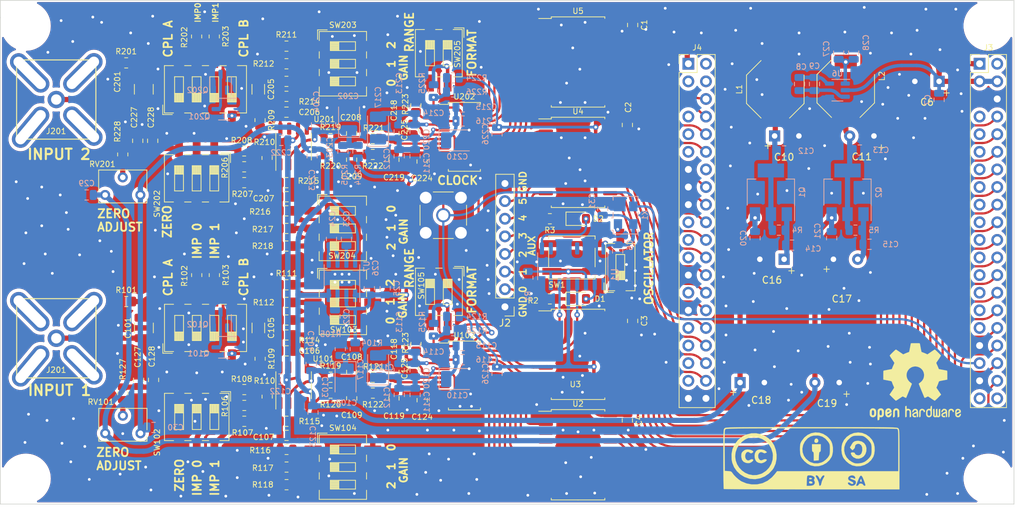
<source format=kicad_pcb>
(kicad_pcb (version 20221018) (generator pcbnew)
  (title_block (title "MISRC") (date "2023-11-22") (rev "0.3"))
  (layers (0 "F.Cu" signal) (31 "B.Cu" signal) (34 "B.Paste" user) (35 "F.Paste" user) (36 "B.SilkS" user "B.Silkscreen") (37 "F.SilkS" user "F.Silkscreen") (38 "B.Mask" user) (39 "F.Mask" user) (44 "Edge.Cuts" user))
  (net 0 "")
  (net 1 "VDD")
  (net 2 "GND")
  (net 3 "+5V")
  (net 4 "+5VA")
  (net 5 "-5VA")
  (net 6 "VDDA")
  (net 7 "/Input_ADC_CH1/CLK")
  (net 8 "Net-(R212-Pad2)")
  (net 9 "Net-(R213-Pad2)")
  (net 10 "Net-(R217-Pad2)")
  (net 11 "Net-(R218-Pad2)")
  (net 12 "/DA0")
  (net 13 "/DA1")
  (net 14 "/DA2")
  (net 15 "/DA3")
  (net 16 "/DA4")
  (net 17 "/DA5")
  (net 18 "/DA6")
  (net 19 "/DA7")
  (net 20 "/DA8")
  (net 21 "/DA9")
  (net 22 "/DA10")
  (net 23 "/DA11")
  (net 24 "/DB3")
  (net 25 "/DB2")
  (net 26 "/DB1")
  (net 27 "/DB0")
  (net 28 "/DB4")
  (net 29 "/DB5")
  (net 30 "/DB6")
  (net 31 "/DB7")
  (net 32 "/DB8")
  (net 33 "/DB9")
  (net 34 "/DB10")
  (net 35 "/DB11")
  (net 36 "/OTRA")
  (net 37 "/OTRB")
  (net 38 "Net-(Q201-B)")
  (net 39 "Net-(Q201-C)")
  (net 40 "Net-(U6-CP+)")
  (net 41 "Net-(U6-CP-)")
  (net 42 "Net-(Q1-C)")
  (net 43 "Net-(Q2-C)")
  (net 44 "Net-(Q1-B)")
  (net 45 "Net-(Q2-B)")
  (net 46 "Net-(U7-BYP)")
  (net 47 "Net-(U7-VREG)")
  (net 48 "Net-(U7-REF)")
  (net 49 "Net-(U6-VOUT)")
  (net 50 "Net-(J101-Signal)")
  (net 51 "Net-(C101-Pad2)")
  (net 52 "Net-(U101-VCM)")
  (net 53 "Net-(Q101-E)")
  (net 54 "Net-(U101-+)")
  (net 55 "Net-(C106-Pad2)")
  (net 56 "Net-(U101--)")
  (net 57 "Net-(C107-Pad2)")
  (net 58 "Net-(C108-Pad2)")
  (net 59 "Net-(C109-Pad1)")
  (net 60 "Net-(U102-VREF)")
  (net 61 "Net-(U102-REFT)")
  (net 62 "Net-(U102-REFB)")
  (net 63 "Net-(U102-IN)")
  (net 64 "Net-(U102-~{IN})")
  (net 65 "Net-(C127-Pad1)")
  (net 66 "Net-(J201-Signal)")
  (net 67 "Net-(C201-Pad2)")
  (net 68 "Net-(U201-VCM)")
  (net 69 "Net-(Q201-E)")
  (net 70 "Net-(U201-+)")
  (net 71 "Net-(C206-Pad2)")
  (net 72 "Net-(U201--)")
  (net 73 "Net-(C207-Pad2)")
  (net 74 "Net-(C208-Pad2)")
  (net 75 "Net-(C209-Pad1)")
  (net 76 "Net-(U202-VREF)")
  (net 77 "Net-(U202-REFT)")
  (net 78 "Net-(U202-REFB)")
  (net 79 "Net-(U202-IN)")
  (net 80 "Net-(U202-~{IN})")
  (net 81 "Net-(C227-Pad1)")
  (net 82 "Net-(D1-K)")
  (net 83 "Net-(D1-A)")
  (net 84 "Net-(D2-K)")
  (net 85 "Net-(D2-A)")
  (net 86 "Net-(J2-Pin_2)")
  (net 87 "Net-(J2-Pin_3)")
  (net 88 "Net-(J2-Pin_4)")
  (net 89 "Net-(J2-Pin_5)")
  (net 90 "Net-(J2-Pin_6)")
  (net 91 "Net-(J2-Pin_7)")
  (net 94 "Net-(J3-DQ15)")
  (net 96 "Net-(J3-DQ14)")
  (net 98 "Net-(J3-DQ13)")
  (net 100 "Net-(J3-DQ12)")
  (net 102 "Net-(J3-DQ11)")
  (net 104 "Net-(J3-DQ10)")
  (net 106 "Net-(J3-DQ9)")
  (net 108 "Net-(J3-DQ8)")
  (net 110 "Net-(J3-DQ7)")
  (net 112 "Net-(J3-DQ6)")
  (net 114 "Net-(J3-DQ5)")
  (net 116 "Net-(J3-DQ4)")
  (net 118 "Net-(J3-DQ3)")
  (net 119 "Net-(J3-DQ2)")
  (net 120 "Net-(J3-DQ1)")
  (net 121 "Net-(J3-DQ0)")
  (net 127 "Net-(J4-DQ31)")
  (net 129 "Net-(J4-DQ30)")
  (net 131 "Net-(J4-DQ29)")
  (net 133 "Net-(J4-DQ28)")
  (net 135 "Net-(J4-DQ27)")
  (net 136 "Net-(J4-DQ26)")
  (net 138 "Net-(J4-DQ25)")
  (net 140 "Net-(J4-DQ24)")
  (net 142 "Net-(J4-DQ23)")
  (net 143 "Net-(J4-DQ22)")
  (net 145 "Net-(J4-DQ21)")
  (net 146 "Net-(J4-DQ20)")
  (net 148 "Net-(J4-DQ19)")
  (net 150 "Net-(J4-DQ18)")
  (net 152 "Net-(J4-DQ17)")
  (net 154 "Net-(J4-DQ16)")
  (net 155 "Net-(Q101-B)")
  (net 156 "Net-(Q101-C)")
  (net 157 "Net-(U1A-R)")
  (net 158 "Net-(R102-Pad1)")
  (net 159 "Net-(R103-Pad1)")
  (net 160 "Net-(R106-Pad1)")
  (net 161 "Net-(R106-Pad2)")
  (net 162 "Net-(R107-Pad2)")
  (net 163 "Net-(R111-Pad2)")
  (net 164 "Net-(R112-Pad2)")
  (net 165 "Net-(R113-Pad2)")
  (net 166 "Net-(R116-Pad2)")
  (net 167 "Net-(R117-Pad2)")
  (net 168 "Net-(R118-Pad2)")
  (net 169 "Net-(U102-SENSE)")
  (net 170 "Net-(U102-MODE)")
  (net 171 "Net-(R125-Pad1)")
  (net 172 "Net-(R127-Pad2)")
  (net 173 "Net-(R202-Pad1)")
  (net 174 "Net-(R203-Pad1)")
  (net 175 "Net-(R206-Pad1)")
  (net 176 "Net-(R206-Pad2)")
  (net 177 "Net-(R207-Pad2)")
  (net 178 "Net-(R211-Pad2)")
  (net 179 "Net-(R216-Pad2)")
  (net 180 "Net-(U202-SENSE)")
  (net 181 "Net-(U202-MODE)")
  (net 182 "Net-(R225-Pad1)")
  (net 183 "Net-(R228-Pad2)")
  (net 184 "Net-(X1-EN)")
  (footprint "Button_Switch_SMD:SW_DIP_SPSTx03_Slide_6.7x9.18mm_W8.61mm_P2.54mm_LowProfile" (layer "F.Cu") (at 109.969 96.139)
    (fp_text reference "SW204")
    (fp_text value "SW_DIP_x03")
  )
  (footprint "CP_radial_flat:CP_Radial_FlatB_D8.0mm_P3.50mm" (layer "F.Cu") (at 181.554 118.364 180)
    (fp_text reference "C19")
    (fp_text value "470µ")
  )
  (footprint "Capacitor_SMD:C_0805_2012Metric" (layer "F.Cu") (at 117.348 120.65 -90)
    (fp_text reference "C119")
    (fp_text value "15p")
  )
  (footprint "Resistor_SMD:R_0805_2012Metric" (layer "F.Cu") (at 108.204 119.888)
    (fp_text reference "R120")
    (fp_text value "40")
  )
  (footprint "Capacitor_SMD:C_0805_2012Metric" (layer "F.Cu") (at 111.252 116.84 -90)
    (fp_text reference "C108")
    (fp_text value "82p")
  )
  (footprint "Resistor_SMD:R_0805_2012Metric" (layer "F.Cu") (at 101.841 69.85)
    (fp_text reference "R211")
    (fp_text value "1k")
  )
  (footprint "Connector_PinHeader_2.54mm:PinHeader_1x08_P2.54mm_Vertical" (layer "F.Cu") (at 133.35 107.442 180)
    (fp_text reference "J2")
    (fp_text value "Conn_01x08_Socket")
  )
  (footprint "Resistor_SMD:R_0805_2012Metric" (layer "F.Cu") (at 101.841 74.93)
    (fp_text reference "R213" hide)
    (fp_text value "4k99")
  )
  (footprint "MountingHole:MountingHole_3.2mm_M3" (layer "F.Cu") (at 203.073 132.207)
    (fp_text reference "H3" hide)
    (fp_text value "MountingHole")
  )
  (footprint "Resistor_SMD:R_0805_2012Metric" (layer "F.Cu") (at 78.74 106.68)
    (fp_text reference "R101")
    (fp_text value "75")
  )
  (footprint "Button_Switch_SMD:SW_DIP_SPSTx03_Slide_6.7x9.18mm_W8.61mm_P2.54mm_LowProfile" (layer "F.Cu") (at 109.982 106.807)
    (fp_text reference "SW103")
    (fp_text value "SW_DIP_x03")
  )
  (footprint "LED_SMD:LED_0805_2012Metric_Pad1.15x1.40mm_HandSolder" (layer "F.Cu") (at 144.009 94.742)
    (fp_text reference "D2")
    (fp_text value "LED")
  )
  (footprint "Resistor_SMD:R_0805_2012Metric" (layer "F.Cu") (at 101.854 128.016)
    (fp_text reference "R116")
    (fp_text value "4k99")
  )
  (footprint "Connector_PinHeader_2.54mm:PinHeader_2x20_P2.54mm_Vertical" (layer "F.Cu") (at 201.803 72.39)
    (fp_text reference "J3")
    (fp_text value "GPIFII_J6")
  )
  (footprint "Capacitor_SMD:C_1210_3225Metric" (layer "F.Cu") (at 81.28 110.49 90)
    (fp_text reference "C101")
    (fp_text value "100µ")
  )
  (footprint "Resistor_SMD:R_0805_2012Metric" (layer "F.Cu") (at 98.031 80.518 -90)
    (fp_text reference "R209")
    (fp_text value "499")
  )
  (footprint "Resistor_SMD:R_0805_2012Metric" (layer "F.Cu") (at 91.427 68.453 90)
    (fp_text reference "R203")
    (fp_text value "150")
  )
  (footprint "Resistor_SMD:R_0805_2012Metric" (layer "F.Cu") (at 95.745 84.963 180)
    (fp_text reference "R208")
    (fp_text value "39")
  )
  (footprint "Resistor_SMD:R_0805_2012Metric" (layer "F.Cu") (at 95.745 87.249 180)
    (fp_text reference "R206")
    (fp_text value "39")
  )
  (footprint "Resistor_SMD:R_0805_2012Metric" (layer "F.Cu") (at 99.06 120.396 -90)
    (fp_text reference "R110")
    (fp_text value "499")
  )
  (footprint "Package_SO:TSSOP-28_4.4x9.7mm_P0.65mm" (layer "F.Cu") (at 127.508 117.348)
    (fp_text reference "U102")
    (fp_text value "AD9235")
  )
  (footprint "Resistor_SMD:R_0805_2012Metric" (layer "F.Cu") (at 99.047 85.979 -90)
    (fp_text reference "R210")
    (fp_text value "499")
  )
  (footprint "Capacitor_SMD:C_0805_2012Metric" (layer "F.Cu") (at 101.854 113.792)
    (fp_text reference "C106")
    (fp_text value "1p")
  )
  (footprint "Package_SO:SOIC-20W_7.5x12.8mm_P1.27mm" (layer "F.Cu") (at 143.891 72.136)
    (fp_text reference "U5")
    (fp_text value "74VHC541")
  )
  (footprint "Capacitor_SMD:C_0805_2012Metric" (layer "F.Cu") (at 120.129 81.915 -90)
    (fp_text reference "C225")
    (fp_text value "100n")
  )
  (footprint "Capacitor_SMD:C_0805_2012Metric" (layer "F.Cu") (at 101.841 79.375)
    (fp_text reference "C206")
    (fp_text value "1p")
  )
  (footprint "Resistor_SMD:R_0805_2012Metric" (layer "F.Cu") (at 101.841 89.535)
    (fp_text reference "R215")
    (fp_text value "6k49")
  )
  (footprint "Package_SO:SOIC-20W_7.5x12.8mm_P1.27mm" (layer "F.Cu") (at 143.891 86.614)
    (fp_text reference "U4")
    (fp_text value "74VHC541")
  )
  (footprint "Connector_Coaxial:SMA_Amphenol_901-144_Vertical" (layer "F.Cu") (at 124.46 94.234)
    (fp_text reference "J1" hide)
    (fp_text value "Conn_01x01_Shielded")
  )
  (footprint "Button_Switch_SMD:SW_DIP_SPSTx03_Slide_6.7x9.18mm_W8.61mm_P2.54mm_LowProfile" (layer "F.Cu") (at 109.982 72.39)
    (fp_text reference "SW203")
    (fp_text value "SW_DIP_x03")
  )
  (footprint "Potentiometer_THT:Potentiometer_Bourns_3266W_Vertical" (layer "F.Cu") (at 75.692 91.313 180)
    (fp_text reference "RV201")
    (fp_text value "10k")
  )
  (footprint "CP_radial_flat:CP_Radial_Flat_D8.0mm_P3.50mm" (layer "F.Cu") (at 180.721 100.584)
    (fp_text reference "C17")
    (fp_text value "470µ")
  )
  (footprint "Resistor_SMD:R_0805_2012Metric" (layer "F.Cu") (at 114.3 119.888)
    (fp_text reference "R122")
    (fp_text value "22")
  )
  (footprint "Inductor_SMD:L_Bourns-SRU8043" (layer "F.Cu") (at 172.339 76.073 -90)
    (fp_text reference "L1")
    (fp_text value "100µ")
  )
  (footprint "CP_radial_flat:CP_Radial_FlatB_D8.0mm_P3.50mm" (layer "F.Cu") (at 186.564651 82.804 180)
    (fp_text reference "C11")
    (fp_text value "470µ")
  )
  (footprint "Resistor_SMD:R_0805_2012Metric" (layer "F.Cu") (at 95.758 119.38 180)
    (fp_text reference "R108")
    (fp_text value "39")
  )
  (footprint "Resistor_SMD:R_0805_2012Metric" (layer "F.Cu") (at 139.827 106.299 180)
    (fp_text reference "R2")
    (fp_text value "100")
  )
  (footprint "Resistor_SMD:R_0805_2012Metric" (layer "F.Cu") (at 95.758 121.666 180)
    (fp_text reference "R106")
    (fp_text value "39")
  )
  (footprint "Capacitor_SMD:C_0805_2012Metric" (layer "F.Cu") (at 111.239 82.423 -90)
    (fp_text reference "C208")
    (fp_text value "82p")
  )
  (footprint "Package_SO:SOIC-20W_7.5x12.8mm_P1.27mm" (layer "F.Cu") (at 143.891 128.778)
    (fp_text reference "U2")
    (fp_text value "74VHC541")
  )
  (footprint "Resistor_SMD:R_0805_2012Metric" (layer "F.Cu") (at 101.841 93.599)
    (fp_text reference "R216")
    (fp_text value "4k99")
  )
  (footprint "Button_Switch_SMD:SW_DIP_SPSTx04_Slide_6.7x11.72mm_W8.61mm_P2.54mm_LowProfile" (layer "F.Cu") (at 90.157 76.073 90)
    (fp_text reference "SW201" hide)
    (fp_text value "SW_DIP_x04")
  )
  (footprint "Resistor_SMD:R_0805_2012Metric" (layer "F.Cu") (at 120.51 78.359 90)
    (fp_text reference "R223")
    (fp_text value "10k")
  )
  (footprint "MountingHole:MountingHole_3.2mm_M3" (layer "F.Cu") (at 64.262 132.207)
    (fp_text reference "H2" hide)
    (fp_text value "MountingHole")
  )
  (footprint "LED_SMD:LED_0805_2012Metric_Pad1.15x1.40mm_HandSolder" (layer "F.Cu") (at 144.009 106.299)
    (fp_text reference "D1")
    (fp_text value "LED")
  )
  (footprint "Inductor_SMD:L_Bourns-SRU8043" (layer "F.Cu") (at 182.499 75.983 -90)
    (fp_text reference "L2")
    (fp_text value "100µ")
  )
  (footprint "Resistor_SMD:R_0805_2012Metric" (layer "F.Cu") (at 88.9 102.87 90)
    (fp_text reference "R102")
    (fp_text value "75")
  )
  (footprint "Capacitor_SMD:C_1210_3225Metric" (layer "F.Cu") (at 81.267 76.073 90)
    (fp_text reference "C201")
    (fp_text value "100µ")
  )
  (footprint "Logo:CC Licence" (layer "F.Cu") (at 177.546 129.286)
    (fp_text reference "G***" hide)
    (fp_text value "LOGO" hide)
  )
  (footprint "Resistor_SMD:R_0805_2012Metric" (layer "F.Cu") (at 101.854 123.952)
    (fp_text reference "R115")
    (fp_text value "6k49")
  )
  (footprint "Resistor_SMD:R_0805_2012Metric" (layer "F.Cu") (at 101.854 104.267)
    (fp_text reference "R111")
    (fp_text value "1k")
  )
  (footprint "Button_Switch_SMD:SW_DIP_SPSTx02_Slide_6.7x6.64mm_W8.61mm_P2.54mm_LowProfile" (layer "F.Cu") (at 123.825 105.283 -90)
    (fp_text reference "SW105")
    (fp_text value "SW_DIP_x02")
  )
  (footprint "Capacitor_SMD:C_0805_2012Metric" (layer "F.Cu") (at 121.399 86.487 90)
    (fp_text reference "C224")
    (fp_text value "100n")
  )
  (footprint "Resistor_SMD:R_0805_2012Metric" (layer "F.Cu") (at 108.191 85.471)
    (fp_text reference "R220")
    (fp_text value "40")
  )
  (footprint "Capacitor_SMD:C_0805_2012Metric" (layer "F.Cu") (at 111.252 120.65 -90)
    (fp_text reference "C109")
    (fp_text value "82p")
  )
  (footprint "Capacitor_SMD:C_0805_2012Metric" (layer "F.Cu") (at 120.142 116.332 -90)
    (fp_text reference "C125")
    (fp_text value "100n")
  )
  (footprint "Capacitor_SMD:C_0805_2012Metric" (layer "F.Cu") (at 111.239 86.233 -90)
    (fp_text reference "C209")
    (fp_text value "82p")
  )
  (footprint "Resistor_SMD:R_0805_2012Metric" (layer "F.Cu") (at 101.841 72.39)
    (fp_text reference "R212")
    (fp_text value "2k49")
  )
  (footprint "Resistor_SMD:R_0805_2012Metric" (layer "F.Cu") (at 101.854 109.347)
    (fp_text reference "R113" hide)
    (fp_text value "4k99")
  )
  (footprint "Resistor_SMD:R_0805_2012Metric" (layer "F.Cu") (at 95.745 89.535 180)
    (fp_text reference "R207")
    (fp_text value "75")
  )
  (footprint "Resistor_SMD:R_0805_2012Metric" (layer "F.Cu") (at 114.287 85.471)
    (fp_text reference "R222")
    (fp_text value "22")
  )
  (footprint "CP_radial_flat:CP_Radial_Flat_D8.0mm_P3.50mm" (layer "F.Cu") (at 172.24 82.801)
    (fp_text reference "C10")
    (fp_text value "470µ")
  )
  (footprint "Package_SO:SOIC-20W_7.5x12.8mm_P1.27mm" (layer "F.Cu") (at 143.891 114.3)
    (fp_text reference "U3")
    (fp_text value "74VHC541")
  )
  (footprint "Capacitor_SMD:C_0805_2012Metric" (layer "F.Cu") (at 82.677 117.983 90)
    (fp_text reference "C128")
    (fp_text value "1n" hide)
  )
  (footprint "Capacitor_SMD:C_0805_2012Metric" (layer "F.Cu") (at 101.854 125.984)
    (fp_text reference "C107")
    (fp_text value "1p")
  )
  (footprint "Resistor_SMD:R_0805_2012Metric" (layer "F.Cu") (at 95.758 123.952 180)
    (fp_text reference "R107")
    (fp_text value "75")
  )
  (footprint "Resistor_SMD:R_0805_2012Metric" (layer "F.Cu") (at 101.841 98.679)
    (fp_text reference "R218")
    (fp_text value "1k")
  )
  (footprint "Resistor_SMD:R_0805_2012Metric" (layer "F.Cu") (at 108.204 117.602)
    (fp_text reference "R119")
    (fp_text value "40")
  )
  (footprint "CP_radial_flat:CP_Radial_FlatB_D8.0mm_P3.50mm" (layer "F.Cu") (at 195.962651 74.93 180)
    (fp_text reference "C6")
    (fp_text value "470µ")
  )
  (footprint "CP_radial_flat:CP_Radial_Flat_D8.0mm_P3.50mm" (layer "F.Cu") (at 167.259 118.364)
    (fp_text reference "C18")
    (fp_text value "470µ")
  )
  (footprint "Resistor_SMD:R_0805_2012Metric" (layer "F.Cu") (at 108.191 83.185)
    (fp_text reference "R219")
    (fp_text value "40")
  )
  (footprint "Button_Switch_SMD:SW_DIP_SPSTx01_Slide_6.7x4.1mm_W8.61mm_P2.54mm_LowProfile" (layer "F.Cu") (at 149.987 101.714 90)
    (fp_text reference "SW2" hide)
    (fp_text value "SW_DIP_x01")
  )
  (footprint "Button_Switch_SMD:SW_SPST_EVQP0" (layer "F.Cu") (at 143.002 100.33 180)
    (fp_text reference "SW1")
    (fp_text value "SW_Push")
  )
  (footprint "MountingHole:MountingHole_3.2mm_M3" (layer "F.Cu") (at 64.262 66.929)
    (fp_text reference "H1" hide)
    (fp_text value "MountingHole")
  )
  (footprint "Capacitor_SMD:C_0805_2012Metric" (layer "F.Cu") (at 151.003 81.219 -90)
    (fp_text reference "C2")
    (fp_text value "1µ")
  )
  (footprint "Capacitor_SMD:C_1206_3216Metric" (layer "F.Cu") (at 97.79 110.49 -90)
    (fp_text reference "C105")
    (fp_text value "470n")
  )
  (footprint "Capacitor_SMD:C_0805_2012Metric" (layer "F.Cu") (at 82.55 83.5 90)
    (fp_text reference "C228")
    (fp_text value "1n" hide)
  )
  (footprint "Resistor_SMD:R_0805_2012Metric" (layer "F.Cu") (at 78.727 72.263)
    (fp_text reference "R201")
    (fp_text value "75")
  )
  (footprint "Resistor_SMD:R_0805_2012Metric" (layer "F.Cu") (at 101.841 96.139)
    (fp_text reference "R217")
    (fp_text value "2k49")
  )
  (footprint "Capacitor_SMD:C_0805_2012Metric" (layer "F.Cu") (at 117.348 116.84 -90)
    (fp_text reference "C118")
    (fp_text value "15p")
  )
  (footprint "Capacitor_SMD:C_0805_2012Metric" (layer "F.Cu") (at 151.003 123.825 -90)
    (fp_text reference "C4")
    (fp_text value "1µ")
  )
  (footprint "Connector:BNC Socket Universal 1.0" (layer "F.Cu") (at 68.64 77.55)
    (fp_text reference "J201")
    (fp_text value "BNC_Universal")
  )
  (footprint "Resistor_SMD:R_0805_2012Metric" (layer "F.Cu") (at 101.854 133.096)
    (fp_text reference "R118")
    (fp_text value "1k")
  )
  (footprint "Resistor_SMD:R_0805_2012Metric" (layer "F.Cu") (at 114.287 83.185)
    (fp_text reference "R221")
    (fp_text value "22")
  )
  (footprint "CP_radial_flat:CP_Radial_FlatB_D8.0mm_P3.50mm" (layer "F.Cu") (at 173.609 100.584 180)
    (fp_text reference "C16")
    (fp_text value "470µ")
  )
  (footprint "Resistor_SMD:R_0805_2012Metric" (layer "F.Cu") (at 78.232 85.471 -90)
    (fp_text reference "R228")
    (fp_text value "3k3" hide)
  )
  (footprint "Button_Switch_SMD:SW_DIP_SPSTx04_Slide_6.7x11.72mm_W8.61mm_P2.54mm_LowProfile" (layer "F.Cu") (at 90.17 110.49 90)
    (fp_text reference "SW101" hide)
    (fp_text value "SW_DIP_x04")
  )
  (footprint "Resistor_SMD:R_0805_2012Metric" (layer "F.Cu") (at 98.044 114.935 -90)
    (fp_text reference "R109")
    (fp_text value "499")
  )
  (footprint "Capacitor_SMD:C_0805_2012Metric" (layer "F.Cu") (at 80.391 83.5 90)
    (fp_text reference "C227")
    (fp_text value "10µ" hide)
  )
  (footprint "Button_Switch_SMD:SW_DIP_SPSTx03_Slide_6.7x9.18mm_W8.61mm_P2.54mm_LowProfile" (layer "F.Cu") (at 88.887 88.913 -90)
    (fp_text reference "SW202")
    (fp_text value "SW_DIP_x03")
  )
  (footprint "Resistor_SMD:R_0805_2012Metric" (layer "F.Cu") (at 101.854 106.807)
    (fp_text reference "R112")
    (fp_text value "2k49")
  )
  (footprint "Resistor_SMD:R_0805_2012Metric" (layer "F.Cu") (at 91.44 102.87 90)
    (fp_text reference "R103")
    (fp_text value "150")
  )
  (footprint "Package_SO:SO-8_3.9x4.9mm_P1.27mm" (layer "F.Cu") (at 102.87 84.328 90)
    (fp_text reference "U201")
    (fp_text value "AD8138ARZ")
  )
  (footprint "Capacitor_SMD:C_0805_2012Metric" (layer "F.Cu") (at 117.335 86.233 -90)
    (fp_text reference "C219")
    (fp_text value "15p")
  )
  (footprint "Symbol:OSHW-Logo2_14.6x12mm_SilkScreen" (layer "F.Cu") (at 192.532 118.237)
    (fp_text reference "REF**" hide)
    (fp_text value "OSHW-Logo2_14.6x12mm_SilkScreen" hide)
  )
  (footprint "MountingHole:MountingHole_3.2mm_M3" (layer "F.Cu") (at 203.073 66.929)
    (fp_text reference "H4" hide)
    (fp_text value "MountingHole")
  )
  (footprint "Package_SO:TSSOP-28_4.4x9.7mm_P0.65mm" (layer "F.Cu") (at 127.495 82.931)
    (fp_text reference "U202")
    (fp_text value "AD9235")
  )
  (footprint "Resistor_SMD:R_0805_2012Metric" (layer "F.Cu") (at 88.887 68.453 90)
    (fp_text reference "R202")
    (fp_text value "75")
  )
  (footprint "Resistor_SMD:R_0805_2012Metric" (layer "F.Cu") (at 114.3 117.602)
    (fp_text reference "R121")
    (fp_text value "22")
  )
  (footprint "Resistor_SMD:R_0805_2012Metric" (layer "F.Cu") (at 101.841 77.089)
    (fp_text reference "R214")
    (fp_text value "6k49")
  )
  (footprint "Button_Switch_SMD:SW_DIP_SPSTx02_Slide_6.7x6.64mm_W8.61mm_P2.54mm_LowProfile" (layer "F.Cu") (at 123.812 70.866 -90)
    (fp_text reference "SW205")
    (fp_text value "SW_DIP_x02")
  )
  (footprint "Capacitor_SMD:C_0805_2012Metric" (layer "F.Cu") (at 151.765 109.474 -90)
    (fp_text reference "C3")
    (fp_text value "1µ")
  )
  (footprint "Package_SO:SO-8_3.9x4.9mm_P1.27mm" (layer "F.Cu") (at 102.87 118.745 90)
    (fp_text reference "U101")
    (fp_text value "AD8138ARZ")
  )
  (footprint "Potentiometer_THT:Potentiometer_Bourns_3266W_Vertical" (layer "F.Cu") (at 75.707 125.685 180)
    (fp_text reference "RV101")
    (fp_text value "10k")
  )
  (footprint "Button_Switch_SMD:SW_DIP_SPSTx03_Slide_6.7x9.18mm_W8.61mm_P2.54mm_LowProfile" (layer "F.Cu") (at 88.9 123.33 -90)
    (fp_text reference "SW102")
    (fp_text value "SW_DIP_x03")
  )
  (footprint "Resistor_SMD:R_0805_2012Metric" (layer "F.Cu") (at 139.827 94.742 180)
    (fp_text reference "R3")
    (fp_text value "100")
  )
  (footprint "Resistor_SMD:R_0805_2012Metric" (layer "F.Cu") (at 78.232 119.9115 -90)
    (fp_text reference "R127")
    (fp_text value "3k3" hide)
  )
  (footprint "Connector:BNC Socket Universal 1.0" (layer "F.Cu") (at 68.65 111.98)
    (fp_text reference "J201")
    (fp_text value "BNC_Universal")
  )
  (footprint "Resistor_SMD:R_0805_2012Metric" (layer "F.Cu") (at 101.854 130.556)
    (fp_text reference "R117")
    (fp_text value "2k49")
  )
  (footprint "Resistor_SMD:R_0805_2012Metric" (layer "F.Cu") (at 120.523 112.776 90)
    (fp_text reference "R123")
    (fp_text value "10k")
  )
  (footprint "Capacitor_SMD:C_0805_2012Metric" (layer "F.Cu") (at 121.412 120.904 90)
    (fp_text reference "C124")
    (fp_text value "100n")
  )
  (footprint "Connector_PinHeader_2.54mm:PinHeader_2x20_P2.54mm_Vertical" (layer "F.Cu") (at 159.8 72.39)
    (fp_text reference "J4")
    (fp_text value "GPIFII_J7")
  )
  (footprint "Capacitor_SMD:C_0805_2012Metric" (layer "F.Cu") (at 80.518 117.983 90)
    (fp_text reference "C127")
    (fp_text value "10µ" hide)
  )
  (footprint "Button_Switch_SMD:SW_DIP_SPSTx03_Slide_6.7x9.18mm_W8.61mm_P2.54mm_LowProfile" (layer "F.Cu") (at 109.982 130.556)
    (fp_text reference "SW104")
    (fp_text value "SW_DIP_x03")
  )
  (footprint "Capacitor_SMD:C_0805_2012Metric" (layer "F.Cu") (at 151.765 66.802 -90)
    (fp_text reference "C1")
    (fp_text value "1µ")
  )
  (footprint "Capacitor_SMD:C_0805_2012Metric" (layer "F.Cu") (at 101.841 91.567)
    (fp_text reference "C207")
    (fp_text value "1p")
  )
  (footprint "Capacitor_SMD:C_1206_3216Metric" (layer "F.Cu") (at 97.777 76.073 -90)
    (fp_text reference "C205")
    (fp_text value "470n")
  )
  (footprint "Capacitor_SMD:C_0805_2012Metric" (layer "F.Cu") (at 117.335 82.423 -90)
    (fp_text reference "C218")
    (fp_text value "15p")
  )
  (footprint "Resistor_SMD:R_0805_2012Metric" (layer "F.Cu") (at 101.854 111.506)
    (fp_text reference "R114")
    (fp_text value "6k49")
  )
  (footprint "Capacitor_SMD:C_0805_2012Metric" (layer "B.Cu") (at 100.965 117.856)
    (fp_text reference "C122")
    (fp_text value "100n")
  )
  (footprint "Capacitor_Tantalum_SMD:CP_EIA-3528-21_Kemet-B_Pad1.50x2.35mm_HandSolder" (layer "B.Cu") (at 110.363 117.983 -90)
    (fp_text reference "C102")
    (fp_text value "10µ")
  )
  (footprint "Capacitor_SMD:C_0805_2012Metric" (layer "B.Cu") (at 132.207 82.55 -90)
    (fp_text reference "C226")
    (fp_text value "100n")
  )
  (footprint "Capacitor_SMD:C_0805_2012Metric" (layer "B.Cu") (at 118.097 82.169 90)
    (fp_text reference "C221" hide)
    (fp_text value "1n")
  )
  (footprint "Capacitor_SMD:C_0805_2012Metric" (layer "B.Cu") (at 169.418 97.536 -90)
    (fp_text reference "C20")
    (fp_text value "1µ")
  )
  (footprint "Capacitor_SMD:C_0805_2012Metric" (layer "B.Cu") (at 175.8315 75.311 -90)
    (fp_text reference "C8")
    (fp_text value "10µ")
  )
  (footprint "Oscillator:Oscillator_SMD_EuroQuartz_XO53-4Pin_5.0x3.2mm" (layer "B.Cu") (at 150.749 94.234 90)
    (fp_text reference "X1")
    (fp_text value "40M")
  )
  (footprint "Package_TO_SOT_SMD:SOT-23-3" (layer "B.Cu") (at 92.329 75.057 90)
    (fp_text reference "Q202")
    (fp_text value "CMPT5179" hide)
  )
  (footprint "Resistor_SMD:R_0805_2012Metric" (layer "B.Cu") (at 112.141 85.0665 -90)
    (fp_text reference "R204")
    (fp_text value "1k")
  )
  (footprint "Capacitor_SMD:C_0805_2012Metric" (layer "B.Cu") (at 108.839 108.839 90)
    (fp_text reference "C22")
    (fp_text value "1µ")
  )
  (footprint "Capacitor_SMD:C_0805_2012Metric" (layer "B.Cu") (at 180.467 97.536 -90)
    (fp_text reference "C21")
    (fp_text value "1µ")
  )
  (footprint "Resistor_SMD:R_0805_2012Metric" (layer "B.Cu") (at 183.896 96.393)
    (fp_text reference "R5")
    (fp_text value "1k")
  )
  (footprint "Resistor_SMD:R_0805_2012Metric" (layer "B.Cu") (at 125.857 110.871 180)
    (fp_text reference "R126")
    (fp_text value "10k")
  )
  (footprint "Capacitor_SMD:C_0805_2012Metric" (layer "B.Cu") (at 120.396 113.03 -90)
    (fp_text reference "C114")
    (fp_text value "1n")
  )
  (footprint "Capacitor_SMD:C_0805_2012Metric" (layer "B.Cu") (at 127.241 80.645)
    (fp_text reference "C216")
    (fp_text value "1n")
  )
  (footprint "Resistor_SMD:R_0805_2012Metric" (layer "B.Cu") (at 125.844 76.454 180)
    (fp_text reference "R226")
    (fp_text value "10k")
  )
  (footprint "Capacitor_SMD:C_0805_2012Metric" (layer "B.Cu") (at 118.097 78.613 -90)
    (fp_text reference "C213")
    (fp_text value "100n")
  )
  (footprint "Capacitor_SMD:C_0805_2012Metric" (layer "B.Cu") (at 195.961 77.597 -90)
    (fp_text reference "C7")
    (fp_text value "1µ")
  )
  (footprint "Package_TO_SOT_SMD:SOT-223-3_TabPin2" (layer "B.Cu") (at 182.753 90.932 90)
    (fp_text reference "Q2")
    (fp_text value "FZT790A")
  )
  (footprint "Capacitor_SMD:C_0805_2012Metric" (layer "B.Cu") (at 185.928 98.425)
    (fp_text reference "C15")
    (fp_text value "100n")
  )
  (footprint "Capacitor_SMD:C_0805_2012Metric" (layer "B.Cu") (at 118.11 120.142 90)
    (fp_text reference "C112")
    (fp_text value "100n")
  )
  (footprint "Capacitor_SMD:C_0805_2012Metric" (layer "B.Cu") (at 147.447 93.284 90)
    (fp_text reference "C31")
    (fp_text value "1µ")
  )
  (footprint "Package_TO_SOT_SMD:SOT-23-3" (layer "B.Cu") (at 92.329 109.3525 90)
    (fp_text reference "Q102")
    (fp_text value "CMPT5179" hide)
  )
  (footprint "Capacitor_SMD:C_0805_2012Metric" (layer "B.Cu") (at 105.537 85.725 -90)
    (fp_text reference "C223")
    (fp_text value "100n")
  )
  (footprint "Capacitor_SMD:C_0805_2012Metric" (layer "B.Cu") (at 120.383 78.613 -90)
    (fp_text reference "C214")
    (fp_text value "1n")
  )
  (footprint "Package_SO:SOIC-8-1EP_3.9x4.9mm_P1.27mm_EP2.29x3mm" (layer "B.Cu") (at 109.843 103.313 90)
    (fp_text reference "U7")
    (fp_text value "ADP7156ARDZ")
  )
  (footprint "Capacitor_Tantalum_SMD:CP_EIA-3528-21_Kemet-B_Pad1.50x2.35mm_HandSolder" (layer "B.Cu") (at 115.049 81.661 90)
    (fp_text reference "C217")
    (fp_text value "10µ")
  )
  (footprint "Capacitor_SMD:C_0805_2012Metric" (layer "B.Cu") (at 174.752 98.552)
    (fp_text reference "C14")
    (fp_text value "100n")
  )
  (footprint "Resistor_SMD:R_0805_2012Metric" (layer "B.Cu") (at 123.063 110.744 -90)
    (fp_text reference "R125")
    (fp_text value "3k3")
  )
  (footprint "Capacitor_SMD:C_0805_2012Metric" (layer "B.Cu") (at 127.254 113.03)
    (fp_text reference "C115")
    (fp_text value "100n")
  )
  (footprint "Capacitor_SMD:C_0805_2012Metric" (layer "B.Cu") (at 120.396 120.142 90)
    (fp_text reference "C111")
    (fp_text value "1n")
  )
  (footprint "Resistor_SMD:R_0805_2012Metric" (layer "B.Cu") (at 125.844 74.422 180)
    (fp_text reference "R224")
    (fp_text value "4k99")
  )
  (footprint "Capacitor_SMD:C_0805_2012Metric" (layer "B.Cu") (at 73.025 91.313 180)
    (fp_text reference "C29")
    (fp_text value "1µ")
  )
  (footprint "Capacitor_SMD:C_0805_2012Metric" (layer "B.Cu") (at 106.172 81.153 90)
    (fp_text reference "C204")
    (fp_text value "1n")
  )
  (footprint "Package_TO_SOT_SMD:SOT-223-3_TabPin2" (layer "B.Cu") (at 171.704 90.932 90)
    (fp_text reference "Q1")
    (fp_text value "FZT690B")
  )
  (footprint "Capacitor_SMD:C_0805_2012Metric" (layer "B.Cu") (at 127.254 115.062)
    (fp_text reference "C116")
    (fp_text value "1n")
  )
  (footprint "Capacitor_SMD:C_0805_2012Metric" (layer "B.Cu") (at 120.383 85.725 90)
    (fp_text reference "C211")
    (fp_text value "1n")
  )
  (footprint "Capacitor_SMD:C_0805_2012Metric" (layer "B.Cu") (at 118.11 113.03 -90)
    (fp_text reference "C113")
    (fp_text value "100n")
  )
  (footprint "Resistor_SMD:R_0805_2012Metric" (layer "B.Cu") (at 123.05 76.327 -90)
    (fp_text reference "R225")
    (fp_text value "3k3")
  )
  (footprint "Resistor_SMD:R_0805_2012Metric" (layer "B.Cu") (at 125.857 108.839 180)
    (fp_text reference "R124")
    (fp_text value "4k99")
  )
  (footprint "Capacitor_SMD:C_0805_2012Metric" (layer "B.Cu") (at 173.609 84.963)
    (fp_text reference "C12")
    (fp_text value "1µ")
  )
  (footprint "Capacitor_SMD:C_0805_2012Metric" (layer "B.Cu") (at 132.207 117.094 -90)
    (fp_text reference "C126")
    (fp_text value "100n")
  )
  (footprint "Resistor_SMD:R_0805_2012Metric" (layer "B.Cu") (at 111.76 113.538 90)
    (fp_text reference "R104")
    (fp_text value "1k")
  )
  (footprint "Capacitor_SMD:C_0805_2012Metric" (layer "B.Cu") (at 120.383 82.169 90)
    (fp_text reference "C220")
    (fp_text value "100n")
  )
  (footprint "Capacitor_SMD:C_0805_2012Metric" (layer "B.Cu") (at 110.49 97.663 -90)
    (fp_text reference "C23")
    (fp_text value "1µ")
  )
  (footprint "Capacitor_Tantalum_SMD:CP_EIA-3528-21_Kemet-B_Pad1.50x2.35mm_HandSolder" (layer "B.Cu") (at 115.062 116.078 90)
    (fp_text reference "C117")
    (fp_text value "10µ")
  )
  (footprint "Capacitor_Tantalum_SMD:CP_EIA-3528-21_Kemet-B_Pad1.50x2.35mm_HandSolder" (layer "B.Cu") (at 126.492 117.856)
    (fp_text reference "C110")
    (fp_text value "10µ")
  )
  (footprint "Package_TO_SOT_SMD:SOT-23-5" (layer "B.Cu") (at 181.2925 76.2 180)
    (fp_text reference "U6")
    (fp_text value "TPS60401")
  )
  (footprint "Capacitor_SMD:C_0805_2012Metric" (layer "B.Cu") (at 181.483 70.8 -90)
    (fp_text reference "C27")
    (fp_text value "1n" hide)
  )
  (footprint "Resistor_SMD:R_0805_2012Metric" (layer "B.Cu") (at 172.847 96.393)
    (fp_text reference "R4")
    (fp_text value "1k")
  )
  (footprint "Capacitor_Tantalum_SMD:CP_EIA-3528-21_Kemet-B_Pad1.50x2.35mm_HandSolder" (layer "B.Cu") (at 110.871 80.365 90)
    (fp_text reference "C202")
    (fp_text value "10µ")
  )
  (footprint "Package_TO_SOT_SMD:SOT-23-3" (layer "B.Cu") (at 92.837 113.284 180)
    (fp_text reference "Q101")
    (fp_text value "CMPT5179" hide)
  )
  (footprint "Package_SO:SO-16_3.9x9.9mm_P1.27mm" (layer "B.Cu") (at 143.129 101.6 90)
    (fp_text reference "U1")
    (fp_text value "4043")
  )
  (footprint "Capacitor_SMD:C_0805_2012Metric" (layer "B.Cu") (at 105.41 115.697 90)
    (fp_text reference "C104")
    (fp_text value "1n")
  )
  (footprint "Resistor_SMD:R_0805_2012Metric" (layer "B.Cu") (at 136.652 103.251 90)
    (fp_text reference "R1")
    (fp_text value "10k")
  )
  (footprint "Resistor_SMD:R_0805_2012Metric" (layer "B.Cu") (at 109.982 85.09 90)
    (fp_text reference "R205")
    (fp_text value "1k")
  )
  (footprint "Capacitor_SMD:C_0805_2012Metric" (layer "B.Cu") (at 183.642 70.8 -90)
    (fp_text reference "C28")
    (fp_text value "10µ" hide)
  )
  (footprint "Package_TO_SOT_SMD:SOT-23-3" (layer "B.Cu") (at 92.8425 78.928 180)
    (fp_text reference "Q201")
    (fp_text value "CMPT5179" hide)
  )
  (footprint "Capacitor_SMD:C_0805_2012Metric" (layer "B.Cu") (at 118.097 85.725 90)
    (fp_text reference "C212")
    (fp_text value "100n")
  )
  (footprint "Capacitor_SMD:C_0805_2012Metric" (layer "B.Cu") (at 149.606 99.441 -90)
    (fp_text reference "C5")
    (fp_text value "1µ")
  )
  (footprint "Capacitor_SMD:C_0805_2012Metric" (layer "B.Cu") (at 120.396 116.586 90)
    (fp_text reference "C120")
    (fp_text value "100n")
  )
  (footprint "Capacitor_SMD:C_0805_2012Metric" (layer "B.Cu") (at 108.204 81.153 90)
    (fp_text reference "C203")
    (fp_text value "100n")
  )
  (footprint "Capacitor_SMD:C_0805_2012Metric" (layer "B.Cu") (at 184.531 84.836)
    (fp_text reference "C13")
    (fp_text value "1µ")
  )
  (footprint "Capacitor_SMD:C_0805_2012Metric" (layer "B.Cu") (at 107.442 115.697 90)
    (fp_text reference "C103")
    (fp_text value "100n")
  )
  (footprint "Capacitor_SMD:C_0805_2012Metric" (layer "B.Cu") (at 127.241 78.613)
    (fp_text reference "C215")
    (fp_text value "100n")
  )
  (footprint "Capacitor_SMD:C_0805_2012Metric" (layer "B.Cu") (at 105.664 122.682 -90)
    (fp_text reference "C123")
    (fp_text value "100n")
  )
  (footprint "Capacitor_SMD:C_0805_2012Metric" (layer "B.Cu") (at 101.092 83.439)
    (fp_text reference "C222")
    (fp_text value "100n")
  )
  (footprint "Capacitor_SMD:C_0805_2012Metric" (layer "B.Cu") (at 118.11 116.586 90)
    (fp_text reference "C121")
    (fp_text value "1n")
  )
  (footprint "Capacitor_Tantalum_SMD:CP_EIA-3528-21_Kemet-B_Pad1.50x2.35mm_HandSolder" (layer "B.Cu") (at 126.479 83.439)
    (fp_text reference "C210")
    (fp_text value "10µ")
  )
  (footprint "Capacitor_SMD:C_0805_2012Metric" (layer "B.Cu") (at 116.078 104.775 90)
    (fp_text reference "C25")
    (fp_text value "10µ")
  )
  (footprint "Capacitor_SMD:C_0805_2012Metric" (layer "B.Cu") (at 82.677 124.841)
    (fp_text reference "C30")
    (fp_text value "1µ")
  )
  (footprint "Resistor_SMD:R_0805_2012Metric" (layer "B.Cu") (at 109.601 113.538 -90)
    (fp_text reference "R105")
    (fp_text value "1k")
  )
  (footprint "Capacitor_SMD:C_0805_2012Metric" (layer "B.Cu") (at 177.9905 75.311 -90)
    (fp_text reference "C9")
    (fp_text value "100n")
  )
  (footprint "Capacitor_SMD:C_0805_2012Metric" (layer "B.Cu") (at 113.792 104.775 90)
    (fp_text reference "C26")
    (fp_text value "100n")
  )
  (footprint "Capacitor_SMD:C_0805_2012Metric" (layer "B.Cu") (at 108.331 97.663 90)
    (fp_text reference "C24")
    (fp_text value "1µ")
  )
  (gr_line (start 206.756 135.89) (end 206.756 63.246) (stroke (width 0.1)) (layer "Edge.Cuts"))
  (gr_line (start 60.579 135.89) (end 206.756 135.89) (stroke (width 0.1)) (layer "Edge.Cuts"))
  (gr_line (start 206.756 63.246) (end 60.579 63.246) (stroke (width 0.1)) (layer "Edge.Cuts"))
  (gr_line (start 60.579 65.659) (end 60.579 65.786) (stroke (width 0.1)) (layer "Edge.Cuts"))
  (gr_line (start 60.579 63.246) (end 60.579 135.89) (stroke (width 0.1)) (layer "Edge.Cuts"))
  (gr_text "IMP 1" (at 92.202 134.874 90) (layer "F.SilkS") (effects (font (size 1.2 1.2) (thickness 0.25) bold) (justify left bottom)))
  (gr_text "2  1  0\n GAIN" (at 119.38 133.858 90) (layer "F.SilkS") (effects (font (size 1.1 1.1) (thickness 0.25) bold) (justify left bottom)))
  (gr_text "AUX" (at 137.795 100.203 90) (layer "F.SilkS") (effects (font (size 1 1) (thickness 0.2) bold) (justify left bottom)))
  (gr_text "CPL A" (at 85.471 71.628 90) (layer "F.SilkS") (effects (font (size 1.2 1.2) (thickness 0.25) bold) (justify left bottom)))
  (gr_text "INPUT 2" (at 64.3 86.33) (layer "F.SilkS") (effects (font (size 1.5 1.5) (thickness 0.3) bold) (justify left bottom)))
  (gr_text "4" (at 136.525 95.25 90) (layer "F.SilkS") (effects (font (size 1 1) (thickness 0.2) bold) (justify left bottom)))
  (gr_text "ZERO" (at 87.122 134.239 90) (layer "F.SilkS") (effects (font (size 1.2 1.2) (thickness 0.25) bold) (justify left bottom)))
  (gr_text "INPUT 1" (at 64.38 120.37) (layer "F.SilkS") (effects (font (size 1.5 1.5) (thickness 0.3) bold) (justify left bottom)))
  (gr_text "IMP 1" (at 92.202 100.711 90) (layer "F.SilkS") (effects (font (size 1.2 1.2) (thickness 0.25) bold) (justify left bottom)))
  (gr_text "0" (at 136.525 105.537 90) (layer "F.SilkS") (effects (font (size 1 1) (thickness 0.2) bold) (justify left bottom)))
  (gr_text "IMP0" (at 89.535 66.548 90) (layer "F.SilkS") (effects (font (size 0.8 0.8) (thickness 0.16) bold) (justify left bottom)))
  (gr_text "0  1  2\n GAIN" (at 119.253 110.109 90) (layer "F.SilkS") (effects (font (size 1.1 1.1) (thickness 0.25) bold) (justify left bottom)))
  (gr_text "GND" (at 136.525 109.093 90) (layer "F.SilkS") (effects (font (size 1 1) (thickness 0.2) bold) (justify left bottom)))
  (gr_text "CPL B" (at 96.393 106.045 90) (layer "F.SilkS") (effects (font (size 1.2 1.2) (thickness 0.25) bold) (justify left bottom)))
  (gr_text "IMP 0" (at 89.662 134.874 90) (layer "F.SilkS") (effects (font (size 1.2 1.2) (thickness 0.25) bold) (justify left bottom)))
  (gr_text "0  1  2\n GAIN" (at 119.38 75.819 90) (layer "F.SilkS") (effects (font (size 1.1 1.1) (thickness 0.25) bold) (justify left bottom)))
  (gr_text "CLOCK" (at 123.444 89.916) (layer "F.SilkS") (effects (font (size 1.2 1.2) (thickness 0.25) bold) (justify left bottom)))
  (gr_text "ZERO\nADJUST" (at 74.295 131.064) (layer "F.SilkS") (effects (font (size 1.2 1.2) (thickness 0.25) bold) (justify left bottom)))
  (gr_text "GND" (at 136.525 91.059 90) (layer "F.SilkS") (effects (font (size 1 1) (thickness 0.2) bold) (justify left bottom)))
  (gr_text "CPL A" (at 85.471 106.045 90) (layer "F.SilkS") (effects (font (size 1.2 1.2) (thickness 0.25) bold) (justify left bottom)))
  (gr_text "RANGE" (at 120.269 104.902 90) (layer "F.SilkS") (effects (font (size 1.2 1.2) (thickness 0.25) bold) (justify left bottom)))
  (gr_text "1" (at 136.525 102.997 90) (layer "F.SilkS") (effects (font (size 1 1) (thickness 0.2) bold) (justify left bottom)))
  (gr_text "FORMAT" (at 129.286 108.585 90) (layer "F.SilkS") (effects (font (size 1.2 1.2) (thickness 0.25) bold) (justify left bottom)))
  (gr_text "RANGE" (at 120.269 70.866 90) (layer "F.SilkS") (effects (font (size 1.2 1.2) (thickness 0.25) bold) (justify left bottom)))
  (gr_text "OSCILLATOR" (at 154.813 107.315 90) (layer "F.SilkS") (effects (font (size 1.2 1.2) (thickness 0.25) bold) (justify left bottom)))
  (gr_text "IMP 0" (at 89.662 100.711 90) (layer "F.SilkS") (effects (font (size 1.2 1.2) (thickness 0.25) bold) (justify left bottom)))
  (gr_text "5" (at 136.525 92.837 90) (layer "F.SilkS") (effects (font (size 1 1) (thickness 0.2) bold) (justify left bottom)))
  (gr_text "FORMAT" (at 129.286 74.422 90) (layer "F.SilkS") (effects (font (size 1.2 1.2) (thickness 0.25) bold) (justify left bottom)))
  (gr_text "2  1  0\n GAIN" (at 119.38 99.441 90) (layer "F.SilkS") (effects (font (size 1.1 1.1) (thickness 0.25) bold) (justify left bottom)))
  (gr_text "IMP1" (at 92.075 66.548 90) (layer "F.SilkS") (effects (font (size 0.8 0.8) (thickness 0.16) bold) (justify left bottom)))
  (gr_text "ZERO" (at 85.344 97.663 90) (layer "F.SilkS") (effects (font (size 1.2 1.2) (thickness 0.25) bold) (justify left bottom)))
  (gr_text "ZERO\nADJUST" (at 74.422 96.647) (layer "F.SilkS") (effects (font (size 1.2 1.2) (thickness 0.25) bold) (justify left bottom)))
  (gr_text "3" (at 136.525 97.79 90) (layer "F.SilkS") (effects (font (size 1 1) (thickness 0.2) bold) (justify left bottom)))
  (gr_text "2" (at 136.525 100.457 90) (layer "F.SilkS") (effects (font (size 1 1) (thickness 0.2) bold) (justify left bottom)))
  (gr_text "CPL B" (at 96.393 71.628 90) (layer "F.SilkS") (effects (font (size 1.2 1.2) (thickness 0.25) bold) (justify left bottom)))
  (segment (start 149.449618 80.899) (end 149.4456 80.899) (width 0.5) (layer "F.Cu") (net 1))
  (segment (start 154.585144 65.852) (end 154.53239 65.852) (width 0.75) (layer "F.Cu") (net 1))
  (segment (start 147.560154 80.899) (end 147.535436 80.899) (width 0.5) (layer "F.Cu") (net 1))
  (segment (start 154.364561 65.852) (end 154.291034 65.852) (width 0.75) (layer "F.Cu") (net 1))
  (segment (start 158.399065 65.852) (end 158.391023 65.852) (width 0.75) (layer "F.Cu") (net 1))
  (segment (start 152.733423 65.852) (end 152.760301 65.852) (width 0.75) (layer "F.Cu") (net 1))
  (segment (start 151.272203 65.852) (end 151.27112 65.852) (width 0.75) (layer "F.Cu") (net 1))
  (segment (start 154.832103 65.852) (end 154.685048 65.852) (width 0.75) (layer "F.Cu") (net 1))
  (segment (start 166.967118 65.852) (end 166.310868 65.852) (width 0.75) (layer "F.Cu") (net 1))
  (segment (start 158.210066 65.852) (end 158.172693 65.852) (width 0.75) (layer "F.Cu") (net 1))
  (segment (start 146.577767 98.33) (end 145.904627 98.33) (width 0.5) (layer "F.Cu") (net 1))
  (segment (start 152.709165 65.852) (end 152.694416 65.852) (width 0.75) (layer "F.Cu") (net 1))
  (segment (start 147.963378 80.899) (end 147.961832 80.899) (width 0.5) (layer "F.Cu") (net 1))
  (segment (start 148.374591 108.585) (end 148.34131 108.585) (width 0.5) (layer "F.Cu") (net 1))
  (segment (start 154.291034 65.852) (end 154.049678 65.852) (width 0.75) (layer "F.Cu") (net 1))
  (segment (start 147.714646 80.899) (end 147.683748 80.899) (width 0.5) (layer "F.Cu") (net 1))
  (segment (start 147.808596 108.585) (end 147.775098 108.585) (width 0.5) (layer "F.Cu") (net 1))
  (segment (start 149.029816 108.585) (end 149.017333 108.585) (width 0.5) (layer "F.Cu") (net 1))
  (segment (start 148.582598 108.585) (end 148.540997 108.585) (width 0.5) (layer "F.Cu") (net 1))
  (segment (start 147.735306 108.585) (end 147.622224 108.585) (width 0.5) (layer "F.Cu") (net 1))
  (segment (start 149.453636 80.899) (end 149.454641 80.899) (width 0.5) (layer "F.Cu") (net 1))
  (segment (start 158.31362 65.852) (end 158.284812 65.852) (width 0.75) (layer "F.Cu") (net 1))
  (segment (start 147.176954 108.585) (end 147.125169 108.585) (width 0.5) (layer "F.Cu") (net 1))
  (segment (start 146.431 80.96941) (end 146.431 81.954) (width 0.5) (layer "F.Cu") (net 1))
  (segment (start 151.243496 65.852) (end 151.236997 65.852) (width 0.75) (layer "F.Cu") (net 1))
  (segment (start 147.293656 108.585) (end 147.235305 108.585) (width 0.5) (layer "F.Cu") (net 1))
  (segment (start 148.769048 80.899) (end 148.727618 80.899) (width 0.5) (layer "F.Cu") (net 1))
  (segment (start 156.585558 65.852) (end 156.250753 65.852) (width 0.75) (layer "F.Cu") (net 1))
  (segment (start 158.31546 65.852) (end 158.31362 65.852) (width 0.75) (layer "F.Cu") (net 1))
  (segment (start 148.457795 108.585) (end 148.449474 108.585) (width 0.5) (layer "F.Cu") (net 1))
  (segment (start 160.779622 65.852) (end 160.748372 65.852) (width 0.75) (layer "F.Cu") (net 1))
  (segment (start 156.250753 65.852) (end 155.797173 65.852) (width 0.75) (layer "F.Cu") (net 1))
  (segment (start 151.730336 65.852) (end 151.695672 65.852) (width 0.75) (layer "F.Cu") (net 1))
  (segment (start 149.071419 108.585) (end 149.067258 108.585) (width 0.5) (layer "F.Cu") (net 1))
  (segment (start 148.241467 108.585) (end 148.274748 108.585) (width 0.5) (layer "F.Cu") (net 1))
  (segment (start 149.160318 80.899) (end 149.1563 80.899) (width 0.5) (layer "F.Cu") (net 1))
  (segment (start 158.612191 65.852) (end 158.601467 65.852) (width 0.75) (layer "F.Cu") (net 1))
  (segment (start 152.547861 65.852) (end 152.54614 65.852) (width 0.75) (layer "F.Cu") (net 1))
  (segment (start 158.639001 65.852) (end 158.63766 65.852) (width 0.75) (layer "F.Cu") (net 1))
  (segment (start 151.765 65.852) (end 151.730336 65.852) (width 0.75) (layer "F.Cu") (net 1))
  (segment (start 151.596295 65.852) (end 151.559058 65.852) (width 0.75) (layer "F.Cu") (net 1))
  (segment (start 158.284812 65.852) (end 158.247439 65.852) (width 0.75) (layer "F.Cu") (net 1))
  (segment (start 152.345887 65.852) (end 152.307741 65.852) (width 0.75) (layer "F.Cu") (net 1))
  (segment (start 158.023007 65.852) (end 157.968828 65.852) (width 0.75) (layer "F.Cu") (net 1))
  (segment (start 157.958943 65.852) (end 157.924535 65.852) (width 0.75) (layer "F.Cu") (net 1))
  (segment (start 147.368052 108.585) (end 147.293656 108.585) (width 0.5) (layer "F.Cu") (net 1))
  (segment (start 148.463 107.315) (end 148.463 108.5215) (width 0.5) (layer "F.Cu") (net 1))
  (segment (start 165.310868 65.852) (end 165.654618 65.852) (width 0.75) (layer "F.Cu") (net 1))
  (segment (start 158.31914 65.852) (end 158.354832 65.852) (width 0.75) (layer "F.Cu") (net 1))
  (segment (start 149.17639 80.899) (end 149.164336 80.899) (width 0.5) (layer "F.Cu") (net 1))
  (segment (start 153.566965 65.852) (end 153.60963 65.852) (width 0.75) (layer "F.Cu") (net 1))
  (segment (start 151.255955 65.852) (end 151.252705 65.852) (width 0.75) (layer "F.Cu") (net 1))
  (segment (start 148.769048 80.899) (end 148.785567 80.899) (width 0.5) (layer "F.Cu") (net 1))
  (segment (start 151.0055 122.9385) (end 151.13 122.814) (width 0.5) (layer "F.Cu") (net 1))
  (segment (start 148.407872 108.585) (end 148.374591 108.585) (width 0.5) (layer "F.Cu") (net 1))
  (segment (start 157.261909 65.852) (end 157.255169 65.852) (width 0.75) (layer "F.Cu") (net 1))
  (segment (start 155.672961 65.852) (end 155.631557 65.852) (width 0.75) (layer "F.Cu") (net 1))
  (segment (start 146.431 67.505012) (end 146.431 79.844) (width 0.5) (layer "F.Cu") (net 1))
  (segment (start 152.826186 65.852) (end 152.760301 65.852) (width 0.75) (layer "F.Cu") (net 1))
  (segment (start 148.882131 108.585) (end 148.85717 108.585) (width 0.5) (layer "F.Cu") (net 1))
  (segment (start 151.245662 65.852) (end 151.243496 65.852) (width 0.75) (layer "F.Cu") (net 1))
  (segment (start 153.661639 65.852) (end 153.60963 65.852) (width 0.75) (layer "F.Cu") (net 1))
  (segment (start 158.58136 65.852) (end 158.573315 65.852) (width 0.75) (layer "F.Cu") (net 1))
  (segment (start 151.14167 65.852) (end 151.143837 65.852) (width 0.75) (layer "F.Cu") (net 1))
  (segment (start 147.575194 108.585) (end 147.368052 108.585) (width 0.5) (layer "F.Cu") (net 1))
  (segment (start 149.369255 80.899) (end 149.365238 80.899) (width 0.5) (layer "F.Cu") (net 1))
  (segment (start 151.120007 65.852) (end 151.111341 65.852) (width 0.75) (layer "F.Cu") (net 1))
  (segment (start 147.849054 80.899) (end 147.850598 80.899) (width 0.5) (layer "F.Cu") (net 1))
  (segment (start 149.349166 80.899) (end 149.329076 80.899) (width 0.5) (layer "F.Cu") (net 1))
  (segment (start 158.023007 65.852) (end 158.112336 65.852) (width 0.75) (layer "F.Cu") (net 1))
  (segment (start 151.249996 65.852) (end 151.247829 65.852) (width 0.75) (layer "F.Cu") (net 1))
  (segment (start 155.755769 65.852) (end 155.714365 65.852) (width 0.75) (layer "F.Cu") (net 1))
  (segment (start 147.849054 80.899) (end 147.815066 80.899) (width 0.5) (layer "F.Cu") (net 1))
  (segment (start 152.933697 65.852) (end 152.923291 65.852) (width 0.75) (layer "F.Cu") (net 1))
  (segment (start 148.727618 80.899) (end 148.686188 80.899) (width 0.5) (layer "F.Cu") (net 1))
  (segment (start 148.308029 108.585) (end 148.274748 108.585) (width 0.5) (layer "F.Cu") (net 1))
  (segment (start 147.516898 80.899) (end 147.510718 80.899) (width 0.5) (layer "F.Cu") (net 1))
  (segment (start 147.498357 80.899) (end 147.492178 80.899) (width 0.5) (layer "F.Cu") (net 1))
  (segment (start 148.763566 108.585) (end 148.717804 108.585) (width 0.5) (layer "F.Cu") (net 1))
  (segment (start 158.165032 65.852) (end 158.112336 65.852) (width 0.75) (layer "F.Cu") (net 1))
  (segment (start 148.630441 108.585) (end 148.584679 108.585) (width 0.5) (layer "F.Cu") (net 1))
  (segment (start 149.243691 80.899) (end 149.285881 80.899) (width 0.5) (layer "F.Cu") (net 1))
  (segment (start 148.603328 80.899) (end 148.561898 80.899) (width 0.5) (layer "F.Cu") (net 1))
  (segment (start 152.923291 65.852) (end 152.836593 65.852) (width 0.75) (layer "F.Cu") (net 1))
  (segment (start 150.831343 80.33) (end 151.257 80.33) (width 0.5) (layer "F.Cu") (net 1))
  (segment (start 147.592597 80.899) (end 147.584872 80.899) (width 0.5) (layer "F.Cu") (net 1))
  (segment (start 149.456651 80.899) (end 149.457656 80.899) (width 0.5) (layer "F.Cu") (net 1))
  (segment (start 154.932008 65.852) (end 154.832103 65.852) (width 0.75) (layer "F.Cu") (net 1))
  (segment (start 151.177961 65.852) (end 151.166045 65.852) (width 0.75) (layer "F.Cu") (net 1))
  (segment (start 151.273286 65.852) (end 151.272203 65.852) (width 0.75) (layer "F.Cu") (net 1))
  (segment (start 152.836593 65.852) (end 152.826186 65.852) (width 0.75) (layer "F.Cu") (net 1))
  (segment (start 152.549582 65.852) (end 152.547861 65.852) (width 0.75) (layer "F.Cu") (net 1))
  (segment (start 149.436559 80.899) (end 149.437564 80.899) (width 0.5) (layer "F.Cu") (net 1))
  (segment (start 147.601867 80.899) (end 147.603412 80.899) (width 0.5) (layer "F.Cu") (net 1))
  (segment (start 151.39767 65.852) (end 151.384746 65.852) (width 0.75) (layer "F.Cu") (net 1))
  (segment (start 148.418273 108.585) (end 148.407872 108.585) (width 0.5) (layer "F.Cu") (net 1))
  (segment (start 151.463809 65.852) (end 151.466799 65.852) (width 0.75) (layer "F.Cu") (net 1))
  (segment (start 158.429893 65.852) (end 158.433914 65.852) (width 0.75) (layer "F.Cu") (net 1))
  (segment (start 158.391023 65.852) (end 158.38164 65.852) (width 0.75) (layer "F.Cu") (net 1))
  (segment (start 162.873372 65.852) (end 162.717122 65.852) (width 0.75) (layer "F.Cu") (net 1))
  (segment (start 158.447319 65.852) (end 158.439276 65.852) (width 0.75) (layer "F.Cu") (net 1))
  (segment (start 147.750179 80.899) (end 147.716191 80.899) (width 0.5) (layer "F.Cu") (net 1))
  (segment (start 149.220588 80.899) (end 149.221592 80.899) (width 0.5) (layer "F.Cu") (net 1))
  (segment (start 151.288992 65.852) (end 151.291159 65.852) (width 0.75) (layer "F.Cu") (net 1))
  (segment (start 149.388343 80.899) (end 149.393366 80.899) (width 0.5) (layer "F.Cu") (net 1))
  (segment (start 162.717122 65.852) (end 162.560872 65.852) (width 0.75) (layer "F.Cu") (net 1))
  (segment (start 146.600986 80.998576) (end 147.038576 80.998576) (width 0.5) (layer "F.Cu") (net 1))
  (segment (start 151.410594 65.852) (end 151.39767 65.852) (width 0.75) (layer "F.Cu") (net 1))
  (segment (start 151.135171 65.852) (end 151.133005 65.852) (width 0.75) (layer "F.Cu") (net 1))
  (segment (start 149.152282 80.899) (end 149.148264 80.899) (width 0.5) (layer "F.Cu") (net 1))
  (segment (start 160.951497 65.852) (end 160.826497 65.852) (width 0.75) (layer "F.Cu") (net 1))
  (segment (start 154.637898 65.852) (end 154.585144 65.852) (width 0.75) (layer "F.Cu") (net 1))
  (segment (start 155.278873 65.852) (end 154.932008 65.852) (width 0.75) (layer "F.Cu") (net 1))
  (segment (start 155.278873 65.852) (end 155.631557 65.852) (width 0.75) (layer "F.Cu") (net 1))
  (segment (start 158.474127 65.852) (end 158.488871 65.852) (width 0.75) (layer "F.Cu") (net 1))
  (segment (start 151.133005 65.852) (end 151.130839 65.852) (width 0.75) (layer "F.Cu") (net 1))
  (segment (start 151.091841 65.852) (end 151.089675 65.852) (width 0.75) (layer "F.Cu") (net 1))
  (segment (start 153.713648 65.852) (end 153.661639 65.852) (width 0.75) (layer "F.Cu") (net 1))
  (segment (start 151.695672 65.852) (end 151.661008 65.852) (width 0.75) (layer "F.Cu") (net 1))
  (segment (start 151.559058 65.852) (end 151.551717 65.852) (width 0.75) (layer "F.Cu") (net 1))
  (segment (start 148.84885 108.585) (end 148.807248 108.585) (width 0.5) (layer "F.Cu") (net 1))
  (segment (start 158.531764 65.852) (end 158.488871 65.852) (width 0.75) (layer "F.Cu") (net 1))
  (segment (start 148.686188 80.899) (end 148.644758 80.899) (width 0.5) (layer "F.Cu") (net 1))
  (segment (start 151.212625 65.852) (end 151.200709 65.852) (width 0.75) (layer "F.Cu") (net 1))
  (segment (start 158.573315 65.852) (end 158.559912 65.852) (width 0.75) (layer "F.Cu") (net 1))
  (segment (start 147.615772 80.899) (end 147.609592 80.899) (width 0.5) (layer "F.Cu") (net 1))
  (segment (start 148.463 105.276617) (end 148.463 105.537) (width 0.5) (layer "F.Cu") (net 1))
  (segment (start 147.487544 80.899) (end 147.486 80.899) (width 0.5) (layer "F.Cu") (net 1))
  (segment (start 157.890127 65.852) (end 157.855719 65.852) (width 0.75) (layer "F.Cu") (net 1))
  (segment (start 151.487536 65.852) (end 151.484055 65.852) (width 0.75) (layer "F.Cu") (net 1))
  (segment (start 148.807248 108.585) (end 148.765646 108.585) (width 0.5) (layer "F.Cu") (net 1))
  (segment (start 158.460723 65.852) (end 158.447319 65.852) (width 0.75) (layer "F.Cu") (net 1))
  (segment (start 147.714646 80.899) (end 147.716191 80.899) (width 0.5) (layer "F.Cu") (net 1))
  (segment (start 147.980372 80.899) (end 147.972648 80.899) (width 0.5) (layer "F.Cu") (net 1))
  (segment (start 153.808322 65.852) (end 153.713648 65.852) (width 0.75) (layer "F.Cu") (net 1))
  (segment (start 147.066 97.841767) (end 147.066 94.302012) (width 0.5) (layer "F.Cu") (net 1))
  (segment (start 200.914 72.39) (end 201.803 72.39) (width 0.75) (layer "F.Cu") (net 1))
  (segment (start 151.301992 65.852) (end 151.291159 65.852) (width 0.75) (layer "F.Cu") (net 1))
  (segment (start 156.920363 65.852) (end 156.585558 65.852) (width 0.75) (layer "F.Cu") (net 1))
  (segment (start 148.208186 108.585) (end 148.174905 108.585) (width 0.5) (layer "F.Cu") (net 1))
  (segment (start 161.076497 65.852) (end 160.951497 65.852) (width 0.75) (layer "F.Cu") (net 1))
  (segment (start 151.096175 65.852) (end 151.096717 65.852) (width 0.75) (layer "F.Cu") (net 1))
  (segment (start 148.22983 80.899) (end 148.228318 80.899) (width 0.5) (layer "F.Cu") (net 1))
  (segment (start 162.967122 65.852) (end 162.873372 65.852) (width 0.75) (layer "F.Cu") (net 1))
  (segment (start 149.456651 80.899) (end 149.454641 80.899) (width 0.5) (layer "F.Cu") (net 1))
  (segment (start 160.654623 65.852) (end 160.638999 65.852) (width 0.75) (layer "F.Cu") (net 1))
  (segment (start 153.566965 65.852) (end 153.429626 65.852) (width 0.75) (layer "F.Cu") (net 1))
  (segment (start 151.267329 65.852) (end 151.258663 65.852) (width 0.75) (layer "F.Cu") (net 1))
  (segment (start 147.949474 80.899) (end 147.943295 80.899) (width 0.5) (layer "F.Cu") (net 1))
  (segment (start 157.855719 65.852) (end 157.746898 65.852) (width 0.75) (layer "F.Cu") (net 1))
  (segment (start 148.124984 108.585) (end 148.141624 108.585) (width 0.5) (layer "F.Cu") (net 1))
  (segment (start 158.601467 65.852) (end 158.590744 65.852) (width 0.75) (layer "F.Cu") (net 1))
  (segment (start 151.319325 65.852) (end 151.304159 65.852) (width 0.75) (layer "F.Cu") (net 1))
  (segment (start 147.235305 108.585) (end 147.176954 108.585) (width 0.5) (layer "F.Cu") (net 1))
  (segment (start 148.430753 108.585) (end 148.432832 108.585) (width 0.5) (layer "F.Cu") (net 1))
  (segment (start 147.504538 80.899) (end 147.498357 80.899) (width 0.5) (layer "F.Cu") (net 1))
  (segment (start 149.048538 108.585) (end 149.040218 108.585) (width 0.5) (layer "F.Cu") (net 1))
  (segment (start 148.40258 80.899) (end 148.362325 80.899) (width 0.5) (layer "F.Cu") (net 1))
  (segment (start 152.307741 65.852) (end 152.269595 65.852) (width 0.75) (layer "F.Cu") (net 1))
  (segment (start 158.436595 65.852) (end 158.433914 65.852) (width 0.75) (layer "F.Cu") (net 1))
  (segment (start 158.586724 65.852) (end 158.584042 65.852) (width 0.75) (layer "F.Cu") (net 1))
  (segment (start 163.076496 65.852) (end 163.029622 65.852) (width 0.75) (layer "F.Cu") (net 1))
  (segment (start 149.120138 80.899) (end 149.104066 80.899) (width 0.5) (layer "F.Cu") (net 1))
  (segment (start 161.560871 65.852) (end 161.404619 65.852) (width 0.75) (layer "F.Cu") (net 1))
  (segment (start 152.611162 65.852) (end 152.569535 65.852) (width 0.75) (layer "F.Cu") (net 1))
  (segment (start 154.458862 65.852) (end 154.364561 65.852) (width 0.75) (layer "F.Cu") (net 1))
  (segment (start 151.638453 65.852) (end 151.628008 65.852) (width 0.75) (layer "F.Cu") (net 1))
  (segment (start 155.797173 65.852) (end 155.755769 65.852) (width 0.75) (layer "F.Cu") (net 1))
  (segment (start 149.13621 80.899) (end 149.120138 80.899) (width 0.5) (layer "F.Cu") (net 1))
  (segment (start 147.828 98.298) (end 148.947888 99.417888) (width 0.5) (layer "F.Cu") (net 1))
  (segment (start 151.130839 65.852) (end 151.128673 65.852) (width 0.75) (layer "F.Cu") (net 1))
  (segment (start 147.683748 80.899) (end 147.65285 80.899) (width 0.5) (layer "F.Cu") (net 1))
  (segment (start 161.31087 65.852) (end 161.404619 65.852) (width 0.75) (layer "F.Cu") (net 1))
  (segment (start 151.247829 65.852) (end 151.245662 65.852) (width 0.75) (layer "F.Cu") (net 1))
  (segment (start 148.763566 108.585) (end 148.765646 108.585) (width 0.5) (layer "F.Cu") (net 1))
  (segment (start 151.384746 65.852) (end 151.363697 65.852) (width 0.75) (layer "F.Cu") (net 1))
  (segment (start 158.3173 65.852) (end 158.31546 65.852) (width 0.75) (layer "F.Cu") (net 1))
  (segment (start 149.071419 108.585) (end 149.0735 108.585) (width 0.5) (layer "F.Cu") (net 1))
  (segment (start 147.071196 108.585) (end 147.04421 108.585) (width 0.5) (layer "F.Cu") (net 1))
  (segment (start 147.64667 80.899) (end 147.65285 80.899) (width 0.5) (layer "F.Cu") (net 1))
  (segment (start 148.898772 108.585) (end 148.890452 108.585) (width 0.5) (layer "F.Cu") (net 1))
  (segment (start 148.915412 108.585) (end 148.907092 108.585) (width 0.5) (layer "F.Cu") (net 1))
  (segment (start 148.068433 80.899) (end 148.066888 80.899) (width 0.5) (layer "F.Cu") (net 1))
  (segment (start 147.918576 80.899) (end 147.912396 80.899) (width 0.5) (layer "F.Cu") (net 1))
  (segment (start 165.310868 65.852) (end 165.279619 65.852) (width 0.75) (layer "F.Cu") (net 1))
  (segment (start 154.049678 65.852) (end 153.808322 65.852) (width 0.75) (layer "F.Cu") (net 1))
  (segment (start 149.040218 108.585) (end 149.031898 108.585) (width 0.5) (layer "F.Cu") (net 1))
  (segment (start 151.099967 65.852) (end 151.096717 65.852) (width 0.75) (layer "F.Cu") (net 1))
  (segment (start 149.039776 80.899) (end 149.023704 80.899) (width 0.5) (layer "F.Cu") (net 1))
  (segment (start 158.439276 65.852) (end 158.436595 65.852) (width 0.75) (layer "F.Cu") (net 1))
  (segment (start 149.409438 80.899) (end 149.393366 80.899) (width 0.5) (layer "F.Cu") (net 1))
  (segment (start 158.632298 65.852) (end 158.634979 65.852) (width 0.75) (layer "F.Cu") (net 1))
  (segment (start 147.89207 108.585) (end 147.875592 108.585) (width 0.5) (layer "F.Cu") (net 1))
  (segment (start 151.551717 65.852) (end 151.529163 65.852) (width 0.75) (layer "F.Cu") (net 1))
  (segment (start 151.15467 65.852) (end 151.143837 65.852) (width 0.75) (layer "F.Cu") (net 1))
  (segment (start 149.220588 80.899) (end 149.200498 80.899) (width 0.5) (layer "F.Cu") (net 1))
  (segment (start 154.458862 65.852) (end 154.479636 65.852) (width 0.75) (layer "F.Cu") (net 1))
  (segment (start 157.678546 65.852) (end 157.610194 65.852) (width 0.75) (layer "F.Cu") (net 1))
  (segment (start 148.090062 80.899) (end 148.110146 80.899) (width 0.5) (layer "F.Cu") (net 1))
  (segment (start 148.940372 108.585) (end 148.929972 108.585) (width 0.5) (layer "F.Cu") (net 1))
  (segment (start 151.896844 65.852) (end 151.799664 65.852) (width 0.75) (layer "F.Cu") (net 1))
  (segment (start 149.436559 80.899) (end 149.430532 80.899) (width 0.5) (layer "F.Cu") (net 1))
  (segment (start 151.7345 108.5545) (end 151.765 108.524) (width 0.5) (layer "F.Cu") (net 1))
  (segment (start 165.279619 65.852) (end 165.24837 65.852) (width 0.75) (layer "F.Cu") (net 1))
  (segment (start 148.556158 80.899) (end 148.561898 80.899) (width 0.5) (layer "F.Cu") (net 1))
  (segment (start 151.089675 65.852) (end 151.087509 65.852) (width 0.75) (layer "F.Cu") (net 1))
  (segment (start 152.480256 65.852) (end 152.436907 65.852) (width 0.75) (layer "F.Cu") (net 1))
  (segment (start 149.352 100.3935) (end 149.352 101.5365) (width 0.5) (layer "F.Cu") (net 1))
  (segment (start 149.377293 80.899) (end 149.373274 80.899) (width 0.5) (layer "F.Cu") (net 1))
  (segment (start 147.622224 108.585) (end 147.575194 108.585) (width 0.5) (layer "F.Cu") (net 1))
  (segment (start 164.076495 65.852) (end 164.326495 65.852) (width 0.75) (layer "F.Cu") (net 1))
  (segment (start 147.125169 108.585) (end 147.071196 108.585) (width 0.5) (layer "F.Cu") (net 1))
  (segment (start 151.475427 65.852) (end 151.466799 65.852) (width 0.75) (layer "F.Cu") (net 1))
  (segment (start 151.463809 65.852) (end 151.46116 65.852) (width 0.75) (layer "F.Cu") (net 1))
  (segment (start 149.13621 80.899) (end 149.141232 80.899) (width 0.5) (layer "F.Cu") (net 1))
  (segment (start 147.943295 80.899) (end 147.937115 80.899) (width 0.5) (layer "F.Cu") (net 1))
  (segment (start 158.639001 65.852) (end 160.638999 65.852) (width 0.75) (layer "F.Cu") (net 1))
  (segment (start 158.429893 65.852) (end 158.41917 65.852) (width 0.75) (layer "F.Cu") (net 1))
  (segment (start 149.42551 80.899) (end 149.430532 80.899) (width 0.5) (layer "F.Cu") (net 1))
  (segment (start 151.252163 65.852) (end 151.249996 65.852) (width 0.75) (layer "F.Cu") (net 1))
  (segment (start 158.41917 65.852) (end 158.408447 65.852) (width 0.75) (layer "F.Cu") (net 1))
  (segment (start 151.087509 65.852) (end 151.086967 65.852) (width 0.75) (layer "F.Cu") (net 1))
  (segment (start 166.967118 65.852) (end 167.638992 65.852) (width 0.75) (layer "F.Cu") (net 1))
  (segment (start 160.748372 65.852) (end 160.717122 65.852) (width 0.75) (layer "F.Cu") (net 1))
  (segment (start 148.96745 80.899) (end 148.943342 80.899) (width 0.5) (layer "F.Cu") (net 1))
  (segment (start 151.086967 65.852) (end 151.085884 65.852) (width 0.75) (layer "F.Cu") (net 1))
  (segment (start 145.859372 98.33) (end 145.904627 98.33) (width 0.5) (layer "F.Cu") (net 1))
  (segment (start 149.055848 80.899) (end 149.039776 80.899) (width 0.5) (layer "F.Cu") (net 1))
  (segment (start 161.279621 65.852) (end 161.248372 65.852) (width 0.75) (layer "F.Cu") (net 1))
  (segment (start 149.147259 80.899) (end 149.148264 80.899) (width 0.5) (layer "F.Cu") (net 1))
  (segment (start 152.0355 65.852) (end 152.048925 65.852) (width 0.75) (layer "F.Cu") (net 1))
  (segment (start 163.826495 65.852) (end 163.576495 65.852) (width 0.75) (layer "F.Cu") (net 1))
  (segment (start 149.200498 80.899) (end 149.180408 80.899) (width 0.5) (layer "F.Cu") (net 1))
  (segment (start 151.452873 65.852) (end 151.458511 65.852) (width 0.75) (layer "F.Cu") (net 1))
  (segment (start 151.282493 65.852) (end 151.275994 65.852) (width 0.75) (layer "F.Cu") (net 1))
  (segment (start 149.388343 80.899) (end 149.382316 80.899) (width 0.5) (layer "F.Cu") (net 1))
  (segment (start 161.201497 65.852) (end 161.076497 65.852) (width 0.75) (layer "F.Cu") (net 1))
  (segment (start 151.165503 65.852) (end 151.15467 65.852) (width 0.75) (layer "F.Cu") (net 1))
  (segment (start 152.345887 65.852) (end 152.436907 65.852) (width 0.75) (layer "F.Cu") (net 1))
  (segment (start 158.632298 65.852) (end 158.629617 65.852) (width 0.75) (layer "F.Cu") (net 1))
  (segment (start 163.576495 65.852) (end 163.451494 65.852) (width 0.75) (layer "F.Cu") (net 1))
  (segment (start 147.750179 80.899) (end 147.815066 80.899) (width 0.5) (layer "F.Cu") (net 1))
  (segment (start 148.860035 80.899) (end 148.785567 80.899) (width 0.5) (layer "F.Cu") (net 1))
  (segment (start 151.529163 65.852) (end 151.506609 65.852) (width 0.75) (layer "F.Cu") (net 1))
  (segment (start 147.527711 80.899) (end 147.518442 80.899) (width 0.5) (layer "F.Cu") (net 1))
  (segment (start 148.018996 80.899) (end 148.015906 80.899) (width 0.5) (layer "F.Cu") (net 1))
  (segment (start 148.32207 80.899) (end 148.285636 80.899) (width 0.5) (layer "F.Cu") (net 1))
  (segment (start 157.610194 65.852) (end 157.541842 65.852) (width 0.75) (layer "F.Cu") (net 1))
  (segment (start 160.685872 65.852) (end 160.717122 65.852) (width 0.75) (layer "F.Cu") (net 1))
  (segment (start 155.714365 65.852) (end 155.672961 65.852) (width 0.75) (layer "F.Cu") (net 1))
  (segment (start 164.951495 65.852) (end 164.326495 65.852) (width 0.75) (layer "F.Cu") (net 1))
  (segment (start 147.875592 108.585) (end 147.842094 108.585) (width 0.5) (layer "F.Cu") (net 1))
  (segment (start 151.102675 65.852) (end 151.099967 65.852) (width 0.75) (layer "F.Cu") (net 1))
  (segment (start 148.430753 108.585) (end 148.418273 108.585) (width 0.5) (layer "F.Cu") (net 1))
  (segment (start 147.601867 80.899) (end 147.592597 80.899) (width 0.5) (layer "F.Cu") (net 1))
  (segment (start 147.490633 80.899) (end 147.492178 80.899) (width 0.5) (layer "F.Cu") (net 1))
  (segment (start 158.474127 65.852) (end 158.460723 65.852) (width 0.75) (layer "F.Cu") (net 1))
  (segment (start 157.746898 65.852) (end 157.678546 65.852) (width 0.75) (layer "F.Cu") (net 1))
  (segment (start 148.005091 80.899) (end 147.980372 80.899) (width 0.5) (layer "F.Cu") (net 1))
  (segment (start 148.540997 108.585) (end 148.499396 108.585) (width 0.5) (layer "F.Cu") (net 1))
  (segment (start 151.334491 65.852) (end 151.339171 65.852) (width 0.75) (layer "F.Cu") (net 1))
  (segment (start 151.255955 65.852) (end 151.258663 65.852) (width 0.75) (layer "F.Cu") (net 1))
  (segment (start 151.46116 65.852) (end 151.458511 65.852) (width 0.75) (layer "F.Cu") (net 1))
  (segment (start 147.516898 80.899) (end 147.518442 80.899) (width 0.5) (layer "F.Cu") (net 1))
  (segment (start 148.449474 108.585) (end 148.441153 108.585) (width 0.5) (layer "F.Cu") (net 1))
  (segment (start 151.212625 65.852) (end 151.213167 65.852) (width 0.75) (layer "F.Cu") (net 1))
  (segment (start 151.452873 65.852) (end 151.438947 65.852) (width 0.75) (layer "F.Cu") (net 1))
  (segment (start 149.147259 80.899) (end 149.141232 80.899) (width 0.5) (layer "F.Cu") (net 1))
  (segment (start 158.247439 65.852) (end 158.210066 65.852) (width 0.75) (layer "F.Cu") (net 1))
  (segment (start 146.177 109.45221) (end 146.177 121.978987) (width 0.5) (layer "F.Cu") (net 1))
  (segment (start 166.310868 65.852) (end 165.654618 65.852) (width 0.75) (layer "F.Cu") (net 1))
  (segment (start 148.171943 80.899) (end 148.110146 80.899) (width 0.5) (layer "F.Cu") (net 1))
  (segment (start 163.451494 65.852) (end 163.326494 65.852) (width 0.75) (layer "F.Cu") (net 1))
  (segment (start 152.064553 65.852) (end 152.089699 65.852) (width 0.75) (layer "F.Cu") (net 1))
  (segment (start 151.128673 65.852) (end 151.126507 65.852) (width 0.75) (layer "F.Cu") (net 1))
  (segment (start 153.041208 65.852) (end 152.933697 65.852) (width 0.75) (layer "F.Cu") (net 1))
  (segment (start 163.326494 65.852) (end 163.201495 65.852) (width 0.75) (layer "F.Cu") (net 1))
  (segment (start 145.859372 98.33) (end 140.122 98.33) (width 0.75) (layer "F.Cu") (net 1))
  (segment (start 152.694416 65.852) (end 152.652789 65.852) (width 0.75) (layer "F.Cu") (net 1))
  (segment (start 149.065178 108.585) (end 149.056858 108.585) (width 0.5) (layer "F.Cu") (net 1))
  (segment (start 131.600977 115.723) (end 130.3705 115.723) (width 0.32) (layer "F.Cu") (net 1))
  (segment (start 132.071779 81.306) (end 130.3575 81.306) (width 0.32) (layer "F.Cu") (net 1))
  (segment (start 148.124984 108.585) (end 148.058422 108.585) (width 0.5) (layer "F.Cu") (net 1))
  (segment (start 146.431 92.768987) (end 146.431 81.954) (width 0.5) (layer "F.Cu") (net 1))
  (segment (start 151.085343 65.852) (end 151.085884 65.852) (width 0.5) (layer "F.Cu") (net 1))
  (segment (start 151.596295 65.852) (end 151.628008 65.852) (width 0.75) (layer "F.Cu") (net 1))
  (segment (start 148.860035 80.899) (end 148.862981 80.899) (width 0.5) (layer "F.Cu") (net 1))
  (segment (start 148.34131 108.585) (end 148.308029 108.585) (width 0.5) (layer "F.Cu") (net 1))
  (segment (start 161.717123 65.852) (end 161.560871 65.852) (width 0.75) (layer "F.Cu") (net 1))
  (segment (start 158.172693 65.852) (end 158.165032 65.852) (width 0.75) (layer "F.Cu") (net 1))
  (segment (start 162.998372 65.852) (end 162.967122 65.852) (width 0.75) (layer "F.Cu") (net 1))
  (segment (start 148.058422 108.585) (end 147.958524 108.585) (width 0.5) (layer "F.Cu") (net 1))
  (segment (start 147.584872 80.899) (end 147.560154 80.899) (width 0.5) (layer "F.Cu") (net 1))
  (segment (start 151.234831 65.852) (end 151.236997 65.852) (width 0.75) (layer "F.Cu") (net 1))
  (segment (start 148.241467 108.585) (end 148.208186 108.585) (width 0.5) (layer "F.Cu") (net 1))
  (segment (start 149.349166 80.899) (end 149.353184 80.899) (width 0.5) (layer "F.Cu") (net 1))
  (segment (start 146.431 80.828589) (end 146.431 79.844) (width 0.5) (layer "F.Cu") (net 1))
  (segment (start 146.431 80.96941) (end 146.431 80.828589) (width 0.5) (layer "F.Cu") (net 1))
  (segment (start 151.363697 65.852) (end 151.339171 65.852) (width 0.75) (layer "F.Cu") (net 1))
  (segment (start 149.4456 80.899) (end 149.441582 80.899) (width 0.5) (layer "F.Cu") (net 1))
  (segment (start 149.711656 66.421) (end 148.541 66.421) (width 0.5) (layer "F.Cu") (net 1))
  (segment (start 147.515012 66.421) (end 148.541 66.421) (width 0.5) (layer "F.Cu") (net 1))
  (segment (start 149.381312 80.899) (end 149.377293 80.899) (width 0.5) (layer "F.Cu") (net 1))
  (segment (start 149.055848 80.899) (end 149.071919 80.899) (width 0.5) (layer "F.Cu") (net 1))
  (segment (start 158.629617 65.852) (end 158.626936 65.852) (width 0.75) (layer "F.Cu") (net 1))
  (segment (start 149.307981 80.899) (end 149.308986 80.899) (width 0.5) (layer "F.Cu") (net 1))
  (segment (start 152.569535 65.852) (end 152.549582 65.852) (width 0.75) (layer "F.Cu") (net 1))
  (segment (start 157.005749 65.852) (end 156.920363 65.852) (width 0.75) (layer "F.Cu") (net 1))
  (segment (start 149.365238 80.899) (end 149.353184 80.899) (width 0.5) (layer "F.Cu") (net 1))
  (segment (start 147.621952 80.899) (end 147.615772 80.899) (width 0.5) (layer "F.Cu") (net 1))
  (segment (start 158.408447 65.852) (end 158.407107 65.852) (width 0.75) (layer "F.Cu") (net 1))
  (segment (start 147.609592 80.899) (end 147.603412 80.899) (width 0.5) (layer "F.Cu") (net 1))
  (segment (start 147.958524 108.585) (end 147.89207 108.585) (width 0.5) (layer "F.Cu") (net 1))
  (segment (start 151.094008 65.852) (end 151.091841 65.852) (width 0.75) (layer "F.Cu") (net 1))
  (segment (start 148.362325 80.899) (end 148.32207 80.899) (width 0.5) (layer "F.Cu") (net 1))
  (segment (start 154.53239 65.852) (end 154.479636 65.852) (width 0.75) (layer "F.Cu") (net 1))
  (segment (start 149.373274 80.899) (end 149.369255 80.899) (width 0.5) (layer "F.Cu") (net 1))
  (segment (start 148.022086 80.899) (end 148.018996 80.899) (width 0.5) (layer "F.Cu") (net 1))
  (segment (start 151.660866 108.585) (end 148.541 108.585) (width 0.5) (layer "F.Cu") (net 1))
  (segment (start 152.064553 65.852) (end 152.056739 65.852) (width 0.75) (layer "F.Cu") (net 1))
  (segment (start 132.0295 115.9005) (end 132.207 116.078) (width 0.32) (layer "F.Cu") (net 1))
  (segment (start 149.453636 80.899) (end 149.449618 80.899) (width 0.5) (layer "F.Cu") (net 1))
  (segment (start 151.425021 65.852) (end 151.411095 65.852) (width 0.75) (layer "F.Cu") (net 1))
  (segment (start 151.484055 65.852) (end 151.475427 65.852) (width 0.75) (layer "F.Cu") (net 1))
  (segment (start 149.329076 80.899) (end 149.308986 80.899) (width 0.5) (layer "F.Cu") (net 1))
  (segment (start 151.122715 65.852) (end 151.120007 65.852) (width 0.75) (layer "F.Cu") (net 1))
  (segment (start 151.648898 65.852) (end 151.661008 65.852) (width 0.75) (layer "F.Cu") (net 1))
  (segment (start 165.24837 65.852) (end 164.951495 65.852) (width 0.75) (layer "F.Cu") (net 1))
  (segment (start 164.076495 65.852) (end 163.951495 65.852) (width 0.75) (layer "F.Cu") (net 1))
  (segment (start 147.881497 80.899) (end 147.850598 80.899) (width 0.5) (layer "F.Cu") (net 1))
  (segment (start 149.160318 80.899) (end 149.164336 80.899) (width 0.5) (layer "F.Cu") (net 1))
  (segment (start 191.233036 65.852) (end 169.63899 65.852) (width 0.75) (layer "F.Cu") (net 1))
  (segment (start 151.096175 65.852) (end 151.094008 65.852) (width 0.75) (layer "F.Cu") (net 1))
  (segment (start 147.937115 80.899) (end 147.918576 80.899) (width 0.5) (layer "F.Cu") (net 1))
  (segment (start 151.275994 65.852) (end 151.273286 65.852) (width 0.75) (layer "F.Cu") (net 1))
  (segment (start 158.407107 65.852) (end 158.399065 65.852) (width 0.75) (layer "F.Cu") (net 1))
  (segment (start 158.546509 65.852) (end 158.531764 65.852) (width 0.75) (layer "F.Cu") (net 1))
  (segment (start 152.523605 65.852) (end 152.480256 65.852) (width 0.75) (layer "F.Cu") (net 1))
  (segment (start 149.065178 108.585) (end 149.067258 108.585) (width 0.5) (layer "F.Cu") (net 1))
  (segment (start 150.70493 123.063) (end 148.541 123.063) (width 0.5) (layer "F.Cu") (net 1))
  (segment (start 162.388997 65.852) (end 161.888997 65.852) (width 0.75) (layer "F.Cu") (net 1))
  (segment (start 160.826497 65.852) (end 160.779622 65.852) (width 0.75) (layer "F.Cu") (net 1))
  (segment (start 151.125965 65.852) (end 151.122715 65.852) (width 0.75) (layer "F.Cu") (net 1))
  (segment (start 151.931508 65.852) (end 151.896844 65.852) (width 0.75) (layer "F.Cu") (net 1))
  (segment (start 151.301992 65.852) (end 151.304159 65.852) (width 0.75) (layer "F.Cu") (net 1))
  (segment (start 151.799664 65.852) (end 151.765 65.852) (width 0.75) (layer "F.Cu") (net 1))
  (segment (start 132.347 81.42) (end 132.461 81.534) (width 0.32) (layer "F.Cu") (net 1))
  (segment (start 148.090062 80.899) (end 148.068433 80.899) (width 0.5) (layer "F.Cu") (net 1))
  (segment (start 158.590744 65.852) (end 158.586724 65.852) (width 0.75) (layer "F.Cu") (net 1))
  (segment (start 148.907092 108.585) (end 148.898772 108.585) (width 0.5) (layer "F.Cu") (net 1))
  (segment (start 163.951495 65.852) (end 163.826495 65.852) (width 0.75) (layer "F.Cu") (net 1))
  (segment (start 163.029622 65.852) (end 162.998372 65.852) (width 0.75) (layer "F.Cu") (net 1))
  (segment (start 151.223999 65.852) (end 151.213167 65.852) (width 0.75) (layer "F.Cu") (net 1))
  (segment (start 148.02981 80.899) (end 148.022086 80.899) (width 0.5) (layer "F.Cu") (net 1))
  (segment (start 157.268649 65.852) (end 157.541842 65.852) (width 0.75) (layer "F.Cu") (net 1))
  (segment (start 157.169782 65.852) (end 157.248429 65.852) (width 0.75) (layer "F.Cu") (net 1))
  (segment (start 148.973653 108.585) (end 148.940372 108.585) (width 0.5) (layer "F.Cu") (net 1))
  (segment (start 148.248936 80.899) (end 148.231342 80.899) (width 0.5) (layer "F.Cu") (net 1))
  (segment (start 152.132178 65.852) (end 152.089699 65.852) (width 0.75) (layer "F.Cu") (net 1))
  (segment (start 151.111341 65.852) (end 151.102675 65.852) (width 0.75) (layer "F.Cu") (net 1))
  (segment (start 147.628131 80.899) (end 147.621952 80.899) (width 0.5) (layer "F.Cu") (net 1))
  (segment (start 158.622915 65.852) (end 158.626936 65.852) (width 0.75) (layer "F.Cu") (net 1))
  (segment (start 152.54614 65.852) (end 152.523605 65.852) (width 0.75) (layer "F.Cu") (net 1))
  (segment (start 148.630441 108.585) (end 148.717804 108.585) (width 0.5) (layer "F.Cu") (net 1))
  (segment (start 149.031898 108.585) (end 149.029816 108.585) (width 0.5) (layer "F.Cu") (net 1))
  (segment (start 162.388997 65.852) (end 162.560872 65.852) (width 0.75) (layer "F.Cu") (net 1))
  (segment (start 148.541 123.063) (end 147.261012 123.063) (width 0.5) (layer "F.Cu") (net 1))
  (segment (start 149.243691 80.899) (end 149.221592 80.899) (width 0.5) (layer "F.Cu") (net 1))
  (segment (start 147.490633 80.899) (end 147.487544 80.899) (width 0.5) (layer "F.Cu") (net 1))
  (segment (start 152.0355 65.852) (end 152.000836 65.852) (width 0.75) (layer "F.Cu") (net 1))
  (segment (start 151.410594 65.852) (end 151.411095 65.852) (width 0.75) (layer "F.Cu") (net 1))
  (segment (start 151.966172 65.852) (end 151.931508 65.852) (width 0.75) (layer "F.Cu") (net 1))
  (segment (start 148.285636 80.899) (end 148.248936 80.899) (width 0.5) (layer "F.Cu") (net 1))
  (segment (start 153.429626 65.852) (end 153.292287 65.852) (width 0.75) (layer "F.Cu") (net 1))
  (segment (start 152.174657 65.852) (end 152.269595 65.852) (width 0.75) (layer "F.Cu") (net 1))
  (segment (start 148.644758 80.899) (end 148.603328 80.899) (width 0.5) (layer "F.Cu") (net 1))
  (segment (start 148.499396 108.585) (end 148.491076 108.585) (width 0.5) (layer "F.Cu") (net 1))
  (segment (start 148.048349 80.899) (end 148.02981 80.899) (width 0.5) (layer "F.Cu") (net 1))
  (segment (start 158.559912 65.852) (end 158.546509 65.852) (width 0.75) (layer "F.Cu") (net 1))
  (segment (start 148.999595 80.899) (end 148.96745 80.899) (width 0.5) (layer "F.Cu") (net 1))
  (segment (start 148.457795 108.585) (end 148.466115 108.585) (width 0.5) (layer "F.Cu") (net 1))
  (segment (start 148.463 108.5215) (end 148.463 108.458) (width 0.5) (layer "F.Cu") (net 1))
  (segment (start 157.924535 65.852) (end 157.890127 65.852) (width 0.75) (layer "F.Cu") (net 1))
  (segment (start 147.64667 80.899) (end 147.628131 80.899) (width 0.5) (layer "F.Cu") (net 1))
  (segment (start 149.441582 80.899) (end 149.437564 80.899) (width 0.5) (layer "F.Cu") (net 1))
  (segment (start 149.056858 108.585) (end 149.048538 108.585) (width 0.5) (layer "F.Cu") (net 1))
  (segment (start 149.006934 108.585) (end 149.017333 108.585) (width 0.5) (layer "F.Cu") (net 1))
  (segment (start 148.40258 80.899) (end 148.503248 80.899) (width 0.5) (layer "F.Cu") (net 1))
  (segment (start 148.066888 80.899) (end 148.048349 80.899) (width 0.5) (layer "F.Cu") (net 1))
  (segment (start 158.584042 65.852) (end 158.58136 65.852) (width 0.75) (layer "F.Cu") (net 1))
  (segment (start 158.63766 65.852) (end 158.634979 65.852) (width 0.75) (layer "F.Cu") (net 1))
  (segment (start 151.177961 65.852) (end 151.200709 65.852) (width 0.75) (layer "F.Cu") (net 1))
  (segment (start 148.226806 80.899) (end 148.225294 80.899) (width 0.5) (layer "F.Cu") (net 1))
  (segment (start 148.228318 80.899) (end 148.226806 80.899) (width 0.5) (layer "F.Cu") (net 1))
  (segment (start 151.252705 65.852) (end 151.252163 65.852) (width 0.75) (layer "F.Cu") (net 1))
  (segment (start 152.056739 65.852) (end 152.048925 65.852) (width 0.75) (layer "F.Cu") (net 1))
  (segment (start 151.288992 65.852) (end 151.282493 65.852) (width 0.75) (layer "F.Cu") (net 1))
  (segment (start 161.888997 65.852) (end 161.717123 65.852) (width 0.75) (layer "F.Cu") (net 1))
  (segment (start 149.382316 80.899) (end 149.381312 80.899) (width 0.5) (layer "F.Cu") (net 1))
  (segment (start 147.527711 80.899) (end 147.535436 80.899) (width 0.5) (layer "F.Cu") (net 1))
  (segment (start 148.463 105.537) (end 148.463 107.315) (width 0.5) (layer "F.Cu") (net 1))
  (segment (start 157.169782 65.852) (end 157.005749 65.852) (width 0.75) (layer "F.Cu") (net 1))
  (segment (start 148.584679 108.585) (end 148.582598 108.585) (width 0.5) (layer "F.Cu") (net 1))
  (segment (start 149.42551 80.899) (end 149.409438 80.899) (width 0.5) (layer "F.Cu") (net 1))
  (segment (start 152.721294 65.852) (end 152.709165 65.852) (width 0.75) (layer "F.Cu") (net 1))
  (segment (start 152.174657 65.852) (end 152.132178 65.852) (width 0.75) (layer "F.Cu") (net 1))
  (segment (start 161.31087 65.852) (end 161.279621 65.852) (width 0.75) (layer "F.Cu") (net 1))
  (segment (start 147.972648 80.899) (end 147.963378 80.899) (width 0.5) (layer "F.Cu") (net 1))
  (segment (start 153.148719 65.852) (end 153.041208 65.852) (width 0.75) (layer "F.Cu") (net 1))
  (segment (start 149.023704 80.899) (end 149.007632 80.899) (width 0.5) (layer "F.Cu") (net 1))
  (segment (start 157.268649 65.852) (end 157.261909 65.852) (width 0.75) (layer "F.Cu") (net 1))
  (segment (start 149.307981 80.899) (end 149.285881 80.899) (width 0.5) (layer "F.Cu") (net 1))
  (segment (start 147.955653 80.899) (end 147.949474 80.899) (width 0.5) (layer "F.Cu") (net 1))
  (segment (start 151.125965 65.852) (end 151.126507 65.852) (width 0.75) (layer "F.Cu") (net 1))
  (segment (start 151.503127 65.852) (end 151.487536 65.852) (width 0.75) (layer "F.Cu") (net 1))
  (segment (start 147.735306 108.585) (end 147.775098 108.585) (width 0.5) (layer "F.Cu") (net 1))
  (segment (start 148.491076 108.585) (end 148.466115 108.585) (width 0.5) (layer "F.Cu") (net 1))
  (segment (start 160.685872 65.852) (end 160.654623 65.852) (width 0.75) (layer "F.Cu") (net 1))
  (segment (start 151.234831 65.852) (end 151.223999 65.852) (width 0.75) (layer "F.Cu") (net 1))
  (segment (start 149.180408 80.899) (end 149.17639 80.899) (width 0.5) (layer "F.Cu") (net 1))
  (segment (start 148.929972 108.585) (end 148.917492 108.585) (width 0.5) (layer "F.Cu") (net 1))
  (segment (start 147.842094 108.585) (end 147.808596 108.585) (width 0.5) (layer "F.Cu") (net 1))
  (segment (start 148.174905 108.585) (end 148.141624 108.585) (width 0.5) (layer "F.Cu") (net 1))
  (segment (start 151.27112 65.852) (end 151.267329 65.852) (width 0.75) (layer "F.Cu") (net 1))
  (segment (start 148.999595 80.899) (end 149.007632 80.899) (width 0.5) (layer "F.Cu") (net 1))
  (segment (start 151.334491 65.852) (end 151.319325 65.852) (width 0.75) (layer "F.Cu") (net 1))
  (segment (start 148.441153 108.585) (end 148.432832 108.585) (width 0.5) (layer "F.Cu") (net 1))
  (segment (start 147.961832 80.899) (end 147.955653 80.899) (width 0.5) (layer "F.Cu") (net 1))
  (segment (start 147.912396 80.899) (end 147.881497 80.899) (width 0.5) (layer "F.Cu") (net 1))
  (segment (start 158.38164 65.852) (end 158.354832 65.852) (width 0.75) (layer "F.Cu") (net 1))
  (segment (start 154.685048 65.852) (end 154.637898 65.852) (width 0.75) (layer "F.Cu") (net 1))
  (segment (start 151.14167 65.852) (end 151.135171 65.852) (width 0.75) (layer "F.Cu") (net 1))
  (segment (start 148.84885 108.585) (end 148.85717 108.585) (width 0.5) (layer "F.Cu") (net 1))
  (segment (start 149.1563 80.899) (end 149.152282 80.899) (width 0.5) (layer "F.Cu") (net 1))
  (segment (start 199.396382 71.761382) (end 195.080792 67.445792) (width 0.75) (layer "F.Cu") (net 1))
  (segment (start 147.510718 80.899) (end 147.504538 80.899) (width 0.5) (layer "F.Cu") (net 1))
  (segment (start 149.006934 108.585) (end 148.973653 108.585) (width 0.5) (layer "F.Cu") (net 1))
  (segment (start 153.292287 65.852) (end 153.148719 65.852) (width 0.75) (layer "F.Cu") (net 1))
  (segment (start 152.000836 65.852) (end 151.966172 65.852) (width 0.75) (layer "F.Cu") (net 1))
  (segment (start 149.352 103.130382) (end 149.352 101.5365) (width 0.5) (layer "F.Cu") (net 1))
  (segment (start 149.104066 80.899) (end 149.087994 80.899) (width 0.5) (layer "F.Cu") (net 1))
  (segment (start 151.438947 65.852) (end 151.425021 65.852) (width 0.75) (layer "F.Cu") (net 1))
  (segment (start 152.733423 65.852) (end 152.721294 65.852) (width 0.75) (layer "F.Cu") (net 1))
  (segment (start 169.63899 65.852) (end 167.638992 65.852) (width 0.75) (layer "F.Cu") (net 1))
  (segment (start 148.943342 80.899) (end 148.862981 80.899) (width 0.5) (layer "F.Cu") (net 1))
  (segment (start 158.622915 65.852) (end 158.612191 65.852) (width 0.75) (layer "F.Cu") (net 1))
  (segment (start 159.639 66.851999) (end 159.639 72.39) (width 0.75) (layer "F.Cu") (net 1))
  (segment (start 148.882131 108.585) (end 148.890452 108.585) (width 0.5) (layer "F.Cu") (net 1))
  (segment (start 163.201495 65.852) (end 163.076496 65.852) (width 0.75) (layer "F.Cu") (net 1))
  (segment (start 148.915412 108.585) (end 148.917492 108.585) (width 0.5) (layer "F.Cu") (net 1))
  (segment (start 147.828 98.298) (end 147.955 98.298) (width 0.5) (layer "F.Cu") (net 1))
  (segment (start 157.255169 65.852) (end 157.248429 65.852) (width 0.75) (layer "F.Cu") (net 1))
  (segment (start 161.248372 65.852) (end 161.201497 65.852) (width 0.75) (layer "F.Cu") (net 1))
  (segment (start 152.652789 65.852) (end 152.611162 65.852) (width 0.75) (layer "F.Cu") (net 1))
  (segment (start 148.005091 80.899) (end 148.015906 80.899) (width 0.5) (layer "F.Cu") (net 1))
  (segment (start 158.31914 65.852) (end 158.3173 65.852) (width 0.75) (layer "F.Cu") (net 1))
  (segment (start 157.958943 65.852) (end 157.968828 65.852) (width 0.75) (layer "F.Cu") (net 1))
  (segment (start 148.171943 80.899) (end 148.225294 80.899) (width 0.5) (layer "F.Cu") (net 1))
  (segment (start 151.166045 65.852) (end 151.165503 65.852) (width 0.75) (layer "F.Cu") (net 1))
  (segment (start 148.556158 80.899) (end 148.503248 80.899) (width 0.5) (layer "F.Cu") (net 1))
  (segment (start 148.231342 80.899) (end 148.22983 80.899) (width 0.5) (layer "F.Cu") (net 1))
  (segment (start 151.648898 65.852) (end 151.638453 65.852) (width 0.75) (layer "F.Cu") (net 1))
  (segment (start 147.828 98.298) (end 145.936627 98.298) (width 0.5) (layer "F.Cu") (net 1))
  (segment (start 149.087994 80.899) (end 149.071919 80.899) (width 0.5) (layer "F.Cu") (net 1))
  (segment (start 151.503127 65.852) (end 151.506609 65.852) (width 0.75) (layer "F.Cu") (net 1))
  (via (at 146.431 81.534) (size 0.8) (drill 0.4) (layers "F.Cu" "B.Cu") (net 1))
  (via (at 132.461 81.534) (size 0.8) (drill 0.4) (layers "F.Cu" "B.Cu") (net 1))
  (via (at 132.207 116.078) (size 0.8) (drill 0.4) (layers "F.Cu" "B.Cu") (net 1))
  (via (at 147.828 98.298) (size 0.8) (drill 0.4) (layers "F.Cu" "B.Cu") (net 1))
  (via (at 146.177 116.078) (size 0.8) (drill 0.4) (layers "F.Cu" "B.Cu") (net 1))
  (arc (start 151.7345 108.5545) (mid 151.700716 108.577073) (end 151.660866 108.585) (width 0.5) (layer "F.Cu") (net 1))
  (arc (start 146.431 92.768987) (mid 146.513515 93.18382) (end 146.7485 93.5355) (width 0.5) (layer "F.Cu") (net 1))
  (arc (start 146.431 67.505012) (mid 146.513515 67.090178) (end 146.7485 66.7385) (width 0.5) (layer "F.Cu") (net 1))
  (arc (start 149.352 103.130382) (mid 149.236478 103.711149) (end 148.9075 104.2035) (width 0.5) (layer "F.Cu") (net 1))
  (arc (start 146.431 108.839) (mid 146.712343 108.651012) (end 147.04421 108.585) (width 0.5) (layer "F.Cu") (net 1))
  (arc (start 146.480788 80.948788) (mid 146.449004 80.942465) (end 146.431 80.96941) (width 0.5) (layer "F.Cu") (net 1))
  (arc (start 159.639 66.851999) (mid 159.346107 66.144892) (end 158.639001 65.852) (width 0.75) (layer "F.Cu") (net 1))
  (arc (start 147.066 94.302012) (mid 146.983484 93.887178) (end 146.7485 93.5355) (width 0.5) (layer "F.Cu") (net 1))
  (arc (start 146.577767 98.33) (mid 146.764605 98.292835) (end 146.923 98.187) (width 0.5) (layer "F.Cu") (net 1))
  (arc (start 150.1445 80.6145) (mid 150.459626 80.403939) (end 150.831343 80.33) (width 0.5) (layer "F.Cu") (net 1))
  (arc (start 145.859372 98.33) (mid 145.880277 98.325841) (end 145.898 98.314) (width 0.75) (layer "F.Cu") (net 1))
  (arc (start 148.463 108.5215) (mid 148.463 108.5215) (end 148.463 108.5215) (width 0.5) (layer "F.Cu") (net 1))
  (arc (start 146.4945 122.7455) (mid 146.259515 122.39382) (end 146.177 121.978987) (width 0.5) (layer "F.Cu") (net 1))
  (arc (start 148.9075 104.2035) (mid 148.578521 104.69585) (end 148.463 105.276617) (width 0.5) (layer "F.Cu") (net 1))
  (arc (start 150.3985 66.1365) (mid 150.083373 66.34706) (end 149.711656 66.421) (width 0.5) (layer "F.Cu") (net 1))
  (arc (start 132.0295 115.9005) (mid 131.832891 115.76913) (end 131.600977 115.723) (width 0.32) (layer "F.Cu") (net 1))
  (arc (start 191.233036 65.852) (mid 193.315426 66.266213) (end 195.080792 67.445792) (width 0.75) (layer "F.Cu") (net 1))
  (arc (start 145.898 98.314) (mid 145.895968 98.324214) (end 145.904627 98.33) (width 0.5) (layer "F.Cu") (net 1))
  (arc (start 200.914 72.39) (mid 200.092671 72.226627) (end 199.396382 71.761382) (width 0.75) (layer "F.Cu") (net 1))
  (arc (start 150.1445 80.6145) (mid 149.829373 80.82506) (end 149.457656 80.899) (width 0.5) (layer "F.Cu") (net 1))
  (arc (start 159.639 66.851999) (mid 159.931892 66.144892) (end 160.638999 65.852) (width 0.75) (layer "F.Cu") (net 1))
  (arc (start 150.3985 66.1365) (mid 150.713626 65.925939) (end 151.085343 65.852) (width 0.5) (layer "F.Cu") (net 1))
  (arc (start 146.7485 66.7385) (mid 147.100178 66.503515) (end 147.515012 66.421) (width 0.5) (layer "F.Cu") (net 1))
  (arc (start 146.4945 122.7455) (mid 146.846178 122.980484) (end 147.261012 123.063) (width 0.5) (layer "F.Cu") (net 1))
  (arc (start 147.066 97.841767) (mid 147.028835 98.028605) (end 146.923 98.187) (width 0.5) (layer "F.Cu") (net 1))
  (arc (start 132.071779 81.306) (mid 132.220727 81.335627) (end 132.347 81.42) (width 0.32) (layer "F.Cu") (net 1))
  (arc (start 146.480788 80.948788) (mid 146.535935 80.985636) (end 146.600986 80.998576) (width 0.5) (layer "F.Cu") (net 1))
  (arc (start 148.947888 99.417888) (mid 149.246974 99.865502) (end 149.352 100.3935) (width 0.5) (layer "F.Cu") (net 1))
  (arc (start 146.431 79.844) (mid 146.740002 80.589997) (end 147.486 80.899) (width 0.5) (layer "F.Cu") (net 1))
  (arc (start 151.0055 122.9385) (mid 150.867597 123.030643) (end 150.70493 123.063) (width 0.5) (layer "F.Cu") (net 1))
  (arc (start 146.177 109.45221) (mid 146.243012 109.120343) (end 146.431 108.839) (width 0.5) (layer "F.Cu") (net 1))
  (arc (start 146.431 80.828589) (mid 146.443939 80.89364) (end 146.480788 80.948788) (width 0.5) (layer "F.Cu") (net 1))
  (arc (start 146.431 81.954) (mid 146.740002 81.208002) (end 147.486 80.899) (width 0.5) (layer "F.Cu") (net 1))
  (arc (start 145.898 98.314) (mid 145.915722 98.302158) (end 145.936627 98.298) (width 0.5) (layer "F.Cu") (net 1))
  (segment (start 145.105188 116.078) (end 145.090801 116.078) (width 0.5) (layer "B.Cu") (net 1))
  (segment (start 145.88207 116.078) (end 145.867683 116.078) (width 0.5) (layer "B.Cu") (net 1))
  (segment (start 127.941 109.145) (end 128.097118 109.301118) (width 0.32) (layer "B.Cu") (net 1))
  (segment (start 145.896457 116.078) (end 145.88207 116.078) (width 0.5) (layer "B.Cu") (net 1))
  (segment (start 141.055327 116.078) (end 141.012167 116.078) (width 0.5) (layer "B.Cu") (net 1))
  (segment (start 135.128 116.078) (end 133.2865 116.078) (width 0.5) (layer "B.Cu") (net 1))
  (segment (start 144.220405 116.078) (end 143.990218 116.078) (width 0.5) (layer "B.Cu") (net 1))
  (segment (start 139.803681 116.078) (end 139.961935 116.078) (width 0.5) (layer "B.Cu") (net 1))
  (segment (start 151.214 94.869) (end 151.849 95.504) (width 0.32) (layer "B.Cu") (net 1))
  (segment (start 132.461 81.534) (end 146.431 81.534) (width 0.4) (layer "B.Cu") (net 1))
  (segment (start 145.054834 116.078) (end 144.997287 116.078) (width 0.5) (layer "B.Cu") (net 1))
  (segment (start 145.918037 116.078) (end 145.896457 116.078) (width 0.5) (layer "B.Cu") (net 1))
  (segment (start 140.724431 116.078) (end 140.580564 116.078) (width 0.5) (layer "B.Cu") (net 1))
  (segment (start 138.98364 116.078) (end 138.868546 116.078) (width 0.5) (layer "B.Cu") (net 1))
  (segment (start 141.170421 116.078) (end 141.055327 116.078) (width 0.5) (layer "B.Cu") (net 1))
  (segment (start 147.74123 98.857769) (end 147.840999 98.757999) (width 0.5) (layer "B.Cu") (net 1))
  (segment (start 145.680655 116.078) (end 145.601528 116.078) (width 0.5) (layer "B.Cu") (net 1))
  (segment (start 140.983393 116.078) (end 140.954619 116.078) (width 0.5) (layer "B.Cu") (net 1))
  (segment (start 145.220281 116.078) (end 145.148348 116.078) (width 0.5) (layer "B.Cu") (net 1))
  (segment (start 145.824521 116.078) (end 145.752588 116.078) (width 0.5) (layer "B.Cu") (net 1))
  (segment (start 139.328919 116.078) (end 139.213826 116.078) (width 0.5) (layer "B.Cu") (net 1))
  (segment (start 138.177983 116.078) (end 138.408171 116.078) (width 0.5) (layer "B.Cu") (net 1))
  (segment (start 141.400609 116.078) (end 141.285515 116.078) (width 0.5) (layer "B.Cu") (net 1))
  (segment (start 143.990218 116.078) (end 143.875124 116.078) (width 0.5) (layer "B.Cu") (net 1))
  (segment (start 135.128 116.078) (end 135.746629 116.078) (width 0.5) (layer "B.Cu") (net 1))
  (segment (start 145.975584 116.078) (end 145.918037 116.078) (width 0.5) (layer "B.Cu") (net 1))
  (segment (start 146.169806 116.078) (end 146.155419 116.078) (width 0.5) (layer "B.Cu") (net 1))
  (segment (start 133.2865 116.078) (end 132.207 116.078) (width 0.5) (layer "B.Cu") (net 1))
  (segment (start 145.752588 116.078) (end 145.680655 116.078) (width 0.5) (layer "B.Cu") (net 1))
  (segment (start 146.126645 116.078) (end 146.112258 116.078) (width 0.5) (layer "B.Cu") (net 1))
  (segment (start 144.795873 116.078) (end 144.846227 116.078) (width 0.5) (layer "B.Cu") (net 1))
  (segment (start 141.472542 116.078) (end 141.443769 116.078) (width 0.5) (layer "B.Cu") (net 1))
  (segment (start 143.41475 116.078) (end 141.57325 116.078) (width 0.5) (layer "B.Cu") (net 1))
  (segment (start 143.644936 116.078) (end 143.529842 116.078) (width 0.5) (layer "B.Cu") (net 1))
  (segment (start 143.875124 116.078) (end 143.76003 116.078) (width 0.5) (layer "B.Cu") (net 1))
  (segment (start 136.955113 116.078) (end 137.27162 116.078) (width 0.5) (layer "B.Cu") (net 1))
  (segment (start 143.529842 116.078) (end 143.501069 116.078) (width 0.5) (layer "B.Cu") (net 1))
  (segment (start 142.494 115.15725) (end 142.494 104.175) (width 0.5) (layer "B.Cu") (net 1))
  (segment (start 137.329166 116.078) (end 137.300393 116.078) (width 0.5) (layer "B.Cu") (net 1))
  (segment (start 144.93974 116.078) (end 144.932547 116.078) (width 0.5) (layer "B.Cu") (net 1))
  (segment (start 140.868298 116.078) (end 140.724431 116.078) (width 0.5) (layer "B.Cu") (net 1))
  (segment (start 130.937 75.692) (end 130.696017 75.451017) (width 0.32) (layer "B.Cu") (net 1))
  (segment (start 144.335499 116.078) (end 144.220405 116.078) (width 0.5) (layer "B.Cu") (net 1))
  (segment (start 146.141032 116.078) (end 146.126645 116.078) (width 0.5) (layer "B.Cu") (net 1))
  (segment (start 140.42231 116.078) (end 139.961935 116.078) (width 0.5) (layer "B.Cu") (net 1))
  (segment (start 132.207 81.100394) (end 132.207 78.758051) (width 0.32) (layer "B.Cu") (net 1))
  (segment (start 149.606 98.491) (end 148.485595 98.491) (width 0.5) (layer "B.Cu") (net 1))
  (segment (start 141.443769 116.078) (end 141.400609 116.078) (width 0.5) (layer "B.Cu") (net 1))
  (segment (start 144.932547 116.078) (end 144.889387 116.078) (width 0.5) (layer "B.Cu") (net 1))
  (segment (start 146.090678 116.078) (end 146.112258 116.078) (width 0.5) (layer "B.Cu") (net 1))
  (segment (start 132.428 81.567) (end 132.461 81.534) (width 0.32) (layer "B.Cu") (net 1))
  (segment (start 140.868298 116.078) (end 140.954619 116.078) (width 0.5) (layer "B.Cu") (net 1))
  (segment (start 141.012167 116.078) (end 140.983393 116.078) (width 0.5) (layer "B.Cu") (net 1))
  (segment (start 136.350871 116.078) (end 135.746629 116.078) (width 0.5) (layer "B.Cu") (net 1))
  (segment (start 143.76003 116.078) (end 143.644936 116.078) (width 0.5) (layer "B.Cu") (net 1))
  (segment (start 145.090801 116.078) (end 145.076414 116.078) (width 0.5) (layer "B.Cu") (net 1))
  (segment (start 136.955113 116.078) (end 136.350871 116.078) (width 0.5) (layer "B.Cu") (net 1))
  (segment (start 141.501315 116.078) (end 141.472542 116.078) (width 0.5) (layer "B.Cu") (net 1))
  (segment (start 144.565687 116.078) (end 144.450593 116.078) (width 0.5) (layer "B.Cu") (net 1))
  (segment (start 139.400853 116.078) (end 139.372079 116.078) (width 0.5) (layer "B.Cu") (net 1))
  (segment (start 139.803681 116.078) (end 139.659814 116.078) (width 0.5) (layer "B.Cu") (net 1))
  (segment (start 144.889387 116.078) (end 144.846227 116.078) (width 0.5) (layer "B.Cu") (net 1))
  (segment (start 132.207 115.348201) (end 132.207 116.078) (width 0.32) (layer "B.Cu") (net 1))
  (segment (start 144.997287 116.078) (end 144.93974 116.078) (width 0.5) (layer "B.Cu") (net 1))
  (segment (start 137.329166 116.078) (end 137.602514 116.078) (width 0.5) (layer "B.Cu") (net 1))
  (segment (start 141.558863 116.078) (end 141.530089 116.078) (width 0.5) (layer "B.Cu") (net 1))
  (segment (start 144.450593 116.078) (end 144.335499 116.078) (width 0.5) (layer "B.Cu") (net 1))
  (segment (start 145.292214 116.078) (end 145.371341 116.078) (width 0.5) (layer "B.Cu") (net 1))
  (segment (start 151.849 95.504) (end 151.849 97.367723) (width 0.5) (layer "B.Cu") (net 1))
  (segment (start 139.372079 116.078) (end 139.328919 116.078) (width 0.5) (layer "B.Cu") (net 1))
  (segment (start 132.207 116.078) (end 132.207 116.144) (width 0.32) (layer "B.Cu") (net 1))
  (segment (start 150.725723 98.491) (end 149.606 98.491) (width 0.5) (layer "B.Cu") (net 1))
  (segment (start 145.076414 116.078) (end 145.054834 116.078) (width 0.5) (layer "B.Cu") (net 1))
  (segment (start 139.659814 116.078) (end 139.515947 116.078) (width 0.5) (layer "B.Cu") (net 1))
  (segment (start 147.574 98.731605) (end 147.574 98.7885) (width 0.5) (layer "B.Cu") (net 1))
  (segment (start 147.828 98.298) (end 147.701 98.425) (width 0.5) (layer "B.Cu") (net 1))
  (segment (start 128.21175 74.422) (end 126.7565 74.422) (width 0.32) (layer "B.Cu") (net 1))
  (segment (start 145.292214 116.078) (end 145.220281 116.078) (width 0.5) (layer "B.Cu") (net 1))
  (segment (start 140.42231 116.078) (end 140.580564 116.078) (width 0.5) (layer "B.Cu") (net 1))
  (segment (start 145.867683 116.078) (end 145.824521 116.078) (width 0.5) (layer "B.Cu") (net 1))
  (segment (start 128.950881 111.362283) (end 131.690954 114.102356) (width 0.32) (layer "B.Cu") (net 1))
  (segment (start 139.213826 116.078) (end 139.098733 116.078) (width 0.5) (layer "B.Cu") (net 1))
  (segment (start 144.795873 116.078) (end 144.652006 116.078) (width 0.5) (layer "B.Cu") (net 1))
  (segment (start 144.652006 116.078) (end 144.565687 116.078) (width 0.5) (layer "B.Cu") (net 1))
  (segment (start 146.155419 116.078) (end 146.141032 116.078) (width 0.5) (layer "B.Cu") (net 1))
  (segment (start 145.601528 116.078) (end 145.371341 116.078) (width 0.5) (layer "B.Cu") (net 1))
  (segment (start 146.090678 116.078) (end 146.033131 116.078) (width 0.5) (layer "B.Cu") (net 1))
  (segment (start 141.558863 116.078) (end 141.57325 116.078) (width 0.5) (layer "B.Cu") (net 1))
  (segment (start 139.515947 116.078) (end 139.429627 116.078) (width 0.5) (layer "B.Cu") (net 1))
  (segment (start 141.530089 116.078) (end 141.501315 116.078) (width 0.5) (layer "B.Cu") (net 1))
  (segment (start 149.680974 94.234) (end 147.447 94.234) (width 0.32) (layer "B.Cu") (net 1))
  (segment (start 143.501069 116.078) (end 143.443523 116.078) (width 0.5) (layer "B.Cu") (net 1))
  (segment (start 146.033131 116.078) (end 145.975584 116.078) (width 0.5) (layer "B.Cu") (net 1))
  (segment (start 146.169806 116.078) (end 146.177 116.078) (width 0.5) (layer "B.Cu") (net 1))
  (segment (start 139.429627 116.078) (end 139.400853 116.078) (width 0.5) (layer "B.Cu") (net 1))
  (segment (start 138.523265 116.078) (end 138.408171 116.078) (width 0.5) (layer "B.Cu") (net 1))
  (segment (start 138.868546 116.078) (end 138.638359 116.078) (width 0.5) (layer "B.Cu") (net 1))
  (segment (start 138.177983 116.078) (end 137.602514 116.078) (width 0.5) (layer "B.Cu") (net 1))
  (segment (start 145.105188 116.078) (end 145.148348 116.078) (width 0.5) (layer "B.Cu") (net 1))
  (segment (start 139.098733 116.078) (end 138.98364 116.078) (width 0.5) (layer "B.Cu") (net 1))
  (segment (start 143.41475 116.078) (end 143.443523 116.078) (width 0.5) (layer "B.Cu") (net 1))
  (segment (start 138.638359 116.078) (end 138.523265 116.078) (width 0.5) (layer "B.Cu") (net 1))
  (segment (start 132.34833 81.6) (end 132.207 81.6) (width 0.32) (layer "B.Cu") (net 1))
  (segment (start 137.300393 116.078) (end 137.27162 116.078) (width 0.5) (layer "B.Cu") (net 1))
  (segment (start 141.285515 116.078) (end 141.170421 116.078) (width 0.5) (layer "B.Cu") (net 1))
  (segment (start 132.461 81.534) (end 132.334 81.407) (width 0.32) (layer "B.Cu") (net 1))
  (segment (start 127.20225 108.839) (end 126.7695 108.839) (width 0.32) (layer "B.Cu") (net 1))
  (arc (start 132.207 115.348201) (mid 132.072884 114.673954) (end 131.690954 114.102356) (width 0.32) (layer "B.Cu") (net 1))
  (arc (start 132.34833 81.6) (mid 132.391447 81.591423) (end 132.428 81.567) (width 0.32) (layer "B.Cu") (net 1))
  (arc (start 132.207 81.100394) (mid 132.240006 81.266328) (end 132.334 81.407) (width 0.32) (layer "B.Cu") (net 1))
  (arc (start 128.524 110.331701) (mid 128.413056 109.773953) (end 128.097118 109.301118) (width 0.32) (layer "B.Cu") (net 1))
  (arc (start 127.20225 108.839) (mid 127.602058 108.918526) (end 127.941 109.145) (width 0.32) (layer "B.Cu") (net 1))
  (arc (start 147.74123 98.857769) (mid 147.634472 98.879004) (end 147.574 98.7885) (width 0.5) (layer "B.Cu") (net 1))
  (arc (start 142.494 115.15725) (mid 142.224318 115.808318) (end 141.57325 116.078) (width 0.5) (layer "B.Cu") (net 1))
  (arc (start 143.41475 116.078) (mid 142.763681 115.808318) (end 142.494 115.15725) (width 0.5) (layer "B.Cu") (net 1))
  (arc (start 151.52 98.162) (mid 151.155582 98.405495) (end 150.725723 98.491) (width 0.5) (layer "B.Cu") (net 1))
  (arc (start 147.840999 98.757999) (mid 148.136742 98.56039) (end 148.485595 98.491) (width 0.5) (layer "B.Cu") (net 1))
  (arc (start 151.214 94.869) (mid 150.510641 94.399031) (end 149.680974 94.234) (width 0.32) (layer "B.Cu") (net 1))
  (arc (start 151.849 97.367723) (mid 151.763495 97.797582) (end 151.52 98.162) (width 0.5) (layer "B.Cu") (net 1))
  (arc (start 128.21175 74.422) (mid 129.556225 74.689432) (end 130.696017 75.451017) (width 0.32) (layer "B.Cu") (net 1))
  (arc (start 128.524 110.331701) (mid 128.634942 110.889447) (end 128.950881 111.362283) (width 0.32) (layer "B.Cu") (net 1))
  (arc (start 130.937 75.692) (mid 131.876937 77.098716) (end 132.207 78.758051) (width 0.32) (layer "B.Cu") (net 1))
  (arc (start 147.574 98.731605) (mid 147.607006 98.565671) (end 147.701 98.425) (width 0.5) (layer "B.Cu") (net 1))
  (segment (start 120.3245 83.0605) (end 120.129 82.865) (width 0.32) (layer "F.Cu") (net 2))
  (segment (start 128.184 116.373) (end 128.143 116.332) (width 0.4) (layer "F.Cu") (net 2))
  (segment (start 120.809478 117.673) (end 124.6455 117.673) (width 0.32) (layer "F.Cu") (net 2))
  (segment (start 120.796478 83.256) (end 124.6325 83.256) (width 0.32) (layer "F.Cu") (net 2))
  (segment (start 128.184 81.956) (end 130.3575 81.956) (width 0.4) (layer "F.Cu") (net 2))
  (segment (start 120.3375 117.4775) (end 120.142 117.282) (width 0.32) (layer "F.Cu") (net 2))
  (segment (start 121.977052 119.623) (end 124.6455 119.623) (width 0.32) (layer "F.Cu") (net 2))
  (segment (start 121.5645 85.3715) (end 121.399 85.537) (width 0.32) (layer "F.Cu") (net 2))
  (segment (start 121.5775 119.7885) (end 121.412 119.954) (width 0.32) (layer "F.Cu") (net 2))
  (segment (start 153.132261 67.752) (end 151.765 67.752) (width 0.75) (layer "F.Cu") (net 2))
  (segment (start 121.964052 85.206) (end 124.6325 85.206) (width 0.32) (layer "F.Cu") (net 2))
  (segment (start 128.184 116.373) (end 130.3705 116.373) (width 0.4) (layer "F.Cu") (net 2))
  (segment (start 128.184 81.956) (end 128.143 81.915) (width 0.4) (layer "F.Cu") (net 2))
  (segment (start 153.67 67.437) (end 153.5125 67.5945) (width 0.75) (layer "F.Cu") (net 2))
  (via (at 173.99 107.696) (size 0.8) (drill 0.4) (layers "F.Cu" "B.Cu") (net 2))
  (via (at 99.06 99.822) (size 0.8) (drill 0.4) (layers "F.Cu" "B.Cu") (net 2))
  (via (at 82.931 96.393) (size 0.8) (drill 0.4) (layers "F.Cu" "B.Cu") (net 2))
  (via (at 135.128 100.965) (size 0.8) (drill 0.4) (layers "F.Cu" "B.Cu") (net 2))
  (via (at 124.079 132.461) (size 0.8) (drill 0.4) (layers "F.Cu" "B.Cu") (net 2))
  (via (at 186.055 70.866) (size 0.8) (drill 0.4) (layers "F.Cu" "B.Cu") (net 2))
  (via (at 108.458 68.453) (size 0.8) (drill 0.4) (layers "F.Cu" "B.Cu") (net 2))
  (via (at 125.222 129.413) (size 0.8) (drill 0.4) (layers "F.Cu" "B.Cu") (net 2))
  (via (at 144.907 89.281) (size 0.8) (drill 0.4) (layers "F.Cu" "B.Cu") (net 2))
  (via (at 185.039 91.059) (size 0.8) (drill 0.4) (layers "F.Cu" "B.Cu") (net 2))
  (via (at 70.358 96.266) (size 0.8) (drill 0.4) (layers "F.Cu" "B.Cu") (net 2))
  (via (at 128.143 134.366) (size 0.8) (drill 0.4) (layers "F.Cu" "B.Cu") (net 2))
  (via (at 70.739 129.794) (size 0.8) (drill 0.4) (layers "F.Cu" "B.Cu") (net 2))
  (via (at 114.554 90.17) (size 0.8) (drill 0.4) (layers "F.Cu" "B.Cu") (net 2))
  (via (at 176.149 102.87) (size 0.8) (drill 0.4) (layers "F.Cu" "B.Cu") (net 2))
  (via (at 105.537 102.489) (size 0.8) (drill 0.4) (layers "F.Cu" "B.Cu") (net 2))
  (via (at 144.145 114.554) (size 0.8) (drill 0.4) (layers "F.Cu" "B.Cu") (net 2))
  (via (at 127.762 99.314) (size 0.8) (drill 0.4) (layers "F.Cu" "B.Cu") (net 2))
  (via (at 116.332 108.077) (size 0.8) (drill 0.4) (layers "F.Cu" "B.Cu") (net 2))
  (via (at 205.232 128.397) (size 0.8) (drill 0.4) (layers "F.Cu" "B.Cu") (net 2))
  (via (at 126.492 107.061) (size 0.8) (drill 0.4) (layers "F.Cu" "B.Cu") (net 2))
  (via (at 190.246 73.914) (size 0.8) (drill 0.4) (layers "F.Cu" "B.Cu") (net 2))
  (via (at 128.397 120.015) (size 0.8) (drill 0.4) (layers "F.Cu" "B.Cu") (net 2))
  (via (at 66.548 90.17) (size 0.8) (drill 0.4) (layers "F.Cu" "B.Cu") (net 2))
  (via (at 81.915 69.469) (size 0.8) (drill 0.4) (layers "F.Cu" "B.Cu") (net 2))
  (via (at 90.17 120.777) (size 0.8) (drill 0.4) (layers "F.Cu" "B.Cu") (net 2))
  (via (at 141.732 117.602) (size 0.8) (drill 0.4) (layers "F.Cu" "B.Cu") (net 2))
  (via (at 97.663 70.993) (size 0.8) (drill 0.4) (layers "F.Cu" "B.Cu") (net 2))
  (via (at 194.183 134.493) (size 0.8) (drill 0.4) (layers "F.Cu" "B.Cu") (net 2))
  (via (at 194.056 64.516) (size 0.8) (drill 0.4) (layers "F.Cu" "B.Cu") (net 2))
  (via (at 82.296 133.858) (size 0.8) (drill 0.4) (layers "F.Cu" "B.Cu") (net 2))
  (via (at 108.839 102.743) (size 0.8) (drill 0.4) (layers "F.Cu" "B.Cu") (net 2))
  (via (at 144.907 83.058) (size 0.8) (drill 0.4) (layers "F.Cu" "B.Cu") (net 2))
  (via (at 174.244 120.904) (size 0.8) (drill 0.4) (layers "F.Cu" "B.Cu") (net 2))
  (via (at 83.312 78.867) (size 0.8) (drill 0.4) (layers "F.Cu" "B.Cu") (net 2))
  (via (at 128.397 86.995) (size 0.8) (drill 0.4) (layers "F.Cu" "B.Cu") (net 2))
  (via (at 99.314 134.62) (size 0.8) (drill 0.4) (layers "F.Cu" "B.Cu") (net 2))
  (via (at 144.907 77.978) (size 0.8) (drill 0.4) (layers "F.Cu" "B.Cu") (net 2))
  (via (at 191.583676 76.946174) (size 0.8) (drill 0.4) (layers "F.Cu" "B.Cu") (net 2))
  (via (at 168.656 83.82) (size 0.8) (drill 0.4) (layers "F.Cu" "B.Cu") (net 2))
  (via (at 77.597 110.109) (size 0.8) (drill 0.4) (layers "F.Cu" "B.Cu") (net 2))
  (via (at 109.093 123.19) (size 0.8) (drill 0.4) (layers "F.Cu" "B.Cu") (net 2))
  (via (at 146.939 107.315) (size 0.8) (drill 0.4) (layers "F.Cu" "B.Cu") (net 2))
  (via (at 109.347 89.408) (size 0.8) (drill 0.4) (layers "F.Cu" "B.Cu") (net 2))
  (via (at 117.856 90.678) (size 0.8) (drill 0.4) (layers "F.Cu" "B.Cu") (net 2))
  (via (at 120.65 134.493) (size 0.8) (drill 0.4) (layers "F.Cu" "B.Cu") (net 2))
  (via (at 66.548 95.758) (size 0.8) (drill 0.4) (layers "F.Cu" "B.Cu") (net 2))
  (via (at 164.211 119.253) (size 0.8) (drill 0.4) (layers "F.Cu" "B.Cu") (net 2))
  (via (at 130.937 103.505) (size 0.8) (drill 0.4) (layers "F.Cu" "B.Cu") (net 2))
  (via (at 116.332 76.581) (size 0.8) (drill 0.4) (layers "F.Cu" "B.Cu") (net 2))
  (via (at 200.914 127.508) (size 0.8) (drill 0.4) (layers "F.Cu" "B.Cu") (net 2))
  (via (at 164.973 115.443) (size 0.8) (drill 0.4) (layers "F.Cu" "B.Cu") (net 2))
  (via (at 169.164 106.68) (size 0.8) (drill 0.4) (layers "F.Cu" "B.Cu") (net 2))
  (via (at 141.351 100.838) (size 0.8) (drill 0.4) (layers "F.Cu" "B.Cu") (net 2))
  (via (at 69.215 91.313) (size 0.8) (drill 0.4) (layers "F.Cu" "B.Cu") (net 2))
  (via (at 107.442 112.903) (size 0.8) (drill 0.4) (layers "F.Cu" "B.Cu") (net 2))
  (via (at 183.134 115.443) (size 0.8) (drill 0.4) (layers "F.Cu" "B.Cu") (net 2))
  (via (at 94.488 92.583) (size 0.8) (drill 0.4) (layers "F.Cu" "B.Cu") (net 2))
  (via (at 106.299 90.17) (size 0.8) (drill 0.4) (layers "F.Cu" "B.Cu") (net 2))
  (via (at 156.972 72.517) (size 0.8) (drill 0.4) (layers "F.Cu" "B.Cu") (net 2))
  (via (at 168.783 64.389) (size 0.8) (drill 0.4) (layers "F.Cu" "B.Cu") (net 2))
  (via (at 109.855 103.886) (size 0.8) (drill 0.4) (layers "F.Cu" "B.Cu") (net 2))
  (via (at 86.614 134.747) (size 0.8) (drill 0.4) (layers "F.Cu" "B.Cu") (net 2))
  (via (at 156.591 115.443) (size 0.8) (drill 0.4) (layers "F.Cu" "B.Cu") (net 2))
  (via (at 141.478 83.058) (size 0.8) (drill 0.4) (layers "F.Cu" "B.Cu") (net 2))
  (via (at 186.055 115.697) (size 0.8) (drill 0.4) (layers "F.Cu" "B.Cu") (net 2))
  (via (at 137.16 105.537) (size 0.8) (drill 0.4) (layers "F.Cu" "B.Cu") (net 2))
  (via (at 76.076797 74.612) (size 0.8) (drill 0.4) (layers "F.Cu" "B.Cu") (net 2))
  (via (at 64.516 91.821) (size 0.8) (drill 0.4) (layers "F.Cu" "B.Cu") (net 2))
  (via (at 116.459 111.633) (size 0.8) (drill 0.4) (layers "F.Cu" "B.Cu") (net 2))
  (via (at 117.221 100.076) (size 0.8) (drill 0.4) (layers "F.Cu" "B.Cu") (net 2))
  (via (at 198.628 134.366) (size 0.8) (drill 0.4) (layers "F.Cu" "B.Cu") (net 2))
  (via (at 191.897 70.993) (size 0.8) (drill 0.4) (layers "F.Cu" "B.Cu") (net 2))
  (via (at 147.066 100.838) (size 0.8) (drill 0.4) (layers "F.Cu" "B.Cu") (net 2))
  (via (at 179.959 113.157) (size 0.8) (drill 0.4) (layers "F.Cu" "B.Cu") (net 2))
  (via (at 141.732 92.583) (size 0.8) (drill 0.4) (layers "F.Cu" "B.Cu") (net 2))
  (via (at 177.165 87.503) (size 0.8) (drill 0.4) (layers "F.Cu" "B.Cu") (net 2))
  (via (at 169.799 91.186) (size 0.8) (drill 0.4) (layers "F.Cu" "B.Cu") (net 2))
  (via (at 120.904 100.33) (size 0.8) (drill 0.4) (layers "F.Cu" "B.Cu") (net 2))
  (via (at 90.043 78.486) (size 0.8) (drill 0.4) (layers "F.Cu" "B.Cu") (net 2))
  (via (at 79.375 67.945) (size 0.8) (drill 0.4) (layers "F.Cu" "B.Cu") (net 2))
  (via (at 89.789 131.191) (size 0.8) (drill 0.4) (layers "F.Cu" "B.Cu") (net 2))
  (via (at 64.643 122.936) (size 0.8) (drill 0.4) (layers "F.Cu" "B.Cu") (net 2))
  (via (at 166.116 72.39) (size 0.8) (drill 0.4) (layers "F.Cu" "B.Cu") (net 2))
  (via (at 182.245 104.775) (size 0.8) (drill 0.4) (layers "F.Cu" "B.Cu") (net 2))
  (via (at 116.459 68.199) (size 0.8) (drill 0.4) (layers "F.Cu" "B.Cu") (net 2))
  (via (at 119.253 75.819) (size 0.8) (drill 0.4) (layers "F.Cu" "B.Cu") (net 2))
  (via (at 105.537 100.711) (size 0.8) (drill 0.4) (layers "F.Cu" "B.Cu") (net 2))
  (via (at 180.467 91.059) (size 0.8) (drill 0.4) (layers "F.Cu" "B.Cu") (net 2))
  (via (at 168.529 121.666) (size 0.8) (drill 0.4) (layers "F.Cu" "B.Cu") (net 2))
  (via (at 169.672 74.676) (size 0.8) (drill 0.4) (layers "F.Cu" "B.Cu") (net 2))
  (via (at 121.031 107.315) (size 0.8) (drill 0.4) (layers "F.Cu" "B.Cu") (net 2))
  (via (at 113.03 78.613) (size 0.8) (drill 0.4) (layers "F.Cu" "B.Cu") (net 2))
  (via (at 122.174 125.222) (size 0.8) (drill 0.4) (layers "F.Cu" "B.Cu") (net 2))
  (via (at 153.67 128.016) (size 0.8) (drill 0.4) (layers "F.Cu" "B.Cu") (net 2))
  (via (at 179.451 84.201) (size 0.8) (drill 0.4) (layers "F.Cu" "B.Cu") (net 2))
  (via (at 144.181456 87.670692) (size 0.8) (drill 0.4) (layers "F.Cu" "B.Cu") (net 2))
  (via (at 174.625 118.618) (size 0.8) (drill 0.4) (layers "F.Cu" "B.Cu") (net 2))
  (via (at 137.922 121.539) (size 0.8) (drill 0.4) (layers "F.Cu" "B.Cu") (net 2))
  (via (at 96.012 81.407) (size 0.8) (drill 0.4) (layers "F.Cu" "B.Cu") (net 2))
  (via (at 123.19 88.265) (size 0.8) (drill 0.4) (layers "F.Cu" "B.Cu") (net 2))
  (via (at 165.862 87.122) (size 0.8) (drill 0.4) (layers "F.Cu" "B.Cu") (net 2))
  (via (at 175.641 113.792) (size 0.8) (drill 0.4) (layers "F.Cu" "B.Cu") (net 2))
  (via (at 88.9 116.967) (size 0.8) (drill 0.4) (layers "F.Cu" "B.Cu") (net 2))
  (via (at 185.674 118.491) (size 0.8) (drill 0.4) (layers "F.Cu" "B.Cu") (net 2))
  (via (at 110.871 103.886) (size 0.8) (drill 0.4) (layers "F.Cu" "B.Cu") (net 2))
  (via (at 110.871 102.743) (size 0.8) (drill 0.4) (layers "F.Cu" "B.Cu") (net 2))
  (via (at 77.851 131.572) (size 0.8) (drill 0.4) (layers "F.Cu" "B.Cu") (net 2))
  (via (at 148.209 79.375) (size 0.8) (drill 0.4) (layers "F.Cu" "B.Cu") (net 2))
  (via (at 121.158 70.612) (size 0.8) (drill 0.4) (layers "F.Cu" "B.Cu") (net 2))
  (via (at 192.786 67.564) (size 0.8) (drill 0.4) (layers "F.Cu" "B.Cu") (net 2))
  (via (at 88.138 120.904) (size 0.8) (drill 0.4) (layers "F.Cu" "B.Cu") (net 2))
  (via (at 187.833 78.232) (size 0.8) (drill 0.4) (layers "F.Cu" "B.Cu") (net 2))
  (via (at 165.1 76.073) (size 0.8) (drill 0.4) (layers "F.Cu" "B.Cu") (net 2))
  (via (at 73.914 65.659) (size 0.8) (drill 0.4) (layers "F.Cu" "B.Cu") (net 2))
  (via (at 130.937 93.599) (size 0.8) (drill 0.4) (layers "F.Cu" "B.Cu") (net 2))
  (via (at 95.631 112.522) (size 0.8) (drill 0.4) (layers "F.Cu" "B.Cu") (net 2))
  (via (at 119.253 122.301) (size 0.8) (drill 0.4) (layers "F.Cu" "B.Cu") (net 2))
  (via (at 180.086 107.823) (size 0.8) (drill 0.4) (layers "F.Cu" "B.Cu") (net 2))
  (via (at 144.272 131.953) (size 0.8) (drill 0.4) (layers "F.Cu" "B.Cu") (net 2))
  (via (at 99.187 129.286) (size 0.8) (drill 0.4) (layers "F.Cu" "B.Cu") (net 2))
  (via (at 116.459 125.222) (size 0.8) (drill 0.4) (layers "F.Cu" "B.Cu") (net 2))
  (via (at 116.332 97.409) (size 0.8) (drill 0.4) (layers "F.Cu" "B.Cu") (net 2))
  (via (at 74.93 97.917) (size 0.8) (drill 0.4) (layers "F.Cu" "B.Cu") (net 2))
  (via (at 62.865 89.408) (size 0.8) (drill 0.4) (layers "F.Cu" "B.Cu") (net 2))
  (via (at 143.129 70.104) (size 0.8) (drill 0.4) (layers "F.Cu" "B.Cu") (net 2))
  (via (at 188.595 75.819) (size 0.8) (drill 0.4) (layers "F.Cu" "B.Cu") (net 2))
  (via (at 157.734 67.818) (size 0.8) (drill 0.4) (layers "F.Cu" "B.Cu") (net 2))
  (via (at 189.992 80.264) (size 0.8) (drill 0.4) (layers "F.Cu" "B.Cu") (net 2))
  (via (at 199.136 76.708) (size 0.8) (drill 0.4) (layers "F.Cu" "B.Cu") (net 2))
  (via (at 138.176 64.516) (size 0.8) (drill 0.4) (layers "F.Cu" "B.Cu") (net 2))
  (via (at 109.22 94.869) (size 0.8) (drill 0.4) (layers "F.Cu" "B.Cu") (net 2))
  (via (at 95.885 115.697) (size 0.8) (drill 0.4) (layers "F.Cu" "B.Cu") (net 2))
  (via (at 114.046 100.457) (size 0.8) (drill 0.4) (layers "F.Cu" "B.Cu") (net 2))
  (via (at 205.359 123.825) (size 0.8) (drill 0.4) (layers "F.Cu" "B.Cu") (net 2))
  (via (at 106.553 64.897) (size 0.8) (drill 0.4) (layers "F.Cu" "B.Cu") (net 2))
  (via (at 183.007 111.252) (size 0.8) (drill 0.4) (layers "F.Cu" "B.Cu") (net 2))
  (via (at 142.113 129.921) (size 0.8) (drill 0.4) (layers "F.Cu" "B.Cu") (net 2))
  (via (at 161.671 67.945) (size 0.8) (drill 0.4) (layers "F.Cu" "B.Cu") (net 2))
  (via (at 70.104 93.853) (size 0.8) (drill 0.4) (layers "F.Cu" "B.Cu") (net 2))
  (via (at 95.631 110.617) (size 0.8) (drill 0.4) (layers "F.Cu" "B.Cu") (net 2))
  (via (at 182.626 121.539) (size 0.8) (drill 0.4) (layers "F.Cu" "B.Cu") (net 2))
  (via (at 97.155 103.124) (size 0.8) (drill 0.4) (layers "F.Cu" "B.Cu") (net 2))
  (via (at 198.628 73.279) (size 0.8) (drill 0.4) (layers "F.Cu" "B.Cu") (net 2))
  (via (at 75.184 66.421) (size 0.8) (drill 0.4) (layers "F.Cu" "B.Cu") (net 2))
  (via (at 117.602 94.234) (size 0.8) (drill 0.4) (layers "F.Cu" "B.Cu") (net 2))
  (via (at 92.583 116.84) (size 0.8) (drill 0.4) (layers "F.Cu" "B.Cu") (net 2))
  (via (at 184.785 77.851) (size 0.8) (drill 0.4) (layers "F.Cu" "B.Cu") (net 2))
  (via (at 125.984 125.222) (size 0.8) (drill 0.4) (layers "F.Cu" "B.Cu") (net 2))
  (via (at 144.907 66.421) (size 0.8) (drill 0.4) (layers "F.Cu" "B.Cu") (net 2))
  (via (at 84.582 82.423) (size 0.8) (drill 0.4) (layers "F.Cu" "B.Cu") (net 2))
  (via (at 144.526 92.71) (size 0.8) (drill 0.4) (layers "F.Cu" "B.Cu") (net 2))
  (via (at 95.758 94.742) (size 0.8) (drill 0.4) (layers "F.Cu" "B.Cu") (net 2))
  (via (at 151.638 106.172) (size 0.8) (drill 0.4) (layers "F.Cu" "B.Cu") (net 2))
  (via (at 95.377 75.946) (size 0.8) (drill 0.4) (layers "F.Cu" "B.Cu") (net 2))
  (via (at 99.695 102.743) (size 0.8) (drill 0.4) (layers "F.Cu" "B.Cu") (net 2))
  (via (at 111.125 90.043) (size 0.8) (drill 0.4) (layers "F.Cu" "B.Cu") (net 2))
  (via (at 128.184 81.956) (size 0.8) (drill 0.4) (layers "F.Cu" "B.Cu") (net 2))
  (via (at 64.135 127) (size 0.8) (drill 0.4) (layers "F.Cu" "B.Cu") (net 2))
  (via (at 98.679 82.931) (size 0.8) (drill 0.4) (layers "F.Cu" "B.Cu") (net 2))
  (via (at 152.146 104.394) (size 0.8) (drill 0.4) (layers "F.Cu" "B.Cu") (net 2))
  (via (at 95.758 106.299) (size 0.8) (drill 0.4) (layers "F.Cu" "B.Cu") (net 2))
  (via (at 129.667 125.349) (size 0.8) (drill 0.4) (layers "F.Cu" "B.Cu") (net 2))
  (via (at 128.905 128.651) (size 0.8) (drill 0.4) (layers "F.Cu" "B.Cu") (net 2))
  (via (at 150.241 67.691) (size 0.8) (drill 0.4) (layers "F.Cu" "B.Cu") (net 2))
  (via (at 176.149 119.761) (size 0.8) (drill 0.4) (layers "F.Cu" "B.Cu") (net 2))
  (via (at 67.437 70.739) (size 0.8) (drill 0.4) (layers "F.Cu" "B.Cu") (net 2))
  (via (at 129.921 72.898) (size 0.8) (drill 0.4) (layers "F.Cu" "B.Cu") (net 2))
  (via (at 98.933 124.968) (size 0.8) (drill 0.4) (layers "F.Cu" "B.Cu") (net 2))
  (via (at 144.526 119.761) (size 0.8) (drill 0.4) (layers "F.Cu" "B.Cu") (net 2))
  (via (at 126.873 121.793) (size 0.8) (drill 0.4) (layers "F.Cu" "B.Cu") (net 2))
  (via (at 83.312 73.152) (size 0.8) (drill 0.4) (layers "F.Cu" "B.Cu") (net 2))
  (via (at 169.418 113.665) (size 0.8) (drill 0.4) (layers "F.Cu" "B.Cu") (net 2))
  (via (at 98.679 117.221) (size 0.8) (drill 0.4) (layers "F.Cu" "B.Cu") (net 2))
  (via (at 151.13 125.222) (size 0.8) (drill 0.4) (layers "F.Cu" "B.Cu") (net 2))
  (via (at 131.064 105.537) (size 0.8) (drill 0.4) (layers "F.Cu" "B.Cu") (net 2))
  (via (at 108.077 93.599) (size 0.8) (drill 0.4) (layers "F.Cu" "B.Cu") (net 2))
  (via (at 175.768 70.993) (size 0.8) (drill 0.4) (layers "F.Cu" "B.Cu") (net 2))
  (via (at 152.654 81.788) (size 0.8) (drill 0.4) (layers "F.Cu" "B.Cu") (net 2))
  (via (at 64.262 96.774) (size 0.8) (drill 0.4) (layers "F.Cu" "B.Cu") (net 2))
  (via (at 90.17 73.914) (size 0.8) (drill 0.4) (layers "F.Cu" "B.Cu") (net 2))
  (via (at 93.091 134.747) (size 0.8) (drill 0.4) (layers "F.Cu" "B.Cu") (net 2))
  (via (at 199.263 79.248) (size 0.8) (drill 0.4) (layers "F.Cu" "B.Cu") (net 2))
  (via (at 128.524 121.793) (size 0.8) (drill 0.4) (layers "F.Cu" "B.Cu") (net 2))
  (via (at 188.214 86.106) (size 0.8) (drill 0.4) (layers "F.Cu" "B.Cu") (net 2))
  (via (at 83.566 107.696) (size 0.8) (drill 0.4) (layers "F.Cu" "B.Cu") (net 2))
  (via (at 81.534 130.556) (size 0.8) (drill 0.4) (layers "F.Cu" "B.Cu") (net 2))
  (via (at 175.768 67.945) (size 0.8) (drill 0.4) (layers "F.Cu" "B.Cu") (net 2))
  (via (at 94.742 128.143) (size 0.8) (drill 0.4) (layers "F.Cu" "B.Cu") (net 2))
  (via (at 182.372 67.818) (size 0.8) (drill 0.4) (layers "F.Cu" "B.Cu") (net 2))
  (via (at 108.839 103.886) (size 0.8) (drill 0.4) (layers "F.Cu" "B.Cu") (net 2))
  (via (at 141.351 77.978) (size 0.8) (drill 0.4) (layers "F.Cu" "B.Cu") (net 2))
  (via (at 94.615 96.774) (size 0.8) (drill 0.4) (layers "F.Cu" "B.Cu") (net 2))
  (via (at 193.929 80.264) (size 0.8) (drill 0.4) (layers "F.Cu" "B.Cu") (net 2))
  (via (at 111.125 88.519) (size 0.8) (drill 0.4) (layers "F.Cu" "B.Cu") (net 2))
  (via (at 141.605 119.761) (size 0.8) (drill 0.4) (layers "F.Cu" "B.Cu") (net 2))
  (via (at 152.781 106.299) (size 0.8) (drill 0.4) (layers "F.Cu" "B.Cu") (net 2))
  (via (at 165.481 93.218) (size 0.8) (drill 0.4) (layers "F.Cu" "B.Cu") (net 2))
  (via (at 192.278 83.058) (size 0.8) (drill 0.4) (layers "F.Cu" "B.Cu") (net 2))
  (via (at 69.342 66.167) (size 0.8) (drill 0.4) (layers "F.Cu" "B.Cu") (net 2))
  (via (at 150.876 103.632) (size 0.8) (drill 0.4) (layers "F.Cu" "B.Cu") (net 2))
  (via (at 128.184 116.373) (size 0.8) (drill 0.4) (layers "F.Cu" "B.Cu") (net 2))
  (via (at 94.742 132.08) (size 0.8) (drill 0.4) (layers "F.Cu" "B.Cu") (net 2))
  (via (at 107.188 123.063) (size 0.8) (drill 0.4) (layers "F.Cu" "B.Cu") (net 2))
  (via (at 87.757 112.903) (size 0.8) (drill 0.4) (layers "F.Cu" "B.Cu") (net 2))
  (via (at 72.760485 127.578531) (size 0.8) (drill 0.4) (layers "F.Cu" "B.Cu") (net 2))
  (via (at 170.434 76.835) (size 0.8) (drill 0.4) (layers "F.Cu" "B.Cu") (net 2))
  (via (at 69.469 127.127) (size 0.8) (drill 0.4) (layers "F.Cu" "B.Cu") (net 2))
  (via (at 93.472 100.203) (size 0.8) (drill 0.4) (layers "F.Cu" "B.Cu") (net 2))
  (via (at 93.218 120.396) (size 0.8) (drill 0.4) (layers "F.Cu" "B.Cu") (net 2))
  (via (at 170.434 69.469) (size 0.8) (drill 0.4) (layers "F.Cu" "B.Cu") (net 2))
  (via (at 169.291 102.616) (size 0.8) (drill 0.4) (layers "F.Cu" "B.Cu") (net 2))
  (via (at 106.299 88.011) (size 0.8) (drill 0.4) (layers "F.Cu" "B.Cu") (net 2))
  (via (at 144.907 111.252) (size 0.8) (drill 0.4) (layers "F.Cu" "B.Cu") (net 2))
  (via (at 88.646 123.952) (size 0.8) (drill 0.4) (layers "F.Cu" "B.Cu") (net 2))
  (via (at 130.81 96.393) (size 0.8) (drill 0.4) (layers "F.Cu" "B.Cu") (net 2))
  (via (at 87.122 99.822) (size 0.8) (drill 0.4) (layers "F.Cu" "B.Cu") (net 2))
  (via (at 103.505 134.874) (size 0.8) (drill 0.4) (layers "F.Cu" "B.Cu") (net 2))
  (via (at 87.757 108.331) (size 0.8) (drill 0.4) (layers "F.Cu" "B.Cu") (net 2))
  (via (at 142.113 89.662) (size 0.8) (drill 0.4) (layers "F.Cu" "B.Cu") (net 2))
  (via (at 142.24 134.366) (size 0.8) (drill 0.4) (layers "F.Cu" "B.Cu") (net 2))
  (via (at 196.088 70.358) (size 0.8) (drill 0.4) (layers "F.Cu" "B.Cu") (net 2))
  (via (at 88.519 82.423) (size 0.8) (drill 0.4) (layers "F.Cu" "B.Cu") (net 2))
  (via (at 99.187 90.678) (size 0.8) (drill 0.4) (layers "F.Cu" "B.Cu") (net 2))
  (via (at 145.796 129.159) (size 0.8) (drill 0.4) (layers "F.Cu" "B.Cu") (net 2))
  (via (at 110.49 110.109) (size 0.8) (drill 0.4) (layers "F.Cu" "B.Cu") (net 2))
  (via (at 82.55 65.532) (size 0.8) (drill 0.4) (layers "F.Cu" "B.Cu") (net 2))
  (via (at 117.602 102.743) (size 0.8) (drill 0.4) (layers "F.Cu" "B.Cu") (net 2))
  (via (at 106.172 113.03) (size 0.8) (drill 0.4) (layers "F.Cu" "B.Cu") (net 2))
  (via (at 78.232 125.73) (size 0.8) (drill 0.4) (layers "F.Cu" "B.Cu") (net 2))
  (via (at 153.67 67.437) (size 0.8) (drill 0.4) (layers "F.Cu" "B.Cu") (net 2))
  (via (at 84.582 116.84) (size 0.8) (drill 0.4) (layers "F.Cu" "B.Cu") (net 2))
  (via (at 146.296158 134.304578) (size 0.8) (drill 0.4) (layers "F.Cu" "B.Cu") (net 2))
  (via (at 189.103 67.945) (size 0.8) (drill 0.4) (layers "F.Cu" "B.Cu") (net 2))
  (via (at 81.026 81.153) (size 0.8) (drill 0.4) (layers "F.Cu" "B.Cu") (net 2))
  (via (at 98.425 65.913) (size 0.8) (drill 0.4) (layers "F.Cu" "B.Cu") (net 2))
  (via (at 123.825 122.428) (size 0.8) (drill 0.4) (layers "F.Cu" "B.Cu") (net 2))
  (via (at 107.95 131.826) (size 0.8) (drill 0.4) (layers "F.Cu" "B.Cu") (net 2))
  (via (at 117.856 65.532) (size 0.8) (drill 0.4) (layers "F.Cu" "B.Cu") (net 2))
  (via (at 141.478 66.802) (size 0.8) (drill 0.4) (layers "F.Cu" "B.Cu") (net 2))
  (via (at 109.22 87.249) (size 0.8) (drill 0.4) (layers "F.Cu" "B.Cu") (net 2))
  (via (at 83.439 122.428) (size 0.8) (drill 0.4) (layers "F.Cu" "B.Cu") (net 2))
  (via (at 142.621 85.979) (size 0.8) (drill 0.4) (layers "F.Cu" "B.Cu") (net 2))
  (via (at 144.150003 73.178548) (size 0.8) (drill 0.4) (layers "F.Cu" "B.Cu") (net 2))
  (via (at 82.804 103.124) (size 0.8) (drill 0.4) (layers "F.Cu" "B.Cu") (net 2))
  (via (at 76.835 102.362) (size 0.8) (drill 0.4) (layers "F.Cu" "B.Cu") (net 2))
  (via (at 166.624 67.564) (size 0.8) (drill 0.4) (layers "F.Cu" "B.Cu") (net 2))
  (via (at 156.464 64.389) (size 0.8) (drill 0.4) (layers "F.Cu" "B.Cu") (net 2))
  (via (at 141.732 125.222) (size 0.8) (drill 0.4) (layers "F.Cu" "B.Cu") (net 2))
  (via (at 172.085 110.998) (size 0.8) (drill 0.4) (layers "F.Cu" "B.Cu") (net 2))
  (via (at 165.608 99.187) (size 0.8) (drill 0.4) (layers "F.Cu" "B.Cu") (net 2))
  (via (at 146.177 125.222) (size 0.8) (drill 0.4) (layers "F.Cu" "B.Cu") (net 2))
  (via (at 137.922 100.965) (size 0.8) (drill 0.4) (layers "F.Cu" "B.Cu") (net 2))
  (via (at 116.205 94.869) (size 0.8) (drill 0.4) (layers "F.Cu" "B.Cu") (net 2))
  (via (at 198.374 64.516) (size 0.8) (drill 0.4) (layers "F.Cu" "B.Cu") (net 2))
  (via (at 144.526 117.348) (size 0.8) (drill 0.4) (layers "F.Cu" "B.Cu") (net 2))
  (via (at 84.709 88.265) (size 0.8) (drill 0.4) (layers "F.Cu" "B.Cu") (net 2))
  (via (at 71.12 123.571) (size 0.8) (drill 0.4) (layers "F.Cu" "B.Cu") (net 2))
  (via (at 165.989 81.534) (size 0.8) (drill 0.4) (layers "F.Cu" "B.Cu") (net 2))
  (via (at 197.104 131.445) (size 0.8) (drill 0.4) (layers "F.Cu" "B.Cu") (net 2))
  (via (at 78.613 80.772) (size 0.8) (drill 0.4) (layers "F.Cu" "B.Cu") (net 2))
  (via (at 186.055 102.489) (size 0.8) (drill 0.4) (layers "F.Cu" "B.Cu") (net 2))
  (via (at 130.777513 101.454932) (size 0.8) (drill 0.4) (layers "F.Cu" "B.Cu") (net 2))
  (via (at 165.227 107.315) (size 0.8) (drill 0.4) (layers "F.Cu" "B.Cu") (net 2))
  (via (at 143.891 125.476) (size 0.8) (drill 0.4) (layers "F.Cu" "B.Cu") (net 2))
  (via (at 177.292 78.867) (size 0.8) (drill 0.4) (layers "F.Cu" "B.Cu") (net 2))
  (via (at 199.39 129.286) (size 0.8) (drill 0.4) (layers "F.Cu" "B.Cu") (net 2))
  (via (at 152.146 102.235) (size 0.8) (drill 0.4) (layers "F.Cu" "B.Cu") (net 2))
  (via (at 172.212 116.078) (size 0.8) (drill 0.4) (layers "F.Cu" "B.Cu") (net 2))
  (via (at 107.696 78.74) (size 0.8) (drill 0.4) (layers "F.Cu" "B.Cu") (net 2))
  (via (at 111.633 134.366) (size 0.8) (drill 0.4) (layers "F.Cu" "B.Cu") (net 2))
  (via (at 126.746 103.505) (size 0.8) (drill 0.4) (layers "F.Cu" "B.Cu") (net 2))
  (via (at 122.428 128.651) (size 0.8) (drill 0.4) (layers "F.Cu" "B.Cu") (net 2))
  (via (at 63.998323 101.213414) (size 0.8) (drill 0.4) (layers "F.Cu" "B.Cu") (net 2))
  (via (at 154.94 111.379) (size 0.8) (drill 0.4) (layers "F.Cu" "B.Cu") (net 2))
  (via (at 164.846 103.124) (size 0.8) (drill 0.4) (layers "F.Cu" "B.Cu") (net 2))
  (via (at 106.934 124.587) (size 0.8) (drill 0.4) (layers "F.Cu" "B.Cu") (net 2))
  (via (at 114.681 87.249) (size 0.8) (drill 0.4) (layers "F.Cu" "B.Cu") (net 2))
  (via (at 77.47 114.173) (size 0.8) (drill 0.4) (layers "F.Cu" "B.Cu") (net 2))
  (via (at 112.014 73.66) (size 0.8) (drill 0.4) (layers "F.Cu" "B.Cu") (net 2))
  (via (at 90.043 64.897) (size 0.8) (drill 0.4) (layers "F.Cu" "B.Cu") (net 2))
  (via (at 73.406 132.334) (size 0.8) (drill 0.4) (layers "F.Cu" "B.Cu") (net 2))
  (via (at 150.876 101.346) (size 0.8) (drill 0.4) (layers "F.Cu" "B.Cu") (net 2))
  (via (at 115.062 112.395) (size 0.8) (drill 0.4) (layers "F.Cu" "B.Cu") (net 2))
  (via (at 111.633 68.326) (size 0.8) (drill 0.4) (layers "F.Cu" "B.Cu") (net 2))
  (via (at 83.439 113.284) (size 0.8) (drill 0.4) (layers "F.Cu" "B.Cu") (net 2))
  (via (at 174.018 90.681) (size 0.8) (drill 0.4) (layers "F.Cu" "B.Cu") (net 2))
  (via (at 153.035 111.506) (size 0.8) (drill 0.4) (layers "F.Cu" "B.Cu") (net 2))
  (via (at 107.95 73.66) (size 0.8) (drill 0.4) (layers "F.Cu" "B.Cu") (net 2))
  (via (at 121.92 131.318) (size 0.8) (drill 0.4) (layers "F.Cu" "B.Cu") (net 2))
  (via (at 142.24 75.184) (size 0.8) (drill 0.4) (layers "F.Cu" "B.Cu") (net 2))
  (via (at 72.009 99.949) (size 0.8) (drill 0.4) (layers "F.Cu" "B.Cu") (net 2))
  (via (at 129.286 132.334) (size 0.8) (drill 0.4) (layers "F.Cu" "B.Cu") (net 2))
  (via (at 123.317 102.743) (size 0.8) (drill 0.4) (layers "F.Cu" "B.Cu") (net 2))
  (via (at 93.218 83.185) (size 0.8) (drill 0.4) (layers "F.Cu" "B.Cu") (net 2))
  (via (at 129.794 88.9) (size 0.8) (drill 0.4) (layers "F.Cu" "B.Cu") (net 2))
  (via (at 129.667 66.294) (size 0.8) (drill 0.4) (layers "F.Cu" "B.Cu") (net 2))
  (via (at 87.63 129.794) (size 0.8) (drill 0.4) (layers "F.Cu" "B.Cu") (net 2))
  (via (at 114.554 122.428) (size 0.8) (drill 0.4) (layers "F.Cu" "B.Cu") (net 2))
  (via (at 185.928 113.284) (size 0.8) (drill 0.4) (layers "F.Cu" "B.Cu") (net 2))
  (via (at 109.855 102.743) (size 0.8) (drill 0.4) (layers "F.Cu" "B.Cu") (net 2))
  (via (at 136.652 134.62) (size 0.8) (drill 0.4) (layers "F.Cu" "B.Cu") (net 2))
  (via (at 67.31 123.825) (size 0.8) (drill 0.4) (layers "F.Cu" "B.Cu") (net 2))
  (via (at 76.581 99.441) (size 0.8) (drill 0.4) (layers "F.Cu" "B.Cu") (net 2))
  (via (at 165.227 111.506) (size 0.8) (drill 0.4) (layers "F.Cu" "B.Cu") (net 2))
  (via (at 184.404 106.553) (size 0.8) (drill 0.4) (layers "F.Cu" "B.Cu") (net 2))
  (via (at 108.077 129.413) (size 0.8) (drill 0.4) (layers "F.Cu" "B.Cu") (net 2))
  (via (at 67.056 99.822) (size 0.8) (drill 0.4) (layers "F.Cu" "B.Cu") (net 2))
  (via (at 185.166 64.262) (size 0.8) (drill 0.4) (layers "F.Cu" "B.Cu") (net 2))
  (via (at 71.02 69.18) (size 0.8) (drill 0.4) (layers "F.Cu" "B.Cu") (net 2))
  (via (at 68.072 102.616) (size 0.8) (drill 0.4) (layers "F.Cu" "B.Cu") (net 2))
  (arc (start 153.132261 67.752) (mid 153.338044 67.711067) (end 153.5125 67.5945) (width 0.75) (layer "F.Cu") (net 2))
  (arc (start 121.964052 85.206) (mid 121.747816 85.249012) (end 121.5645 85.3715) (width 0.32) (layer "F.Cu") (net 2))
  (arc (start 120.809478 117.673) (mid 120.554045 117.622191) (end 120.3375 117.4775) (width 0.32) (layer "F.Cu") (net 2))
  (arc (start 121.977052 119.623) (mid 121.760816 119.666012) (end 121.5775 119.7885) (width 0.32) (layer "F.Cu") (net 2))
  (arc (start 120.796478 83.256) (mid 120.541045 83.205191) (end 120.3245 83.0605) (width 0.32) (layer "F.Cu") (net 2))
  (segment (start 128.184 116.373) (end 128.184 117.741623) (width 0.4) (layer "B.Cu") (net 2))
  (segment (start 128.184 116.373) (end 128.184 115.096142) (width 0.4) (layer "B.Cu") (net 2))
  (segment (start 128.1505 117.8225) (end 128.117 117.856) (width 0.4) (layer "B.Cu") (net 2))
  (segment (start 128.204 115.047857) (end 128.204 113.03) (width 0.5) (layer "B.Cu") (net 2))
  (segment (start 128.191 78.613) (end 128.191 80.645) (width 0.5) (layer "B.Cu") (net 2))
  (arc (start 128.1505 117.8225) (mid 128.175293 117.785393) (end 128.184 117.741623) (width 0.4) (layer "B.Cu") (net 2))
  (arc (start 128.194 115.072) (mid 128.186598 115.083076) (end 128.184 115.096142) (width 0.4) (layer "B.Cu") (net 2))
  (arc (start 128.194 115.072) (mid 128.201401 115.060923) (end 128.204 115.047857) (width 0.5) (layer "B.Cu") (net 2))
  (segment (start 195.11011 71.66611) (end 194.374325 70.930325) (width 0.75) (layer "F.Cu") (net 3))
  (segment (start 174.507025 69.342) (end 190.539768 69.342) (width 0.75) (layer "F.Cu") (net 3))
  (segment (start 195.962651 73.724325) (end 195.962651 74.93) (width 0.75) (layer "F.Cu") (net 3))
  (segment (start 172.974 69.977) (end 172.890896 70.060103) (width 0.75) (layer "F.Cu") (net 3))
  (segment (start 172.339 71.3925) (end 172.339 72.173) (width 0.75) (layer "F.Cu") (net 3))
  (segment (start 201.803 74.93) (end 195.834 74.93) (width 0.75) (layer "F.Cu") (net 3))
  (arc (start 172.339 71.3925) (mid 172.482433 70.671411) (end 172.890896 70.060103) (width 0.75) (layer "F.Cu") (net 3))
  (arc (start 194.374325 70.930325) (mid 192.615015 69.754792) (end 190.539768 69.342) (width 0.75) (layer "F.Cu") (net 3))
  (arc (start 195.11011 71.66611) (mid 195.741082 72.610427) (end 195.962651 73.724325) (width 0.75) (layer "F.Cu") (net 3))
  (arc (start 172.974 69.977) (mid 173.677357 69.507031) (end 174.507025 69.342) (width 0.75) (layer "F.Cu") (net 3))
  (segment (start 195.962651 75.333056) (end 195.962651 75.309346) (width 0.5) (layer "B.Cu") (net 3))
  (segment (start 195.962651 76.004324) (end 195.962651 76.131761) (width 0.5) (layer "B.Cu") (net 3))
  (segment (start 195.962651 74.758105) (end 195.962651 74.764032) (width 0.5) (layer "B.Cu") (net 3))
  (segment (start 195.962651 75.178944) (end 195.962651 75.184871) (width 0.5) (layer "B.Cu") (net 3))
  (segment (start 195.962651 74.864797) (end 195.962651 74.870725) (width 0.5) (layer "B.Cu") (net 3))
  (segment (start 195.962651 75.611639) (end 195.962651 75.617566) (width 0.5) (layer "B.Cu") (net 3))
  (segment (start 195.962651 75.155235) (end 195.962651 75.173017) (width 0.5) (layer "B.Cu") (net 3))
  (segment (start 195.962651 74.961115) (end 195.962651 74.959633) (width 0.5) (layer "B.Cu") (net 3))
  (segment (start 195.962651 74.769959) (end 195.962651 74.771441) (width 0.5) (layer "B.Cu") (net 3))
  (segment (start 195.962651 75.530139) (end 195.962651 75.586448) (width 0.5) (layer "B.Cu") (net 3))
  (segment (start 195.962651 75.198208) (end 195.962651 75.2071) (width 0.5) (layer "B.Cu") (net 3))
  (segment (start 195.962651 75.356765) (end 195.962651 75.380474) (width 0.5) (layer "B.Cu") (net 3))
  (segment (start 195.962651 74.746251) (end 195.962651 74.744769) (width 0.5) (layer "B.Cu") (net 3))
  (segment (start 195.962651 74.787741) (end 195.962651 74.780332) (width 0.5) (layer "B.Cu") (net 3))
  (segment (start 195.962651 74.81145) (end 195.962651 74.835159) (width 0.5) (layer "B.Cu") (net 3))
  (segment (start 195.962651 75.753895) (end 195.962651 75.724258) (width 0.5) (layer "B.Cu") (net 3))
  (segment (start 195.962651 75.184871) (end 195.962651 75.190798) (width 0.5) (layer "B.Cu") (net 3))
  (segment (start 190.594963 72.644) (end 192.707794 72.644) (width 0.5) (layer "B.Cu") (net 3))
  (segment (start 195.962651 76.348997) (end 195.962651 76.131761) (width 0.5) (layer "B.Cu") (net 3))
  (segment (start 195.962651 74.764032) (end 195.962651 74.769959) (width 0.5) (layer "B.Cu") (net 3))
  (segment (start 195.962651 76.644181) (end 195.962651 76.545786) (width 0.75) (layer "B.Cu") (net 3))
  (segment (start 195.962651 74.900361) (end 195.962651 74.929997) (width 0.5) (layer "B.Cu") (net 3))
  (segment (start 195.962651 75.238219) (end 195.962651 75.261928) (width 0.5) (layer "B.Cu") (net 3))
  (segment (start 195.962651 74.752178) (end 195.962651 74.758105) (width 0.5) (layer "B.Cu") (net 3))
  (segment (start 195.962651 75.333056) (end 195.962651 75.356765) (width 0.5) (layer "B.Cu") (net 3))
  (segment (start 195.962651 74.876652) (end 195.962651 74.894434) (width 0.5) (layer "B.Cu") (net 3))
  (segment (start 195.962651 75.611639) (end 195.962651 75.586448) (width 0.5) (layer "B.Cu") (net 3))
  (segment (start 195.962651 74.771441) (end 195.962651 74.780332) (width 0.5) (layer "B.Cu") (net 3))
  (segment (start 195.962651 75.214509) (end 195.962651 75.238219) (width 0.5) (layer "B.Cu") (net 3))
  (segment (start 195.962651 74.870725) (end 195.962651 74.876652) (width 0.5) (layer "B.Cu") (net 3))
  (segment (start 195.962651 75.623493) (end 195.962651 75.62942) (width 0.5) (layer "B.Cu") (net 3))
  (segment (start 195.962651 75.11967) (end 195.962651 75.149307) (width 0.5) (layer "B.Cu") (net 3))
  (segment (start 195.962651 74.961115) (end 195.962651 74.993715) (width 0.5) (layer "B.Cu") (net 3))
  (segment (start 195.962651 74.993715) (end 195.962651 75.055952) (width 0.5) (layer "B.Cu") (net 3))
  (segment (start 195.962651 75.753895) (end 195.962651 75.878369) (width 0.5) (layer "B.Cu") (net 3))
  (segment (start 195.962651 76.004324) (end 195.962651 76.002843) (width 0.5) (layer "B.Cu") (net 3))
  (segment (start 195.962651 74.787741) (end 195.962651 74.81145) (width 0.5) (layer "B.Cu") (net 3))
  (segment (start 195.962651 75.2071) (end 195.962651 75.214509) (width 0.5) (layer "B.Cu") (net 3))
  (segment (start 195.962651 75.416038) (end 195.962651 75.463457) (width 0.5) (layer "B.Cu") (net 3))
  (segment (start 195.962651 74.741806) (end 195.962651 74.744769) (width 0.5) (layer "B.Cu") (net 3))
  (segment (start 195.962651 75.62942) (end 195.962651 75.659057) (width 0.5) (layer "B.Cu") (net 3))
  (segment (start 195.962651 74.858869) (end 195.962651 74.864797) (width 0.5) (layer "B.Cu") (net 3))
  (segment (start 183.6075 76.2) (end 182.43 76.2) (width 0.5) (layer "B.Cu") (net 3))
  (segment (start 195.962651 75.090033) (end 195.962651 75.11967) (width 0.5) (layer "B.Cu") (net 3))
  (segment (start 195.962651 74.929997) (end 195.962651 74.959633) (width 0.5) (layer "B.Cu") (net 3))
  (segment (start 195.962651 75.380474) (end 195.962651 75.404183) (width 0.5) (layer "B.Cu") (net 3))
  (segment (start 195.962651 75.198208) (end 195.962651 75.196725) (width 0.5) (layer "B.Cu") (net 3))
  (segment (start 195.962651 74.852941) (end 195.962651 74.858869) (width 0.5) (layer "B.Cu") (net 3))
  (segment (start 204.343 74.93) (end 201.803 74.93) (width 0.75) (layer "B.Cu") (net 3))
  (segment (start 195.962651 75.878369) (end 195.962651 76.002843) (width 0.5) (layer "B.Cu") (net 3))
  (segment (start 195.962651 74.852941) (end 195.962651 74.851459) (width 0.5) (layer "B.Cu") (net 3))
  (segment (start 195.962651 74.740325) (end 195.962651 74.741806) (width 0.5) (layer "B.Cu") (net 3))
  (segment (start 195.962651 75.178944) (end 195.962651 75.173017) (width 0.5) (layer "B.Cu") (net 3))
  (segment (start 195.962651 75.659057) (end 195.962651 75.724258) (width 0.5) (layer "B.Cu") (net 3))
  (segment (start 195.962651 76.348997) (end 195.962651 76.545786) (width 0.5) (layer "B.Cu") (net 3))
  (segment (start 195.962651 74.835159) (end 195.962651 74.842568) (width 0.5) (layer "B.Cu") (net 3))
  (segment (start 195.962651 74.894434) (end 195.962651 74.900361) (width 0.5) (layer "B.Cu") (net 3))
  (segment (start 195.962651 75.149307) (end 195.962651 75.155235) (width 0.5) (layer "B.Cu") (net 3))
  (segment (start 195.962651 75.617566) (end 195.962651 75.623493) (width 0.5) (layer "B.Cu") (net 3))
  (segment (start 185.617618 75.367381) (end 186.747206 74.237792) (width 0.5) (layer "B.Cu") (net 3))
  (segment (start 195.962651 75.190798) (end 195.962651 75.196725) (width 0.5) (layer "B.Cu") (net 3))
  (segment (start 195.962651 75.416038) (end 195.962651 75.404183) (width 0.5) (layer "B.Cu") (net 3))
  (segment (start 195.962651 74.842568) (end 195.962651 74.851459) (width 0.5) (layer "B.Cu") (net 3))
  (segment (start 195.82853 74.41653) (end 195.009325 73.597325) (width 0.5) (layer "B.Cu") (net 3))
  (segment (start 195.684133 76.647) (end 195.959832 76.647) (width 0.5) (layer "B.Cu") (net 3))
  (segment (start 195.962651 74.746251) (end 195.962651 74.752178) (width 0.5) (layer "B.Cu") (net 3))
  (segment (start 195.962651 75.090033) (end 195.962651 75.088552) (width 0.5) (layer "B.Cu") (net 3))
  (segment (start 195.6105 76.6775) (end 195.58 76.708) (width 0.5) (layer "B.Cu") (net 3))
  (segment (start 195.962651 75.463457) (end 195.962651 75.530139) (width 0.5) (layer "B.Cu") (net 3))
  (segment (start 195.962651 75.261928) (end 195.962651 75.285637) (width 0.5) (layer "B.Cu") (net 3))
  (segment (start 195.962651 75.055952) (end 195.962651 75.088552) (width 0.5) (layer "B.Cu") (net 3))
  (segment (start 195.962651 75.285637) (end 195.962651 75.309346) (width 0.5) (layer "B.Cu") (net 3))
  (arc (start 195.82853 74.41653) (mid 195.927794 74.565088) (end 195.962651 74.740325) (width 0.5) (layer "B.Cu") (net 3))
  (arc (start 195.961825 76.646174) (mid 195.962436 76.645259) (end 195.962651 76.644181) (width 0.75) (layer "B.Cu") (net 3))
  (arc (start 195.009325 73.597325) (mid 193.953373 72.891761) (end 192.707794 72.644) (width 0.5) (layer "B.Cu") (net 3))
  (arc (start 195.6105 76.6775) (mid 195.644283 76.654926) (end 195.684133 76.647) (width 0.5) (layer "B.Cu") (net 3))
  (arc (start 195.961825 76.646174) (mid 195.96091 76.646785) (end 195.959832 76.647) (width 0.75) (layer "B.Cu") (net 3))
  (arc (start 183.6075 76.2) (mid 184.695368 75.983609) (end 185.617618 75.367381) (width 0.5) (layer "B.Cu") (net 3))
  (arc (start 190.594963 72.644) (mid 188.512572 73.058213) (end 186.747206 74.237792) (width 0.5) (layer "B.Cu") (net 3))
  (segment (start 103.505 86.314) (end 103.505 86.903) (width 0.4) (layer "F.Cu") (net 4))
  (segment (start 167.259 98.554643) (end 167.259 118.364) (width 0.75) (layer "F.Cu") (net 4))
  (segment (start 105.283 119.634) (end 104.37221 119.634) (width 0.4) (layer "F.Cu") (net 4))
  (segment (start 169.418 94.742) (end 169.418 94.615) (width 0.75) (layer "F.Cu") (net 4))
  (segment (start 103.505 120.50121) (end 103.505 121.32) (width 0.4) (layer "F.Cu") (net 4))
  (segment (start 168.338499 95.948499) (end 169.328197 94.958802) (width 0.75) (layer "F.Cu") (net 4))
  (segment (start 105.283 84.709) (end 104.902 84.709) (width 0.4) (layer "F.Cu") (net 4))
  (segment (start 103.921485 85.308513) (end 104.251592 84.978407) (width 0.4) (layer "F.Cu") (net 4))
  (segment (start 103.492 86.384) (end 103.492 86.903) (width 0.4) (layer "F.Cu") (net 4))
  (via (at 169.418 94.615) (size 1) (drill 0.5) (layers "F.Cu" "B.Cu") (net 4))
  (via (at 105.283 119.634) (size 0.8) (drill 0.4) (layers "F.Cu" "B.Cu") (net 4))
  (via (at 105.283 84.709) (size 0.8) (drill 0.4) (layers "F.Cu" "B.Cu") (net 4))
  (arc (start 169.418 94.742) (mid 169.39466 94.859332) (end 169.328197 94.958802) (width 0.75) (layer "F.Cu") (net 4))
  (arc (start 104.902 84.709) (mid 104.550001 84.779016) (end 104.251592 84.978407) (width 0.4) (layer "F.Cu") (net 4))
  (arc (start 104.37221 119.634) (mid 104.040343 119.700012) (end 103.759 119.888) (width 0.4) (layer "F.Cu") (net 4))
  (arc (start 103.759 119.888) (mid 103.571012 120.169343) (end 103.505 120.50121) (width 0.4) (layer "F.Cu") (net 4))
  (arc (start 103.921485 85.308513) (mid 103.61324 85.769834) (end 103.505 86.314) (width 0.4) (layer "F.Cu") (net 4))
  (arc (start 168.338499 95.948499) (mid 167.539552 97.144208) (end 167.259 98.554643) (width 0.75) (layer "F.Cu") (net 4))
  (segment (start 81.400617 88.906381) (end 84.131207 86.175792) (width 0.75) (layer "B.Cu") (net 4))
  (segment (start 80.772 125.468197) (end 80.772 125.1995) (width 0.75) (layer "B.Cu") (net 4))
  (segment (start 164.534792 122.231207) (end 166.854888 119.911111) (width 0.75) (layer "B.Cu") (net 4))
  (segment (start 80.772 91.313) (end 80.772 124.4825) (width 0.75) (layer "B.Cu") (net 4))
  (segment (start 105.029 84.709) (end 105.283 84.709) (width 0.75) (layer "B.Cu") (net 4))
  (segment (start 105.098792 94.545206) (end 107.516394 92.127605) (width 0.75) (layer "B.Cu") (net 4))
  (segment (start 105.664 120.284407) (end 105.664 121.732) (width 0.75) (layer "B.Cu") (net 4))
  (segment (start 104.267 83.841789) (end 104.267 83.439) (width 0.75) (layer "B.Cu") (net 4))
  (segment (start 115.144974 123.825) (end 160.687036 123.825) (width 0.75) (layer "B.Cu") (net 4))
  (segment (start 104.595394 84.529394) (end 104.521 84.455) (width 0.75) (layer "B.Cu") (net 4))
  (segment (start 100.326261 81.534) (end 102.315776 81.534) (width 0.75) (layer "B.Cu") (net 4))
  (segment (start 169.411 96.579) (end 169.418 96.586) (width 0.75) (layer "B.Cu") (net 4))
  (segment (start 111.748 100.111892) (end 111.748 100.838) (width 0.4) (layer "B.Cu") (net 4))
  (segment (start 169.404 96.5621) (end 169.404 94.082) (width 0.75) (layer "B.Cu") (net 4))
  (segment (start 80.7085 125.6215) (end 80.645 125.685) (width 0.75) (layer "B.Cu") (net 4))
  (segment (start 107.696 85.793012) (end 107.696 91.694) (width 0.75) (layer "B.Cu") (net 4))
  (segment (start 80.772 125.1995) (end 80.772 124.4825) (width 0.75) (layer "B.Cu") (net 4))
  (segment (start 105.283 84.709) (end 106.611987 84.709) (width 0.75) (layer "B.Cu") (net 4))
  (segment (start 105.4735 119.8245) (end 105.283 119.634) (width 0.75) (layer "B.Cu") (net 4))
  (segment (start 167.259 118.9355) (end 167.259 118.364) (width 0.75) (layer "B.Cu") (net 4))
  (segment (start 105.029 119.634) (end 105.283 119.634) (width 0.75) (layer "B.Cu") (net 4))
  (segment (start 81.1305 124.841) (end 81.727 124.841) (width 0.75) (layer "B.Cu") (net 4))
  (segment (start 103.505 105.751681) (end 103.505 105.576318) (width 0.75) (layer "B.Cu") (net 4))
  (segment (start 110.092025 121.732) (end 105.41 121.732) (width 0.75) (layer "B.Cu") (net 4))
  (segment (start 110.883764 94.627764) (end 108.383605 92.127605) (width 0.4) (layer "B.Cu") (net 4))
  (segment (start 103.505 117.465974) (end 103.505 105.751681) (width 0.75) (layer "B.Cu") (net 4))
  (segment (start 103.716681 105.788) (end 107.938 105.788) (width 0.75) (layer "B.Cu") (net 4))
  (segment (start 112.141 97.663) (end 112.141 99.163107) (width 0.4) (layer "B.Cu") (net 4))
  (segment (start 104.14 118.999) (end 104.595394 119.454394) (width 0.75) (layer "B.Cu") (net 4))
  (segment (start 103.728184 82.138184) (end 103.6955 82.1055) (width 0.75) (layer "B.Cu") (net 4))
  (segment (start 92.967738 84.582) (end 87.978963 84.582) (width 0.75) (layer "B.Cu") (net 4))
  (segment (start 103.505 105.576318) (end 103.505 98.392963) (width 0.75) (layer "B.Cu") (net 4))
  (segment (start 80.772 90.424) (end 80.772 91.313) (width 0.75) (layer "B.Cu") (net 4))
  (arc (start 81.400617 88.906381) (mid 80.935372 89.60267) (end 80.772 90.424) (width 0.75) (layer "B.Cu") (net 4))
  (arc (start 104.267 83.841789) (mid 104.333012 84.173656) (end 104.521 84.455) (width 0.75) (layer "B.Cu") (net 4))
  (arc (start 167.259 118.9355) (mid 167.153974 119.463497) (end 166.854888 119.911111) (width 0.75) (layer "B.Cu") (net 4))
  (arc (start 104.595394 84.529394) (mid 104.794334 84.662321) (end 105.029 84.709) (width 0.75) (layer "B.Cu") (net 4))
  (arc (start 164.534792 122.231207) (mid 162.769426 123.410786) (end 160.687036 123.825) (width 0.75) (layer "B.Cu") (net 4))
  (arc (start 103.505 117.465974) (mid 103.670031 118.295641) (end 104.14 118.999) (width 0.75) (layer "B.Cu") (net 4))
  (arc (start 108.383605 92.127605) (mid 108.184665 91.994677) (end 107.95 91.948) (width 0.4) (layer "B.Cu") (net 4))
  (arc (start 107.3785 85.0265) (mid 107.613484 85.378178) (end 107.696 85.793012) (width 0.75) (layer "B.Cu") (net 4))
  (arc (start 103.6955 82.1055) (mid 103.062477 81.682528) (end 102.315776 81.534) (width 0.75) (layer "B.Cu") (net 4))
  (arc (start 96.647 83.058) (mid 94.95894 84.185925) (end 92.967738 84.582) (width 0.75) (layer "B.Cu") (net 4))
  (arc (start 107.3785 85.0265) (mid 107.02682 84.791515) (end 106.611987 84.709) (width 0.75) (layer "B.Cu") (net 4))
  (arc (start 103.728184 82.138184) (mid 104.126966 82.735003) (end 104.267 83.439) (width 0.75) (layer "B.Cu") (net 4))
  (arc (start 110.883764 94.627764) (mid 111.814255 96.020342) (end 112.141 97.663) (width 0.4) (layer "B.Cu") (net 4))
  (arc (start 80.772 124.4825) (mid 80.877002 124.735997) (end 81.1305 124.841) (width 0.75) (layer "B.Cu") (net 4))
  (arc (start 112.6185 122.7785) (mid 113.777656 123.553023) (end 115.144974 123.825) (width 0.75) (layer "B.Cu") (net 4))
  (arc (start 80.772 125.468197) (mid 80.755496 125.551164) (end 80.7085 125.6215) (width 0.75) (layer "B.Cu") (net 4))
  (arc (start 87.978963 84.582) (mid 85.896572 84.996213) (end 84.131207 86.175792) (width 0.75) (layer "B.Cu") (net 4))
  (arc (start 105.098792 94.545206) (mid 103.919213 96.310572) (end 103.505 98.392963) (width 0.75) (layer "B.Cu") (net 4))
  (arc (start 112.6185 122.7785) (mid 111.459343 122.003976) (end 110.092025 121.732) (width 0.75) (layer "B.Cu") (net 4))
  (arc (start 103.567 105.726) (mid 103.52742 105.718126) (end 103.505 105.751681) (width 0.75) (layer "B.Cu") (net 4))
  (arc (start 111.9445 99.6375) (mid 112.089931 99.419846) (end 112.141 99.163107) (width 0.4) (layer "B.Cu") (net 4))
  (arc (start 107.516394 92.127605) (mid 107.649321 91.928665) (end 107.696 91.694) (width 0.75) (layer "B.Cu") (net 4))
  (arc (start 111.9445 99.6375) (mid 111.799068 99.855153) (end 111.748 100.111892) (width 0.4) (layer "B.Cu") (net 4))
  (arc (start 103.505 105.576318) (mid 103.521113 105.657325) (end 103.567 105.726) (width 0.75) (layer "B.Cu") (net 4))
  (arc (start 104.595394 119.454394) (mid 104.794334 119.587321) (end 105.029 119.634) (width 0.75) (layer "B.Cu") (net 4))
  (arc (start 105.4735 119.8245) (mid 105.61449 120.035507) (end 105.664 120.284407) (width 0.75) (layer "B.Cu") (net 4))
  (arc (start 103.567 105.726) (mid 103.635674 105.771886) (end 103.716681 105.788) (width 0.75) (layer "B.Cu") (net 4))
  (arc (start 100.326261 81.534) (mid 98.335059 81.930074) (end 96.647 83.058) (width 0.75) (layer "B.Cu") (net 4))
  (arc (start 169.404 96.5621) (mid 169.405819 96.571246) (end 169.411 96.579) (width 0.75) (layer "B.Cu") (net 4))
  (arc (start 107.696 91.694) (mid 107.770394 91.873605) (end 107.95 91.948) (width 0.75) (layer "B.Cu") (net 4))
  (arc (start 107.95 91.948) (mid 107.715334 91.994677) (end 107.516394 92.127605) (width 0.4) (layer "B.Cu") (net 4))
  (arc (start 81.1305 124.841) (mid 80.877002 124.946002) (end 80.772 125.1995) (width 0.75) (layer "B.Cu") (net 4))
  (segment (start 178.054 98.734248) (end 178.054 117.602) (width 0.75) (layer "F.Cu") (net 5))
  (segment (start 103.505 82.473094) (end 103.505 81.753) (width 0.4) (layer "F.Cu") (net 5))
  (segment (start 103.505 117.512197) (end 103.505 116.17) (width 0.4) (layer "F.Cu") (net 5))
  (segment (start 103.4415 117.6655) (end 101.854 117.983) (width 0.4) (layer "F.Cu") (net 5))
  (segment (start 102.743 83.439) (end 103.124 83.185) (width 0.4) (layer "F.Cu") (net 5))
  (segment (start 180.467 94.615) (end 179.2605 95.8215) (width 0.75) (layer "F.Cu") (net 5))
  (via (at 180.467 94.615) (size 1) (drill 0.5) (layers "F.Cu" "B.Cu") (net 5))
  (via (at 101.854 117.983) (size 0.8) (drill 0.4) (layers "F.Cu" "B.Cu") (net 5))
  (via (at 102.743 83.439) (size 0.8) (drill 0.4) (layers "F.Cu" "B.Cu") (net 5))
  (arc (start 103.505 82.473094) (mid 103.40376 82.876817) (end 103.124 83.185) (width 0.4) (layer "F.Cu") (net 5))
  (arc (start 103.505 117.512197) (mid 103.488496 117.595164) (end 103.4415 117.6655) (width 0.4) (layer "F.Cu") (net 5))
  (arc (start 179.2605 95.8215) (mid 178.367559 97.15788) (end 178.054 98.734248) (width 0.75) (layer "F.Cu") (net 5))
  (segment (start 75.692 91.313) (end 77.527207 93.148207) (width 0.75) (layer "B.Cu") (net 5))
  (segment (start 102.042 117.381) (end 102.042 126.641866) (width 0.8) (layer "B.Cu") (net 5))
  (segment (start 81.218369 128.27) (end 80.21071 128.27) (width 0.75) (layer "B.Cu") (net 5))
  (segment (start 102.024133 126.746) (end 101.937866 126.746) (width 0.75) (layer "B.Cu") (net 5))
  (segment (start 76.933336 120.932662) (end 77.527207 120.338792) (width 0.75) (layer "B.Cu") (net 5))
  (segment (start 101.948 117.889) (end 101.854 117.983) (width 0.8) (layer "B.Cu") (net 5))
  (segment (start 84.89763 126.746) (end 101.937866 126.746) (width 0.75) (layer "B.Cu") (net 5))
  (segment (start 102.042 116.553) (end 102.042 117.381) (width 0.8) (layer "B.Cu") (net 5))
  (segment (start 180.453 96.5621) (end 180.453 94.082) (width 0.75) (layer "B.Cu") (net 5))
  (segment (start 75.6995 123.9295) (end 75.707 125.685) (width 0.75) (layer "B.Cu") (net 5))
  (segment (start 102.042 117.381) (end 102.042 116.553) (width 0.8) (layer "B.Cu") (net 5))
  (segment (start 102.042 117.381) (end 102.042 117.662063) (width 0.8) (layer "B.Cu") (net 5))
  (segment (start 102.024133 126.746) (end 102.5525 126.746) (width 0.75) (layer "B.Cu") (net 5))
  (segment (start 75.692 91.313) (end 73.975 91.313) (width 0.75) (layer "B.Cu") (net 5))
  (segment (start 103.6955 126.746) (end 102.5525 126.746) (width 0.75) (layer "B.Cu") (net 5))
  (segment (start 102.042 83.439) (end 102.042 116.553) (width 0.8) (layer "B.Cu") (net 5))
  (segment (start 79.121 116.491036) (end 79.121 96.995963) (width 0.75) (layer "B.Cu") (net 5))
  (segment (start 102.042 83.439) (end 102.743 83.439) (width 0.8) (layer "B.Cu") (net 5))
  (segment (start 75.707 125.685) (end 77.033 126.9775) (width 0.75) (layer "B.Cu") (net 5))
  (segment (start 180.46 96.579) (end 180.467 96.586) (width 0.75) (layer "B.Cu") (net 5))
  (segment (start 169.196036 126.746) (end 103.6955 126.746) (width 0.75) (layer "B.Cu") (net 5))
  (segment (start 178.054 119.253) (end 178.054 118.364) (width 0.75) (layer "B.Cu") (net 5))
  (segment (start 177.425382 120.770617) (end 173.043792 125.152207) (width 0.75) (layer "B.Cu") (net 5))
  (arc (start 101.937866 126.746) (mid 101.977716 126.738073) (end 102.0115 126.7155) (width 0.75) (layer "B.Cu") (net 5))
  (arc (start 79.121 116.491036) (mid 78.706786 118.573426) (end 77.527207 120.338792) (width 0.75) (layer "B.Cu") (net 5))
  (arc (start 102.042 126.641866) (mid 102.034073 126.681716) (end 102.0115 126.7155) (width 0.8) (layer "B.Cu") (net 5))
  (arc (start 77.527207 93.148207) (mid 78.706786 94.913572) (end 79.121 96.995963) (width 0.75) (layer "B.Cu") (net 5))
  (arc (start 102.042 117.662063) (mid 102.01757 117.78488) (end 101.948 117.889) (width 0.8) (layer "B.Cu") (net 5))
  (arc (start 76.933336 120.932662) (mid 76.0167 122.307683) (end 75.6995 123.9295) (width 0.75) (layer "B.Cu") (net 5))
  (arc (start 77.033 126.9775) (mid 78.495455 127.934513) (end 80.21071 128.27) (width 0.75) (layer "B.Cu") (net 5))
  (arc (start 102.0115 126.7155) (mid 102.007626 126.73497) (end 102.024133 126.746) (width 0.8) (layer "B.Cu") (net 5))
  (arc (start 84.89763 126.746) (mid 83.902029 126.944037) (end 83.058 127.508) (width 0.75) (layer "B.Cu") (net 5))
  (arc (start 173.043792 125.152207) (mid 171.278426 126.331786) (end 169.196036 126.746) (width 0.75) (layer "B.Cu") (net 5))
  (arc (start 83.058 127.508) (mid 82.21397 128.071962) (end 81.218369 128.27) (width 0.75) (layer "B.Cu") (net 5))
  (arc (start 178.054 119.253) (mid 177.890627 120.074328) (end 177.425382 120.770617) (width 0.75) (layer "B.Cu") (net 5))
  (arc (start 102.042 117.381) (mid 102.042 117.381) (end 102.042 117.381) (width 0.8) (layer "B.Cu") (net 5))
  (arc (start 180.46 96.579) (mid 180.454819 96.571246) (end 180.453 96.5621) (width 0.75) (layer "B.Cu") (net 5))
  (segment (start 124.973794 117.023) (end 124.9709 117.023) (width 0.32) (layer "F.Cu") (net 6))
  (segment (start 125.111623 117.023) (end 125.110276 117.023) (width 0.32) (layer "F.Cu") (net 6))
  (segment (start 125.288946 117.023) (end 125.28456 117.023) (width 0.32) (layer "F.Cu") (net 6))
  (segment (start 124.598711 117.023) (end 124.57926 117.023) (width 0.32) (layer "F.Cu") (net 6))
  (segment (start 125.014788 117.023) (end 124.973794 117.023) (width 0.32) (layer "F.Cu") (net 6))
  (segment (start 120.079265 115.382) (end 120.075374 115.382) (width 0.32) (layer "F.Cu") (net 6))
  (segment (start 123.704173 117.023) (end 123.656057 117.023) (width 0.32) (layer "F.Cu") (net 6))
  (segment (start 120.059812 115.382) (end 120.052031 115.382) (width 0.32) (layer "F.Cu") (net 6))
  (segment (start 120.010692 115.382) (end 120.007773 115.382) (width 0.32) (layer "F.Cu") (net 6))
  (segment (start 122.059686 117.023) (end 121.947924 117.023) (width 0.32) (layer "F.Cu") (net 6))
  (segment (start 119.126 103.447856) (end 119.126 108.134144) (width 0.5) (layer "F.Cu") (net 6))
  (segment (start 123.065549 117.023) (end 122.879353 117.023) (width 0.32) (layer "F.Cu") (net 6))
  (segment (start 120.230272 115.382) (end 120.211795 115.382) (width 0.32) (layer "F.Cu") (net 6))
  (segment (start 120.160726 115.382) (end 120.145406 115.382) (width 0.32) (layer "F.Cu") (net 6))
  (segment (start 125.145366 117.023) (end 125.13988 117.023) (width 0.32) (layer "F.Cu") (net 6))
  (segment (start 122.6185 117.023) (end 122.559566 117.023) (width 0.32) (layer "F.Cu") (net 6))
  (segment (start 123.549895 117.023) (end 123.385688 117.023) (width 0.32) (layer "F.Cu") (net 6))
  (segment (start 119.919748 115.382) (end 119.910022 115.382) (width 0.32) (layer "F.Cu") (net 6))
  (segment (start 123.866843 117.023) (end 123.838588 117.023) (width 0.32) (layer "F.Cu") (net 6))
  (segment (start 119.999506 115.382) (end 119.99367 115.382) (width 0.32) (layer "F.Cu") (net 6))
  (segment (start 124.954973 117.023) (end 124.959324 117.023) (width 0.32) (layer "F.Cu") (net 6))
  (segment (start 120.176046 115.382) (end 120.160726 115.382) (width 0.32) (layer "F.Cu") (net 6))
  (segment (start 124.105861 117.023) (end 124.009195 117.023) (width 0.32) (layer "F.Cu") (net 6))
  (segment (start 122.559566 117.023) (end 122.283212 117.023) (width 0.32) (layer "F.Cu") (net 6))
  (segment (start 120.094828 115.382) (end 120.079265 115.382) (width 0.32) (layer "F.Cu") (net 6))
  (segment (start 121.75234 117.023) (end 121.7244 117.023) (width 0.32) (layer "F.Cu") (net 6))
  (segment (start 122.682 121.099458) (end 122.682 120.916579) (width 0.32) (layer "F.Cu") (net 6))
  (segment (start 119.857986 115.382) (end 119.8575 115.382) (width 0.5) (layer "F.Cu") (net 6))
  (segment (start 125.28456 117.023) (end 125.283829 117.023) (width 0.32) (layer "F.Cu") (net 6))
  (segment (start 124.6455 120.273) (end 125.453763 120.273) (width 0.32) (layer "F.Cu") (net 6))
  (segment (start 125.337192 117.023) (end 125.336461 117.023) (width 0.32) (layer "F.Cu") (net 6))
  (segment (start 125.110276 117.023) (end 125.10479 117.023) (width 0.32) (layer "F.Cu") (net 6))
  (segment (start 120.288687 115.382) (end 120.284068 115.382) (width 0.32) (layer "F.Cu") (net 6))
  (segment (start 119.870629 115.382) (end 119.867711 115.382) (width 0.32) (layer "F.Cu") (net 6))
  (segment (start 125.260437 117.023) (end 125.245817 117.023) (width 0.32) (layer "F.Cu") (net 6))
  (segment (start 119.929474 115.382) (end 119.919748 115.382) (width 0.32) (layer "F.Cu") (net 6))
  (segment (start 124.417224 117.023) (end 124.438908 117.023) (width 0.32) (layer "F.Cu") (net 6))
  (segment (start 119.981997 115.382) (end 119.97227 115.382) (width 0.32) (layer "F.Cu") (net 6))
  (segment (start 121.106257 87.729742) (end 120.2625 88.5735) (width 0.5) (layer "F.Cu") (net 6))
  (segment (start 123.782078 117.023) (end 123.777881 117.023) (width 0.32) (layer "F.Cu") (net 6))
  (segment (start 119.3495 115.1585) (end 119.371828 115.180828) (width 0.5) (layer "F.Cu") (net 6))
  (segment (start 124.9709 117.023) (end 124.968006 117.023) (width 0.32) (layer "F.Cu") (net 6))
  (segment (start 120.007286 115.382) (end 120.005341 115.382) (width 0.32) (layer "F.Cu") (net 6))
  (segment (start 123.927091 117.023) (end 123.900166 117.023) (width 0.32) (layer "F.Cu") (net 6))
  (segment (start 125.338655 117.023) (end 125.337192 117.023) (width 0.32) (layer "F.Cu") (net 6))
  (segment (start 124.965112 117.023) (end 124.962218 117.023) (width 0.32) (layer "F.Cu") (net 6))
  (segment (start 125.336461 117.023) (end 125.333537 117.023) (width 0.32) (layer "F.Cu") (net 6))
  (segment (start 124.352172 117.023) (end 124.31222 117.023) (width 0.32) (layer "F.Cu") (net 6))
  (segment (start 124.76903 117.023) (end 124.755887 117.023) (width 0.32) (layer "F.Cu") (net 6))
  (segment (start 119.910022 115.382) (end 119.908077 115.382) (width 0.32) (layer "F.Cu") (net 6))
  (segment (start 126.111 83.160809) (end 126.111 85.198763) (width 0.32) (layer "F.Cu") (net 6))
  (segment (start 125.339387 117.023) (end 125.338655 117.023) (width 0.32) (layer "F.Cu") (net 6))
  (segment (start 119.893972 115.382) (end 119.894458 115.382) (width 0.32) (layer "F.Cu") (net 6))
  (segment (start 124.180899 117.023) (end 124.14338 117.023) (width 0.32) (layer "F.Cu") (net 6))
  (segment (start 119.908077 115.382) (end 119.902241 115.382) (width 0.32) (layer "F.Cu") (net 6))
  (segment (start 122.171449 117.023) (end 122.059686 117.023) (width 0.32) (layer "F.Cu") (net 6))
  (segment (start 123.900166 117.023) (end 123.887369 117.023) (width 0.32) (layer "F.Cu") (net 6))
  (segment (start 120.028687 115.382) (end 120.020906 115.382) (width 0.32) (layer "F.Cu") (net 6))
  (segment (start 123.607941 117.023) (end 123.549895 117.023) (width 0.32) (layer "F.Cu") (net 6))
  (segment (start 123.201265 117.023) (end 123.236021 117.023) (width 0.32) (layer "F.Cu") (net 6))
  (segment (start 123.838588 117.023) (end 123.810333 117.023) (width 0.32) (layer "F.Cu") (net 6))
  (segment (start 124.968006 117.023) (end 124.965112 117.023) (width 0.32) (layer "F.Cu") (net 6))
  (segment (start 122.736368 117.023) (end 122.677434 117.023) (width 0.32) (layer "F.Cu") (net 6))
  (segment (start 125.085538 117.023) (end 125.075238 117.023) (width 0.32) (layer "F.Cu") (net 6))
  (segment (start 119.893972 115.382) (end 119.891054 115.382) (width 0.32) (layer "F.Cu") (net 6))
  (segment (start 124.930334 117.023) (end 124.915845 117.023) (width 0.32) (layer "F.Cu") (net 6))
  (segment (start 121.914458 87.437) (end 121.813 87.437) (width 0.32) (layer "F.Cu") (net 6))
  (segment (start 125.324765 117.023) (end 125.324034 117.023) (width 0.32) (layer "F.Cu") (net 6))
  (segment (start 125.10479 117.023) (end 125.095164 117.023) (width 0.32) (layer "F.Cu") (net 6))
  (segment (start 124.841117 117.023) (end 124.816277 117.023) (width 0.32) (layer "F.Cu") (net 6))
  (segment (start 125.182524 117.023) (end 125.214384 117.023) (width 0.32) (layer "F.Cu") (net 6))
  (segment (start 125.075238 117.023) (end 125.045013 117.023) (width 0.32) (layer "F.Cu") (net 6))
  (segment (start 120.248749 115.382) (end 120.230272 115.382) (width 0.32) (layer "F.Cu") (net 6))
  (segment (start 119.961085 115.382) (end 119.940659 115.382) (width 0.32) (layer "F.Cu") (net 6))
  (segment (start 119.971784 115.382) (end 119.961085 115.382) (width 0.32) (layer "F.Cu") (net 6))
  (segment (start 120.145406 115.382) (end 120.143642 115.382) (width 0.32) (layer "F.Cu") (net 6))
  (segment (start 124.915845 117.023) (end 124.901356 117.023) (width 0.32) (layer "F.Cu") (net 6))
  (segment (start 125.11297 117.023) (end 125.111623 117.023) (width 0.32) (layer "F.Cu") (net 6))
  (segment (start 120.010692 115.382) (end 120.013124 115.382) (width 0.32) (layer "F.Cu") (net 6))
  (segment (start 125.116437 117.023) (end 125.11297 117.023) (width 0.32) (layer "F.Cu") (net 6))
  (segment (start 124.267144 117.023) (end 124.180899 117.023) (width 0.32) (layer "F.Cu") (net 6))
  (segment (start 121.947924 117.023) (end 121.836162 117.023) (width 0.32) (layer "F.Cu") (net 6))
  (segment (start 124.76903 117.023) (end 124.779018 117.023) (width 0.32) (layer "F.Cu") (net 6))
  (segment (start 125.333537 117.023) (end 125.330613 117.023) (width 0.32) (layer "F.Cu") (net 6))
  (segment (start 119.902241 115.382) (end 119.900296 115.382) (width 0.32) (layer "F.Cu") (net 6))
  (segment (start 124.725662 117.023) (end 124.732233 117.023) (width 0.32) (layer "F.Cu") (net 6))
  (segment (start 123.065549 117.023) (end 123.116029 117.023) (width 0.32) (layer "F.Cu") (net 6))
  (segment (start 120.143642 115.382) (end 120.131849 115.382) (width 0.32) (layer "F.Cu") (net 6))
  (segment (start 125.319648 117.023) (end 125.315993 117.023) (width 0.32) (layer "F.Cu") (net 6))
  (segment (start 121.836162 117.023) (end 121.808221 117.023) (width 0.32) (layer "F.Cu") (net 6))
  (segment (start 123.758021 117.023) (end 123.738161 117.023) (width 0.32) (layer "F.Cu") (net 6))
  (segment (start 124.745899 117.023) (end 124.739066 117.023) (width 0.32) (layer "F.Cu") (net 6))
  (segment (start 124.485692 117.023) (end 124.438908 117.023) (width 0.32) (layer "F.Cu") (net 6))
  (segment (start 125.327689 117.023) (end 125.324765 117.023) (width 0.32) (layer "F.Cu") (net 6))
  (segment (start 121.232394 116.152394) (end 120.575137 115.495137) (width 0.32) (layer "F.Cu") (net 6))
  (segment (start 120.266681 115.382) (end 120.249294 115.382) (width 0.32) (layer "F.Cu") (net 6))
  (segment (start 124.532476 117.023) (end 124.485692 117.023) (width 0.32) (layer "F.Cu") (net 6))
  (segment (start 119.929474 115.382) (end 119.92996 115.382) (width 0.32) (layer "F.Cu") (net 6))
  (segment (start 124.310512 117.023) (end 124.267144 117.023) (width 0.32) (layer "F.Cu") (net 6))
  (segment (start 125.045013 117.023) (end 125.014788 117.023) (width 0.32) (layer "F.Cu") (net 6))
  (segment (start 124.6325 82.606) (end 121.7114 82.606) (width 0.32) (layer "F.Cu") (net 6))
  (segment (start 125.13988 117.023) (end 125.134394 117.023) (width 0.32) (layer "F.Cu") (net 6))
  (segment (start 119.880841 115.382) (end 119.87306 115.382) (width 0.32) (layer "F.Cu") (net 6))
  (segment (start 124.413808 117.023) (end 124.410392 117.023) (width 0.32) (layer "F.Cu") (net 6))
  (segment (start 125.280905 117.023) (end 125.277981 117.023) (width 0.32) (layer "F.Cu") (net 6))
  (segment (start 119.900296 115.382) (end 119.89835 115.382) (width 0.32) (layer "F.Cu") (net 6))
  (segment (start 123.704173 117.023) (end 123.738161 117.023) (width 0.32) (layer "F.Cu") (net 6))
  (segment (start 124.692281 117.023) (end 124.645496 117.023) (width 0.32) (layer "F.Cu") (net 6))
  (segment (start 123.866843 117.023) (end 123.874572 117.023) (width 0.32) (layer "F.Cu") (net 6))
  (segment (start 125.095164 117.023) (end 125.085538 117.023) (width 0.32) (layer "F.Cu") (net 6))
  (segment (start 119.865279 115.382) (end 119.863334 115.382) (width 0.32) (layer "F.Cu") (net 6))
  (segment (start 124.962218 117.023) (end 124.959324 117.023) (width 0.32) (layer "F.Cu") (net 6))
  (segment (start 125.275057 117.023) (end 125.272133 117.023) (width 0.32) (layer "F.Cu") (net 6))
  (segment (start 125.263361 117.023) (end 125.260437 117.023) (width 0.32) (layer "F.Cu") (net 6))
  (segment (start 120.297562 115.382) (end 120.288687 115.382) (width 0.32) (layer "F.Cu") (net 6))
  (segment (start 124.725662 117.023) (end 124.705686 117.023) (width 0.32) (layer "F.Cu") (net 6))
  (segment (start 125.453763 85.856) (end 124.6325 85.856) (width 0.32) (layer "F.Cu") (net 6))
  (segment (start 122.669 86.682458) (end 122.669 86.499579) (width 0.32) (layer "F.Cu") (net 6))
  (segment (start 124.943377 117.023) (end 124.930334 117.023) (width 0.32) (layer "F.Cu") (net 6))
  (segment (start 125.283829 117.023) (end 125.280905 117.023) (width 0.32) (layer "F.Cu") (net 6))
  (segment (start 125.132997 117.023) (end 125.134394 117.023) (width 0.32) (layer "F.Cu") (net 6))
  (segment (start 120.067593 115.382) (end 120.059812 115.382) (width 0.32) (layer "F.Cu") (net 6))
  (segment (start 125.124717 117.023) (end 125.116437 117.023) (width 0.32) (layer "F.Cu") (net 6))
  (segment (start 121.412 116.710599) (end 121.412 116.586) (width 0.32) (layer "F.Cu") (net 6))
  (segment (start 124.417224 117.023) (end 124.413808 117.023) (width 0.32) (layer "F.Cu") (net 6))
  (segment (start 123.298913 117.023) (end 123.28319 117.023) (width 0.32) (layer "F.Cu") (net 6))
  (segment (start 121.399 82.169) (end 121.399 82.293599) (width 0.32) (layer "F.Cu") (net 6))
  (segment (start 122.677434 117.023) (end 122.6185 117.023) (width 0.32) (layer "F.Cu") (net 6))
  (segment (start 123.28319 117.023) (end 123.267467 117.023) (width 0.32) (layer "F.Cu") (net 6))
  (segment (start 121.927458 121.854) (end 121.412 121.854) (width 0.32) (layer "F.Cu") (net 6))
  (segment (start 120.302 115.382) (end 120.297562 115.382) (width 0.32) (layer "F.Cu") (net 6))
  (segment (start 119.971784 115.382) (end 119.97227 115.382) (width 0.32) (layer "F.Cu") (net 6))
  (segment (start 119.891054 115.382) (end 119.888622 115.382) (width 0.32) (layer "F.Cu") (net 6))
  (segment (start 120.211795 115.382) (end 120.176046 115.382) (width 0.32) (layer "F.Cu") (net 6))
  (segment (start 124.739066 117.023) (end 124.732233 117.023) (width 0.32) (layer "F.Cu") (net 6))
  (segment (start 124.865957 117.023) (end 124.841117 117.023) (width 0.32) (layer "F.Cu") (net 6))
  (segment (start 120.007773 115.382) (end 120.007286 115.382) (width 0.32) (layer "F.Cu") (net 6))
  (segment (start 125.304297 117.023) (end 125.292601 117.023) (width 0.32) (layer "F.Cu") (net 6))
  (segment (start 119.87306 115.382) (end 119.870629 115.382) (width 0.32) (layer "F.Cu") (net 6))
  (segment (start 124.31222 117.023) (end 124.310512 117.023) (width 0.32) (layer "F.Cu") (net 6))
  (segment (start 125.330613 117.023) (end 125.327689 117.023) (width 0.32) (layer "F.Cu") (net 6))
  (segment (start 123.251744 117.023) (end 123.236021 117.023) (width 0.32) (layer "F.Cu") (net 6))
  (segment (start 119.896404 115.382) (end 119.894458 115.382) (width 0.32) (layer "F.Cu") (net 6))
  (segment (start 123.777881 117.023) (end 123.758021 117.023) (width 0.32) (layer "F.Cu") (net 6))
  (segment (start 119.867224 115.382) (end 119.865279 115.382) (width 0.32) (layer "F.Cu") (net 6))
  (segment (start 120.001451 115.382) (end 119.999506 115.382) (width 0.32) (layer "F.Cu") (net 6))
  (segment (start 125.277981 117.023) (end 125.275057 117.023) (width 0.32) (layer "F.Cu") (net 6))
  (segment (start 119.858958 115.382) (end 119.859444 115.382) (width 0.32) (layer "F.Cu") (net 6))
  (segment (start 123.887369 117.023) (end 123.874572 117.023) (width 0.32) (layer "F.Cu") (net 6))
  (segment (start 125.288946 117.023) (end 125.292601 117.023) (width 0.32) (layer "F.Cu") (net 6))
  (segment (start 124.954973 117.023) (end 124.943377 117.023) (width 0.32) (layer "F.Cu") (net 6))
  (segment (start 125.145366 117.023) (end 125.154992 117.023) (width 0.32) (layer "F.Cu") (net 6))
  (segment (start 125.132997 117.023) (end 125.124717 117.023) (width 0.32) (layer "F.Cu") (net 6))
  (segment (start 123.267467 117.023) (end 123.251744 117.023) (width 0.32) (layer "F.Cu") (net 6))
  (segment (start 120.248749 115.382) (end 120.249294 115.382) (width 0.32) (layer "F.Cu") (net 6))
  (segment (start 120.044249 115.382) (end 120.052031 115.382) (width 0.32) (layer "F.Cu") (net 6))
  (segment (start 125.272133 117.023) (end 125.263361 117.023) (width 0.32) (layer "F.Cu") (net 6))
  (segment (start 124.901356 117.023) (end 124.865957 117.023) (width 0.32) (layer "F.Cu") (net 6))
  (segment (start 124.705686 117.023) (end 124.692281 117.023) (width 0.32) (layer "F.Cu") (net 6))
  (segment (start 124.392124 117.023) (end 124.352172 117.023) (width 0.32) (layer "F.Cu") (net 6))
  (segment (start 121.219394 81.735394) (end 120.562137 81.078137) (width 0.32) (layer "F.Cu") (net 6))
  (segment (start 120.044249 115.382) (end 120.036468 115.382) (width 0.32) (layer "F.Cu") (net 6))
  (segment (start 120.003396 115.382) (end 120.001451 115.382) (width 0.32) (layer "F.Cu") (net 6))
  (segment (start 120.131849 115.382) (end 120.120056 115.382) (width 0.32) (layer "F.Cu") (net 6))
  (segment (start 124.816277 117.023) (end 124.812137 117.023) (width 0.32) (layer "F.Cu") (net 6))
  (segment (start 124.752732 117.023) (end 124.745899 117.023) (width 0.32) (layer "F.Cu") (net 6))
  (segment (start 125.315993 117.023) (end 125.304297 117.023) (width 0.32) (layer "F.Cu") (net 6))
  (segment (start 125.230466 117.023) (end 125.231197 117.023) (width 0.32) (layer "F.Cu") (net 6))
  (segment (start 120.075374 115.382) (end 120.067593 115.382) (width 0.32) (layer "F.Cu") (net 6))
  (segment (start 125.182524 117.023) (end 125.168758 117.023) (width 0.32) (layer "F.Cu") (net 6))
  (segment (start 122.879353 117.023) (end 122.736368 117.023) (width 0.32) (layer "F.Cu") (net 6))
  (segment (start 123.298913 117.023) (end 123.385688 117.023) (width 0.32) (layer "F.Cu") (net 6))
  (segment (start 124.392124 117.023) (end 124.410392 117.023) (width 0.32) (layer "F.Cu") (net 6))
  (segment (start 125.168758 117.023) (end 125.154992 117.023) (width 0.32) (layer "F.Cu") (net 6))
  (segment (start 124.009195 117.023) (end 123.968143 117.023) (width 0.32) (layer "F.Cu") (net 6))
  (segment (start 119.126 108.134144) (end 119.126 114.618923) (width 0.5) (layer "F.Cu") (net 6))
  (segment (start 119.867224 115.382) (end 119.867711 115.382) (width 0.32) (layer "F.Cu") (net 6))
  (segment (start 124.6455 120.273) (end 123.325579 120.273) (width 0.32) (layer "F.Cu") (net 6))
  (segment (start 124.57926 117.023) (end 124.532476 117.023) (width 0.32) (layer "F.Cu") (net 6))
  (segment (start 120.284068 115.382) (end 120.266681 115.382) (width 0.32) (layer "F.Cu") (net 6))
  (segment (start 123.201265 117.023) (end 123.116029 117.023) (width 0.32) (layer "F.Cu") (net 6))
  (segment (start 119.861389 115.382) (end 119.859444 115.382) (width 0.32) (layer "F.Cu") (net 6))
  (segment (start 119.126 103.447856) (end 119.126 91.317253) (width 0.5) (layer "F.Cu") (net 6))
  (segment (start 125.230466 117.023) (end 125.214384 117.023) (width 0.32) (layer "F.Cu") (net 6))
  (segment (start 120.289 80.965) (end 120.129 80.965) (width 0.32) (layer "F.Cu") (net 6))
  (segment (start 124.645496 117.023) (end 124.598711 117.023) (width 0.32) (layer "F.Cu") (net 6))
  (segment (start 123.968143 117.023) (end 123.927091 117.023) (width 0.32) (layer "F.Cu") (net 6))
  (segment (start 121.808221 117.023) (end 121.75234 117.023) (width 0.32) (layer "F.Cu") (net 6))
  (segment (start 125.245817 117.023) (end 125.231197 117.023) (width 0.32) (layer "F.Cu") (net 6))
  (segment (start 123.810333 117.023) (end 123.782078 117.023) (width 0.32) (layer "F.Cu") (net 6))
  (segment (start 125.55619 82.606) (end 124.6325 82.606) (width 0.32) (layer "F.Cu") (net 6))
  (segment (start 120.020906 115.382) (end 120.013124 115.382) (width 0.32) (layer "F.Cu") (net 6))
  (segment (start 122.283212 117.023) (end 122.171449 117.023) (width 0.32) (layer "F.Cu") (net 6))
  (segment (start 119.863334 115.382) (end 119.861389 115.382) (width 0.32) (layer "F.Cu") (net 6))
  (segment (start 120.036468 115.382) (end 120.028687 115.382) (width 0.32) (layer "F.Cu") (net 6))
  (segment (start 124.14338 117.023) (end 124.105861 117.023) (width 0.32) (layer "F.Cu") (net 6))
  (segment (start 123.312579 85.856) (end 124.6325 85.856) (width 0.32) (layer "F.Cu") (net 6))
  (segment (start 120.094828 115.382) (end 120.120056 115.382) (width 0.32) (layer "F.Cu") (net 6))
  (segment (start 124.752732 117.023) (end 124.755887 117.023) (width 0.32) (layer "F.Cu") (net 6))
  (segment (start 124.812137 117.023) (end 124.779018 117.023) (width 0.32) (layer "F.Cu") (net 6))
  (segment (start 119.858958 115.382) (end 119.857986 115.382) (width 0.32) (layer "F.Cu") (net 6))
  (segment (start 120.005341 115.382) (end 120.003396 115.382) (width 0.32) (layer "F.Cu") (net 6))
  (segment (start 119.888622 115.382) (end 119.880841 115.382) (width 0.32) (layer "F.Cu") (net 6))
  (segment (start 125.324034 117.023) (end 125.319648 117.023) (width 0.32) (layer "F.Cu") (net 6))
  (segment (start 119.991724 115.382) (end 119.981997 115.382) (width 0.32) (layer "F.Cu") (net 6))
  (segment (start 119.89835 115.382) (end 119.896404 115.382) (width 0.32) (layer "F.Cu") (net 6))
  (segment (start 126.111 119.615763) (end 126.111 117.794612) (width 0.32) (layer "F.Cu") (net 6))
  (segment (start 119.940659 115.382) (end 119.92996 115.382) (width 0.32) (layer "F.Cu") (net 6))
  (segment (start 123.656057 117.023) (end 123.607941 117.023) (width 0.32) (layer "F.Cu") (net 6))
  (segment (start 119.991724 115.382) (end 119.99367 115.382) (width 0.32) (layer "F.Cu") (net 6))
  (via (at 119.761 89.154) (size 0.8) (drill 0.4) (layers "F.Cu" "B.Cu") (net 6))
  (via (at 119.126 105.725) (size 0.8) (drill 0.4) (layers "F.Cu" "B.Cu") (net 6))
  (arc (start 122.461 121.633) (mid 122.216209 121.796563) (end 121.927458 121.854) (width 0.32) (layer "F.Cu") (net 6))
  (arc (start 125.9185 85.6635) (mid 125.705277 85.80597) (end 125.453763 85.856) (width 0.32) (layer "F.Cu") (net 6))
  (arc (start 120.302 115.382) (mid 120.44982 115.411403) (end 120.575137 115.495137) (width 0.32) (layer "F.Cu") (net 6))
  (arc (start 122.682 120.916579) (mid 122.730989 120.670292) (end 122.8705 120.4615) (width 0.32) (layer "F.Cu") (net 6))
  (arc (start 121.5035 116.9315) (mid 121.604849 116.999219) (end 121.7244 117.023) (width 0.32) (layer "F.Cu") (net 6))
  (arc (start 122.8575 86.0445) (mid 122.717989 86.253292) (end 122.669 86.499579) (width 0.32) (layer "F.Cu") (net 6))
  (arc (start 122.8575 86.0445) (mid 123.066292 85.904989) (end 123.312579 85.856) (width 0.32) (layer "F.Cu") (net 6))
  (arc (start 120.2625 88.5735) (mid 119.421366 89.832344) (end 119.126 91.317253) (width 0.5) (layer "F.Cu") (net 6))
  (arc (start 125.9185 120.0805) (mid 125.705277 120.22297) (end 125.453763 120.273) (width 0.32) (layer "F.Cu") (net 6))
  (arc (start 119.371828 115.180828) (mid 119.594656 115.329717) (end 119.8575 115.382) (width 0.5) (layer "F.Cu") (net 6))
  (arc (start 122.8705 120.4615) (mid 123.079292 120.321989) (end 123.325579 120.273) (width 0.32) (layer "F.Cu") (net 6))
  (arc (start 121.4905 82.5145) (mid 121.591849 82.582219) (end 121.7114 82.606) (width 0.32) (layer "F.Cu") (net 6))
  (arc (start 122.682 121.099458) (mid 122.624563 121.388209) (end 122.461 121.633) (width 0.32) (layer "F.Cu") (net 6))
  (arc (start 125.9185 85.6635) (mid 126.06097 85.450277) (end 126.111 85.198763) (width 0.32) (layer "F.Cu") (net 6))
  (arc (start 125.9185 120.0805) (mid 126.06097 119.867277) (end 126.111 119.615763) (width 0.32) (layer "F.Cu") (net 6))
  (arc (start 125.339387 117.023) (mid 125.63467 117.081735) (end 125.885 117.249) (width 0.32) (layer "F.Cu") (net 6))
  (arc (start 121.5035 116.9315) (mid 121.43578 116.830149) (end 121.412 116.710599) (width 0.32) (layer "F.Cu") (net 6))
  (arc (start 121.219394 81.735394) (mid 121.352321 81.934334) (end 121.399 82.169) (width 0.32) (layer "F.Cu") (net 6))
  (arc (start 121.4905 82.5145) (mid 121.42278 82.413149) (end 121.399 82.293599) (width 0.32) (layer "F.Cu") (net 6))
  (arc (start 125.9485 82.7685) (mid 126.068767 82.948493) (end 126.111 83.160809) (width 0.32) (layer "F.Cu") (net 6))
  (arc (start 126.111 117.794612) (mid 126.052264 117.499328) (end 125.885 117.249) (width 0.32) (layer "F.Cu") (net 6))
  (arc (start 121.106257 87.729742) (mid 121.430513 87.513081) (end 121.813 87.437) (width 0.32) (layer "F.Cu") (net 6))
  (arc (start 120.562137 81.078137) (mid 120.43682 80.994403) (end 120.289 80.965) (width 0.32) (layer "F.Cu") (net 6))
  (arc (start 121.914458 87.437) (mid 122.203209 87.379563) (end 122.448 87.216) (width 0.32) (layer "F.Cu") (net 6))
  (arc (start 119.3495 115.1585) (mid 119.184085 114.91094) (end 119.126 114.618923) (width 0.5) (layer "F.Cu") (net 6))
  (arc (start 125.9485 82.7685) (mid 125.768506 82.648232) (end 125.55619 82.606) (width 0.32) (layer "F.Cu") (net 6))
  (arc (start 121.232394 116.152394) (mid 121.365321 116.351334) (end 121.412 116.586) (width 0.32) (layer "F.Cu") (net 6))
  (arc (start 122.669 86.682458) (mid 122.611563 86.971209) (end 122.448 87.216) (width 0.32) (layer "F.Cu") (net 6))
  (segment (start 110.478 107.025107) (end 110.478 105.788) (width 0.5) (layer "B.Cu") (net 6))
  (segment (start 114.74263 88.646) (end 118.893789 88.646) (width 0.5) (layer "B.Cu") (net 6))
  (segment (start 119.761 89.154) (end 119.507 88.9) (width 0.5) (layer "B.Cu") (net 6))
  (segment (start 112.903 87.884) (end 112.545111 87.526111) (width 0.5) (layer "B.Cu") (net 6))
  (segment (start 111.454446 107.696) (end 111.148892 107.696) (width 0.5) (layer "B.Cu") (net 6))
  (segment (start 113.684452 105.788) (end 111.748 105.788) (width 0.75) (layer "B.Cu") (net 6))
  (segment (start 111.76 108.001554) (end 111.76 112.6255) (width 0.5) (layer "B.Cu") (net 6))
  (segment (start 115.951 105.725) (end 113.836547 105.725) (width 0.75) (layer "B.Cu") (net 6))
  (segment (start 115.951 105.725) (end 119.126 105.725) (width 0.75) (layer "B.Cu") (net 6))
  (segment (start 112.141 86.5505) (end 112.141 85.979) (width 0.5) (layer "B.Cu") (net 6))
  (segment (start 113.792 106.828789) (end 113.792 105.769547) (width 0.5) (layer "B.Cu") (net 6))
  (segment (start 112.065554 107.696) (end 112.924789 107.696) (width 0.5) (layer "B.Cu") (net 6))
  (segment (start 111.454446 107.696) (end 112.065554 107.696) (width 0.5) (layer "B.Cu") (net 6))
  (arc (start 113.792 105.769547) (mid 113.780609 105.752499) (end 113.7605 105.7565) (width 0.4) (layer "B.Cu") (net 6))
  (arc (start 110.6745 107.4995) (mid 110.529068 107.281846) (end 110.478 107.025107) (width 0.5) (layer "B.Cu") (net 6))
  (arc (start 113.792 105.769547) (mid 113.805047 105.738047) (end 113.836547 105.725) (width 0.75) (layer "B.Cu") (net 6))
  (arc (start 112.065554 107.696) (mid 111.849494 107.785494) (end 111.76 108.001554) (width 0.5) (layer "B.Cu") (net 6))
  (arc (start 111.76 108.001554) (mid 111.670505 107.785494) (end 111.454446 107.696) (width 0.5) (layer "B.Cu") (net 6))
  (arc (start 119.507 88.9) (mid 119.225656 88.712012) (end 118.893789 88.646) (width 0.5) (layer "B.Cu") (net 6))
  (arc (start 110.6745 107.4995) (mid 110.892153 107.644931) (end 111.148892 107.696) (width 0.5) (layer "B.Cu") (net 6))
  (arc (start 112.903 87.884) (mid 113.747029 88.447962) (end 114.74263 88.646) (width 0.5) (layer "B.Cu") (net 6))
  (arc (start 113.7605 105.7565) (mid 113.79539 105.733186) (end 113.836547 105.725) (width 0.75) (layer "B.Cu") (net 6))
  (arc (start 113.792 106.828789) (mid 113.725987 107.160656) (end 113.538 107.442) (width 0.5) (layer "B.Cu") (net 6))
  (arc (start 113.7605 105.7565) (mid 113.725608 105.779813) (end 113.684452 105.788) (width 0.75) (layer "B.Cu") (net 6))
  (arc (start 113.538 107.442) (mid 113.256656 107.629987) (end 112.924789 107.696) (width 0.5) (layer "B.Cu") (net 6))
  (arc (start 112.141 86.5505) (mid 112.246025 87.078497) (end 112.545111 87.526111) (width 0.5) (layer "B.Cu") (net 6))
  (segment (start 126.111 87.123972) (end 126.111 87.503) (width 0.32) (layer "F.Cu") (net 7))
  (segment (start 130.791191 111.162617) (end 131.445 111.162617) (width 0.32) (layer "F.Cu") (net 7))
  (segment (start 128.778 113.284) (end 128.778 112.903) (width 0.32) (layer "F.Cu") (net 7))
  (segment (start 126.873 119.589749) (end 126.873 117.425038) (width 0.32) (layer "F.Cu") (net 7))
  (segment (start 125.493027 86.506) (end 124.6325 86.506) (width 0.32) (layer "F.Cu") (net 7))
  (segment (start 125.539749 120.923) (end 124.6455 120.923) (width 0.32) (layer "F.Cu") (net 7))
  (segment (start 128.149382 114.801617) (end 127.825499 115.125499) (width 0.32) (layer "F.Cu") (net 7))
  (segment (start 125.285499 88.963499) (end 125.661987 88.587012) (width 0.32) (layer "F.Cu") (net 7))
  (segment (start 124.46 90.956433) (end 124.46 94.234) (width 0.32) (layer "F.Cu") (net 7))
  (segment (start 129.047407 112.252592) (end 129.67507 111.624929) (width 0.32) (layer "F.Cu") (net 7))
  (via (at 131.445 111.162617) (size 0.8) (drill 0.4) (layers "F.Cu" "B.Cu") (net 7))
  (arc (start 125.493027 86.506) (mid 125.729515 86.55304) (end 125.93 86.687) (width 0.32) (layer "F.Cu") (net 7))
  (arc (start 126.111 87.123972) (mid 126.063959 86.887484) (end 125.93 86.687) (width 0.32) (layer "F.Cu") (net 7))
  (arc (start 126.4825 120.5325) (mid 126.771512 120.099962) (end 126.873 119.589749) (width 0.32) (layer "F.Cu") (net 7))
  (arc (start 129.047407 112.252592) (mid 128.848016 112.551001) (end 128.778 112.903) (width 0.32) (layer "F.Cu") (net 7))
  (arc (start 126.4825 120.5325) (mid 126.049962 120.821512) (end 125.539749 120.923) (width 0.32) (layer "F.Cu") (net 7))
  (arc (start 130.791191 111.162617) (mid 130.18715 111.282767) (end 129.67507 111.624929) (width 0.32) (layer "F.Cu") (net 7))
  (arc (start 128.149382 114.801617) (mid 128.614627 114.105328) (end 128.778 113.284) (width 0.32) (layer "F.Cu") (net 7))
  (arc (start 127.825499 115.125499) (mid 127.120546 116.180536) (end 126.873 117.425038) (width 0.32) (layer "F.Cu") (net 7))
  (arc (start 125.661987 88.587012) (mid 125.994305 88.089663) (end 126.111 87.503) (width 0.32) (layer "F.Cu") (net 7))
  (arc (start 125.285499 88.963499) (mid 124.67454 89.877865) (end 124.46 90.956433) (width 0.32) (layer "F.Cu") (net 7))
  (segment (start 129.978207 92.525792) (end 129.617038 92.886961) (width 0.32) (layer "B.Cu") (net 7))
  (segment (start 154.813 94.264815) (end 154.813 104.883948) (width 0.32) (layer "B.Cu") (net 7))
  (segment (start 124.46 94.234) (end 126.365 94.234) (width 0.32) (layer "B.Cu") (net 7))
  (segment (start 129.726995 108.840813) (end 129.64774 108.69274) (width 0.32) (layer "B.Cu") (net 7))
  (segment (start 151.849 92.964) (end 151.849 92.159409) (width 0.32) (layer "B.Cu") (net 7))
  (segment (start 129.282319 108.200319) (end 126.053792 104.971792) (width 0.32) (layer "B.Cu") (net 7))
  (segment (start 150.62159 90.932) (end 133.825963 90.932) (width 0.32) (layer "B.Cu") (net 7))
  (segment (start 193.998792 110.813792) (end 197.677369 114.492369) (width 0.32) (layer "B.Cu") (net 7))
  (segment (start 131.445 111.162617) (end 130.008641 109.331714) (width 0.32) (layer "B.Cu") (net 7))
  (segment (start 190.151036 109.22) (end 159.149051 109.22) (width 0.32) (layer "B.Cu") (net 7))
  (segment (start 124.46 94.234) (end 124.46 101.124036) (width 0.32) (layer "B.Cu") (net 7))
  (segment (start 153.512184 92.964) (end 151.849 92.964) (width 0.32) (layer "B.Cu") (net 7))
  (segment (start 200.279 115.57) (end 201.803 115.57) (width 0.32) (layer "B.Cu") (net 7))
  (arc (start 197.677369 114.492369) (mid 198.871007 115.289932) (end 200.279 115.57) (width 0.32) (layer "B.Cu") (net 7))
  (arc (start 190.151036 109.22) (mid 192.233426 109.634213) (end 193.998792 110.813792) (width 0.32) (layer "B.Cu") (net 7))
  (arc (start 129.617038 92.886961) (mid 128.12499 93.883915) (end 126.365 94.234) (width 0.32) (layer "B.Cu") (net 7))
  (arc (start 129.282319 108.200319) (mid 129.483155 108.433078) (end 129.64774 108.69274) (width 0.32) (layer "B.Cu") (net 7))
  (arc (start 151.4895 91.2915) (mid 151.091299 91.025431) (end 150.62159 90.932) (width 0.32) (layer "B.Cu") (net 7))
  (arc (start 129.8575 109.093) (mid 129.92705 109.216168) (end 130.008641 109.331714) (width 0.32) (layer "B.Cu") (net 7))
  (arc (start 154.813 104.883948) (mid 155.143062 106.543283) (end 156.083 107.95) (width 0.32) (layer "B.Cu") (net 7))
  (arc (start 126.053792 104.971792) (mid 124.874213 103.206426) (end 124.46 101.124036) (width 0.32) (layer "B.Cu") (net 7))
  (arc (start 151.4895 91.2915) (mid 151.755568 91.6897) (end 151.849 92.159409) (width 0.32) (layer "B.Cu") (net 7))
  (arc (start 154.432 93.345) (mid 154.713981 93.767014) (end 154.813 94.264815) (width 0.32) (layer "B.Cu") (net 7))
  (arc (start 129.978207 92.525792) (mid 131.743572 91.346213) (end 133.825963 90.932) (width 0.32) (layer "B.Cu") (net 7))
  (arc (start 159.149051 109.22) (mid 157.489716 108.889937) (end 156.083 107.95) (width 0.32) (layer "B.Cu") (net 7))
  (arc (start 129.8575 109.093) (mid 129.793123 108.966453) (end 129.726995 108.840813) (width 0.32) (layer "B.Cu") (net 7))
  (arc (start 154.432 93.345) (mid 154.009984 93.063018) (end 153.512184 92.964) (width 0.32) (layer "B.Cu") (net 7))
  (segment (start 102.7535 72.39) (end 105.664 72.39) (width 0.75) (layer "F.Cu") (net 8))
  (segment (start 102.7535 74.93) (end 105.664 74.93) (width 0.75) (layer "F.Cu") (net 9))
  (segment (start 105.664 96.139) (end 102.7535 96.139) (width 0.75) (layer "F.Cu") (net 10))
  (segment (start 105.664 98.679) (end 102.7535 98.679) (width 0.75) (layer "F.Cu") (net 11))
  (segment (start 131.064 128.886948) (end 131.064 121.73176) (width 0.32) (layer "F.Cu") (net 12))
  (segment (start 130.905239 121.573) (end 130.3705 121.573) (width 0.32) (layer "F.Cu") (net 12))
  (segment (start 135.400051 133.223) (end 139.241 133.223) (width 0.32) (layer "F.Cu") (net 12))
  (arc (start 132.334 131.953) (mid 133.740716 132.892937) (end 135.400051 133.223) (width 0.32) (layer "F.Cu") (net 12))
  (arc (start 130.905239 121.573) (mid 130.965994 121.585084) (end 131.0175 121.6195) (width 0.32) (layer "F.Cu") (net 12))
  (arc (start 131.064 121.73176) (mid 131.051915 121.671005) (end 131.0175 121.6195) (width 0.32) (layer "F.Cu") (net 12))
  (arc (start 131.064 128.886948) (mid 131.394062 130.546283) (end 132.334 131.953) (width 0.32) (layer "F.Cu") (net 12))
  (segment (start 131.826 121.757775) (end 131.826 128.917764) (width 0.32) (layer "F.Cu") (net 13))
  (segment (start 130.991224 120.923) (end 130.3705 120.923) (width 0.32) (layer "F.Cu") (net 13))
  (segment (start 134.861235 131.953) (end 139.241 131.953) (width 0.32) (layer "F.Cu") (net 13))
  (arc (start 132.715 131.064) (mid 133.699701 131.721956) (end 134.861235 131.953) (width 0.32) (layer "F.Cu") (net 13))
  (arc (start 131.826 121.757775) (mid 131.762456 121.43832) (end 131.5815 121.1675) (width 0.32) (layer "F.Cu") (net 13))
  (arc (start 130.991224 120.923) (mid 131.310679 120.986543) (end 131.5815 121.1675) (width 0.32) (layer "F.Cu") (net 13))
  (arc (start 132.715 131.064) (mid 132.057043 130.079298) (end 131.826 128.917764) (width 0.32) (layer "F.Cu") (net 13))
  (segment (start 132.588 121.783789) (end 132.588 128.514974) (width 0.32) (layer "F.Cu") (net 14))
  (segment (start 131.07721 120.273) (end 130.3705 120.273) (width 0.32) (layer "F.Cu") (net 14))
  (segment (start 134.756025 130.683) (end 139.241 130.683) (width 0.32) (layer "F.Cu") (net 14))
  (arc (start 133.223 130.048) (mid 133.926357 130.517968) (end 134.756025 130.683) (width 0.32) (layer "F.Cu") (net 14))
  (arc (start 131.07721 120.273) (mid 131.655364 120.388002) (end 132.1455 120.7155) (width 0.32) (layer "F.Cu") (net 14))
  (arc (start 132.588 121.783789) (mid 132.472997 121.205635) (end 132.1455 120.7155) (width 0.32) (layer "F.Cu") (net 14))
  (arc (start 132.588 128.514974) (mid 132.753031 129.344641) (end 133.223 130.048) (width 0.32) (layer "F.Cu") (net 14))
  (segment (start 132.66951 120.22351) (end 132.7095 120.2635) (width 0.32) (layer "F.Cu") (net 15))
  (segment (start 131.21975 119.623) (end 130.3705 119.623) (width 0.32) (layer "F.Cu") (net 15))
  (segment (start 133.35 128.112184) (end 133.35 121.809803) (width 0.32) (layer "F.Cu") (net 15))
  (segment (start 134.650815 129.413) (end 139.241 129.413) (width 0.32) (layer "F.Cu") (net 15))
  (arc (start 133.731 129.032) (mid 133.449018 128.609984) (end 133.35 128.112184) (width 0.32) (layer "F.Cu") (net 15))
  (arc (start 132.7095 120.2635) (mid 133.183539 120.97295) (end 133.35 121.809803) (width 0.32) (layer "F.Cu") (net 15))
  (arc (start 133.731 129.032) (mid 134.153014 129.313981) (end 134.650815 129.413) (width 0.32) (layer "F.Cu") (net 15))
  (arc (start 132.66951 120.22351) (mid 132.004354 119.779067) (end 131.21975 119.623) (width 0.32) (layer "F.Cu") (net 15))
  (segment (start 131.40275 118.973) (end 130.3705 118.973) (width 0.32) (layer "F.Cu") (net 16))
  (segment (start 135.196012 128.143) (end 139.241 128.143) (width 0.32) (layer "F.Cu") (net 16))
  (segment (start 133.2735 119.8115) (end 133.16491 119.70291) (width 0.32) (layer "F.Cu") (net 16))
  (segment (start 134.112 127.058987) (end 134.112 121.835818) (width 0.32) (layer "F.Cu") (net 16))
  (arc (start 133.16491 119.70291) (mid 132.356424 119.162697) (end 131.40275 118.973) (width 0.32) (layer "F.Cu") (net 16))
  (arc (start 134.112 127.058987) (mid 134.194515 127.47382) (end 134.4295 127.8255) (width 0.32) (layer "F.Cu") (net 16))
  (arc (start 135.196012 128.143) (mid 134.781178 128.060484) (end 134.4295 127.8255) (width 0.32) (layer "F.Cu") (net 16))
  (arc (start 133.2735 119.8115) (mid 133.89408 120.740265) (end 134.112 121.835818) (width 0.32) (layer "F.Cu") (net 16))
  (segment (start 133.660311 119.182311) (end 133.8375 119.3595) (width 0.32) (layer "F.Cu") (net 17))
  (segment (start 135.74121 126.873) (end 139.241 126.873) (width 0.32) (layer "F.Cu") (net 17))
  (segment (start 131.58575 118.323) (end 130.3705 118.323) (width 0.32) (layer "F.Cu") (net 17))
  (segment (start 134.874 126.005789) (end 134.874 121.861832) (width 0.32) (layer "F.Cu") (net 17))
  (arc (start 135.128 126.619) (mid 135.409343 126.806987) (end 135.74121 126.873) (width 0.32) (layer "F.Cu") (net 17))
  (arc (start 134.874 126.005789) (mid 134.940012 126.337656) (end 135.128 126.619) (width 0.32) (layer "F.Cu") (net 17))
  (arc (start 133.660311 119.182311) (mid 132.708494 118.546327) (end 131.58575 118.323) (width 0.32) (layer "F.Cu") (net 17))
  (arc (start 133.8375 119.3595) (mid 134.604622 120.507579) (end 134.874 121.861832) (width 0.32) (layer "F.Cu") (net 17))
  (segment (start 136.286407 125.603) (end 139.241 125.603) (width 0.32) (layer "F.Cu") (net 18))
  (segment (start 134.4015 118.9075) (end 134.155712 118.661712) (width 0.32) (layer "F.Cu") (net 18))
  (segment (start 135.636 121.887846) (end 135.636 124.952592) (width 0.32) (layer "F.Cu") (net 18))
  (segment (start 131.76875 117.673) (end 130.3705 117.673) (width 0.32) (layer "F.Cu") (net 18))
  (arc (start 135.8265 125.4125) (mid 136.037507 125.55349) (end 136.286407 125.603) (width 0.32) (layer "F.Cu") (net 18))
  (arc (start 135.636 121.887846) (mid 135.315163 120.274894) (end 134.4015 118.9075) (width 0.32) (layer "F.Cu") (net 18))
  (arc (start 135.636 124.952592) (mid 135.685509 125.201492) (end 135.8265 125.4125) (width 0.32) (layer "F.Cu") (net 18))
  (arc (start 131.76875 117.673) (mid 133.060564 117.929957) (end 134.155712 118.661712) (width 0.32) (layer "F.Cu") (net 18))
  (segment (start 137.048407 124.333) (end 139.241 124.333) (width 0.32) (layer "F.Cu") (net 19))
  (segment (start 131.95175 117.023) (end 130.3705 117.023) (width 0.32) (layer "F.Cu") (net 19))
  (segment (start 136.398 123.682592) (end 136.398 121.91386) (width 0.32) (layer "F.Cu") (net 19))
  (segment (start 134.9655 118.4555) (end 134.651112 118.141112) (width 0.32) (layer "F.Cu") (net 19))
  (arc (start 134.9655 118.4555) (mid 136.025705 120.042209) (end 136.398 121.91386) (width 0.32) (layer "F.Cu") (net 19))
  (arc (start 136.398 123.682592) (mid 136.447509 123.931492) (end 136.5885 124.1425) (width 0.32) (layer "F.Cu") (net 19))
  (arc (start 131.95175 117.023) (mid 133.412634 117.313587) (end 134.651112 118.141112) (width 0.32) (layer "F.Cu") (net 19))
  (arc (start 137.048407 124.333) (mid 136.799507 124.28349) (end 136.5885 124.1425) (width 0.32) (layer "F.Cu") (net 19))
  (segment (start 131.48475 115.073) (end 130.3705 115.073) (width 0.32) (layer "F.Cu") (net 20))
  (segment (start 137.756 118.745) (end 139.241 118.745) (width 0.32) (layer "F.Cu") (net 20))
  (segment (start 135.220946 117.694946) (end 133.386893 115.860893) (width 0.32) (layer "F.Cu") (net 20))
  (arc (start 131.48475 115.073) (mid 132.514182 115.277766) (end 133.386893 115.860893) (width 0.32) (layer "F.Cu") (net 20))
  (arc (start 137.756 118.745) (mid 136.384038 118.472099) (end 135.220946 117.694946) (width 0.32) (layer "F.Cu") (net 20))
  (segment (start 134.877143 116.335143) (end 133.886294 115.344294) (width 0.32) (layer "F.Cu") (net 21))
  (segment (start 130.377328 114.427) (end 131.67175 114.427) (width 0.32) (layer "F.Cu") (net 21))
  (segment (start 130.3725 114.425) (end 130.3705 114.423) (width 0.32) (layer "F.Cu") (net 21))
  (segment (start 137.629 117.475) (end 139.241 117.475) (width 0.32) (layer "F.Cu") (net 21))
  (arc (start 134.877143 116.335143) (mid 136.139705 117.17876) (end 137.629 117.475) (width 0.32) (layer "F.Cu") (net 21))
  (arc (start 130.3725 114.425) (mid 130.374715 114.42648) (end 130.377328 114.427) (width 0.32) (layer "F.Cu") (net 21))
  (arc (start 133.886294 115.344294) (mid 132.870252 114.665396) (end 131.67175 114.427) (width 0.32) (layer "F.Cu") (net 21))
  (segment (start 131.85075 113.773) (end 130.3705 113.773) (width 0.32) (layer "F.Cu") (net 22))
  (segment (start 137.482683 116.205) (end 139.241 116.205) (width 0.32) (layer "F.Cu") (net 22))
  (segment (start 134.547 114.989) (end 134.377694 114.819694) (width 0.32) (layer "F.Cu") (net 22))
  (arc (start 134.547 114.989) (mid 135.893902 115.888971) (end 137.482683 116.205) (width 0.32) (layer "F.Cu") (net 22))
  (arc (start 134.377694 114.819694) (mid 133.218322 114.045026) (end 131.85075 113.773) (width 0.32) (layer "F.Cu") (net 22))
  (segment (start 132.415722 113.123) (end 130.3705 113.123) (width 0.32) (layer "F.Cu") (net 23))
  (segment (start 136.790277 114.935) (end 139.241 114.935) (width 0.32) (layer "F.Cu") (net 23))
  (arc (start 132.415722 113.123) (mid 133.599468 113.358461) (end 134.603 114.029) (width 0.32) (layer "F.Cu") (net 23))
  (arc (start 136.790277 114.935) (mid 135.606531 114.699538) (end 134.603 114.029) (width 0.32) (layer "F.Cu") (net 23))
  (segment (start 137.11186 82.725139) (end 136.14191 83.695089) (width 0.32) (layer "F.Cu") (net 24))
  (segment (start 138.4545 82.169) (end 139.241 82.169) (width 0.32) (layer "F.Cu") (net 24))
  (segment (start 132.49425 85.206) (end 130.3575 85.206) (width 0.32) (layer "F.Cu") (net 24))
  (arc (start 136.14191 83.695089) (mid 134.468349 84.813327) (end 132.49425 85.206) (width 0.32) (layer "F.Cu") (net 24))
  (arc (start 137.11186 82.725139) (mid 137.727868 82.313535) (end 138.4545 82.169) (width 0.32) (layer "F.Cu") (net 24))
  (segment (start 136.205499 84.647499) (end 136.768057 84.084942) (width 0.32) (layer "F.Cu") (net 25))
  (segment (start 138.3275 83.439) (end 139.241 83.439) (width 0.32) (layer "F.Cu") (net 25))
  (segment (start 133.287922 85.856) (end 130.3575 85.856) (width 0.32) (layer "F.Cu") (net 25))
  (arc (start 136.205499 84.647499) (mid 134.866903 85.54192) (end 133.287922 85.856) (width 0.32) (layer "F.Cu") (net 25))
  (arc (start 138.3275 83.439) (mid 137.483535 83.606874) (end 136.768057 84.084942) (width 0.32) (layer "F.Cu") (net 25))
  (segment (start 138.2005 84.709) (end 139.241 84.709) (width 0.32) (layer "F.Cu") (net 26))
  (segment (start 136.424255 85.444744) (end 136.2615 85.6075) (width 0.32) (layer "F.Cu") (net 26))
  (segment (start 134.092329 86.506) (end 130.3575 86.506) (width 0.32) (layer "F.Cu") (net 26))
  (arc (start 136.424255 85.444744) (mid 137.239203 84.900213) (end 138.2005 84.709) (width 0.32) (layer "F.Cu") (net 26))
  (arc (start 134.092329 86.506) (mid 135.266275 86.272487) (end 136.2615 85.6075) (width 0.32) (layer "F.Cu") (net 26))
  (segment (start 134.896735 87.156) (end 130.3575 87.156) (width 0.32) (layer "F.Cu") (net 27))
  (segment (start 137.738264 85.979) (end 139.241 85.979) (width 0.32) (layer "F.Cu") (net 27))
  (arc (start 137.738264 85.979) (mid 136.969352 86.131946) (end 136.3175 86.5675) (width 0.32) (layer "F.Cu") (net 27))
  (arc (start 134.896735 87.156) (mid 135.665647 87.003053) (end 136.3175 86.5675) (width 0.32) (layer "F.Cu") (net 27))
  (segment (start 136.398 77.665012) (end 136.398 80.914741) (width 0.32) (layer "F.Cu") (net 28))
  (segment (start 137.482012 76.581) (end 139.241 76.581) (width 0.32) (layer "F.Cu") (net 28))
  (segment (start 132.756741 84.556) (end 130.3575 84.556) (width 0.32) (layer "F.Cu") (net 28))
  (arc (start 136.398 77.665012) (mid 136.480515 77.250178) (end 136.7155 76.8985) (width 0.32) (layer "F.Cu") (net 28))
  (arc (start 137.482012 76.581) (mid 137.067178 76.663515) (end 136.7155 76.8985) (width 0.32) (layer "F.Cu") (net 28))
  (arc (start 135.3315 83.4895) (mid 134.15019 84.278825) (end 132.756741 84.556) (width 0.32) (layer "F.Cu") (net 28))
  (arc (start 135.3315 83.4895) (mid 136.120825 82.30819) (end 136.398 80.914741) (width 0.32) (layer "F.Cu") (net 28))
  (segment (start 132.670755 83.906) (end 130.3575 83.906) (width 0.32) (layer "F.Cu") (net 29))
  (segment (start 136.50321 75.311) (end 139.241 75.311) (width 0.32) (layer "F.Cu") (net 29))
  (segment (start 135.636 76.17821) (end 135.636 80.940755) (width 0.32) (layer "F.Cu") (net 29))
  (arc (start 134.7675 83.0375) (mid 135.410284 82.075505) (end 135.636 80.940755) (width 0.32) (layer "F.Cu") (net 29))
  (arc (start 135.89 75.565) (mid 136.171343 75.377012) (end 136.50321 75.311) (width 0.32) (layer "F.Cu") (net 29))
  (arc (start 134.7675 83.0375) (mid 133.805505 83.680284) (end 132.670755 83.906) (width 0.32) (layer "F.Cu") (net 29))
  (arc (start 135.89 75.565) (mid 135.702012 75.846343) (end 135.636 76.17821) (width 0.32) (layer "F.Cu") (net 29))
  (segment (start 134.874 80.966769) (end 134.874 74.90821) (width 0.32) (layer "F.Cu") (net 30))
  (segment (start 135.74121 74.041) (end 139.241 74.041) (width 0.32) (layer "F.Cu") (net 30))
  (segment (start 132.584769 83.256) (end 130.3575 83.256) (width 0.32) (layer "F.Cu") (net 30))
  (arc (start 134.2035 82.5855) (mid 133.46082 83.081742) (end 132.584769 83.256) (width 0.32) (layer "F.Cu") (net 30))
  (arc (start 134.874 74.90821) (mid 134.940012 74.576343) (end 135.128 74.295) (width 0.32) (layer "F.Cu") (net 30))
  (arc (start 135.74121 74.041) (mid 135.409343 74.107012) (end 135.128 74.295) (width 0.32) (layer "F.Cu") (net 30))
  (arc (start 134.874 80.966769) (mid 134.699742 81.84282) (end 134.2035 82.5855) (width 0.32) (layer "F.Cu") (net 30))
  (segment (start 134.112 80.992784) (end 134.112 73.63821) (width 0.32) (layer "F.Cu") (net 31))
  (segment (start 134.97921 72.771) (end 139.241 72.771) (width 0.32) (layer "F.Cu") (net 31))
  (segment (start 132.498784 82.606) (end 130.3575 82.606) (width 0.32) (layer "F.Cu") (net 31))
  (arc (start 132.498784 82.606) (mid 133.116135 82.483201) (end 133.6395 82.1335) (width 0.32) (layer "F.Cu") (net 31))
  (arc (start 134.366 73.025) (mid 134.647343 72.837012) (end 134.97921 72.771) (width 0.32) (layer "F.Cu") (net 31))
  (arc (start 134.112 73.63821) (mid 134.178012 73.306343) (end 134.366 73.025) (width 0.32) (layer "F.Cu") (net 31))
  (arc (start 134.112 80.992784) (mid 133.989201 81.610135) (end 133.6395 82.1335) (width 0.32) (layer "F.Cu") (net 31))
  (segment (start 132.674106 80.050893) (end 132.7095 80.0155) (width 0.32) (layer "F.Cu") (net 32))
  (segment (start 131.21325 80.656) (end 130.3575 80.656) (width 0.32) (layer "F.Cu") (net 32))
  (segment (start 133.35 78.469196) (end 133.35 72.36821) (width 0.32) (layer "F.Cu") (net 32))
  (segment (start 134.21721 71.501) (end 139.241 71.501) (width 0.32) (layer "F.Cu") (net 32))
  (arc (start 133.35 78.469196) (mid 133.183539 79.306049) (end 132.7095 80.0155) (width 0.32) (layer "F.Cu") (net 32))
  (arc (start 133.604 71.755) (mid 133.885343 71.567012) (end 134.21721 71.501) (width 0.32) (layer "F.Cu") (net 32))
  (arc (start 133.35 72.36821) (mid 133.416012 72.036343) (end 133.604 71.755) (width 0.32) (layer "F.Cu") (net 32))
  (arc (start 132.674106 80.050893) (mid 132.003859 80.498737) (end 131.21325 80.656) (width 0.32) (layer "F.Cu") (net 32))
  (segment (start 131.07721 80.006) (end 130.3575 80.006) (width 0.32) (layer "F.Cu") (net 33))
  (segment (start 132.588 78.49521) (end 132.588 71.315012) (width 0.32) (layer "F.Cu") (net 33))
  (segment (start 133.672012 70.231) (end 139.241 70.231) (width 0.32) (layer "F.Cu") (net 33))
  (arc (start 132.588 78.49521) (mid 132.472997 79.073364) (end 132.1455 79.5635) (width 0.32) (layer "F.Cu") (net 33))
  (arc (start 131.07721 80.006) (mid 131.655364 79.890997) (end 132.1455 79.5635) (width 0.32) (layer "F.Cu") (net 33))
  (arc (start 132.9055 70.5485) (mid 132.670515 70.900178) (end 132.588 71.315012) (width 0.32) (layer "F.Cu") (net 33))
  (arc (start 132.9055 70.5485) (mid 133.257178 70.313515) (end 133.672012 70.231) (width 0.32) (layer "F.Cu") (net 33))
  (segment (start 130.991224 79.356) (end 130.3575 79.356) (width 0.32) (layer "F.Cu") (net 34))
  (segment (start 131.826 78.521224) (end 131.826 70.69542) (width 0.32) (layer "F.Cu") (net 34))
  (segment (start 133.56042 68.961) (end 139.241 68.961) (width 0.32) (layer "F.Cu") (net 34))
  (arc (start 131.5815 79.1115) (mid 131.310679 79.292456) (end 130.991224 79.356) (width 0.32) (layer "F.Cu") (net 34))
  (arc (start 131.826 70.69542) (mid 131.958024 70.031686) (end 132.334 69.469) (width 0.32) (layer "F.Cu") (net 34))
  (arc (start 131.826 78.521224) (mid 131.762456 78.840679) (end 131.5815 79.1115) (width 0.32) (layer "F.Cu") (net 34))
  (arc (start 132.334 69.469) (mid 132.896686 69.093024) (end 133.56042 68.961) (width 0.32) (layer "F.Cu") (net 34))
  (segment (start 134.316038 67.691) (end 139.241 67.691) (width 0.32) (layer "F.Cu") (net 35))
  (segment (start 130.846118 78.706) (end 130.3575 78.706) (width 0.32) (layer "F.Cu") (net 35))
  (segment (start 130.8651 78.7103) (end 130.9624 78.613) (width 0.32) (layer "F.Cu") (net 35))
  (segment (start 131.064 70.943038) (end 131.064 78.367715) (width 0.32) (layer "F.Cu") (net 35))
  (arc (start 132.0165 68.6435) (mid 133.071537 67.938546) (end 134.316038 67.691) (width 0.32) (layer "F.Cu") (net 35))
  (arc (start 130.9624 78.613) (mid 131.037595 78.500462) (end 131.064 78.367715) (width 0.32) (layer "F.Cu") (net 35))
  (arc (start 131.064 70.943038) (mid 131.311546 69.698537) (end 132.0165 68.6435) (width 0.32) (layer "F.Cu") (net 35))
  (arc (start 130.846118 78.706) (mid 130.851736 78.707117) (end 130.8565 78.7103) (width 0.32) (layer "F.Cu") (net 35))
  (arc (start 130.8651 78.7103) (mid 130.8608 78.712081) (end 130.8565 78.7103) (width 0.32) (layer "F.Cu") (net 35))
  (segment (start 139.355956 113.665) (end 139.317637 113.665) (width 0.32) (layer "F.Cu") (net 36))
  (segment (start 138.474609 113.665) (end 138.461836 113.665) (width 0.32) (layer "F.Cu") (net 36))
  (segment (start 125.503226 113.123) (end 124.6455 113.123) (width 0.32) (layer "F.Cu") (net 36))
  (segment (start 138.627886 113.665) (end 138.576794 113.665) (width 0.32) (layer "F.Cu") (net 36))
  (segment (start 140.766186 113.665) (end 140.801036 113.665) (width 0.32) (layer "F.Cu") (net 36))
  (segment (start 139.525201 113.665) (end 139.518814 113.665) (width 0.32) (layer "F.Cu") (net 36))
  (segment (start 138.490576 113.665) (end 138.487382 113.665) (width 0.32) (layer "F.Cu") (net 36))
  (segment (start 138.509736 113.665) (end 138.490576 113.665) (width 0.32) (layer "F.Cu") (net 36))
  (segment (start 139.672094 113.665) (end 139.71768 113.665) (width 0.32) (layer "F.Cu") (net 36))
  (segment (start 139.394275 113.665) (end 139.381502 113.665) (width 0.32) (layer "F.Cu") (net 36))
  (segment (start 138.691752 113.665) (end 138.678979 113.665) (width 0.32) (layer "F.Cu") (net 36))
  (segment (start 139.429402 113.665) (end 139.410242 113.665) (width 0.32) (layer "F.Cu") (net 36))
  (segment (start 139.368729 113.665) (end 139.355956 113.665) (width 0.32) (layer "F.Cu") (net 36))
  (segment (start 139.381502 113.665) (end 139.368729 113.665) (width 0.32) (layer "F.Cu") (net 36))
  (segment (start 138.768392 113.665) (end 138.755619 113.665) (width 0.32) (layer "F.Cu") (net 36))
  (segment (start 138.43629 113.665) (end 138.433097 113.665) (width 0.32) (layer "F.Cu") (net 36))
  (segment (start 139.531588 113.665) (end 139.525201 113.665) (width 0.32) (layer "F.Cu") (net 36))
  (segment (start 140.766186 113.665) (end 140.659927 113.665) (width 0.32) (layer "F.Cu") (net 36))
  (segment (start 139.86744 113.665) (end 139.837266 113.665) (width 0.32) (layer "F.Cu") (net 36))
  (segment (start 139.627388 113.665) (end 139.624195 113.665) (width 0.32) (layer "F.Cu") (net 36))
  (segment (start 138.969569 113.665) (end 139.103687 113.665) (width 0.32) (layer "F.Cu") (net 36))
  (segment (start 138.433097 113.665) (end 138.426711 113.665) (width 0.32) (layer "F.Cu") (net 36))
  (segment (start 138.487382 113.665) (end 138.474609 113.665) (width 0.32) (layer "F.Cu") (net 36))
  (segment (start 139.496461 113.665) (end 139.445368 113.665) (width 0.32) (layer "F.Cu") (net 36))
  (segment (start 138.704525 113.665) (end 138.717299 113.665) (width 0.32) (layer "F.Cu") (net 36))
  (segment (start 131.020453 109.982) (end 128.263617 109.982) (width 0.32) (layer "F.Cu") (net 36))
  (segment (start 138.896124 113.665) (end 138.832258 113.665) (width 0.32) (layer "F.Cu") (net 36))
  (segment (start 138.678979 113.665) (end 138.666206 113.665) (width 0.32) (layer "F.Cu") (net 36))
  (segment (start 140.596802 113.665) (end 140.576811 113.665) (width 0.32) (layer "F.Cu") (net 36))
  (segment (start 139.926678 113.665) (end 139.86744 113.665) (width 0.32) (layer "F.Cu") (net 36))
  (segment (start 139.585875 113.665) (end 139.547555 113.665) (width 0.32) (layer "F.Cu") (net 36))
  (segment (start 138.423518 113.665) (end 138.426711 113.665) (width 0.32) (layer "F.Cu") (net 36))
  (segment (start 140.930617 113.665) (end 140.90072 113.665) (width 0.32) (layer "F.Cu") (net 36))
  (segment (start 140.616793 113.665) (end 140.659927 113.665) (width 0.32) (layer "F.Cu") (net 36))
  (segment (start 140.367445 113.665) (end 140.221204 113.665) (width 0.32) (layer "F.Cu") (net 36))
  (segment (start 140.616793 113.665) (end 140.596802 113.665) (width 0.32) (layer "F.Cu") (net 36))
  (segment (start 132.178805 110.461805) (end 133.231322 111.514322) (width 0.32) (layer "F.Cu") (net 36))
  (segment (start 139.407048 113.665) (end 139.394275 113.665) (width 0.32) (layer "F.Cu") (net 36))
  (segment (start 138.755619 113.665) (end 138.717299 113.665) (width 0.32) (layer "F.Cu") (net 36))
  (segment (start 139.624195 113.665) (end 139.585875 113.665) (width 0.32) (layer "F.Cu") (net 36))
  (segment (start 138.899317 113.665) (end 138.896124 113.665) (width 0.32) (layer "F.Cu") (net 36))
  (segment (start 138.643853 113.665) (end 138.627886 113.665) (width 0.32) (layer "F.Cu") (net 36))
  (segment (start 140.104392 113.665) (end 140.221204 113.665) (width 0.32) (layer "F.Cu") (net 36))
  (segment (start 138.449063 113.665) (end 138.43629 113.665) (width 0.32) (layer "F.Cu") (net 36))
  (segment (start 139.837266 113.665) (end 139.71768 113.665) (width 0.32) (layer "F.Cu") (net 36))
  (segment (start 139.518814 113.665) (end 139.496461 113.665) (width 0.32) (layer "F.Cu") (net 36))
  (segment (start 140.874156 113.665) (end 140.837596 113.665) (width 0.32) (layer "F.Cu") (net 36))
  (segment (start 138.663013 113.665) (end 138.643853 113.665) (width 0.32) (layer "F.Cu") (net 36))
  (segment (start 139.531588 113.665) (end 139.547555 113.665) (width 0.32) (layer "F.Cu") (net 36))
  (segment (start 138.461836 113.665) (end 138.449063 113.665) (width 0.32) (layer "F.Cu") (net 36))
  (segment (start 138.663013 113.665) (end 138.666206 113.665) (width 0.32) (layer "F.Cu") (net 36))
  (segment (start 140.104392 113.665) (end 140.045154 113.665) (width 0.32) (layer "F.Cu") (net 36))
  (segment (start 139.317637 113.665) (end 139.304864 113.665) (width 0.32) (layer "F.Cu") (net 36))
  (segment (start 126.746 111.880226) (end 126.746 111.499617) (width 0.32) (layer "F.Cu") (net 36))
  (segment (start 139.240998 113.665) (end 139.177132 113.665) (width 0.32) (layer "F.Cu") (net 36))
  (segment (start 139.304864 113.665) (end 139.240998 113.665) (width 0.32) (layer "F.Cu") (net 36))
  (segment (start 138.525702 113.665) (end 138.509736 113.665) (width 0.32) (layer "F.Cu") (net 36))
  (segment (start 140.045154 113.665) (end 139.985916 113.665) (width 0.32) (layer "F.Cu") (net 36))
  (segment (start 139.672094 113.665) (end 139.627388 113.665) (width 0.32) (layer "F.Cu") (net 36))
  (segment (start 139.177132 113.665) (end 139.173939 113.665) (width 0.32) (layer "F.Cu") (net 36))
  (segment (start 139.410242 113.665) (end 139.407048 113.665) (width 0.32) (layer "F.Cu") (net 36))
  (segment (start 143.764 110.846566) (end 143.764 108.585) (width 0.32) (layer "F.Cu") (net 36))
  (segment (start 138.832258 113.665) (end 138.768392 113.665) (width 0.32) (layer "F.Cu") (net 36))
  (segment (start 140.945566 113.665) (end 140.930617 113.665) (width 0.32) (layer "F.Cu") (net 36))
  (segment (start 140.874156 113.665) (end 140.90072 113.665) (width 0.32) (layer "F.Cu") (net 36))
  (segment (start 139.985916 113.665) (end 139.926678 113.665) (width 0.32) (layer "F.Cu") (net 36))
  (segment (start 140.513686 113.665) (end 140.367445 113.665) (width 0.32) (layer "F.Cu") (net 36))
  (segment (start 139.429402 113.665) (end 139.445368 113.665) (width 0.32) (layer "F.Cu") (net 36))
  (segment (start 138.576794 113.665) (end 138.525702 113.665) (width 0.32) (layer "F.Cu") (net 36))
  (segment (start 139.173939 113.665) (end 139.103687 113.665) (width 0.32) (layer "F.Cu") (net 36))
  (segment (start 138.704525 113.665) (end 138.691752 113.665) (width 0.32) (layer "F.Cu") (net 36))
  (segment (start 138.969569 113.665) (end 138.899317 113.665) (width 0.32) (layer "F.Cu") (net 36))
  (segment (start 140.837596 113.665) (end 140.801036 113.665) (width 0.32) (layer "F.Cu") (net 36))
  (segment (start 140.513686 113.665) (end 140.576811 113.665) (width 0.32) (layer "F.Cu") (net 36))
  (via (at 143.764 108.585) (size 0.8) (drill 0.4) (layers "F.Cu" "B.Cu") (net 36))
  (arc (start 127.1905 110.4265) (mid 127.68285 110.097521) (end 128.263617 109.982) (width 0.32) (layer "F.Cu") (net 36))
  (arc (start 127.1905 110.4265) (mid 126.861521 110.91885) (end 126.746 111.499617) (width 0.32) (layer "F.Cu") (net 36))
  (arc (start 138.423518 113.665) (mid 135.613522 113.106057) (end 133.231322 111.514322) (width 0.32) (layer "F.Cu") (net 36))
  (arc (start 126.746 111.880226) (mid 126.651399 112.355815) (end 126.382 112.759) (width 0.32) (layer "F.Cu") (net 36))
  (arc (start 125.503226 113.123) (mid 125.978815 113.028399) (end 126.382 112.759) (width 0.32) (layer "F.Cu") (net 36))
  (arc (start 143.764 110.846566) (mid 143.549459 111.925134) (end 142.9385 112.8395) (width 0.32) (layer "F.Cu") (net 36))
  (arc (start 140.945566 113.665) (mid 142.024134 113.450459) (end 142.9385 112.8395) (width 0.32) (layer "F.Cu") (net 36))
  (arc (start 132.178805 110.461805) (mid 131.647349 110.106697) (end 131.020453 109.982) (width 0.32) (layer "F.Cu") (net 36))
  (segment (start 143.764 108.585) (end 143.764 104.175) (width 0.32) (layer "B.Cu") (net 36))
  (segment (start 139.241 112.395) (end 140.356789 112.395) (width 0.32) (layer "F.Cu") (net 37))
  (segment (start 129.54 91.277124) (end 129.54 104.426036) (width 0.32) (layer "F.Cu") (net 37))
  (segment (start 127.254 80.064856) (end 127.254 86.611356) (width 0.32) (layer "F.Cu") (net 37))
  (segment (start 141.224 108.585) (end 141.224 111.527789) (width 0.32) (layer "F.Cu") (net 37))
  (segment (start 131.133792 108.273792) (end 132.436434 109.576434) (width 0.32) (layer "F.Cu") (net 37))
  (segment (start 128.93675 89.82075) (end 128.3335 89.2175) (width 0.32) (layer "F.Cu") (net 37))
  (segment (start 125.895143 78.706) (end 124.6325 78.706) (width 0.32) (layer "F.Cu") (net 37))
  (via (at 141.224 108.585) (size 0.8) (drill 0.4) (layers "F.Cu" "B.Cu") (net 37))
  (arc (start 140.97 112.141) (mid 140.688656 112.328987) (end 140.356789 112.395) (width 0.32) (layer "F.Cu") (net 37))
  (arc (start 139.241 112.395) (mid 135.55842 111.662479) (end 132.436434 109.576434) (width 0.32) (layer "F.Cu") (net 37))
  (arc (start 127.254 80.064856) (mid 127.150563 79.544844) (end 126.856 79.104) (width 0.32) (layer "F.Cu") (net 37))
  (arc (start 131.133792 108.273792) (mid 129.954213 106.508426) (end 129.54 104.426036) (width 0.32) (layer "F.Cu") (net 37))
  (arc (start 140.97 112.141) (mid 141.157987 111.859656) (end 141.224 111.527789) (width 0.32) (layer "F.Cu") (net 37))
  (arc (start 126.856 79.104) (mid 126.415155 78.809436) (end 125.895143 78.706) (width 0.32) (layer "F.Cu") (net 37))
  (arc (start 127.254 86.611356) (mid 127.534552 88.021791) (end 128.3335 89.2175) (width 0.32) (layer "F.Cu") (net 37))
  (arc (start 129.54 91.277124) (mid 129.38322 90.48894) (end 128.93675 89.82075) (width 0.32) (layer "F.Cu") (net 37))
  (segment (start 141.224 108.585) (end 141.224 104.175) (width 0.32) (layer "B.Cu") (net 37))
  (segment (start 93.392313 76.628313) (end 93.710592 76.946592) (width 0.4) (layer "B.Cu") (net 38))
  (segment (start 93.279 76.35475) (end 93.279 76.1945) (width 0.4) (layer "B.Cu") (net 38))
  (segment (start 93.98 77.597) (end 93.98 77.978) (width 0.4) (layer "B.Cu") (net 38))
  (arc (start 93.279 76.35475) (mid 93.308449 76.502801) (end 93.392313 76.628313) (width 0.4) (layer "B.Cu") (net 38))
  (arc (start 93.710592 76.946592) (mid 93.909983 77.245001) (end 93.98 77.597) (width 0.4) (layer "B.Cu") (net 38))
  (segment (start 91.8595 78.928) (end 91.705 78.928) (width 0.4) (layer "B.Cu") (net 39))
  (segment (start 92.171499 78.770499) (end 92.123247 78.818752) (width 0.4) (layer "B.Cu") (net 39))
  (segment (start 92.329 78.390261) (end 92.329 73.9195) (width 0.4) (layer "B.Cu") (net 39))
  (arc (start 92.123247 78.818752) (mid 92.002239 78.899607) (end 91.8595 78.928) (width 0.4) (layer "B.Cu") (net 39))
  (arc (start 92.329 78.390261) (mid 92.288066 78.596044) (end 92.171499 78.770499) (width 0.4) (layer "B.Cu") (net 39))
  (segment (start 176.093706 74.361) (end 176.073245 74.361) (width 0.5) (layer "B.Cu") (net 40))
  (segment (start 176.239129 74.361) (end 176.22773 74.361) (width 0.5) (layer "B.Cu") (net 40))
  (segment (start 175.884847 74.361) (end 175.865554 74.361) (width 0.5) (layer "B.Cu") (net 40))
  (segment (start 178.124796 74.361) (end 178.08003 74.361) (width 0.5) (layer "B.Cu") (net 40))
  (segment (start 178.408312 74.361) (end 178.39339 74.361) (width 0.5) (layer "B.Cu") (net 40))
  (segment (start 176.47167 74.361) (end 176.376374 74.361) (width 0.5) (layer "B.Cu") (net 40))
  (segment (start 175.842851 74.361) (end 175.8315 74.361) (width 0.5) (layer "B.Cu") (net 40))
  (segment (start 178.456808 74.361) (end 178.453078 74.361) (width 0.5) (layer "B.Cu") (net 40))
  (segment (start 176.114167 74.361) (end 176.093706 74.361) (width 0.5) (layer "B.Cu") (net 40))
  (segment (start 176.22773 74.361) (end 176.216331 74.361) (width 0.5) (layer "B.Cu") (net 40))
  (segment (start 177.91216 74.361) (end 177.83009 74.361) (width 0.5) (layer "B.Cu") (net 40))
  (segment (start 178.124796 74.361) (end 178.139718 74.361) (width 0.5) (layer "B.Cu") (net 40))
  (segment (start 178.210596 74.361) (end 178.188214 74.361) (width 0.5) (layer "B.Cu") (net 40))
  (segment (start 177.91589 74.361) (end 177.91216 74.361) (width 0.5) (layer "B.Cu") (net 40))
  (segment (start 178.08003 74.361) (end 178.065108 74.361) (width 0.5) (layer "B.Cu") (net 40))
  (segment (start 176.68506 74.361) (end 176.660529 74.361) (width 0.5) (layer "B.Cu") (net 40))
  (segment (start 177.238065 74.361) (end 177.193619 74.361) (width 0.5) (layer "B.Cu") (net 40))
  (segment (start 178.453078 74.361) (end 178.438156 74.361) (width 0.5) (layer "B.Cu") (net 40))
  (segment (start 179.99475 75.25) (end 180.155 75.25) (width 0.5) (layer "B.Cu") (net 40))
  (segment (start 177.324393 74.361) (end 177.30787 74.361) (width 0.5) (layer "B.Cu") (net 40))
  (segment (start 177.340916 74.361) (end 177.324393 74.361) (width 0.5) (layer "B.Cu") (net 40))
  (segment (start 177.040623 74.361) (end 176.969217 74.361) (width 0.5) (layer "B.Cu") (net 40))
  (segment (start 177.302171 74.361) (end 177.274249 74.361) (width 0.5) (layer "B.Cu") (net 40))
  (segment (start 177.11038 74.361) (end 177.193619 74.361) (width 0.5) (layer "B.Cu") (net 40))
  (segment (start 177.302171 74.361) (end 177.30787 74.361) (width 0.5) (layer "B.Cu") (net 40))
  (segment (start 177.340916 74.361) (end 177.363139 74.361) (width 0.5) (layer "B.Cu") (net 40))
  (segment (start 176.376374 74.361) (end 176.281078 74.361) (width 0.5) (layer "B.Cu") (net 40))
  (segment (start 177.424108 74.361) (end 177.363139 74.361) (width 0.5) (layer "B.Cu") (net 40))
  (segment (start 178.348622 74.361) (end 178.367273 74.361) (width 0.5) (layer "B.Cu") (net 40))
  (segment (start 178.464269 74.361) (end 178.468 74.361) (width 0.5) (layer "B.Cu") (net 40))
  (segment (start 178.389658 74.361) (end 178.39339 74.361) (width 0.5) (layer "B.Cu") (net 40))
  (segment (start 177.040623 74.361) (end 177.064974 74.361) (width 0.5) (layer "B.Cu") (net 40))
  (segment (start 178.423234 74.361) (end 178.408312 74.361) (width 0.5) (layer "B.Cu") (net 40))
  (segment (start 178.184484 74.361) (end 178.188214 74.361) (width 0.5) (layer "B.Cu") (net 40))
  (segment (start 176.04489 74.361) (end 175.967718 74.361) (width 0.5) (layer "B.Cu") (net 40))
  (segment (start 177.990499 74.361) (end 177.91589 74.361) (width 0.5) (layer "B.Cu") (net 40))
  (segment (start 178.229248 74.361) (end 178.210596 74.361) (width 0.5) (layer "B.Cu") (net 40))
  (segment (start 176.734122 74.361) (end 176.897811 74.361) (width 0.5) (layer "B.Cu") (net 40))
  (segment (start 175.943893 74.361) (end 175.967718 74.361) (width 0.5) (layer "B.Cu") (net 40))
  (segment (start 178.184484 74.361) (end 178.169562 74.361) (width 0.5) (layer "B.Cu") (net 40))
  (segment (start 175.943893 74.361) (end 175.91437 74.361) (width 0.5) (layer "B.Cu") (net 40))
  (segment (start 176.216331 74.361) (end 176.114167 74.361) (width 0.5) (layer "B.Cu") (net 40))
  (segment (start 178.464269 74.361) (end 178.456808 74.361) (width 0.5) (layer "B.Cu") (net 40))
  (segment (start 176.709591 74.361) (end 176.68506 74.361) (width 0.5) (layer "B.Cu") (net 40))
  (segment (start 175.91437 74.361) (end 175.884847 74.361) (width 0.5) (layer "B.Cu") (net 40))
  (segment (start 178.169562 74.361) (end 178.15464 74.361) (width 0.5) (layer "B.Cu") (net 40))
  (segment (start 178.15464 74.361) (end 178.139718 74.361) (width 0.5) (layer "B.Cu") (net 40))
  (segment (start 179.283143 74.698643) (end 179.721186 75.136686) (width 0.5) (layer "B.Cu") (net 40))
  (segment (start 178.065108 74.361) (end 177.990499 74.361) (width 0.5) (layer "B.Cu") (net 40))
  (segment (start 177.475534 74.361) (end 177.461573 74.361) (width 0.5) (layer "B.Cu") (net 40))
  (segment (start 177.66984 74.361) (end 177.59491 74.361) (width 0.5) (layer "B.Cu") (net 40))
  (segment (start 177.461573 74.361) (end 177.447612 74.361) (width 0.5) (layer "B.Cu") (net 40))
  (segment (start 177.274249 74.361) (end 177.246327 74.361) (width 0.5) (layer "B.Cu") (net 40))
  (segment (start 177.66984 74.361) (end 177.83009 74.361) (width 0.5) (layer "B.Cu") (net 40))
  (segment (start 176.47167 74.361) (end 176.660529 74.361) (width 0.5) (layer "B.Cu") (net 40))
  (segment (start 175.865554 74.361) (end 175.842851 74.361) (width 0.5) (layer "B.Cu") (net 40))
  (segment (start 177.087677 74.361) (end 177.064974 74.361) (width 0.5) (layer "B.Cu") (net 40))
  (segment (start 176.239129 74.361) (end 176.281078 74.361) (width 0.5) (layer "B.Cu") (net 40))
  (segment (start 177.59491 74.361) (end 177.51998 74.361) (width 0.5) (layer "B.Cu") (net 40))
  (segment (start 176.073245 74.361) (end 176.04489 74.361) (width 0.5) (layer "B.Cu") (net 40))
  (segment (start 178.438156 74.361) (end 178.423234 74.361) (width 0.5) (layer "B.Cu") (net 40))
  (segment (start 178.288935 74.361) (end 178.229248 74.361) (width 0.5) (layer "B.Cu") (net 40))
  (segment (start 177.475534 74.361) (end 177.51998 74.361) (width 0.5) (layer "B.Cu") (net 40))
  (segment (start 178.348622 74.361) (end 178.288935 74.361) (width 0.5) (layer "B.Cu") (net 40))
  (segment (start 176.734122 74.361) (end 176.709591 74.361) (width 0.5) (layer "B.Cu") (net 40))
  (segment (start 178.389658 74.361) (end 178.367273 74.361) (width 0.5) (layer "B.Cu") (net 40))
  (segment (start 177.238065 74.361) (end 177.246327 74.361) (width 0.5) (layer "B.Cu") (net 40))
  (segment (start 177.447612 74.361) (end 177.424108 74.361) (width 0.5) (layer "B.Cu") (net 40))
  (segment (start 177.11038 74.361) (end 177.087677 74.361) (width 0.5) (layer "B.Cu") (net 40))
  (segment (start 176.969217 74.361) (end 176.897811 74.361) (width 0.5) (layer "B.Cu") (net 40))
  (arc (start 179.99475 75.25) (mid 179.846698 75.22055) (end 179.721186 75.136686) (width 0.5) (layer "B.Cu") (net 40))
  (arc (start 178.468 74.361) (mid 178.909152 74.44875) (end 179.283143 74.698643) (width 0.5) (layer "B.Cu") (net 40))
  (segment (start 178.021 76.2) (end 180.112748 76.2) (width 0.5) (layer "B.Cu") (net 41))
  (segment (start 175.981366 76.261) (end 175.8315 76.261) (width 0.5) (layer "B.Cu") (net 41))
  (segment (start 176.128633 76.2) (end 177.96 76.2) (width 0.5) (layer "B.Cu") (net 41))
  (segment (start 182.08225 77.15) (end 182.43 77.15) (width 0.5) (layer "B.Cu") (net 41))
  (segment (start 177.96 76.2) (end 178.021 76.2) (width 0.5) (layer "B.Cu") (net 41))
  (segment (start 177.9905 76.2305) (end 177.9905 76.261) (width 0.5) (layer "B.Cu") (net 41))
  (segment (start 181.488603 76.904103) (end 181.2595 76.675) (width 0.5) (layer "B.Cu") (net 41))
  (arc (start 175.981366 76.261) (mid 176.021216 76.253073) (end 176.055 76.2305) (width 0.5) (layer "B.Cu") (net 41))
  (arc (start 178.021 76.2) (mid 177.999433 76.208933) (end 177.9905 76.2305) (width 0.5) (layer "B.Cu") (net 41))
  (arc (start 181.2595 76.675) (mid 180.733365 76.323448) (end 180.112748 76.2) (width 0.5) (layer "B.Cu") (net 41))
  (arc (start 176.128633 76.2) (mid 176.088783 76.207926) (end 176.055 76.2305) (width 0.5) (layer "B.Cu") (net 41))
  (arc (start 181.488603 76.904103) (mid 181.76097 77.086093) (end 182.08225 77.15) (width 0.5) (layer "B.Cu") (net 41))
  (arc (start 177.96 76.2) (mid 177.981566 76.208933) (end 177.9905 76.2305) (width 0.5) (layer "B.Cu") (net 41))
  (segment (start 172.339 82.809795) (end 172.339 79.973) (width 0.75) (layer "F.Cu") (net 42))
  (segment (start 172.3035 82.8955) (end 172.268 82.931) (width 0.75) (layer "F.Cu") (net 42))
  (arc (start 172.3035 82.8955) (mid 172.329773 82.856178) (end 172.339 82.809795) (width 0.75) (layer "F.Cu") (net 42))
  (segment (start 171.704 94.082) (end 171.704 88.180808) (width 0.75) (layer "B.Cu") (net 42))
  (segment (start 171.704 94.082) (end 171.704 95.999511) (width 0.75) (layer "B.Cu") (net 42))
  (segment (start 171.81925 96.27775) (end 171.9345 96.393) (width 0.75) (layer "B.Cu") (net 42))
  (segment (start 172.268 84.7675) (end 172.268 82.931) (width 0.75) (layer "B.Cu") (net 42))
  (segment (start 172.268 85.1585) (end 172.268 84.7675) (width 0.75) (layer "B.Cu") (net 42))
  (segment (start 172.268 86.819191) (end 172.268 85.1585) (width 0.75) (layer "B.Cu") (net 42))
  (segment (start 172.4635 84.963) (end 172.659 84.963) (width 0.75) (layer "B.Cu") (net 42))
  (arc (start 172.268 86.819191) (mid 172.19471 87.187642) (end 171.986 87.5) (width 0.75) (layer "B.Cu") (net 42))
  (arc (start 171.986 87.5) (mid 171.777289 87.812357) (end 171.704 88.180808) (width 0.75) (layer "B.Cu") (net 42))
  (arc (start 172.4635 84.963) (mid 172.32526 84.905739) (end 172.268 84.7675) (width 0.75) (layer "B.Cu") (net 42))
  (arc (start 172.4635 84.963) (mid 172.32526 85.02026) (end 172.268 85.1585) (width 0.75) (layer "B.Cu") (net 42))
  (arc (start 171.704 95.999511) (mid 171.733952 96.150093) (end 171.81925 96.27775) (width 0.75) (layer "B.Cu") (net 42))
  (segment (start 182.781825 82.521174) (end 183.064651 82.804) (width 0.75) (layer "F.Cu") (net 43))
  (segment (start 182.499 81.838373) (end 182.499 79.883) (width 0.75) (layer "F.Cu") (net 43))
  (arc (start 182.499 81.838373) (mid 182.572503 82.207902) (end 182.781825 82.521174) (width 0.75) (layer "F.Cu") (net 43))
  (segment (start 183.064651 87.249978) (end 183.064651 85.094174) (width 0.75) (layer "B.Cu") (net 43))
  (segment (start 183.064651 84.577825) (end 183.064651 82.804) (width 0.75) (layer "B.Cu") (net 43))
  (segment (start 182.753 88.00237) (end 182.753 94.082) (width 0.75) (layer "B.Cu") (net 43))
  (segment (start 183.064651 84.577825) (end 183.064651 85.094174) (width 0.75) (layer "B.Cu") (net 43))
  (segment (start 182.753 95.999511) (end 182.753 94.082) (width 0.75) (layer "B.Cu") (net 43))
  (segment (start 182.86825 96.27775) (end 182.9835 96.393) (width 0.75) (layer "B.Cu") (net 43))
  (segment (start 183.322825 84.836) (end 183.581 84.836) (width 0.75) (layer "B.Cu") (net 43))
  (arc (start 183.322825 84.836) (mid 183.140268 84.911617) (end 183.064651 85.094174) (width 0.75) (layer "B.Cu") (net 43))
  (arc (start 182.753 95.999511) (mid 182.782952 96.150093) (end 182.86825 96.27775) (width 0.75) (layer "B.Cu") (net 43))
  (arc (start 182.908825 87.626174) (mid 182.793497 87.798774) (end 182.753 88.00237) (width 0.75) (layer "B.Cu") (net 43))
  (arc (start 183.064651 84.577825) (mid 183.140268 84.760382) (end 183.322825 84.836) (width 0.75) (layer "B.Cu") (net 43))
  (arc (start 182.908825 87.626174) (mid 183.024153 87.453574) (end 183.064651 87.249978) (width 0.75) (layer "B.Cu") (net 43))
  (segment (start 173.903 98.451) (end 173.802 98.552) (width 0.75) (layer "B.Cu") (net 44))
  (segment (start 173.807325 100.387325) (end 173.610651 100.584) (width 0.75) (layer "B.Cu") (net 44))
  (segment (start 173.88175 96.27075) (end 173.7595 96.393) (width 0.75) (layer "B.Cu") (net 44))
  (segment (start 174.004 94.082) (end 174.004 99.912511) (width 0.75) (layer "B.Cu") (net 44))
  (segment (start 174.004 94.082) (end 174.004 95.975612) (width 0.75) (layer "B.Cu") (net 44))
  (segment (start 174.004 94.082) (end 174.004 98.207164) (width 0.75) (layer "B.Cu") (net 44))
  (arc (start 174.004 95.975612) (mid 173.972228 96.135339) (end 173.88175 96.27075) (width 0.75) (layer "B.Cu") (net 44))
  (arc (start 173.903 98.451) (mid 173.97775 98.339127) (end 174.004 98.207164) (width 0.75) (layer "B.Cu") (net 44))
  (arc (start 174.004 99.912511) (mid 173.952885 100.169478) (end 173.807325 100.387325) (width 0.75) (layer "B.Cu") (net 44))
  (segment (start 184.763174 100.294174) (end 184.473349 100.584) (width 0.75) (layer "B.Cu") (net 45))
  (segment (start 185.053 98.296966) (end 185.053 94.082) (width 0.75) (layer "B.Cu") (net 45))
  (segment (start 185.0155 98.3875) (end 184.978 98.425) (width 0.75) (layer "B.Cu") (net 45))
  (segment (start 185.053 94.082) (end 185.053 99.594473) (width 0.75) (layer "B.Cu") (net 45))
  (arc (start 185.053 98.296966) (mid 185.043254 98.345962) (end 185.0155 98.3875) (width 0.75) (layer "B.Cu") (net 45))
  (arc (start 184.763174 100.294174) (mid 184.977676 99.973148) (end 185.053 99.594473) (width 0.75) (layer "B.Cu") (net 45))
  (segment (start 109.0235 107.7045) (end 108.839 107.889) (width 0.4) (layer "B.Cu") (net 46))
  (segment (start 109.208 107.259077) (end 109.208 105.788) (width 0.4) (layer "B.Cu") (net 46))
  (arc (start 109.0235 107.7045) (mid 109.16005 107.500138) (end 109.208 107.259077) (width 0.4) (layer "B.Cu") (net 46))
  (segment (start 110.478 98.633485) (end 110.478 100.838) (width 0.5) (layer "B.Cu") (net 47))
  (segment (start 110.484 98.619) (end 110.49 98.613) (width 0.5) (layer "B.Cu") (net 47))
  (arc (start 110.478 98.633485) (mid 110.479559 98.625645) (end 110.484 98.619) (width 0.5) (layer "B.Cu") (net 47))
  (segment (start 108.7695 99.0515) (end 108.5275 98.8095) (width 0.5) (layer "B.Cu") (net 48))
  (segment (start 107.938 99.283892) (end 107.938 100.838) (width 0.5) (layer "B.Cu") (net 48))
  (segment (start 109.208 100.110132) (end 109.208 100.838) (width 0.5) (layer "B.Cu") (net 48))
  (arc (start 108.1345 98.8095) (mid 107.989068 99.027153) (end 107.938 99.283892) (width 0.5) (layer "B.Cu") (net 48))
  (arc (start 108.7695 99.0515) (mid 109.094037 99.537204) (end 109.208 100.110132) (width 0.5) (layer "B.Cu") (net 48))
  (arc (start 108.1345 98.8095) (mid 108.331 98.728107) (end 108.5275 98.8095) (width 0.5) (layer "B.Cu") (net 48))
  (via (at 182.499 72.136) (size 1) (drill 0.5) (layers "F.Cu" "B.Cu") (net 49))
  (segment (start 182.499 72.136) (end 182.4645 72.1705) (width 0.5) (layer "B.Cu") (net 49))
  (segment (start 182.43 72.25379) (end 182.43 75.25) (width 0.5) (layer "B.Cu") (net 49))
  (arc (start 182.43 72.25379) (mid 182.438966 72.208713) (end 182.4645 72.1705) (width 0.5) (layer "B.Cu") (net 49))
  (segment (start 68.786082 111.95) (end 68.65 111.95) (width 0.75) (layer "F.Cu") (net 50))
  (segment (start 68.65 111.95) (end 68.65 111.83) (width 0.75) (layer "F.Cu") (net 50))
  (segment (start 82.992228 114.795) (end 86.36 114.795) (width 0.75) (layer "F.Cu") (net 50))
  (segment (start 81.28 111.965) (end 81.28 113.082771) (width 0.75) (layer "F.Cu") (net 50))
  (segment (start 68.65 111.83) (end 68.58 111.76) (width 0.75) (layer "F.Cu") (net 50))
  (segment (start 68.794843 111.941239) (end 68.786082 111.95) (width 0.75) (layer "F.Cu") (net 50))
  (segment (start 81.28 111.965) (end 68.929956 111.965) (width 0.75) (layer "F.Cu") (net 50))
  (arc (start 82.992228 114.795) (mid 82.336986 114.664664) (end 81.7815 114.2935) (width 0.75) (layer "F.Cu") (net 50))
  (arc (start 68.929956 111.965) (mid 68.861685 111.95827) (end 68.794843 111.941239) (width 0.75) (layer "F.Cu") (net 50))
  (arc (start 81.7815 114.2935) (mid 81.410335 113.738012) (end 81.28 113.082771) (width 0.75) (layer "F.Cu") (net 50))
  (segment (start 93.98 106.435847) (end 93.98 106.500773) (width 0.75) (layer "F.Cu") (net 51))
  (segment (start 93.98 106.860816) (end 93.98 106.878523) (width 0.75) (layer "F.Cu") (net 51))
  (segment (start 93.98 106.078756) (end 93.98 106.11417) (width 0.75) (layer "F.Cu") (net 51))
  (segment (start 96.231673 109.015) (end 97.79 109.015) (width 0.75) (layer "F.Cu") (net 51))
  (segment (start 93.98 106.881474) (end 93.98 106.893279) (width 0.75) (layer "F.Cu") (net 51))
  (segment (start 93.98 104.426102) (end 93.98 104.674) (width 0.75) (layer "F.Cu") (net 51))
  (segment (start 93.98 106.01088) (end 93.98 106.028586) (width 0.75) (layer "F.Cu") (net 51))
  (segment (start 93.98 106.931645) (end 93.98 106.937548) (width 0.75) (layer "F.Cu") (net 51))
  (segment (start 93.98 106.184997) (end 93.98 106.24402) (width 0.75) (layer "F.Cu") (net 51))
  (segment (start 93.98 106.9405) (end 93.98 106.937548) (width 0.75) (layer "F.Cu") (net 51))
  (segment (start 93.98 105.1816) (end 93.98 105.193405) (width 0.75) (layer "F.Cu") (net 51))
  (segment (start 93.98 106.719159) (end 93.98 106.736866) (width 0.75) (layer "F.Cu") (net 51))
  (segment (start 93.98 106.503724) (end 93.98 106.500773) (width 0.75) (layer "F.Cu") (net 51))
  (segment (start 93.98 106.043341) (end 93.98 106.055146) (width 0.75) (layer "F.Cu") (net 51))
  (segment (start 93.98 104.921898) (end 93.98 104.980921) (width 0.75) (layer "F.Cu") (net 51))
  (segment (start 93.98 106.031536) (end 93.98 106.043341) (width 0.75) (layer "F.Cu") (net 51))
  (segment (start 93.98 106.680796) (end 93.98 106.668991) (width 0.75) (layer "F.Cu") (net 51))
  (segment (start 93.98 104.42315) (end 93.98 104.426102) (width 0.75) (layer "F.Cu") (net 51))
  (segment (start 93.98 106.633577) (end 93.98 106.668991) (width 0.75) (layer "F.Cu") (net 51))
  (segment (start 93.98 106.125974) (end 93.98 106.184997) (width 0.75) (layer "F.Cu") (net 51))
  (segment (start 93.98 105.618374) (end 93.98 105.665593) (width 0.75) (layer "F.Cu") (net 51))
  (segment (start 93.98 106.881474) (end 93.98 106.878523) (width 0.75) (layer "F.Cu") (net 51))
  (segment (start 93.98 106.905084) (end 93.98 106.916889) (width 0.75) (layer "F.Cu") (net 51))
  (segment (start 93.98 106.078756) (end 93.98 106.066951) (width 0.75) (layer "F.Cu") (net 51))
  (segment (start 93.98 106.719159) (end 93.98 106.716208) (width 0.75) (layer "F.Cu") (net 51))
  (segment (start 93.98 106.031536) (end 93.98 106.028586) (width 0.75) (layer "F.Cu") (net 51))
  (segment (start 93.98 105.665593) (end 93.98 105.712812) (width 0.75) (layer "F.Cu") (net 51))
  (segment (start 93.98 106.928694) (end 93.98 106.931645) (width 0.75) (layer "F.Cu") (net 51))
  (segment (start 93.98 105.807249) (end 93.98 105.85447) (width 0.75) (layer "F.Cu") (net 51))
  (segment (start 93.98 106.24402) (end 93.98 106.246972) (width 0.75) (layer "F.Cu") (net 51))
  (segment (start 93.98 105.25538) (end 93.98 105.367525) (width 0.75) (layer "F.Cu") (net 51))
  (segment (start 92.85587 101.9575) (end 91.44 101.9575) (width 0.75) (layer "F.Cu") (net 51))
  (segment (start 93.98 106.893279) (end 93.98 106.905084) (width 0.75) (layer "F.Cu") (net 51))
  (segment (start 93.98 106.6926) (end 93.98 106.704404) (width 0.75) (layer "F.Cu") (net 51))
  (segment (start 93.98 106.704404) (end 93.98 106.716208) (width 0.75) (layer "F.Cu") (net 51))
  (segment (start 93.98 106.503724) (end 93.98 106.562748) (width 0.75) (layer "F.Cu") (net 51))
  (segment (start 93.98 105.85447) (end 93.98 105.901688) (width 0.75) (layer "F.Cu") (net 51))
  (segment (start 93.98 106.562748) (end 93.98 106.621772) (width 0.75) (layer "F.Cu") (net 51))
  (segment (start 93.98 105.807249) (end 93.98 105.760031) (width 0.75) (layer "F.Cu") (net 51))
  (segment (start 93.98 105.20521) (end 93.98 105.25538) (width 0.75) (layer "F.Cu") (net 51))
  (segment (start 93.98 105.948906) (end 93.98 105.996124) (width 0.75) (layer "F.Cu") (net 51))
  (segment (start 93.98 104.674) (end 93.98 104.921898) (width 0.75) (layer "F.Cu") (net 51))
  (segment (start 93.98 104.169349) (end 93.98 104.42315) (width 0.75) (layer "F.Cu") (net 51))
  (segment (start 93.98 103.081629) (end 93.98 103.311189) (width 0.75) (layer "F.Cu") (net 51))
  (segment (start 93.98 103.311189) (end 93.98 103.77031) (width 0.75) (layer "F.Cu") (net 51))
  (segment (start 93.98 106.680796) (end 93.98 106.6926) (width 0.75) (layer "F.Cu") (net 51))
  (segment (start 93.98 106.01088) (end 93.98 105.996124) (width 0.75) (layer "F.Cu") (net 51))
  (segment (start 93.98 106.633577) (end 93.98 106.621772) (width 0.75) (layer "F.Cu") (net 51))
  (segment (start 80.929982 106.68) (end 79.6525 106.68) (width 0.75) (layer "F.Cu") (net 51))
  (segment (start 88.9 101.9575) (end 91.44 101.9575) (width 0.75) (layer "F.Cu") (net 51))
  (segment (start 93.98 105.500328) (end 93.98 105.367525) (width 0.75) (layer "F.Cu") (net 51))
  (segment (start 86.36 106.185) (end 82.125017 106.185) (width 0.75) (layer "F.Cu") (net 51))
  (segment (start 87.484129 101.9575) (end 88.9 101.9575) (width 0.75) (layer "F.Cu") (net 51))
  (segment (start 93.98 106.736866) (end 93.98 106.751622) (width 0.75) (layer "F.Cu") (net 51))
  (segment (start 93.98 105.110772) (end 93.98 105.169795) (width 0.75) (layer "F.Cu") (net 51))
  (segment (start 93.98 106.916889) (end 93.98 106.928694) (width 0.75) (layer "F.Cu") (net 51))
  (segment (start 93.98 105.193405) (end 93.98 105.20521) (width 0.75) (layer "F.Cu") (net 51))
  (segment (start 93.98 106.798841) (end 93.98 106.84606) (width 0.75) (layer "F.Cu") (net 51))
  (segment (start 93.98 104.980921) (end 93.98 105.110772) (width 0.75) (layer "F.Cu") (net 51))
  (segment (start 93.98 106.11417) (end 93.98 106.125974) (width 0.75) (layer "F.Cu") (net 51))
  (segment (start 86.36 106.185) (end 86.36 103.081629) (width 0.75) (layer "F.Cu") (net 51))
  (segment (start 93.98 105.901688) (end 93.98 105.948906) (width 0.75) (layer "F.Cu") (net 51))
  (segment (start 93.98 104.169349) (end 93.98 103.77031) (width 0.75) (layer "F.Cu") (net 51))
  (segment (start 93.98 105.500328) (end 93.98 105.594765) (width 0.75) (layer "F.Cu") (net 51))
  (segment (start 93.98 105.169795) (end 93.98 105.1816) (width 0.75) (layer "F.Cu") (net 51))
  (segment (start 93.98 106.751622) (end 93.98 106.798841) (width 0.75) (layer "F.Cu") (net 51))
  (segment (start 81.28 107.030017) (end 81.28 109.015) (width 0.75) (layer "F.Cu") (net 51))
  (segment (start 93.98 106.246972) (end 93.98 106.311898) (width 0.75) (layer "F.Cu") (net 51))
  (segment (start 93.98 105.594765) (end 93.98 105.618374) (width 0.75) (layer "F.Cu") (net 51))
  (segment (start 93.98 106.055146) (end 93.98 106.066951) (width 0.75) (layer "F.Cu") (net 51))
  (segment (start 94.514219 108.230219) (end 94.6395 108.3555) (width 0.75) (layer "F.Cu") (net 51))
  (segment (start 93.98 106.860816) (end 93.98 106.84606) (width 0.75) (layer "F.Cu") (net 51))
  (segment (start 93.98 106.435847) (end 93.98 106.311898) (width 0.75) (layer "F.Cu") (net 51))
  (segment (start 93.98 105.712812) (end 93.98 105.760031) (width 0.75) (layer "F.Cu") (net 51))
  (arc (start 86.36 103.081629) (mid 86.445569 102.651443) (end 86.68925 102.28675) (width 0.75) (layer "F.Cu") (net 51))
  (arc (start 93.65075 102.28675) (mid 93.89443 102.651443) (end 93.98 103.081629) (width 0.75) (layer "F.Cu") (net 51))
  (arc (start 94.514219 108.230219) (mid 94.118838 107.63849) (end 93.98 106.9405) (width 0.75) (layer "F.Cu") (net 51))
  (arc (start 81.28 107.030017) (mid 81.177482 106.782517) (end 80.929982 106.68) (width 0.75) (layer "F.Cu") (net 51))
  (arc (start 82.125017 106.185) (mid 81.801643 106.249323) (end 81.5275 106.4325) (width 0.75) (layer "F.Cu") (net 51))
  (arc (start 81.28 107.030017) (mid 81.344323 106.706643) (end 81.5275 106.4325) (width 0.75) (layer "F.Cu") (net 51))
  (arc (start 80.929982 106.68) (mid 81.253356 106.615676) (end 81.5275 106.4325) (width 0.75) (layer "F.Cu") (net 51))
  (arc (start 87.484129 101.9575) (mid 87.053943 102.043069) (end 86.68925 102.28675) (width 0.75) (layer "F.Cu") (net 51))
  (arc (start 96.231673 109.015) (mid 95.369995 108.843601) (end 94.6395 108.3555) (width 0.75) (layer "F.Cu") (net 51))
  (arc (start 93.65075 102.28675) (mid 93.286055 102.043069) (end 92.85587 101.9575) (width 0.75) (layer "F.Cu") (net 51))
  (segment (start 105.193197 118.237) (end 104.917407 118.237) (width 0.4) (layer "F.Cu") (net 52))
  (segment (start 102.235 120.6675) (end 102.235 121.32) (width 0.4) (layer "F.Cu") (net 52))
  (segment (start 105.41 118.11) (end 105.3465 118.1735) (width 0.4) (layer "F.Cu") (net 52))
  (segment (start 102.696386 119.553612) (end 103.407493 118.842506) (width 0.4) (layer "F.Cu") (net 52))
  (segment (start 103.997592 118.618) (end 103.9495 118.618) (width 0.4) (layer "F.Cu") (net 52))
  (via (at 105.41 118.11) (size 0.8) (drill 0.4) (layers "F.Cu" "B.Cu") (net 52))
  (arc (start 102.696386 119.553612) (mid 102.35491 120.064668) (end 102.235 120.6675) (width 0.4) (layer "F.Cu") (net 52))
  (arc (start 104.4575 118.4275) (mid 104.246492 118.56849) (end 103.997592 118.618) (width 0.4) (layer "F.Cu") (net 52))
  (arc (start 105.3465 118.1735) (mid 105.276164 118.220496) (end 105.193197 118.237) (width 0.4) (layer "F.Cu") (net 52))
  (arc (start 104.917407 118.237) (mid 104.668507 118.286509) (end 104.4575 118.4275) (width 0.4) (layer "F.Cu") (net 52))
  (arc (start 103.9495 118.618) (mid 103.656168 118.676347) (end 103.407493 118.842506) (width 0.4) (layer "F.Cu") (net 52))
  (segment (start 110.363 116.153646) (end 110.363 114.8315) (width 0.75) (layer "B.Cu") (net 52))
  (segment (start 109.982 114.4505) (end 110.744 114.4505) (width 0.5) (layer "B.Cu") (net 52))
  (segment (start 105.41 116.647) (end 109.869646 116.647) (width 0.75) (layer "B.Cu") (net 52))
  (segment (start 110.744 114.4505) (end 111.76 114.4505) (width 0.75) (layer "B.Cu") (net 52))
  (segment (start 105.41 118.11) (end 105.41 116.647) (width 0.75) (layer "B.Cu") (net 52))
  (segment (start 109.982 114.4505) (end 109.601 114.4505) (width 0.5) (layer "B.Cu") (net 52))
  (arc (start 110.363 116.153646) (mid 110.325445 116.342444) (end 110.2185 116.5025) (width 0.75) (layer "B.Cu") (net 52))
  (arc (start 110.744 114.4505) (mid 110.474592 114.562092) (end 110.363 114.8315) (width 0.75) (layer "B.Cu") (net 52))
  (arc (start 110.363 114.8315) (mid 110.251407 114.562092) (end 109.982 114.4505) (width 0.75) (layer "B.Cu") (net 52))
  (arc (start 110.2185 116.5025) (mid 110.058444 116.609445) (end 109.869646 116.647) (width 0.5) (layer "B.Cu") (net 52))
  (segment (start 94.020117 114.0225) (end 97.864394 114.0225) (width 0.75) (layer "F.Cu") (net 53))
  (segment (start 97.79 113.588894) (end 97.79 111.965) (width 0.75) (layer "F.Cu") (net 53))
  (segment (start 93.98 114.062617) (end 93.98 114.795) (width 0.75) (layer "F.Cu") (net 53))
  (via (at 93.98 114.173) (size 0.8) (drill 0.4) (layers "F.Cu" "B.Cu") (net 53))
  (arc (start 97.864394 114.0225) (mid 97.933126 113.976574) (end 97.917 113.8955) (width 0.75) (layer "F.Cu") (net 53))
  (arc (start 97.79 113.588894) (mid 97.823006 113.754828) (end 97.917 113.8955) (width 0.75) (layer "F.Cu") (net 53))
  (arc (start 93.99175 114.03425) (mid 93.983053 114.047264) (end 93.98 114.062617) (width 0.75) (layer "F.Cu") (net 53))
  (arc (start 94.020117 114.0225) (mid 94.004764 114.025553) (end 93.99175 114.03425) (width 0.75) (layer "F.Cu") (net 53))
  (segment (start 93.98 114.173) (end 93.9745 114.234) (width 0.4) (layer "B.Cu") (net 53))
  (segment (start 100.904 113.748866) (end 100.904 111.570016) (width 0.75) (layer "F.Cu") (net 54))
  (segment (start 100.9415 106.807) (end 100.9415 104.267) (width 0.75) (layer "F.Cu") (net 54))
  (segment (start 100.965 113.896133) (end 100.965 116.17) (width 0.4) (layer "F.Cu") (net 54))
  (segment (start 100.9415 111.479483) (end 100.9415 108.712) (width 0.75) (layer "F.Cu") (net 54))
  (segment (start 98.594541 116.17) (end 100.965 116.17) (width 0.4) (layer "F.Cu") (net 54))
  (segment (start 100.9415 106.807) (end 100.9415 109.347) (width 0.75) (layer "F.Cu") (net 54))
  (segment (start 98.20525 116.00875) (end 98.044 115.8475) (width 0.4) (layer "F.Cu") (net 54))
  (arc (start 100.9345 113.8225) (mid 100.911926 113.788716) (end 100.904 113.748866) (width 0.75) (layer "F.Cu") (net 54))
  (arc (start 100.9345 113.8225) (mid 100.957073 113.856283) (end 100.965 113.896133) (width 0.4) (layer "F.Cu") (net 54))
  (arc (start 100.904 111.570016) (mid 100.908872 111.545518) (end 100.92275 111.52475) (width 0.75) (layer "F.Cu") (net 54))
  (arc (start 98.594541 116.17) (mid 98.383858 116.128092) (end 98.20525 116.00875) (width 0.4) (layer "F.Cu") (net 54))
  (arc (start 100.9415 111.479483) (mid 100.936627 111.503981) (end 100.92275 111.52475) (width 0.75) (layer "F.Cu") (net 54))
  (segment (start 114.287 109.845419) (end 114.287 109.85346) (width 0.75) (layer "F.Cu") (net 55))
  (segment (start 114.287 108.663678) (end 114.287 108.671717) (width 0.75) (layer "F.Cu") (net 55))
  (segment (start 114.287 109.089747) (end 114.287 109.057592) (width 0.75) (layer "F.Cu") (net 55))
  (segment (start 114.287 108.655639) (end 114.287 108.663678) (width 0.75) (layer "F.Cu") (net 55))
  (segment (start 114.287 109.228423) (end 114.287 109.218374) (width 0.75) (layer "F.Cu") (net 55))
  (segment (start 114.287 109.025436) (end 114.287 109.057592) (width 0.75) (layer "F.Cu") (net 55))
  (segment (start 114.287 109.389202) (end 114.287 109.387192) (width 0.75) (layer "F.Cu") (net 55))
  (segment (start 114.287 108.790293) (end 114.287 108.880732) (width 0.75) (layer "F.Cu") (net 55))
  (segment (start 114.287 109.250529) (end 114.287 109.258568) (width 0.75) (layer "F.Cu") (net 55))
  (segment (start 114.287 109.684638) (end 114.287 109.692678) (width 0.75) (layer "F.Cu") (net 55))
  (segment (start 103.924742 114.084742) (end 104.338361 114.498361) (width 0.4) (layer "F.Cu") (net 55))
  (segment (start 114.287 109.710767) (end 114.287 109.722825) (width 0.75) (layer "F.Cu") (net 55))
  (segment (start 114.287 108.713922) (end 114.287 108.790293) (width 0.75) (layer "F.Cu") (net 55))
  (segment (start 114.287 108.48682) (end 114.287 108.527015) (width 0.75) (layer "F.Cu") (net 55))
  (segment (start 114.287 109.83738) (end 114.287 109.845419) (width 0.75) (layer "F.Cu") (net 55))
  (segment (start 114.287 109.708758) (end 114.287 109.710767) (width 0.75) (layer "F.Cu") (net 55))
  (segment (start 114.287 109.154062) (end 114.287 109.186218) (width 0.75) (layer "F.Cu") (net 55))
  (segment (start 114.287 107.97433) (end 114.287 107.8035) (width 0.75) (layer "F.Cu") (net 55))
  (segment (start 114.287 109.722825) (end 114.287 109.732874) (width 0.75) (layer "F.Cu") (net 55))
  (segment (start 114.287 109.644442) (end 114.287 109.652481) (width 0.75) (layer "F.Cu") (net 55))
  (segment (start 114.287 109.564052) (end 114.287 109.604247) (width 0.75) (layer "F.Cu") (net 55))
  (segment (start 114.287 109.517827) (end 114.287 109.562042) (width 0.75) (layer "F.Cu") (net 55))
  (segment (start 114.287 108.655639) (end 114.287 108.615444) (width 0.75) (layer "F.Cu") (net 55))
  (segment (start 114.287 109.186218) (end 114.287 109.218374) (width 0.75) (layer "F.Cu") (net 55))
  (segment (start 114.287 109.821302) (end 114.287 109.829341) (width 0.75) (layer "F.Cu") (net 55))
  (segment (start 114.287 109.700718) (end 114.287 109.708758) (width 0.75) (layer "F.Cu") (net 55))
  (segment (start 102.804 111.570016) (end 102.804 113.378) (width 0.75) (layer "F.Cu") (net 55))
  (segment (start 114.287 109.24249) (end 114.287 109.250529) (width 0.75) (layer "F.Cu") (net 55))
  (segment (start 114.287 109.732874) (end 114.287 109.76503) (width 0.75) (layer "F.Cu") (net 55))
  (segment (start 114.287 109.85547) (end 114.287 109.85949) (width 0.75) (layer "F.Cu") (net 55))
  (segment (start 104.775 115.62775) (end 104.775 115.5525) (width 0.4) (layer "F.Cu") (net 55))
  (segment (start 114.287 109.258568) (end 114.287 109.266607) (width 0.75) (layer "F.Cu") (net 55))
  (segment (start 114.287 108.14918) (end 114.287 108.14717) (width 0.75) (layer "F.Cu") (net 55))
  (segment (start 114.287 109.692678) (end 114.287 109.700718) (width 0.75) (layer "F.Cu") (net 55))
  (segment (start 114.287 107.97433) (end 114.287 108.14717) (width 0.75) (layer "F.Cu") (net 55))
  (segment (start 112.357969 111.506) (end 102.793016 111.506) (width 0.75) (layer "F.Cu") (net 55))
  (segment (start 114.287 109.604247) (end 114.287 109.644442) (width 0.75) (layer "F.Cu") (net 55))
  (segment (start 114.287 109.8615) (end 114.287 109.85949) (width 0.75) (layer "F.Cu") (net 55))
  (segment (start 114.287 109.85346) (end 114.287 109.85547) (width 0.75) (layer "F.Cu") (net 55))
  (segment (start 114.287 109.433417) (end 114.287 109.517827) (width 0.75) (layer "F.Cu") (net 55))
  (segment (start 114.287 108.961124) (end 114.287 108.99328) (width 0.75) (layer "F.Cu") (net 55))
  (segment (start 114.287 108.318) (end 114.287 108.48682) (width 0.75) (layer "F.Cu") (net 55))
  (segment (start 114.287 108.713922) (end 114.287 108.679756) (width 0.75) (layer "F.Cu") (net 55))
  (segment (start 114.287 109.676599) (end 114.287 109.684638) (width 0.75) (layer "F.Cu") (net 55))
  (segment (start 114.287 108.527015) (end 114.287 108.615444) (width 0.75) (layer "F.Cu") (net 55))
  (segment (start 114.287 109.819293) (end 114.287 109.821302) (width 0.75) (layer "F.Cu") (net 55))
  (segment (start 114.287 108.945045) (end 114.287 108.961124) (width 0.75) (layer "F.Cu") (net 55))
  (segment (start 114.287 109.564052) (end 114.287 109.562042) (width 0.75) (layer "F.Cu") (net 55))
  (segment (start 114.287 109.829341) (end 114.287 109.83738) (width 0.75) (layer "F.Cu") (net 55))
  (segment (start 114.287 107.176625) (end 114.287 107.289) (width 0.75) (layer "F.Cu") (net 55))
  (segment (start 114.287 109.76503) (end 114.287 109.797186) (width 0.75) (layer "F.Cu") (net 55))
  (segment (start 114.287 109.306802) (end 114.287 109.346997) (width 0.75) (layer "F.Cu") (net 55))
  (segment (start 114.287 108.99328) (end 114.287 109.025436) (width 0.75) (layer "F.Cu") (net 55))
  (segment (start 114.287 109.274646) (end 114.287 109.298763) (width 0.75) (layer "F.Cu") (net 55))
  (segment (start 114.287 106.437375) (end 114.287 104.267) (width 0.75) (layer "F.Cu") (net 55))
  (segment (start 114.287 108.671717) (end 114.287 108.679756) (width 0.75) (layer "F.Cu") (net 55))
  (segment (start 114.287 109.807235) (end 114.287 109.797186) (width 0.75) (layer "F.Cu") (net 55))
  (segment (start 106.242928 116.553428) (end 107.2915 117.602) (width 0.4) (layer "F.Cu") (net 55))
  (segment (start 114.287 106.437375) (end 114.287 107.176625) (width 0.75) (layer "F.Cu") (net 55))
  (segment (start 114.287 109.089747) (end 114.287 109.121905) (width 0.75) (layer "F.Cu") (net 55))
  (segment (start 114.287 109.389202) (end 114.287 109.433417) (width 0.75) (layer "F.Cu") (net 55))
  (segment (start 114.287 109.346997) (end 114.287 109.387192) (width 0.75) (layer "F.Cu") (net 55))
  (segment (start 114.287 109.121905) (end 114.287 109.154062) (width 0.75) (layer "F.Cu") (net 55))
  (segment (start 114.287 109.240481) (end 114.287 109.24249) (width 0.75) (layer "F.Cu") (net 55))
  (segment (start 114.287 108.880732) (end 114.287 108.945045) (width 0.75) (layer "F.Cu") (net 55))
  (segment (start 114.287 109.228423) (end 114.287 109.240481) (width 0.75) (layer "F.Cu") (net 55))
  (segment (start 114.287 109.807235) (end 114.287 109.819293) (width 0.75) (layer "F.Cu") (net 55))
  (segment (start 114.287 109.298763) (end 114.287 109.306802) (width 0.75) (layer "F.Cu") (net 55))
  (segment (start 114.287 109.652481) (end 114.287 109.676599) (width 0.75) (layer "F.Cu") (net 55))
  (segment (start 114.287 107.289) (end 114.287 107.8035) (width 0.75) (layer "F.Cu") (net 55))
  (segment (start 114.287 108.14918) (end 114.287 108.318) (width 0.75) (layer "F.Cu") (net 55))
  (segment (start 114.287 109.274646) (end 114.287 109.266607) (width 0.75) (layer "F.Cu") (net 55))
  (segment (start 113.923193 110.739806) (end 113.722 110.941) (width 0.75) (layer "F.Cu") (net 55))
  (arc (start 104.775 115.62775) (mid 104.933821 116.011178) (end 105.31725 116.17) (width 0.4) (layer "F.Cu") (net 55))
  (arc (start 102.78525 111.52475) (mid 102.799127 111.545518) (end 102.804 111.570016) (width 0.75) (layer "F.Cu") (net 55))
  (arc (start 106.242928 116.553428) (mid 105.818223 116.269649) (end 105.31725 116.17) (width 0.4) (layer "F.Cu") (net 55))
  (arc (start 103.924742 114.084742) (mid 103.600486 113.868081) (end 103.218 113.792) (width 0.4) (layer "F.Cu") (net 55))
  (arc (start 102.804 113.378) (mid 102.925257 113.670742) (end 103.218 113.792) (width 0.75) (layer "F.Cu") (net 55))
  (arc (start 102.78525 111.52475) (mid 102.782868 111.51278) (end 102.793016 111.506) (width 0.75) (layer "F.Cu") (net 55))
  (arc (start 112.357969 111.506) (mid 113.096177 111.359161) (end 113.722 110.941) (width 0.75) (layer "F.Cu") (net 55))
  (arc (start 104.338361 114.498361) (mid 104.661521 114.982004) (end 104.775 115.5525) (width 0.4) (layer "F.Cu") (net 55))
  (arc (start 114.287 109.8615) (mid 114.192449 110.336835) (end 113.923193 110.739806) (width 0.75) (layer "F.Cu") (net 55))
  (segment (start 100.9415 125.830483) (end 100.9415 125.883516) (width 0.75) (layer "F.Cu") (net 56))
  (segment (start 100.904 125.921016) (end 100.904 125.984) (width 0.5) (layer "F.Cu") (net 56))
  (segment (start 100.965 123.911882) (end 100.965 121.32) (width 0.4) (layer "F.Cu") (net 56))
  (segment (start 99.079631 121.32) (end 100.965 121.32) (width 0.4) (layer "F.Cu") (net 56))
  (segment (start 100.9415 123.968617) (end 100.9415 125.830483) (width 0.75) (layer "F.Cu") (net 56))
  (segment (start 100.9415 128.016) (end 100.9415 130.556) (width 0.75) (layer "F.Cu") (net 56))
  (segment (start 100.9415 128.016) (end 100.9415 125.883516) (width 0.75) (layer "F.Cu") (net 56))
  (segment (start 100.9415 130.556) (end 100.9415 133.096) (width 0.75) (layer "F.Cu") (net 56))
  (segment (start 99.06575 121.31425) (end 99.06 121.3085) (width 0.4) (layer "F.Cu") (net 56))
  (arc (start 100.904 125.921016) (mid 100.908872 125.896518) (end 100.92275 125.87575) (width 0.5) (layer "F.Cu") (net 56))
  (arc (start 100.92275 125.87575) (mid 100.934719 125.873368) (end 100.9415 125.883516) (width 0.75) (layer "F.Cu") (net 56))
  (arc (start 100.9415 123.968617) (mid 100.944553 123.953264) (end 100.95325 123.94025) (width 0.4) (layer "F.Cu") (net 56))
  (arc (start 100.965 123.911882) (mid 100.961946 123.927234) (end 100.95325 123.94025) (width 0.4) (layer "F.Cu") (net 56))
  (arc (start 100.92275 125.87575) (mid 100.936627 125.854981) (end 100.9415 125.830483) (width 0.5) (layer "F.Cu") (net 56))
  (arc (start 99.06575 121.31425) (mid 99.072118 121.318505) (end 99.079631 121.32) (width 0.4) (layer "F.Cu") (net 56))
  (segment (start 114.287 127.262622) (end 114.287 128.016) (width 0.75) (layer "F.Cu") (net 57))
  (segment (start 106.242928 120.936571) (end 107.2915 119.888) (width 0.4) (layer "F.Cu") (net 57))
  (segment (start 114.287 130.556) (end 114.287 128.016) (width 0.75) (layer "F.Cu") (net 57))
  (segment (start 104.775 122.257696) (end 104.775 121.32) (width 0.4) (layer "F.Cu") (net 57))
  (segment (start 104.14171 123.592789) (end 104.278749 123.455749) (width 0.4) (layer "F.Cu") (net 57))
  (segment (start 113.008377 125.984) (end 102.804 125.984) (width 0.75) (layer "F.Cu") (net 57))
  (segment (start 105.31725 121.32) (end 104.775 121.32) (width 0.4) (layer "F.Cu") (net 57))
  (segment (start 102.793016 123.952) (end 103.2745 123.952) (width 0.4) (layer "F.Cu") (net 57))
  (segment (start 114.287 130.556) (end 114.287 133.096) (width 0.75) (layer "F.Cu") (net 57))
  (segment (start 102.804 124.016016) (end 102.804 125.984) (width 0.75) (layer "F.Cu") (net 57))
  (arc (start 104.14171 123.592789) (mid 103.74383 123.858644) (end 103.2745 123.952) (width 0.4) (layer "F.Cu") (net 57))
  (arc (start 105.31725 121.32) (mid 105.818223 121.22035) (end 106.242928 120.936571) (width 0.4) (layer "F.Cu") (net 57))
  (arc (start 113.9125 126.3585) (mid 113.497684 126.081329) (end 113.008377 125.984) (width 0.75) (layer "F.Cu") (net 57))
  (arc (start 104.775 122.257696) (mid 104.646028 122.906077) (end 104.278749 123.455749) (width 0.4) (layer "F.Cu") (net 57))
  (arc (start 113.9125 126.3585) (mid 114.18967 126.773314) (end 114.287 127.262622) (width 0.75) (layer "F.Cu") (net 57))
  (arc (start 102.804 124.016016) (mid 102.799127 123.991518) (end 102.78525 123.97075) (width 0.75) (layer "F.Cu") (net 57))
  (arc (start 102.793016 123.952) (mid 102.782868 123.95878) (end 102.78525 123.97075) (width 0.4) (layer "F.Cu") (net 57))
  (segment (start 111.346 117.602) (end 113.3875 117.602) (width 0.75) (layer "F.Cu") (net 58))
  (segment (start 111.252 117.696) (end 111.252 117.79) (width 0.75) (layer "F.Cu") (net 58))
  (segment (start 111.158 117.602) (end 109.1165 117.602) (width 0.75) (layer "F.Cu") (net 58))
  (segment (start 111.158 117.602) (end 111.346 117.602) (width 0.75) (layer "F.Cu") (net 58))
  (arc (start 111.158 117.602) (mid 111.224468 117.629531) (end 111.252 117.696) (width 0.75) (layer "F.Cu") (net 58))
  (arc (start 111.252 117.696) (mid 111.279531 117.629531) (end 111.346 117.602) (width 0.75) (layer "F.Cu") (net 58))
  (segment (start 111.158 119.888) (end 109.1165 119.888) (width 0.75) (layer "F.Cu") (net 59))
  (segment (start 111.158 119.888) (end 111.346 119.888) (width 0.75) (layer "F.Cu") (net 59))
  (segment (start 111.346 119.888) (end 113.3875 119.888) (width 0.75) (layer "F.Cu") (net 59))
  (segment (start 111.252 119.794) (end 111.252 119.7) (width 0.75) (layer "F.Cu") (net 59))
  (arc (start 111.158 119.888) (mid 111.224468 119.860468) (end 111.252 119.794) (width 0.75) (layer "F.Cu") (net 59))
  (arc (start 111.252 119.794) (mid 111.279531 119.860468) (end 111.346 119.888) (width 0.75) (layer "F.Cu") (net 59))
  (segment (start 126.238 115.062) (end 126.2325 115.0675) (width 0.32) (layer "F.Cu") (net 60))
  (segment (start 126.219221 115.073) (end 124.6455 115.073) (width 0.32) (layer "F.Cu") (net 60))
  (segment (start 121.192882 114.358382) (end 120.523 113.6885) (width 0.32) (layer "F.Cu") (net 60))
  (segment (start 123.796736 115.05) (end 123.057922 115.05) (width 0.32) (layer "F.Cu") (net 60))
  (segment (start 122.167077 114.681) (end 121.97175 114.681) (width 0.32) (layer "F.Cu") (net 60))
  (segment (start 123.852263 115.073) (end 124.6455 115.073) (width 0.32) (layer "F.Cu") (net 60))
  (via (at 126.238 115.062) (size 0.8) (drill 0.4) (layers "F.Cu" "B.Cu") (net 60))
  (arc (start 121.192882 114.358382) (mid 121.550229 114.597154) (end 121.97175 114.681) (width 0.32) (layer "F.Cu") (net 60))
  (arc (start 122.6125 114.8655) (mid 122.816861 115.00205) (end 123.057922 115.05) (width 0.32) (layer "F.Cu") (net 60))
  (arc (start 122.6125 114.8655) (mid 122.408138 114.728949) (end 122.167077 114.681) (width 0.32) (layer "F.Cu") (net 60))
  (arc (start 123.796736 115.05) (mid 123.811761 115.052988) (end 123.8245 115.0615) (width 0.32) (layer "F.Cu") (net 60))
  (arc (start 123.852263 115.073) (mid 123.837237 115.070011) (end 123.8245 115.0615) (width 0.32) (layer "F.Cu") (net 60))
  (arc (start 126.219221 115.073) (mid 126.226407 115.07157) (end 126.2325 115.0675) (width 0.32) (layer "F.Cu") (net 60))
  (segment (start 126.304 115.68484) (end 126.304 115.68749) (width 0.5) (layer "B.Cu") (net 60))
  (segment (start 126.304 115.507264) (end 126.304 115.517866) (width 0.5) (layer "B.Cu") (net 60))
  (segment (start 126.304 115.061998) (end 126.304 115.115006) (width 0.5) (layer "B.Cu") (net 60))
  (segment (start 126.304 114.924178) (end 126.304 114.934779) (width 0.5) (layer "B.Cu") (net 60))
  (segment (start 126.304 115.464857) (end 126.304 115.496662) (width 0.5) (layer "B.Cu") (net 60))
  (segment (start 126.304 115.68749) (end 126.304 115.698092) (width 0.5) (layer "B.Cu") (net 60))
  (segment (start 126.304 114.905626) (end 126.304 114.892374) (width 0.5) (layer "B.Cu") (net 60))
  (segment (start 126.304 113.072187) (end 126.304 113.03) (width 0.5) (layer "B.Cu") (net 60))
  (segment (start 126.304 115.732548) (end 126.304 115.729898) (width 0.5) (layer "B.Cu") (net 60))
  (segment (start 126.304 115.34824) (end 126.304 115.345589) (width 0.5) (layer "B.Cu") (net 60))
  (segment (start 126.304 114.59553) (end 126.304 114.637936) (width 0.5) (layer "B.Cu") (net 60))
  (segment (start 126.304 115.117656) (end 126.304 115.175964) (width 0.5) (layer "B.Cu") (net 60))
  (segment (start 126.304 114.159992) (end 126.304 114.171468) (width 0.5) (layer "B.Cu") (net 60))
  (segment (start 126.304 113.240937) (end 126.304 113.325312) (width 0.5) (layer "B.Cu") (net 60))
  (segment (start 126.304 115.708694) (end 126.304 115.719296) (width 0.5) (layer "B.Cu") (net 60))
  (segment (start 126.304 114.966583) (end 126.304 114.998388) (width 0.5) (layer "B.Cu") (net 60))
  (segment (start 126.304 114.148516) (end 126.304 114.098377) (width 0.5) (layer "B.Cu") (net 60))
  (segment (start 126.304 113.072187) (end 126.304 113.156562) (width 0.5) (layer "B.Cu") (net 60))
  (segment (start 126.304 114.934779) (end 126.304 114.94538) (width 0.5) (layer "B.Cu") (net 60))
  (segment (start 126.304 115.54172) (end 126.304 115.557622) (width 0.5) (layer "B.Cu") (net 60))
  (segment (start 126.304 113.325312) (end 126.304 113.409687) (width 0.5) (layer "B.Cu") (net 60))
  (segment (start 126.304 115.528468) (end 126.304 115.53907) (width 0.5) (layer "B.Cu") (net 60))
  (segment (start 126.304 115.61328) (end 126.304 115.655686) (width 0.5) (layer "B.Cu") (net 60))
  (segment (start 126.304 115.507264) (end 126.304 115.496662) (width 0.5) (layer "B.Cu") (net 60))
  (segment (start 126.304 115.517866) (end 126.304 115.528468) (width 0.5) (layer "B.Cu") (net 60))
  (segment (start 126.304 114.921528) (end 126.304 114.924178) (width 0.5) (layer "B.Cu") (net 60))
  (segment (start 126.304 113.409687) (end 126.304 113.653742) (width 0.5) (layer "B.Cu") (net 60))
  (segment (start 126.304 115.668938) (end 126.304 115.68484) (width 0.5) (layer "B.Cu") (net 60))
  (segment (start 126.304 114.182944) (end 126.304 114.227344) (width 0.5) (layer "B.Cu") (net 60))
  (segment (start 126.304 114.553124) (end 126.304 114.53192) (width 0.5) (layer "B.Cu") (net 60))
  (segment (start 126.304 114.447107) (end 126.304 114.53192) (width 0.5) (layer "B.Cu") (net 60))
  (segment (start 126.304 115.54172) (end 126.304 115.53907) (width 0.5) (layer "B.Cu") (net 60))
  (segment (start 126.304 113.756258) (end 126.304 113.858774) (width 0.5) (layer "B.Cu") (net 60))
  (segment (start 126.304 115.115006) (end 126.304 115.117656) (width 0.5) (layer "B.Cu") (net 60))
  (segment (start 126.304 114.637936) (end 126.304 114.680342) (width 0.5) (layer "B.Cu") (net 60))
  (segment (start 126.304 115.00899) (end 126.304 114.998388) (width 0.5) (layer "B.Cu") (net 60))
  (segment (start 126.304 114.553124) (end 126.304 114.59553) (width 0.5) (layer "B.Cu") (net 60))
  (segment (start 126.304 115.668938) (end 126.304 115.655686) (width 0.5) (layer "B.Cu") (net 60))
  (segment (start 126.304 114.171468) (end 126.304 114.182944) (width 0.5) (layer "B.Cu") (net 60))
  (segment (start 126.304 114.680342) (end 126.304 114.722747) (width 0.5) (layer "B.Cu") (net 60))
  (segment (start 126.304 113.986623) (end 126.304 114.098377) (width 0.5) (layer "B.Cu") (net 60))
  (segment (start 126.304 114.966583) (end 126.304 114.955981) (width 0.5) (layer "B.Cu") (net 60))
  (segment (start 126.304 115.732548) (end 126.304 115.737849) (width 0.5) (layer "B.Cu") (net 60))
  (segment (start 125.824228 116.898771) (end 124.867 117.856) (width 0.5) (layer "B.Cu") (net 60))
  (segment (start 126.304 114.765155) (end 126.304 114.807562) (width 0.5) (layer "B.Cu") (net 60))
  (segment (start 126.304 114.849968) (end 126.304 114.892374) (width 0.5) (layer "B.Cu") (net 60))
  (segment (start 126.304 115.737849) (end 126.304 115.7405) (width 0.5) (layer "B.Cu") (net 60))
  (segment (start 126.304 115.557622) (end 126.304 115.570874) (width 0.5) (layer "B.Cu") (net 60))
  (segment (start 126.304 115.570874) (end 126.304 115.61328) (width 0.5) (layer "B.Cu") (net 60))
  (segment (start 126.304 114.722747) (end 126.304 114.765155) (width 0.5) (layer "B.Cu") (net 60))
  (segment (start 126.304 114.905626) (end 126.304 114.921528) (width 0.5) (layer "B.Cu") (net 60))
  (segment (start 126.304 113.653742) (end 126.304 113.756258) (width 0.5) (layer "B.Cu") (net 60))
  (segment (start 126.304 115.175964) (end 126.304 115.28728) (width 0.5) (layer "B.Cu") (net 60))
  (segment (start 126.304 114.807562) (end 126.304 114.849968) (width 0.5) (layer "B.Cu") (net 60))
  (segment (start 126.304 113.240937) (end 126.304 113.156562) (width 0.5) (layer "B.Cu") (net 60))
  (segment (start 126.304 113.858774) (end 126.304 113.986623) (width 0.5) (layer "B.Cu") (net 60))
  (segment (start 126.304 115.34824) (end 126.304 115.401248) (width 0.5) (layer "B.Cu") (net 60))
  (segment (start 126.304 114.447107) (end 126.304 114.327621) (width 0.5) (layer "B.Cu") (net 60))
  (segment (start 126.304 114.227344) (end 126.304 114.327621) (width 0.5) (layer "B.Cu") (net 60))
  (segment (start 126.304 115.28728) (end 126.304 115.345589) (width 0.5) (layer "B.Cu") (net 60))
  (segment (start 126.304 114.94538) (end 126.304 114.955981) (width 0.5) (layer "B.Cu") (net 60))
  (segment (start 126.304 115.698092) (end 126.304 115.708694) (width 0.5) (layer "B.Cu") (net 60))
  (segment (start 126.304 115.00899) (end 126.304 115.061998) (width 0.5) (layer "B.Cu") (net 60))
  (segment (start 126.304 115.454256) (end 126.304 115.464857) (width 0.5) (layer "B.Cu") (net 60))
  (segment (start 126.304 115.401248) (end 126.304 115.454256) (width 0.5) (layer "B.Cu") (net 60))
  (segment (start 126.304 115.719296) (end 126.304 115.729898) (width 0.5) (layer "B.Cu") (net 60))
  (segment (start 126.304 114.148516) (end 126.304 114.159992) (width 0.5) (layer "B.Cu") (net 60))
  (arc (start 125.824228 116.898771) (mid 126.179311 116.367352) (end 126.304 115.7405) (width 0.5) (layer "B.Cu") (net 60))
  (segment (start 123.526763 116.373) (end 124.6455 116.373) (width 0.32) (layer "F.Cu") (net 61))
  (segment (start 123.384173 116.313937) (end 123.018011 116.313937) (width 0.32) (layer "F.Cu") (net 61))
  (via (at 123.018011 116.313937) (size 0.6) (drill 0.3) (layers "F.Cu" "B.Cu") (net 61))
  (arc (start 123.526763 116.373) (mid 123.488178 116.365324) (end 123.455468 116.343468) (width 0.32) (layer "F.Cu") (net 61))
  (arc (start 123.384173 116.313937) (mid 123.422757 116.321611) (end 123.455468 116.343468) (width 0.32) (layer "F.Cu") (net 61))
  (segment (start 122.861014 116.914985) (end 122.24 117.536) (width 0.4) (layer "B.Cu") (net 61))
  (segment (start 120.396 117.536) (end 122.1715 117.536) (width 0.4) (layer "B.Cu") (net 61))
  (segment (start 123.018011 116.313937) (end 123.018011 116.535963) (width 0.4) (layer "B.Cu") (net 61))
  (segment (start 115.1455 117.6195) (end 115.062 117.703) (width 0.75) (layer "B.Cu") (net 61))
  (segment (start 120.396 119.192) (end 118.11 119.192) (width 0.75) (layer "B.Cu") (net 61))
  (segment (start 120.396 117.536) (end 120.396 119.192) (width 0.75) (layer "B.Cu") (net 61))
  (segment (start 118.11 117.536) (end 118.11 119.192) (width 0.75) (layer "B.Cu") (net 61))
  (segment (start 115.347086 117.536) (end 118.11 117.536) (width 0.75) (layer "B.Cu") (net 61))
  (segment (start 120.396 117.536) (end 118.11 117.536) (width 0.75) (layer "B.Cu") (net 61))
  (arc (start 115.347086 117.536) (mid 115.237988 117.5577) (end 115.1455 117.6195) (width 0.75) (layer "B.Cu") (net 61))
  (arc (start 122.861014 116.914985) (mid 122.977208 116.741088) (end 123.018011 116.535963) (width 0.4) (layer "B.Cu") (net 61))
  (segment (start 123.705187 115.723) (end 124.6455 115.723) (width 0.32) (layer "F.Cu") (net 62))
  (segment (start 122.047 115.57) (end 123.335812 115.57) (width 0.32) (layer "F.Cu") (net 62))
  (via (at 122.047 115.57) (size 0.6) (drill 0.3) (layers "F.Cu" "B.Cu") (net 62))
  (arc (start 123.5205 115.6465) (mid 123.605235 115.703118) (end 123.705187 115.723) (width 0.32) (layer "F.Cu") (net 62))
  (arc (start 123.5205 115.6465) (mid 123.435764 115.589881) (end 123.335812 115.57) (width 0.32) (layer "F.Cu") (net 62))
  (segment (start 120.34933 115.636) (end 118.11 115.636) (width 0.75) (layer "B.Cu") (net 62))
  (segment (start 118.11 115.636) (end 118.11 113.98) (width 0.75) (layer "B.Cu") (net 62))
  (segment (start 120.396 115.58933) (end 120.396 113.98) (width 0.75) (layer "B.Cu") (net 62))
  (segment (start 120.396 113.98) (end 115.869461 113.98) (width 0.75) (layer "B.Cu") (net 62))
  (segment (start 120.508669 115.57) (end 122.047 115.57) (width 0.5) (layer "B.Cu") (net 62))
  (segment (start 115.2985 114.2165) (end 115.062 114.453) (width 0.75) (layer "B.Cu") (net 62))
  (arc (start 120.396 115.58933) (mid 120.38233 115.62233) (end 120.34933 115.636) (width 0.75) (layer "B.Cu") (net 62))
  (arc (start 120.34933 115.636) (mid 120.392447 115.627423) (end 120.429 115.603) (width 0.5) (layer "B.Cu") (net 62))
  (arc (start 120.396 115.58933) (mid 120.407933 115.60719) (end 120.429 115.603) (width 0.75) (layer "B.Cu") (net 62))
  (arc (start 115.2985 114.2165) (mid 115.560459 114.041464) (end 115.869461 113.98) (width 0.75) (layer "B.Cu") (net 62))
  (arc (start 120.508669 115.57) (mid 120.465552 115.578576) (end 120.429 115.603) (width 0.5) (layer "B.Cu") (net 62))
  (segment (start 117.59869 118.04069) (end 117.599417 118.041417) (width 0.75) (layer "F.Cu") (net 63))
  (segment (start 117.55426 117.99626) (end 117.55417 117.99617) (width 0.75) (layer "F.Cu") (net 63))
  (segment (start 117.283362 117.725362) (end 117.285405 117.727405) (width 0.75) (layer "F.Cu") (net 63))
  (segment (start 117.254794 117.696794) (end 117.256383 117.698383) (width 0.75) (layer "F.Cu") (net 63))
  (segment (start 117.257609 117.699609) (end 117.256383 117.698383) (width 0.75) (layer "F.Cu") (net 63))
  (segment (start 117.027063 117.602) (end 115.2125 117.602) (width 0.75) (layer "F.Cu") (net 63))
  (segment (start 117.612478 118.054478) (end 117.613826 118.055826) (width 0.75) (layer "F.Cu") (net 63))
  (segment (start 117.488509 117.930509) (end 117.494731 117.936731) (width 0.75) (layer "F.Cu") (net 63))
  (segment (start 117.269807 117.711807) (end 117.271986 117.713986) (width 0.75) (layer "F.Cu") (net 63))
  (segment (start 117.376969 117.818969) (end 117.379631 117.821631) (width 0.75) (layer "F.Cu") (net 63))
  (segment (start 117.317231 117.759231) (end 117.319141 117.761141) (width 0.75) (layer "F.Cu") (net 63))
  (segment (start 117.319141 117.761141) (end 117.320774 117.762774) (width 0.75) (layer "F.Cu") (net 63))
  (segment (start 117.375071 117.817071) (end 117.37602 117.81802) (width 0.75) (layer "F.Cu") (net 63))
  (segment (start 117.406623 117.848623) (end 117.427342 117.869342) (width 0.75) (layer "F.Cu") (net 63))
  (segment (start 117.263538 117.705538) (end 117.268444 117.710444) (width 0.75) (layer "F.Cu") (net 63))
  (segment (start 117.55426 117.99626) (end 117.556986 117.998986) (width 0.75) (layer "F.Cu") (net 63))
  (segment (start 117.525826 117.967826) (end 117.537092 117.979092) (width 0.75) (layer "F.Cu") (net 63))
  (segment (start 117.497568 117.939568) (end 117.498115 117.940115) (width 0.75) (layer "F.Cu") (net 63))
  (segment (start 117.433889 117.875889) (end 117.441514 117.883514) (width 0.75) (layer "F.Cu") (net 63))
  (segment (start 117.285405 117.727405) (end 117.286974 117.728974) (width 0.75) (layer "F.Cu") (net 63))
  (segment (start 117.355116 117.797116) (end 117.363288 117.805288) (width 0.75) (layer "F.Cu") (net 63))
  (segment (start 117.608071 118.050071) (end 117.609661 118.051661) (width 0.75) (layer "F.Cu") (net 63))
  (segment (start 117.385904 117.827904) (end 117.392177 117.834177) (width 0.75) (layer "F.Cu") (net 63))
  (segment (start 117.498115 117.940115) (end 117.498662 117.940662) (width 0.75) (layer "F.Cu") (net 63))
  (segment (start 117.595147 118.037147) (end 117.597963 118.039963) (width 0.75) (layer "F.Cu") (net 63))
  (segment (start 117.499209 117.941209) (end 117.499756 117.941756) (width 0.75) (layer "F.Cu") (net 63))
  (segment (start 117.488509 117.930509) (end 117.482013 117.924013) (width 0.75) (layer "F.Cu") (net 63))
  (segment (start 117.57552 118.01752) (end 117.570887 118.012887) (width 0.75) (layer "F.Cu") (net 63))
  (segment (start 117.502457 117.944457) (end 117.508406 117.950406) (width 0.75) (layer "F.Cu") (net 63))
  (segment (start 117.502457 117.944457) (end 117.499756 117.941756) (width 0.75) (layer "F.Cu") (net 63))
  (segment (start 117.292154 117.734154) (end 117.297334 117.739334) (width 0.75) (layer "F.Cu") (net 63))
  (segment (start 117.606413 118.048413) (end 117.608071 118.050071) (width 0.75) (layer "F.Cu") (net 63))
  (segment (start 117.427342 117.869342) (end 117.433889 117.875889) (width 0.75) (layer "F.Cu") (net 63))
  (segment (start 117.537092 117.979092) (end 117.540635 117.982635) (width 0.75) (layer "F.Cu") (net 63))
  (segment (start 117.599417 118.041417) (end 117.601507 118.043507) (width 0.75) (layer "F.Cu") (net 63))
  (segment (start 117.262243 117.704243) (end 117.263538 117.705538) (width 0.75) (layer "F.Cu") (net 63))
  (segment (start 117.37602 117.81802) (end 117.376969 117.818969) (width 0.75) (layer "F.Cu") (net 63))
  (segment (start 117.392652 117.834652) (end 117.392177 117.834177) (width 0.75) (layer "F.Cu") (net 63))
  (segment (start 117.441514 117.883514) (end 117.449139 117.891139) (width 0.75) (layer "F.Cu") (net 63))
  (segment (start 117.609661 118.051661) (end 117.611251 118.053251) (width 0.75) (layer "F.Cu") (net 63))
  (segment (start 118.257887 118.323) (end 124.6455 118.323) (width 0.32) (layer "F.Cu") (net 63))
  (segment (start 117.468473 117.910473) (end 117.475243 117.917243) (width 0.75) (layer "F.Cu") (net 63))
  (segment (start 117.498662 117.940662) (end 117.499209 117.941209) (width 0.75) (layer "F.Cu") (net 63))
  (segment (start 117.322407 117.764407) (end 117.32595 117.76795) (width 0.75) (layer "F.Cu") (net 63))
  (segment (start 117.343388 117.785388) (end 117.355116 117.797116) (width 0.75) (layer "F.Cu") (net 63))
  (segment (start 117.585675 118.027675) (end 117.588787 118.030787) (width 0.75) (layer "F.Cu") (net 63))
  (segment (start 117.494731 117.936731) (end 117.497568 117.939568) (width 0.75) (layer "F.Cu") (net 63))
  (segment (start 117.588787 118.030787) (end 117.595147 118.037147) (width 0.75) (layer "F.Cu") (net 63))
  (segment (start 117.6145 118.0565) (end 117.613826 118.055826) (width 0.32) (layer "F.Cu") (net 63))
  (segment (start 117.259926 117.701926) (end 117.262243 117.704243) (width 0.75) (layer "F.Cu") (net 63))
  (segment (start 117.601507 118.043507) (end 117.606413 118.048413) (width 0.75) (layer "F.Cu") (net 63))
  (segment (start 117.399875 117.841875) (end 117.406623 117.848623) (width 0.75) (layer "F.Cu") (net 63))
  (segment (start 117.551264 117.993264) (end 117.55417 117.99617) (width 0.75) (layer "F.Cu") (net 63))
  (segment (start 117.597963 118.039963) (end 117.59869 118.04069) (width 0.75) (layer "F.Cu") (net 63))
  (segment (start 117.585538 118.027538) (end 117.585675 118.027675) (width 0.75) (layer "F.Cu") (net 63))
  (segment (start 117.585401 118.027401) (end 117.585538 118.027538) (width 0.75) (layer "F.Cu") (net 63))
  (segment (start 117.271986 117.713986) (end 117.274165 117.716165) (width 0.75) (layer "F.Cu") (net 63))
  (segment (start 117.562528 118.004528) (end 117.559712 118.001712) (width 0.75) (layer "F.Cu") (net 63))
  (segment (start 117.254794 117.696794) (end 117.254 117.696) (width 0.75) (layer "F.Cu") (net 63))
  (segment (start 117.545452 117.987452) (end 117.548358 117.990358) (width 0.75) (layer "F.Cu") (net 63))
  (segment (start 117.297334 117.739334) (end 117.306325 117.748325) (width 0.75) (layer "F.Cu") (net 63))
  (segment (start 117.320774 117.762774) (end 117.322407 117.764407) (width 0.75) (layer "F.Cu") (net 63))
  (segment (start 117.582153 118.024153) (end 117.585401 118.027401) (width 0.75) (layer "F.Cu") (net 63))
  (segment (start 117.511654 117.953654) (end 117.508406 117.950406) (width 0.75) (layer "F.Cu") (net 63))
  (segment (start 117.525826 117.967826) (end 117.524099 117.966099) (width 0.75) (layer "F.Cu") (net 63))
  (segment (start 117.556986 117.998986) (end 117.559712 118.001712) (width 0.75) (layer "F.Cu") (net 63))
  (segment (start 117.306325 117.748325) (end 117.311778 117.753778) (width 0.75) (layer "F.Cu") (net 63))
  (segment (start 117.375071 117.817071) (end 117.37146 117.81346) (width 0.75) (layer "F.Cu") (net 63))
  (segment (start 117.257609 117.699609) (end 117.259926 117.701926) (width 0.75) (layer "F.Cu") (net 63))
  (segment (start 117.334669 117.776669) (end 117.343388 117.785388) (width 0.75) (layer "F.Cu") (net 63))
  (segment (start 117.475243 117.917243) (end 117.482013 117.924013) (width 0.75) (layer "F.Cu") (net 63))
  (segment (start 117.363288 117.805288) (end 117.37146 117.81346) (width 0.75) (layer "F.Cu") (net 63))
  (segment (start 117.281319 117.723319) (end 117.274165 117.716165) (width 0.75) (layer "F.Cu") (net 63))
  (segment (start 117.286974 117.728974) (end 117.292154 117.734154) (width 0.75) (layer "F.Cu") (net 63))
  (segment (start 117.392652 117.834652) (end 117.399875 117.841875) (width 0.75) (layer "F.Cu") (net 63))
  (segment (start 117.379631 117.821631) (end 117.385904 117.827904) (width 0.75) (layer "F.Cu") (net 63))
  (segment (start 117.32595 117.76795) (end 117.334669 117.776669) (width 0.75) (layer "F.Cu") (net 63))
  (segment (start 117.511654 117.953654) (end 117.524099 117.966099) (width 0.75) (layer "F.Cu") (net 63))
  (segment (start 117.548358 117.990358) (end 117.551264 117.993264) (width 0.75) (layer "F.Cu") (net 63))
  (segment (start 117.268444 117.710444) (end 117.269807 117.711807) (width 0.75) (layer "F.Cu") (net 63))
  (segment (start 117.281319 117.723319) (end 117.283362 117.725362) (width 0.75) (layer "F.Cu") (net 63))
  (segment (start 117.611251 118.053251) (end 117.612478 118.054478) (width 0.75) (layer "F.Cu") (net 63))
  (segment (start 117.311778 117.753778) (end 117.317231 117.759231) (width 0.75) (layer "F.Cu") (net 63))
  (segment (start 117.562528 118.004528) (end 117.570887 118.012887) (width 0.75) (layer "F.Cu") (net 63))
  (segment (start 117.57552 118.01752) (end 117.582153 118.024153) (width 0.75) (layer "F.Cu") (net 63))
  (segment (start 117.468473 117.910473) (end 117.449139 117.891139) (width 0.75) (layer "F.Cu") (net 63))
  (segment (start 117.545452 117.987452) (end 117.544815 117.986815) (width 0.75) (layer "F.Cu") (net 63))
  (segment (start 117.540635 117.982635) (end 117.544815 117.986815) (width 0.75) (layer "F.Cu") (net 63))
  (arc (start 117.6145 118.0565) (mid 117.909688 118.253738) (end 118.257887 118.323) (width 0.32) (layer "F.Cu") (net 63))
  (arc (start 117.027063 117.602) (mid 117.14988 117.626429) (end 117.254 117.696) (width 0.75) (layer "F.Cu") (net 63))
  (segment (start 117.381205 119.66679) (end 117.377478 119.670516) (width 0.32) (layer "F.Cu") (net 64))
  (segment (start 117.314887 119.733107) (end 117.312298 119.735697) (width 0.32) (layer "F.Cu") (net 64))
  (segment (start 117.682704 119.365291) (end 117.674477 119.373517) (width 0.32) (layer "F.Cu") (net 64))
  (segment (start 117.496014 119.551984) (end 117.502295 119.545702) (width 0.32) (layer "F.Cu") (net 64))
  (segment (start 117.555639 119.492355) (end 117.554045 119.49395) (width 0.32) (layer "F.Cu") (net 64))
  (segment (start 117.328072 119.719924) (end 117.335279 119.712717) (width 0.32) (layer "F.Cu") (net 64))
  (segment (start 117.262519 119.785479) (end 117.259776 119.788222) (width 0.32) (layer "F.Cu") (net 64))
  (segment (start 117.418001 119.629994) (end 117.410759 119.637236) (width 0.32) (layer "F.Cu") (net 64))
  (segment (start 117.593187 119.45481) (end 117.588499 119.459498) (width 0.32) (layer "F.Cu") (net 64))
  (segment (start 117.289248 119.758748) (end 117.288075 119.759921) (width 0.32) (layer "F.Cu") (net 64))
  (segment (start 117.315872 119.732123) (end 117.314887 119.733107) (width 0.32) (layer "F.Cu") (net 64))
  (segment (start 117.70053 119.347467) (end 117.695046 119.352951) (width 0.32) (layer "F.Cu") (net 64))
  (segment (start 117.371407 119.676587) (end 117.365336 119.682657) (width 0.32) (layer "F.Cu") (net 64))
  (segment (start 117.28504 119.762956) (end 117.280143 119.767853) (width 0.32) (layer "F.Cu") (net 64))
  (segment (start 117.645685 119.402311) (end 117.623748 119.424248) (width 0.32) (layer "F.Cu") (net 64))
  (segment (start 117.269467 119.77853) (end 117.269714 119.778284) (width 0.32) (layer "F.Cu") (net 64))
  (segment (start 117.262519 119.785479) (end 117.262812 119.785187) (width 0.32) (layer "F.Cu") (net 64))
  (segment (start 117.290421 119.757575) (end 117.289248 119.758748) (width 0.32) (layer "F.Cu") (net 64))
  (segment (start 117.524233 119.523764) (end 117.513264 119.534733) (width 0.32) (layer "F.Cu") (net 64))
  (segment (start 117.256201 119.791796) (end 117.257033 119.790964) (width 0.32) (layer "F.Cu") (net 64))
  (segment (start 117.394997 119.652998) (end 117.39031 119.657685) (width 0.32) (layer "F.Cu") (net 64))
  (segment (start 117.306135 119.74186) (end 117.298939 119.749056) (width 0.32) (layer "F.Cu") (net 64))
  (segment (start 117.383971 119.664024) (end 117.385623 119.662372) (width 0.32) (layer "F.Cu") (net 64))
  (segment (start 117.706014 119.341983) (end 117.707385 119.340612) (width 0.32) (layer "F.Cu") (net 64))
  (segment (start 117.344279 119.703717) (end 117.335279 119.712717) (width 0.32) (layer "F.Cu") (net 64))
  (segment (start 117.027063 119.888) (end 115.2125 119.888) (width 0.75) (layer "F.Cu") (net 64))
  (segment (start 117.623748 119.424248) (end 117.601811 119.446185) (width 0.32) (layer "F.Cu") (net 64))
  (segment (start 117.695046 119.352951) (end 117.68956 119.358436) (width 0.32) (layer "F.Cu") (net 64))
  (segment (start 117.256201 119.791796) (end 117.254734 119.793265) (width 0.32) (layer "F.Cu") (net 64))
  (segment (start 117.710128 119.337871) (end 117.707385 119.340612) (width 0.32) (layer "F.Cu") (net 64))
  (segment (start 117.588499 119.459498) (end 117.58381 119.464185) (width 0.32) (layer "F.Cu") (net 64))
  (segment (start 117.40075 119.647244) (end 117.399684 119.648311) (width 0.32) (layer "F.Cu") (net 64))
  (segment (start 117.286902 119.761093) (end 117.28504 119.762956) (width 0.32) (layer "F.Cu") (net 64))
  (segment (start 117.383971 119.664024) (end 117.382588 119.665407) (width 0.32) (layer "F.Cu") (net 64))
  (segment (start 117.382588 119.665407) (end 117.381205 119.66679) (width 0.32) (layer "F.Cu") (net 64))
  (segment (start 117.26614 119.781859) (end 117.262812 119.785187) (width 0.32) (layer "F.Cu") (net 64))
  (segment (start 117.425243 119.622752) (end 117.436107 119.611888) (width 0.32) (layer "F.Cu") (net 64))
  (segment (start 117.403305 119.644689) (end 117.40075 119.647244) (width 0.32) (layer "F.Cu") (net 64))
  (segment (start 117.425243 119.622752) (end 117.418001 119.629994) (width 0.32) (layer "F.Cu") (net 64))
  (segment (start 117.254734 119.793265) (end 117.254 119.794) (width 0.32) (layer "F.Cu") (net 64))
  (segment (start 117.710128 119.337871) (end 117.7115 119.3365) (width 0.32) (layer "F.Cu") (net 64))
  (segment (start 117.40586 119.642134) (end 117.403305 119.644689) (width 0.32) (layer "F.Cu") (net 64))
  (segment (start 117.316857 119.731138) (end 117.315872 119.732123) (width 0.32) (layer "F.Cu") (net 64))
  (segment (start 118.589066 118.973) (end 124.6455 118.973) (width 0.32) (layer "F.Cu") (net 64))
  (segment (start 117.317842 119.730153) (end 117.316857 119.731138) (width 0.32) (layer "F.Cu") (net 64))
  (segment (start 117.273534 119.774463) (end 117.269714 119.778284) (width 0.32) (layer "F.Cu") (net 64))
  (segment (start 117.601811 119.446185) (end 117.593187 119.45481) (width 0.32) (layer "F.Cu") (net 64))
  (segment (start 117.280143 119.767853) (end 117.273534 119.774463) (width 0.32) (layer "F.Cu") (net 64))
  (segment (start 117.399684 119.648311) (end 117.394997 119.652998) (width 0.32) (layer "F.Cu") (net 64))
  (segment (start 117.494421 119.553577) (end 117.492827 119.55517) (width 0.32) (layer "F.Cu") (net 64))
  (segment (start 117.470186 119.577811) (end 117.460811 119.587186) (width 0.32) (layer "F.Cu") (net 64))
  (segment (start 117.460811 119.587186) (end 117.455702 119.592295) (width 0.32) (layer "F.Cu") (net 64))
  (segment (start 117.496014 119.551984) (end 117.494421 119.553577) (width 0.32) (layer "F.Cu") (net 64))
  (segment (start 117.320923 119.727071) (end 117.317842 119.730153) (width 0.32) (layer "F.Cu") (net 64))
  (segment (start 117.328072 119.719924) (end 117.320923 119.727071) (width 0.32) (layer "F.Cu") (net 64))
  (segment (start 117.353278 119.694716) (end 117.344279 119.703717) (width 0.32) (layer "F.Cu") (net 64))
  (segment (start 117.353278 119.694716) (end 117.365336 119.682657) (width 0.32) (layer "F.Cu") (net 64))
  (segment (start 117.455702 119.592295) (end 117.436107 119.611888) (width 0.32) (layer "F.Cu") (net 64))
  (segment (start 117.513264 119.534733) (end 117.502295 119.545702) (width 0.32) (layer "F.Cu") (net 64))
  (segment (start 117.554045 119.49395) (end 117.55245 119.495545) (width 0.32) (layer "F.Cu") (net 64))
  (segment (start 117.479561 119.568436) (end 117.470186 119.577811) (width 0.32) (layer "F.Cu") (net 64))
  (segment (start 117.667621 119.380373) (end 117.645685 119.402311) (width 0.32) (layer "F.Cu") (net 64))
  (segment (start 117.488936 119.559061) (end 117.479561 119.568436) (width 0.32) (layer "F.Cu") (net 64))
  (segment (start 117.39031 119.657685) (end 117.385623 119.662372) (width 0.32) (layer "F.Cu") (net 64))
  (segment (start 117.68956 119.358436) (end 117.684075 119.363919) (width 0.32) (layer "F.Cu") (net 64))
  (segment (start 117.298939 119.749056) (end 117.29287 119.755127) (width 0.32) (layer "F.Cu") (net 64))
  (segment (start 117.288075 119.759921) (end 117.286902 119.761093) (width 0.32) (layer "F.Cu") (net 64))
  (segment (start 117.269467 119.77853) (end 117.26614 119.781859) (width 0.32) (layer "F.Cu") (net 64))
  (segment (start 117.706014 119.341983) (end 117.70053 119.347467) (width 0.32) (layer "F.Cu") (net 64))
  (segment (start 117.312298 119.735697) (end 117.306135 119.74186) (width 0.32) (layer "F.Cu") (net 64))
  (segment (start 117.377478 119.670516) (end 117.371407 119.676587) (width 0.32) (layer "F.Cu") (net 64))
  (segment (start 117.40586 119.642134) (end 117.410759 119.637236) (width 0.32) (layer "F.Cu") (net 64))
  (segment (start 117.524233 119.523764) (end 117.55245 119.495545) (width 0.32) (layer "F.Cu") (net 64))
  (segment (start 117.58381 119.464185) (end 117.555639 119.492355) (width 0.32) (layer "F.Cu") (net 64))
  (segment (start 117.667621 119.380373) (end 117.674477 119.373517) (width 0.32) (layer "F.Cu") (net 64))
  (segment (start 117.290421 119.757575) (end 117.29287 119.755127) (width 0.32) (layer "F.Cu") (net 64))
  (segment (start 117.259776 119.788222) (end 117.257033 119.790964) (width 0.32) (layer "F.Cu") (net 64))
  (segment (start 117.492827 119.55517) (end 117.488936 119.559061) (width 0.32) (layer "F.Cu") (net 64))
  (segment (start 117.684075 119.363919) (end 117.682704 119.365291) (width 0.32) (layer "F.Cu") (net 64))
  (arc (start 117.254 119.794) (mid 117.14988 119.86357) (end 117.027063 119.888) (width 0.75) (layer "F.Cu") (net 64))
  (arc (start 118.589066 118.973) (mid 118.11413 119.06747) (end 117.7115 119.3365) (width 0.32) (layer "F.Cu") (net 64))
  (segment (start 78.149384 119.025) (end 86.36 119.025) (width 0.75) (layer "F.Cu") (net 65))
  (segment (start 78.118 119.012) (end 78.105 118.999) (width 0.75) (layer "F.Cu") (net 65))
  (segment (start 94.239477 119.025) (end 91.44 119.025) (width 0.75) (layer "F.Cu") (net 65))
  (segment (start 94.668 119.2025) (end 94.8455 119.38) (width 0.75) (layer "F.Cu") (net 65))
  (segment (start 86.36 119.025) (end 91.44 119.025) (width 0.75) (layer "F.Cu") (net 65))
  (arc (start 78.118 119.012) (mid 78.132399 119.021621) (end 78.149384 119.025) (width 0.75) (layer "F.Cu") (net 65))
  (arc (start 94.668 119.2025) (mid 94.471391 119.07113) (end 94.239477 119.025) (width 0.75) (layer "F.Cu") (net 65))
  (segment (start 68.6695 77.4455) (end 68.567 77.343) (width 0.25) (layer "F.Cu") (net 66))
  (segment (start 81.267 77.548) (end 81.267 78.665771) (width 0.75) (layer "F.Cu") (net 66))
  (segment (start 81.267 77.548) (end 68.916956 77.548) (width 0.75) (layer "F.Cu") (net 66))
  (segment (start 82.979228 80.378) (end 86.347 80.378) (width 0.75) (layer "F.Cu") (net 66))
  (arc (start 81.267 78.665771) (mid 81.397335 79.321012) (end 81.7685 79.8765) (width 0.75) (layer "F.Cu") (net 66))
  (arc (start 68.916956 77.548) (mid 68.783033 77.521361) (end 68.6695 77.4455) (width 0.25) (layer "F.Cu") (net 66))
  (arc (start 82.979228 80.378) (mid 82.323986 80.247664) (end 81.7685 79.8765) (width 0.75) (layer "F.Cu") (net 66))
  (segment (start 93.967 72.381841) (end 93.967 72.42906) (width 0.75) (layer "F.Cu") (net 67))
  (segment (start 80.916982 72.263) (end 79.6395 72.263) (width 0.75) (layer "F.Cu") (net 67))
  (segment (start 93.967 70.563921) (end 93.967 70.504898) (width 0.75) (layer "F.Cu") (net 67))
  (segment (start 93.967 72.145748) (end 93.967 72.204772) (width 0.75) (layer "F.Cu") (net 67))
  (segment (start 93.967 72.204772) (end 93.967 72.216577) (width 0.75) (layer "F.Cu") (net 67))
  (segment (start 93.967 71.437469) (end 93.967 71.484688) (width 0.75) (layer "F.Cu") (net 67))
  (segment (start 93.967 71.59388) (end 93.967 71.579124) (width 0.75) (layer "F.Cu") (net 67))
  (segment (start 93.967 71.201374) (end 93.967 71.248593) (width 0.75) (layer "F.Cu") (net 67))
  (segment (start 82.112017 71.768) (end 86.347 71.768) (width 0.75) (layer "F.Cu") (net 67))
  (segment (start 93.967 71.767997) (end 93.967 71.82702) (width 0.75) (layer "F.Cu") (net 67))
  (segment (start 93.967 71.82702) (end 93.967 71.829972) (width 0.75) (layer "F.Cu") (net 67))
  (segment (start 93.967 70.83838) (end 93.967 70.950525) (width 0.75) (layer "F.Cu") (net 67))
  (segment (start 93.967 72.334622) (end 93.967 72.381841) (width 0.75) (layer "F.Cu") (net 67))
  (segment (start 93.967 71.59388) (end 93.967 71.611586) (width 0.75) (layer "F.Cu") (net 67))
  (segment (start 93.967 72.018847) (end 93.967 71.894898) (width 0.75) (layer "F.Cu") (net 67))
  (segment (start 93.967 71.295812) (end 93.967 71.343031) (width 0.75) (layer "F.Cu") (net 67))
  (segment (start 93.967 71.661756) (end 93.967 71.69717) (width 0.75) (layer "F.Cu") (net 67))
  (segment (start 93.967 71.829972) (end 93.967 71.894898) (width 0.75) (layer "F.Cu") (net 67))
  (segment (start 93.967 72.5235) (end 93.967 72.520548) (width 0.75) (layer "F.Cu") (net 67))
  (segment (start 93.967 71.083328) (end 93.967 71.177765) (width 0.75) (layer "F.Cu") (net 67))
  (segment (start 93.967 71.69717) (end 93.967 71.708974) (width 0.75) (layer "F.Cu") (net 67))
  (segment (start 93.967 72.499889) (end 93.967 72.511694) (width 0.75) (layer "F.Cu") (net 67))
  (segment (start 94.6265 73.9385) (end 94.501219 73.813219) (width 0.75) (layer "F.Cu") (net 67))
  (segment (start 96.218673 74.598) (end 97.777 74.598) (width 0.75) (layer "F.Cu") (net 67))
  (segment (start 93.967 71.531906) (end 93.967 71.579124) (width 0.75) (layer "F.Cu") (net 67))
  (segment (start 93.967 71.661756) (end 93.967 71.649951) (width 0.75) (layer "F.Cu") (net 67))
  (segment (start 91.427 67.5405) (end 88.887 67.5405) (width 0.75) (layer "F.Cu") (net 67))
  (segment (start 93.967 72.514645) (end 93.967 72.520548) (width 0.75) (layer "F.Cu") (net 67))
  (segment (start 93.967 68.894189) (end 93.967 69.35331) (width 0.75) (layer "F.Cu") (net 67))
  (segment (start 93.967 70.563921) (end 93.967 70.693772) (width 0.75) (layer "F.Cu") (net 67))
  (segment (start 93.967 69.752349) (end 93.967 70.00615) (width 0.75) (layer "F.Cu") (net 67))
  (segment (start 93.967 72.086724) (end 93.967 72.145748) (width 0.75) (layer "F.Cu") (net 67))
  (segment (start 93.967 70.693772) (end 93.967 70.752795) (width 0.75) (layer "F.Cu") (net 67))
  (segment (start 93.967 70.752795) (end 93.967 70.7646) (width 0.75) (layer "F.Cu") (net 67))
  (segment (start 93.967 71.611586) (end 93.967 71.614536) (width 0.75) (layer "F.Cu") (net 67))
  (segment (start 93.967 70.78821) (end 93.967 70.83838) (width 0.75) (layer "F.Cu") (net 67))
  (segment (start 93.967 72.302159) (end 93.967 72.299208) (width 0.75) (layer "F.Cu") (net 67))
  (segment (start 93.967 70.776405) (end 93.967 70.78821) (width 0.75) (layer "F.Cu") (net 67))
  (segment (start 93.967 72.263796) (end 93.967 72.251991) (width 0.75) (layer "F.Cu") (net 67))
  (segment (start 86.347 71.768) (end 86.347 68.664629) (width 0.75) (layer "F.Cu") (net 67))
  (segment (start 93.967 72.42906) (end 93.967 72.443816) (width 0.75) (layer "F.Cu") (net 67))
  (segment (start 93.967 72.302159) (end 93.967 72.319866) (width 0.75) (layer "F.Cu") (net 67))
  (segment (start 93.967 71.638146) (end 93.967 71.649951) (width 0.75) (layer "F.Cu") (net 67))
  (segment (start 93.967 70.950525) (end 93.967 71.083328) (width 0.75) (layer "F.Cu") (net 67))
  (segment (start 93.967 72.2756) (end 93.967 72.287404) (width 0.75) (layer "F.Cu") (net 67))
  (segment (start 93.967 70.009102) (end 93.967 70.257) (width 0.75) (layer "F.Cu") (net 67))
  (segment (start 93.967 71.626341) (end 93.967 71.638146) (width 0.75) (layer "F.Cu") (net 67))
  (segment (start 93.967 70.00615) (end 93.967 70.009102) (width 0.75) (layer "F.Cu") (net 67))
  (segment (start 93.967 70.7646) (end 93.967 70.776405) (width 0.75) (layer "F.Cu") (net 67))
  (segment (start 92.84287 67.5405) (end 91.427 67.5405) (width 0.75) (layer "F.Cu") (net 67))
  (segment (start 93.967 72.263796) (end 93.967 72.2756) (width 0.75) (layer "F.Cu") (net 67))
  (segment (start 93.967 72.511694) (end 93.967 72.514645) (width 0.75) (layer "F.Cu") (net 67))
  (segment (start 93.967 72.464474) (end 93.967 72.476279) (width 0.75) (layer "F.Cu") (net 67))
  (segment (start 93.967 71.708974) (end 93.967 71.767997) (width 0.75) (layer "F.Cu") (net 67))
  (segment (start 93.967 71.248593) (end 93.967 71.295812) (width 0.75) (layer "F.Cu") (net 67))
  (segment (start 93.967 72.216577) (end 93.967 72.251991) (width 0.75) (layer "F.Cu") (net 67))
  (segment (start 93.967 71.614536) (end 93.967 71.626341) (width 0.75) (layer "F.Cu") (net 67))
  (segment (start 81.267 72.613017) (end 81.267 74.598) (width 0.75) (layer "F.Cu") (net 67))
  (segment (start 93.967 71.484688) (end 93.967 71.531906) (width 0.75) (layer "F.Cu") (net 67))
  (segment (start 93.967 72.287404) (end 93.967 72.299208) (width 0.75) (layer "F.Cu") (net 67))
  (segment (start 93.967 71.177765) (end 93.967 71.201374) (width 0.75) (layer "F.Cu") (net 67))
  (segment (start 93.967 68.664629) (end 93.967 68.894189) (width 0.75) (layer "F.Cu") (net 67))
  (segment (start 93.967 72.083773) (end 93.967 72.086724) (width 0.75) (layer "F.Cu") (net 67))
  (segment (start 93.967 72.464474) (end 93.967 72.461523) (width 0.75) (layer "F.Cu") (net 67))
  (segment (start 87.471129 67.5405) (end 88.887 67.5405) (width 0.75) (layer "F.Cu") (net 67))
  (segment (start 93.967 72.476279) (end 93.967 72.488084) (width 0.75) (layer "F.Cu") (net 67))
  (segment (start 93.967 72.018847) (end 93.967 72.083773) (width 0.75) (layer "F.Cu") (net 67))
  (segment (start 93.967 72.443816) (end 93.967 72.461523) (width 0.75) (layer "F.Cu") (net 67))
  (segment (start 93.967 72.319866) (end 93.967 72.334622) (width 0.75) (layer "F.Cu") (net 67))
  (segment (start 93.967 71.343031) (end 93.967 71.390249) (width 0.75) (layer "F.Cu") (net 67))
  (segment (start 93.967 70.257) (end 93.967 70.504898) (width 0.75) (layer "F.Cu") (net 67))
  (segment (start 93.967 72.488084) (end 93.967 72.499889) (width 0.75) (layer "F.Cu") (net 67))
  (segment (start 93.967 71.390249) (end 93.967 71.437469) (width 0.75) (layer "F.Cu") (net 67))
  (segment (start 93.967 69.35331) (end 93.967 69.752349) (width 0.75) (layer "F.Cu") (net 67))
  (arc (start 81.267 72.613017) (mid 81.164482 72.365517) (end 80.916982 72.263) (width 0.75) (layer "F.Cu") (net 67))
  (arc (start 92.84287 67.5405) (mid 93.273055 67.626069) (end 93.63775 67.86975) (width 0.75) (layer "F.Cu") (net 67))
  (arc (start 93.967 68.664629) (mid 93.88143 68.234443) (end 93.63775 67.86975) (width 0.75) (layer "F.Cu") (net 67))
  (arc (start 80.916982 72.263) (mid 81.240356 72.198676) (end 81.5145 72.0155) (width 0.75) (layer "F.Cu") (net 67))
  (arc (start 93.967 72.5235) (mid 94.105838 73.22149) (end 94.501219 73.813219) (width 0.75) (layer "F.Cu") (net 67))
  (arc (start 81.267 72.613017) (mid 81.331323 72.289643) (end 81.5145 72.0155) (width 0.75) (layer "F.Cu") (net 67))
  (arc (start 94.6265 73.9385) (mid 95.356995 74.426601) (end 96.218673 74.598) (width 0.75) (layer "F.Cu") (net 67))
  (arc (start 86.67625 67.86975) (mid 86.432569 68.234443) (end 86.347 68.664629) (width 0.75) (layer "F.Cu") (net 67))
  (arc (start 82.112017 71.768) (mid 81.788643 71.832323) (end 81.5145 72.0155) (width 0.75) (layer "F.Cu") (net 67))
  (arc (start 86.67625 67.86975) (mid 87.040943 67.626069) (end 87.471129 67.5405) (width 0.75) (layer "F.Cu") (net 67))
  (segment (start 102.651485 85.308513) (end 104.025049 83.93495) (width 0.4) (layer "F.Cu") (net 68))
  (segment (start 102.235 86.314) (end 102.235 86.903) (width 0.4) (layer "F.Cu") (net 68))
  (segment (start 105.918 83.312) (end 105.2195 83.3755) (width 0.4) (layer "F.Cu") (net 68))
  (via (at 105.918 83.312) (size 0.8) (drill 0.4) (layers "F.Cu" "B.Cu") (net 68))
  (arc (start 102.651485 85.308513) (mid 102.34324 85.769834) (end 102.235 86.314) (width 0.4) (layer "F.Cu") (net 68))
  (arc (start 105.2195 83.3755) (mid 104.573196 83.55044) (end 104.025049 83.93495) (width 0.4) (layer "F.Cu") (net 68))
  (segment (start 110.945394 84.1775) (end 109.982 84.1775) (width 0.75) (layer "B.Cu") (net 68))
  (segment (start 109.601 81.99) (end 109.601 82.089) (width 0.5) (layer "B.Cu") (net 68))
  (segment (start 112.100882 84.1775) (end 111.304605 84.1775) (width 0.75) (layer "B.Cu") (net 68))
  (segment (start 107.689 82.089) (end 110.871 82.089) (width 0.8) (layer "B.Cu") (net 68))
  (segment (start 107.689 82.089) (end 106.687 82.089) (width 0.8) (layer "B.Cu") (net 68))
  (segment (start 105.918 83.312) (end 105.918 82.169) (width 0.8) (layer "B.Cu") (net 68))
  (segment (start 111.304605 84.1775) (end 110.945394 84.1775) (width 0.75) (layer "B.Cu") (net 68))
  (segment (start 106.687 82.089) (end 106.186 82.089) (width 0.8) (layer "B.Cu") (net 68))
  (segment (start 110.871 83.743894) (end 110.871 81.99) (width 0.75) (layer "B.Cu") (net 68))
  (segment (start 112.12925 84.16575) (end 112.141 84.154) (width 0.75) (layer "B.Cu") (net 68))
  (arc (start 112.12925 84.16575) (mid 112.116234 84.174446) (end 112.100882 84.1775) (width 0.75) (layer "B.Cu") (net 68))
  (arc (start 110.871 83.743894) (mid 110.904006 83.909828) (end 110.998 84.0505) (width 0.75) (layer "B.Cu") (net 68))
  (arc (start 110.945394 84.1775) (mid 111.014126 84.131574) (end 110.998 84.0505) (width 0.75) (layer "B.Cu") (net 68))
  (arc (start 110.998 84.0505) (mid 111.138671 84.144493) (end 111.304605 84.1775) (width 0.75) (layer "B.Cu") (net 68))
  (segment (start 94.007117 79.6055) (end 97.851394 79.6055) (width 0.75) (layer "F.Cu") (net 69))
  (segment (start 97.777 79.171894) (end 97.777 77.548) (width 0.75) (layer "F.Cu") (net 69))
  (segment (start 93.967 79.645617) (end 93.98 79.878) (width 0.75) (layer "F.Cu") (net 69))
  (segment (start 93.98 79.878) (end 93.967 80.378) (width 0.75) (layer "F.Cu") (net 69))
  (via (at 93.98 79.878) (size 0.8) (drill 0.4) (layers "F.Cu" "B.Cu") (net 69))
  (arc (start 97.851394 79.6055) (mid 97.920126 79.559574) (end 97.904 79.4785) (width 0.75) (layer "F.Cu") (net 69))
  (arc (start 93.967 79.645617) (mid 93.970053 79.630264) (end 93.97875 79.61725) (width 0.75) (layer "F.Cu") (net 69))
  (arc (start 97.777 79.171894) (mid 97.810006 79.337828) (end 97.904 79.4785) (width 0.75) (layer "F.Cu") (net 69))
  (arc (start 94.007117 79.6055) (mid 93.991764 79.608553) (end 93.97875 79.61725) (width 0.75) (layer "F.Cu") (net 69))
  (segment (start 93.98 79.878) (end 93.98 79.756) (width 0.4) (layer "B.Cu") (net 69))
  (segment (start 100.891 77.153016) (end 100.891 79.331866) (width 0.75) (layer "F.Cu") (net 70))
  (segment (start 98.19225 81.59175) (end 98.031 81.4305) (width 0.4) (layer "F.Cu") (net 70))
  (segment (start 100.952 79.479133) (end 100.952 81.753) (width 0.4) (layer "F.Cu") (net 70))
  (segment (start 100.9285 72.39) (end 100.9285 69.85) (width 0.75) (layer "F.Cu") (net 70))
  (segment (start 100.9285 72.39) (end 100.9285 74.93) (width 0.75) (layer "F.Cu") (net 70))
  (segment (start 98.581541 81.753) (end 100.952 81.753) (width 0.4) (layer "F.Cu") (net 70))
  (segment (start 100.9285 77.062483) (end 100.9285 74.295) (width 0.75) (layer "F.Cu") (net 70))
  (arc (start 100.9285 77.062483) (mid 100.923627 77.086981) (end 100.90975 77.10775) (width 0.75) (layer "F.Cu") (net 70))
  (arc (start 100.891 79.331866) (mid 100.898926 79.371716) (end 100.9215 79.4055) (width 0.75) (layer "F.Cu") (net 70))
  (arc (start 98.19225 81.59175) (mid 98.370858 81.711092) (end 98.581541 81.753) (width 0.4) (layer "F.Cu") (net 70))
  (arc (start 100.891 77.153016) (mid 100.895872 77.128518) (end 100.90975 77.10775) (width 0.75) (layer "F.Cu") (net 70))
  (arc (start 100.952 79.479133) (mid 100.944073 79.439283) (end 100.9215 79.4055) (width 0.4) (layer "F.Cu") (net 70))
  (segment (start 114.274 75.026468) (end 114.274 75.01039) (width 0.75) (layer "F.Cu") (net 71))
  (segment (start 114.274 73.649326) (end 114.274 73.790483) (width 0.75) (layer "F.Cu") (net 71))
  (segment (start 114.274 74.314968) (end 114.274 74.333078) (width 0.75) (layer "F.Cu") (net 71))
  (segment (start 114.274 74.043034) (end 114.274 74.056152) (width 0.75) (layer "F.Cu") (net 71))
  (segment (start 114.274 75.360088) (end 114.274 75.364108) (width 0.75) (layer "F.Cu") (net 71))
  (segment (start 114.274 74.085812) (end 114.274 74.056152) (width 0.75) (layer "F.Cu") (net 71))
  (segment (start 114.274 74.500418) (end 114.274 74.587832) (width 0.75) (layer "F.Cu") (net 71))
  (segment (start 114.274 75.074702) (end 114.274 75.090779) (width 0.75) (layer "F.Cu") (net 71))
  (segment (start 114.274 73.211671) (end 114.274 73.111139) (width 0.75) (layer "F.Cu") (net 71))
  (segment (start 114.274 75.335971) (end 114.274 75.360088) (width 0.75) (layer "F.Cu") (net 71))
  (segment (start 114.274 73.96717) (end 114.274 74.013373) (width 0.75) (layer "F.Cu") (net 71))
  (segment (start 113.709 76.524) (end 113.910193 76.322806) (width 0.75) (layer "F.Cu") (net 71))
  (segment (start 114.274 75.026468) (end 114.274 75.074702) (width 0.75) (layer "F.Cu") (net 71))
  (segment (start 114.274 74.4155) (end 114.274 74.497922) (width 0.75) (layer "F.Cu") (net 71))
  (segment (start 114.274 74.75716) (end 114.274 74.84559) (width 0.75) (layer "F.Cu") (net 71))
  (segment (start 114.274 74.93) (end 114.274 75.01039) (width 0.75) (layer "F.Cu") (net 71))
  (segment (start 114.274 73.920967) (end 114.274 73.914409) (width 0.75) (layer "F.Cu") (net 71))
  (segment (start 114.274 73.530686) (end 114.274 73.62681) (width 0.75) (layer "F.Cu") (net 71))
  (segment (start 114.274 75.251562) (end 114.274 75.315874) (width 0.75) (layer "F.Cu") (net 71))
  (segment (start 114.274 73.649326) (end 114.274 73.62681) (width 0.75) (layer "F.Cu") (net 71))
  (segment (start 114.274 74.240672) (end 114.274 74.250656) (width 0.75) (layer "F.Cu") (net 71))
  (segment (start 114.274 75.43244) (end 114.274 75.44048) (width 0.75) (layer "F.Cu") (net 71))
  (segment (start 114.274 74.75716) (end 114.274 74.587832) (width 0.75) (layer "F.Cu") (net 71))
  (segment (start 114.274 75.335971) (end 114.274 75.315874) (width 0.75) (layer "F.Cu") (net 71))
  (segment (start 114.274 75.143035) (end 114.274 75.167152) (width 0.75) (layer "F.Cu") (net 71))
  (segment (start 114.274 75.090779) (end 114.274 75.106858) (width 0.75) (layer "F.Cu") (net 71))
  (segment (start 114.274 75.412342) (end 114.274 75.42842) (width 0.75) (layer "F.Cu") (net 71))
  (segment (start 114.274 75.364108) (end 114.274 75.380186) (width 0.75) (layer "F.Cu") (net 71))
  (segment (start 114.274 72.813953) (end 114.274 72.639125) (width 0.75) (layer "F.Cu") (net 71))
  (segment (start 114.274 74.497922) (end 114.274 74.500418) (width 0.75) (layer "F.Cu") (net 71))
  (segment (start 114.274 73.920967) (end 114.274 73.96717) (width 0.75) (layer "F.Cu") (net 71))
  (segment (start 114.274 71.642625) (end 114.274 72.140875) (width 0.75) (layer "F.Cu") (net 71))
  (segment (start 114.274 74.15825) (end 114.274 74.178855) (width 0.75) (layer "F.Cu") (net 71))
  (segment (start 114.274 75.106858) (end 114.274 75.122937) (width 0.75) (layer "F.Cu") (net 71))
  (segment (start 114.274 74.029916) (end 114.274 74.043034) (width 0.75) (layer "F.Cu") (net 71))
  (segment (start 114.274 75.143035) (end 114.274 75.139016) (width 0.75) (layer "F.Cu") (net 71))
  (segment (start 114.274 73.855089) (end 114.274 73.914409) (width 0.75) (layer "F.Cu") (net 71))
  (segment (start 114.274 75.396264) (end 114.274 75.412342) (width 0.75) (layer "F.Cu") (net 71))
  (segment (start 114.274 75.18725) (end 114.274 75.167152) (width 0.75) (layer "F.Cu") (net 71))
  (segment (start 114.274 74.84559) (end 114.274 74.84961) (width 0.75) (layer "F.Cu") (net 71))
  (segment (start 114.274 72.962546) (end 114.274 73.111139) (width 0.75) (layer "F.Cu") (net 71))
  (segment (start 104.762 81.1355) (end 104.762 81.21075) (width 0.4) (layer "F.Cu") (net 71))
  (segment (start 114.274 75.122937) (end 114.274 75.139016) (width 0.75) (layer "F.Cu") (net 71))
  (segment (start 114.274 71.144375) (end 114.274 69.85) (width 0.75) (layer "F.Cu") (net 71))
  (segment (start 102.998 79.375) (end 103.205 79.375) (width 0.4) (layer "F.Cu") (net 71))
  (segment (start 114.274 74.085812) (end 114.274 74.15825) (width 0.75) (layer "F.Cu") (net 71))
  (segment (start 114.274 73.434562) (end 114.274 73.530686) (width 0.75) (layer "F.Cu") (net 71))
  (segment (start 114.274 73.338438) (end 114.274 73.434562) (width 0.75) (layer "F.Cu") (net 71))
  (segment (start 114.274 75.44048) (end 114.274 75.4445) (width 0.75) (layer "F.Cu") (net 71))
  (segment (start 114.274 74.013373) (end 114.274 74.029916) (width 0.75) (layer "F.Cu") (net 71))
  (segment (start 114.274 74.250656) (end 114.274 74.268765) (width 0.75) (layer "F.Cu") (net 71))
  (segment (start 106.229928 82.136428) (end 107.2785 83.185) (width 0.4) (layer "F.Cu") (net 71))
  (segment (start 114.274 73.211671) (end 114.274 73.264141) (width 0.75) (layer "F.Cu") (net 71))
  (segment (start 114.274 72.813953) (end 114.274 72.962546) (width 0.75) (layer "F.Cu") (net 71))
  (segment (start 114.274 71.144375) (end 114.274 71.642625) (width 0.75) (layer "F.Cu") (net 71))
  (segment (start 114.274 74.333078) (end 114.274 74.4155) (width 0.75) (layer "F.Cu") (net 71))
  (segment (start 114.274 74.84961) (end 114.274 74.93) (width 0.75) (layer "F.Cu") (net 71))
  (segment (start 114.274 74.230688) (end 114.274 74.240672) (width 0.75) (layer "F.Cu") (net 71))
  (segment (start 114.274 73.338438) (end 114.274 73.316611) (width 0.75) (layer "F.Cu") (net 71))
  (segment (start 102.791 77.153016) (end 102.791 79.168) (width 0.75) (layer "F.Cu") (net 71))
  (segment (start 114.274 74.220704) (end 114.274 74.230688) (width 0.75) (layer "F.Cu") (net 71))
  (segment (start 114.274 73.790483) (end 114.274 73.855089) (width 0.75) (layer "F.Cu") (net 71))
  (segment (start 114.274 75.380186) (end 114.274 75.396264) (width 0.75) (layer "F.Cu") (net 71))
  (segment (start 102.780016 77.089) (end 112.344969 77.089) (width 0.75) (layer "F.Cu") (net 71))
  (segment (start 114.274 74.178855) (end 114.274 74.210082) (width 0.75) (layer "F.Cu") (net 71))
  (segment (start 114.274 75.42842) (end 114.274 75.43244) (width 0.75) (layer "F.Cu") (net 71))
  (segment (start 114.274 75.18725) (end 114.274 75.251562) (width 0.75) (layer "F.Cu") (net 71))
  (segment (start 114.274 74.220704) (end 114.274 74.210082) (width 0.75) (layer "F.Cu") (net 71))
  (segment (start 114.274 74.268765) (end 114.274 74.314968) (width 0.75) (layer "F.Cu") (net 71))
  (segment (start 114.274 72.140875) (end 114.274 72.639125) (width 0.75) (layer "F.Cu") (net 71))
  (segment (start 104.325361 80.081361) (end 103.911742 79.667742) (width 0.4) (layer "F.Cu") (net 71))
  (segment (start 114.274 73.264141) (end 114.274 73.316611) (width 0.75) (layer "F.Cu") (net 71))
  (arc (start 102.998 79.375) (mid 102.851628 79.314371) (end 102.791 79.168) (width 0.75) (layer "F.Cu") (net 71))
  (arc (start 104.325361 80.081361) (mid 104.648521 80.565004) (end 104.762 81.1355) (width 0.4) (layer "F.Cu") (net 71))
  (arc (start 105.30425 81.753) (mid 105.805223 81.852649) (end 106.229928 82.136428) (width 0.4) (layer "F.Cu") (net 71))
  (arc (start 102.780016 77.089) (mid 102.769868 77.09578) (end 102.77225 77.10775) (width 0.75) (layer "F.Cu") (net 71))
  (arc (start 113.709 76.524) (mid 113.083177 76.942161) (end 112.344969 77.089) (width 0.75) (layer "F.Cu") (net 71))
  (arc (start 113.910193 76.322806) (mid 114.179449 75.919835) (end 114.274 75.4445) (width 0.75) (layer "F.Cu") (net 71))
  (arc (start 103.205 79.375) (mid 103.587486 79.451081) (end 103.911742 79.667742) (width 0.4) (layer "F.Cu") (net 71))
  (arc (start 102.791 77.153016) (mid 102.786127 77.128518) (end 102.77225 77.10775) (width 0.75) (layer "F.Cu") (net 71))
  (arc (start 105.30425 81.753) (mid 104.920821 81.594178) (end 104.762 81.21075) (width 0.4) (layer "F.Cu") (net 71))
  (segment (start 100.9285 93.599) (end 100.9285 91.466516) (width 0.75) (layer "F.Cu") (net 72))
  (segment (start 99.066631 86.903) (end 100.952 86.903) (width 0.4) (layer "F.Cu") (net 72))
  (segment (start 100.9285 96.139) (end 100.9285 93.599) (width 0.75) (layer "F.Cu") (net 72))
  (segment (start 100.952 89.494882) (end 100.952 86.903) (width 0.4) (layer "F.Cu") (net 72))
  (segment (start 100.9285 91.413483) (end 100.9285 89.551617) (width 0.75) (layer "F.Cu") (net 72))
  (segment (start 100.9285 91.413483) (end 100.9285 91.466516) (width 0.75) (layer "F.Cu") (net 72))
  (segment (start 100.9285 96.139) (end 100.9285 98.679) (width 0.75) (layer "F.Cu") (net 72))
  (segment (start 100.891 91.504016) (end 100.891 91.567) (width 0.5) (layer "F.Cu") (net 72))
  (segment (start 99.05275 86.89725) (end 99.047 86.8915) (width 0.4) (layer "F.Cu") (net 72))
  (arc (start 100.94025 89.52325) (mid 100.931553 89.536264) (end 100.9285 89.551617) (width 0.4) (layer "F.Cu") (net 72))
  (arc (start 100.90975 91.45875) (mid 100.895872 91.479518) (end 100.891 91.504016) (width 0.5) (layer "F.Cu") (net 72))
  (arc (start 99.066631 86.903) (mid 99.059118 86.901505) (end 99.05275 86.89725) (width 0.4) (layer "F.Cu") (net 72))
  (arc (start 100.90975 91.45875) (mid 100.921719 91.456368) (end 100.9285 91.466516) (width 0.75) (layer "F.Cu") (net 72))
  (arc (start 100.94025 89.52325) (mid 100.948946 89.510234) (end 100.952 89.494882) (width 0.4) (layer "F.Cu") (net 72))
  (arc (start 100.9285 91.413483) (mid 100.923627 91.437981) (end 100.90975 91.45875) (width 0.5) (layer "F.Cu") (net 72))
  (segment (start 103.2615 89.535) (end 102.780016 89.535) (width 0.4) (layer "F.Cu") (net 73))
  (segment (start 102.791 91.567) (end 112.995377 91.567) (width 0.75) (layer "F.Cu") (net 73))
  (segment (start 104.12871 89.175789) (end 104.26575 89.03875) (width 0.4) (layer "F.Cu") (net 73))
  (segment (start 104.762 87.840696) (end 104.762 86.903) (width 0.4) (layer "F.Cu") (net 73))
  (segment (start 102.791 91.567) (end 102.791 89.599016) (width 0.75) (layer "F.Cu") (net 73))
  (segment (start 114.274 96.139) (end 114.274 98.679) (width 0.75) (layer "F.Cu") (net 73))
  (segment (start 105.30425 86.903) (end 104.762 86.903) (width 0.4) (layer "F.Cu") (net 73))
  (segment (start 106.229928 86.519571) (end 107.2785 85.471) (width 0.4) (layer "F.Cu") (net 73))
  (segment (start 114.274 96.139) (end 114.274 93.599) (width 0.75) (layer "F.Cu") (net 73))
  (segment (start 114.274 92.845622) (end 114.274 93.599) (width 0.75) (layer "F.Cu") (net 73))
  (arc (start 114.274 92.845622) (mid 114.17667 92.356314) (end 113.8995 91.9415) (width 0.75) (layer "F.Cu") (net 73))
  (arc (start 103.2615 89.535) (mid 103.73083 89.441644) (end 104.12871 89.175789) (width 0.4) (layer "F.Cu") (net 73))
  (arc (start 104.762 87.840696) (mid 104.633028 88.489078) (end 104.26575 89.03875) (width 0.4) (layer "F.Cu") (net 73))
  (arc (start 113.8995 91.9415) (mid 113.484684 91.664329) (end 112.995377 91.567) (width 0.75) (layer "F.Cu") (net 73))
  (arc (start 102.77225 89.55375) (mid 102.786127 89.574518) (end 102.791 89.599016) (width 0.75) (layer "F.Cu") (net 73))
  (arc (start 102.77225 89.55375) (mid 102.769868 89.54178) (end 102.780016 89.535) (width 0.4) (layer "F.Cu") (net 73))
  (arc (start 106.229928 86.519571) (mid 105.805223 86.80335) (end 105.30425 86.903) (width 0.4) (layer "F.Cu") (net 73))
  (segment (start 111.239 83.279) (end 111.239 83.373) (width 0.75) (layer "F.Cu") (net 74))
  (segment (start 111.145 83.185) (end 109.1035 83.185) (width 0.75) (layer "F.Cu") (net 74))
  (segment (start 111.333 83.185) (end 111.145 83.185) (width 0.75) (layer "F.Cu") (net 74))
  (segment (start 111.333 83.185) (end 113.3745 83.185) (width 0.75) (layer "F.Cu") (net 74))
  (arc (start 111.239 83.279) (mid 111.211468 83.212531) (end 111.145 83.185) (width 0.75) (layer "F.Cu") (net 74))
  (arc (start 111.239 83.279) (mid 111.266531 83.212531) (end 111.333 83.185) (width 0.75) (layer "F.Cu") (net 74))
  (segment (start 111.333 85.471) (end 113.3745 85.471) (width 0.75) (layer "F.Cu") (net 75))
  (segment (start 111.145 85.471) (end 109.1035 85.471) (width 0.75) (layer "F.Cu") (net 75))
  (segment (start 111.145 85.471) (end 111.333 85.471) (width 0.75) (layer "F.Cu") (net 75))
  (segment (start 111.239 85.377) (end 111.239 85.283) (width 0.75) (layer "F.Cu") (net 75))
  (arc (start 111.145 85.471) (mid 111.211468 85.443468) (end 111.239 85.377) (width 0.75) (layer "F.Cu") (net 75))
  (arc (start 111.333 85.471) (mid 111.266531 85.443468) (end 111.239 85.377) (width 0.75) (layer "F.Cu") (net 75))
  (segment (start 124.6325 80.656) (end 126.206221 80.656) (width 0.32) (layer "F.Cu") (net 76))
  (segment (start 123.783736 80.633) (end 123.044922 80.633) (width 0.32) (layer "F.Cu") (net 76))
  (segment (start 124.6325 80.656) (end 123.839263 80.656) (width 0.32) (layer "F.Cu") (net 76))
  (segment (start 122.154077 80.264) (end 121.95875 80.264) (width 0.32) (layer "F.Cu") (net 76))
  (segment (start 121.179882 79.941382) (end 120.51 79.2715) (width 0.32) (layer "F.Cu") (net 76))
  (segment (start 126.2195 80.6505) (end 126.225 80.645) (width 0.32) (layer "F.Cu") (net 76))
  (via (at 126.225 80.645) (size 0.8) (drill 0.4) (layers "F.Cu" "B.Cu") (net 76))
  (arc (start 122.5995 80.4485) (mid 122.803861 80.58505) (end 123.044922 80.633) (width 0.32) (layer "F.Cu") (net 76))
  (arc (start 121.179882 79.941382) (mid 121.537229 80.180154) (end 121.95875 80.264) (width 0.32) (layer "F.Cu") (net 76))
  (arc (start 123.783736 80.633) (mid 123.798761 80.635988) (end 123.8115 80.6445) (width 0.32) (layer "F.Cu") (net 76))
  (arc (start 123.839263 80.656) (mid 123.824237 80.653011) (end 123.8115 80.6445) (width 0.32) (layer "F.Cu") (net 76))
  (arc (start 122.5995 80.4485) (mid 122.395138 80.311949) (end 122.154077 80.264) (width 0.32) (layer "F.Cu") (net 76))
  (arc (start 126.2195 80.6505) (mid 126.213407 80.65457) (end 126.206221 80.656) (width 0.32) (layer "F.Cu") (net 76))
  (segment (start 126.291 78.618287) (end 126.291 78.613) (width 0.5) (layer "B.Cu") (net 76))
  (segment (start 126.291 79.184251) (end 126.291 79.205591) (width 0.5) (layer "B.Cu") (net 76))
  (segment (start 126.291 78.819771) (end 126.291 78.803663) (width 0.5) (layer "B.Cu") (net 76))
  (segment (start 126.291 79.440084) (end 126.291 79.481287) (width 0.5) (layer "B.Cu") (net 76))
  (segment (start 126.291 79.402063) (end 126.291 79.375655) (width 0.5) (layer "B.Cu") (net 76))
  (segment (start 126.291 81.259726) (end 126.291 81.275423) (width 0.5) (layer "B.Cu") (net 76))
  (segment (start 126.291 81.19669) (end 126.291 81.217538) (width 0.5) (layer "B.Cu") (net 76))
  (segment (start 126.291 80.899654) (end 126.291 80.878314) (width 0.5) (layer "B.Cu") (net 76))
  (segment (start 126.291 78.819771) (end 126.291 78.830071) (width 0.5) (layer "B.Cu") (net 76))
  (segment (start 126.291 79.413676) (end 126.291 79.425289) (width 0.5) (layer "B.Cu") (net 76))
  (segment (start 126.291 81.094894) (end 126.291 81.104703) (width 0.5) (layer "B.Cu") (net 76))
  (segment (start 126.291 80.810356) (end 126.291 80.790493) (width 0.5) (layer "B.Cu") (net 76))
  (segment (start 126.291 79.733756) (end 126.291 79.737922) (width 0.5) (layer "B.Cu") (net 76))
  (segment (start 126.291 80.500298) (end 126.291 80.514044) (width 0.5) (layer "B.Cu") (net 76))
  (segment (start 126.291 80.55428) (end 126.291 80.621006) (width 0.5) (layer "B.Cu") (net 76))
  (segment (start 126.291 81.005615) (end 126.291 81.068404) (width 0.5) (layer "B.Cu") (net 76))
  (segment (start 126.291 78.628861) (end 126.291 78.639408) (width 0.5) (layer "B.Cu") (net 76))
  (segment (start 126.291 80.810356) (end 126.291 80.812325) (width 0.5) (layer "B.Cu") (net 76))
  (segment (start 126.291 78.676443) (end 126.291 78.71863) (width 0.5) (layer "B.Cu") (net 76))
  (segment (start 126.291 80.339423) (end 126.291 80.372787) (width 0.5) (layer "B.Cu") (net 76))
  (segment (start 126.291 81.217538) (end 126.291 81.259726) (width 0.5) (layer "B.Cu") (net 76))
  (segment (start 126.291 81.131194) (end 126.291 81.174366) (width 0.5) (layer "B.Cu") (net 76))
  (segment (start 126.291 79.118921) (end 126.291 79.098401) (width 0.5) (layer "B.Cu") (net 76))
  (segment (start 126.291 79.119577) (end 126.291 79.120233) (width 0.5) (layer "B.Cu") (net 76))
  (segment (start 126.291 79.628123) (end 126.291 79.733756) (width 0.5) (layer "B.Cu") (net 76))
  (segment (start 126.291 80.372787) (end 126.291 80.406151) (width 0.5) (layer "B.Cu") (net 76))
  (segment (start 126.291 81.174366) (end 126.291 81.195706) (width 0.5) (layer "B.Cu") (net 76))
  (segment (start 126.291 79.402063) (end 126.291 79.413676) (width 0.5) (layer "B.Cu") (net 76))
  (segment (start 126.291 78.739641) (end 126.291 78.71863) (width 0.5) (layer "B.Cu") (net 76))
  (segment (start 126.291 79.440084) (end 126.291 79.425289) (width 0.5) (layer "B.Cu") (net 76))
  (segment (start 126.291 78.639408) (end 126.291 78.650036) (width 0.5) (layer "B.Cu") (net 76))
  (segment (start 126.291 80.339423) (end 126.291 80.303124) (width 0.5) (layer "B.Cu") (net 76))
  (segment (start 126.291 80.621006) (end 126.291 80.641607) (width 0.5) (layer "B.Cu") (net 76))
  (segment (start 126.291 79.851887) (end 126.291 79.880593) (width 0.5) (layer "B.Cu") (net 76))
  (segment (start 126.291 78.739641) (end 126.291 78.739806) (width 0.5) (layer "B.Cu") (net 76))
  (segment (start 126.291 78.676443) (end 126.291 78.660664) (width 0.5) (layer "B.Cu") (net 76))
  (segment (start 126.291 78.951482) (end 126.291 78.929896) (width 0.5) (layer "B.Cu") (net 76))
  (segment (start 126.291 79.591414) (end 126.291 79.628123) (width 0.5) (layer "B.Cu") (net 76))
  (segment (start 126.291 80.409086) (end 126.291 80.406151) (width 0.5) (layer "B.Cu") (net 76))
  (segment (start 126.291 79.120233) (end 126.291 79.120889) (width 0.5) (layer "B.Cu") (net 76))
  (segment (start 126.291 78.830071) (end 126.291 78.840371) (width 0.5) (layer "B.Cu") (net 76))
  (segment (start 126.291 80.514044) (end 126.291 80.52779) (width 0.5) (layer "B.Cu") (net 76))
  (segment (start 126.291 78.951482) (end 126.291 79.035529) (width 0.5) (layer "B.Cu") (net 76))
  (segment (start 126.291 80.44832) (end 126.291 80.487554) (width 0.5) (layer "B.Cu") (net 76))
  (segment (start 126.291 81.131194) (end 126.291 81.114512) (width 0.5) (layer "B.Cu") (net 76))
  (segment (start 126.291 81.307556) (end 126.291 81.318185) (width 0.5) (layer "B.Cu") (net 76))
  (segment (start 126.291 79.056705) (end 126.291 79.098401) (width 0.5) (layer "B.Cu") (net 76))
  (segment (start 126.291 79.526984) (end 126.291 79.559199) (width 0.5) (layer "B.Cu") (net 76))
  (segment (start 126.291 80.899654) (end 126.291 80.983045) (width 0.5) (layer "B.Cu") (net 76))
  (segment (start 126.291 79.142228) (end 126.291 79.184251) (width 0.5) (layer "B.Cu") (net 76))
  (segment (start 126.291 79.52249) (end 126.291 79.526984) (width 0.5) (layer "B.Cu") (net 76))
  (segment (start 126.291 78.840371) (end 126.291 78.866779) (width 0.5) (layer "B.Cu") (net 76))
  (segment (start 126.291 78.866779) (end 126.291 78.929896) (width 0.5) (layer "B.Cu") (net 76))
  (segment (start 126.291 80.487554) (end 126.291 80.500298) (width 0.5) (layer "B.Cu") (net 76))
  (segment (start 126.291 80.1939) (end 126.291 80.197163) (width 0.5) (layer "B.Cu") (net 76))
  (segment (start 126.291 79.142228) (end 126.291 79.121545) (width 0.5) (layer "B.Cu") (net 76))
  (segment (start 126.291 80.197163) (end 126.291 80.303124) (width 0.5) (layer "B.Cu") (net 76))
  (segment (start 126.291 81.104703) (end 126.291 81.114512) (width 0.5) (layer "B.Cu") (net 76))
  (segment (start 126.291 81.3235) (end 126.291 81.318185) (width 0.5) (layer "B.Cu") (net 76))
  (segment (start 126.291 80.081413) (end 126.291 80.1939) (width 0.5) (layer "B.Cu") (net 76))
  (segment (start 126.291 81.094894) (end 126.291 81.068404) (width 0.5) (layer "B.Cu") (net 76))
  (segment (start 126.291 80.812325) (end 126.291 80.814294) (width 0.5) (layer "B.Cu") (net 76))
  (segment (start 126.291 80.818232) (end 126.291 80.837603) (width 0.5) (layer "B.Cu") (net 76))
  (segment (start 126.291 78.739806) (end 126.291 78.739971) (width 0.5) (layer "B.Cu") (net 76))
  (segment (start 126.291 79.311225) (end 126.291 79.290294) (width 0.5) (layer "B.Cu") (net 76))
  (segment (start 126.291 80.52779) (end 126.291 80.55428) (width 0.5) (layer "B.Cu") (net 76))
  (segment (start 126.291 80.051969) (end 126.291 80.081413) (width 0.5) (layer "B.Cu") (net 76))
  (segment (start 126.291 80.409086) (end 126.291 80.44832) (width 0.5) (layer "B.Cu") (net 76))
  (segment (start 126.291 80.641607) (end 126.291 80.726966) (width 0.5) (layer "B.Cu") (net 76))
  (segment (start 126.291 81.286216) (end 126.291 81.297009) (width 0.5) (layer "B.Cu") (net 76))
  (segment (start 126.291 79.880593) (end 126.291 80.051969) (width 0.5) (layer "B.Cu") (net 76))
  (segment (start 126.291 79.120889) (end 126.291 79.121545) (width 0.5) (layer "B.Cu") (net 76))
  (segment (start 126.291 79.481287) (end 126.291 79.52249) (width 0.5) (layer "B.Cu") (net 76))
  (segment (start 126.291 78.618287) (end 126.291 78.628861) (width 0.5) (layer "B.Cu") (net 76))
  (segment (start 126.291 80.814294) (end 126.291 80.816263) (width 0.5) (layer "B.Cu") (net 76))
  (segment (start 126.291 79.205591) (end 126.291 79.290294) (width 0.5) (layer "B.Cu") (net 76))
  (segment (start 126.291 78.761147) (end 126.291 78.803663) (width 0.5) (layer "B.Cu") (net 76))
  (segment (start 126.291 79.737922) (end 126.291 79.851887) (width 0.5) (layer "B.Cu") (net 76))
  (segment (start 126.291 79.559199) (end 126.291 79.591414) (width 0.5) (layer "B.Cu") (net 76))
  (segment (start 126.291 79.311225) (end 126.291 79.375655) (width 0.5) (layer "B.Cu") (net 76))
  (segment (start 126.291 80.837603) (end 126.291 80.878314) (width 0.5) (layer "B.Cu") (net 76))
  (segment (start 126.291 81.195706) (end 126.291 81.196198) (width 0.5) (layer "B.Cu") (net 76))
  (segment (start 126.291 79.035529) (end 126.291 79.056705) (width 0.5) (layer "B.Cu") (net 76))
  (segment (start 125.811228 82.481771) (end 124.854 83.439) (width 0.5) (layer "B.Cu") (net 76))
  (segment (start 126.291 78.761147) (end 126.291 78.739971) (width 0.5) (layer "B.Cu") (net 76))
  (segment (start 126.291 80.983045) (end 126.291 81.005615) (width 0.5) (layer "B.Cu") (net 76))
  (segment (start 126.291 80.748798) (end 126.291 80.790493) (width 0.5) (layer "B.Cu") (net 76))
  (segment (start 126.291 79.118921) (end 126.291 79.119577) (width 0.5) (layer "B.Cu") (net 76))
  (segment (start 126.291 80.816263) (end 126.291 80.818232) (width 0.5) (layer "B.Cu") (net 76))
  (segment (start 126.291 81.307556) (end 126.291 81.297009) (width 0.5) (layer "B.Cu") (net 76))
  (segment (start 126.291 78.650036) (end 126.291 78.660664) (width 0.5) (layer "B.Cu") (net 76))
  (segment (start 126.291 81.275423) (end 126.291 81.286216) (width 0.5) (layer "B.Cu") (net 76))
  (segment (start 126.291 80.748798) (end 126.291 80.726966) (width 0.5) (layer "B.Cu") (net 76))
  (segment (start 126.291 81.196198) (end 126.291 81.19669) (width 0.5) (layer "B.Cu") (net 76))
  (arc (start 126.291 81.3235) (mid 126.166311 81.950352) (end 125.811228 82.481771) (width 0.5) (layer "B.Cu") (net 76))
  (segment (start 123.005011 81.896937) (end 123.371173 81.896937) (width 0.32) (layer "F.Cu") (net 77))
  (segment (start 123.513763 81.956) (end 124.6325 81.956) (width 0.32) (layer "F.Cu") (net 77))
  (via (at 123.005011 81.896937) (size 0.6) (drill 0.3) (layers "F.Cu" "B.Cu") (net 77))
  (arc (start 123.513763 81.956) (mid 123.475178 81.948324) (end 123.442468 81.926468) (width 0.32) (layer "F.Cu") (net 77))
  (arc (start 123.442468 81.926468) (mid 123.409757 81.904611) (end 123.371173 81.896937) (width 0.32) (layer "F.Cu") (net 77))
  (segment (start 123.005011 82.118963) (end 123.005011 81.896937) (width 0.4) (layer "B.Cu") (net 77))
  (segment (start 118.097 83.119) (end 118.097 84.775) (width 0.75) (layer "B.Cu") (net 77))
  (segment (start 122.848014 82.497984) (end 122.616005 82.729994) (width 0.4) (layer "B.Cu") (net 77))
  (segment (start 115.1325 83.2025) (end 115.049 83.286) (width 0.75) (layer "B.Cu") (net 77))
  (segment (start 121.676863 83.119) (end 120.383 83.119) (width 0.4) (layer "B.Cu") (net 77))
  (segment (start 120.383 84.775) (end 120.383 83.119) (width 0.75) (layer "B.Cu") (net 77))
  (segment (start 118.097 83.119) (end 120.383 83.119) (width 0.75) (layer "B.Cu") (net 77))
  (segment (start 120.383 84.775) (end 118.097 84.775) (width 0.75) (layer "B.Cu") (net 77))
  (segment (start 115.334086 83.119) (end 118.097 83.119) (width 0.75) (layer "B.Cu") (net 77))
  (arc (start 115.334086 83.119) (mid 115.224988 83.1407) (end 115.1325 83.2025) (width 0.75) (layer "B.Cu") (net 77))
  (arc (start 122.848014 82.497984) (mid 122.964208 82.324087) (end 123.005011 82.118963) (width 0.4) (layer "B.Cu") (net 77))
  (arc (start 121.676863 83.119) (mid 122.185123 83.0179) (end 122.616005 82.729994) (width 0.4) (layer "B.Cu") (net 77))
  (segment (start 123.692187 81.306) (end 124.6325 81.306) (width 0.32) (layer "F.Cu") (net 78))
  (segment (start 122.034 81.153) (end 123.322812 81.153) (width 0.32) (layer "F.Cu") (net 78))
  (via (at 122.034 81.153) (size 0.6) (drill 0.3) (layers "F.Cu" "B.Cu") (net 78))
  (arc (start 123.5075 81.2295) (mid 123.592235 81.286118) (end 123.692187 81.306) (width 0.32) (layer "F.Cu") (net 78))
  (arc (start 123.322812 81.153) (mid 123.422764 81.172881) (end 123.5075 81.2295) (width 0.32) (layer "F.Cu") (net 78))
  (segment (start 120.495669 81.153) (end 122.034 81.153) (width 0.5) (layer "B.Cu") (net 78))
  (segment (start 120.383 81.17233) (end 120.383 79.563) (width 0.75) (layer "B.Cu") (net 78))
  (segment (start 115.856461 79.563) (end 120.383 79.563) (width 0.75) (layer "B.Cu") (net 78))
  (segment (start 118.097 81.219) (end 120.33633 81.219) (width 0.75) (layer "B.Cu") (net 78))
  (segment (start 118.097 81.219) (end 118.097 79.563) (width 0.75) (layer "B.Cu") (net 78))
  (segment (start 115.2855 79.7995) (end 115.049 80.036) (width 0.75) (layer "B.Cu") (net 78))
  (arc (start 120.416 81.186) (mid 120.394933 81.19019) (end 120.383 81.17233) (width 0.75) (layer "B.Cu") (net 78))
  (arc (start 120.416 81.186) (mid 120.379447 81.210423) (end 120.33633 81.219) (width 0.5) (layer "B.Cu") (net 78))
  (arc (start 120.416 81.186) (mid 120.452552 81.161576) (end 120.495669 81.153) (width 0.5) (layer "B.Cu") (net 78))
  (arc (start 120.383 81.17233) (mid 120.36933 81.20533) (end 120.33633 81.219) (width 0.75) (layer "B.Cu") (net 78))
  (arc (start 115.856461 79.563) (mid 115.547459 79.624464) (end 115.2855 79.7995) (width 0.75) (layer "B.Cu") (net 78))
  (segment (start 117.595071 83.633071) (end 117.596661 83.634661) (width 0.75) (layer "F.Cu") (net 79))
  (segment (start 117.362071 83.400071) (end 117.35846 83.39646) (width 0.75) (layer "F.Cu") (net 79))
  (segment (start 117.549528 83.587528) (end 117.557887 83.595887) (width 0.75) (layer "F.Cu") (net 79))
  (segment (start 117.485115 83.523115) (end 117.485662 83.523662) (width 0.75) (layer "F.Cu") (net 79))
  (segment (start 117.588507 83.626507) (end 117.593413 83.631413) (width 0.75) (layer "F.Cu") (net 79))
  (segment (start 117.549528 83.587528) (end 117.546712 83.584712) (width 0.75) (layer "F.Cu") (net 79))
  (segment (start 117.455473 83.493473) (end 117.436139 83.474139) (width 0.75) (layer "F.Cu") (net 79))
  (segment (start 117.372904 83.410904) (end 117.379177 83.417177) (width 0.75) (layer "F.Cu") (net 79))
  (segment (start 117.512826 83.550826) (end 117.511099 83.549099) (width 0.75) (layer "F.Cu") (net 79))
  (segment (start 117.481731 83.519731) (end 117.484568 83.522568) (width 0.75) (layer "F.Cu") (net 79))
  (segment (start 118.244887 83.906) (end 124.6325 83.906) (width 0.32) (layer "F.Cu") (net 79))
  (segment (start 117.379177 83.417177) (end 117.379652 83.417652) (width 0.75) (layer "F.Cu") (net 79))
  (segment (start 117.31295 83.35095) (end 117.309407 83.347407) (width 0.75) (layer "F.Cu") (net 79))
  (segment (start 117.495406 83.533406) (end 117.498654 83.536654) (width 0.75) (layer "F.Cu") (net 79))
  (segment (start 117.330388 83.368388) (end 117.342116 83.380116) (width 0.75) (layer "F.Cu") (net 79))
  (segment (start 117.56252 83.60052) (end 117.569153 83.607153) (width 0.75) (layer "F.Cu") (net 79))
  (segment (start 117.420889 83.458889) (end 117.428514 83.466514) (width 0.75) (layer "F.Cu") (net 79))
  (segment (start 117.379652 83.417652) (end 117.386875 83.424875) (width 0.75) (layer "F.Cu") (net 79))
  (segment (start 117.366631 83.404631) (end 117.372904 83.410904) (width 0.75) (layer "F.Cu") (net 79))
  (segment (start 117.489457 83.527457) (end 117.495406 83.533406) (width 0.75) (layer "F.Cu") (net 79))
  (segment (start 117.54126 83.57926) (end 117.543986 83.581986) (width 0.75) (layer "F.Cu") (net 79))
  (segment (start 117.575787 83.613787) (end 117.582147 83.620147) (width 0.75) (layer "F.Cu") (net 79))
  (segment (start 117.244609 83.282609) (end 117.246926 83.284926) (width 0.75) (layer "F.Cu") (net 79))
  (segment (start 117.486209 83.524209) (end 117.486756 83.524756) (width 0.75) (layer "F.Cu") (net 79))
  (segment (start 117.279154 83.317154) (end 117.284334 83.322334) (width 0.75) (layer "F.Cu") (net 79))
  (segment (start 117.393623 83.431623) (end 117.386875 83.424875) (width 0.75) (layer "F.Cu") (net 79))
  (segment (start 117.572675 83.610675) (end 117.575787 83.613787) (width 0.75) (layer "F.Cu") (net 79))
  (segment (start 117.531815 83.569815) (end 117.532452 83.570452) (width 0.75) (layer "F.Cu") (net 79))
  (segment (start 117.572401 83.610401) (end 117.572538 83.610538) (width 0.75) (layer "F.Cu") (net 79))
  (segment (start 117.414342 83.452342) (end 117.420889 83.458889) (width 0.75) (layer "F.Cu") (net 79))
  (segment (start 117.241794 83.279794) (end 117.243383 83.281383) (width 0.75) (layer "F.Cu") (net 79))
  (segment (start 117.298778 83.336778) (end 117.304231 83.342231) (width 0.75) (layer "F.Cu") (net 79))
  (segment (start 117.584963 83.622963) (end 117.582147 83.620147) (width 0.75) (layer "F.Cu") (net 79))
  (segment (start 117.31295 83.35095) (end 117.321669 83.359669) (width 0.75) (layer "F.Cu") (net 79))
  (segment (start 117.588507 83.626507) (end 117.586417 83.624417) (width 0.75) (layer "F.Cu") (net 79))
  (segment (start 117.243383 83.281383) (end 117.244609 83.282609) (width 0.75) (layer "F.Cu") (net 79))
  (segment (start 117.557887 83.595887) (end 117.56252 83.60052) (width 0.75) (layer "F.Cu") (net 79))
  (segment (start 117.350288 83.388288) (end 117.35846 83.39646) (width 0.75) (layer "F.Cu") (net 79))
  (segment (start 117.014063 83.185) (end 115.1995 83.185) (width 0.75) (layer "F.Cu") (net 79))
  (segment (start 117.599478 83.637478) (end 117.600826 83.638826) (width 0.75) (layer "F.Cu") (net 79))
  (segment (start 117.363969 83.401969) (end 117.366631 83.404631) (width 0.75) (layer "F.Cu") (net 79))
  (segment (start 117.600826 83.638826) (end 117.6015 83.6395) (width 0.32) (layer "F.Cu") (net 79))
  (segment (start 117.512826 83.550826) (end 117.524092 83.562092) (width 0.75) (layer "F.Cu") (net 79))
  (segment (start 117.304231 83.342231) (end 117.306141 83.344141) (width 0.75) (layer "F.Cu") (net 79))
  (segment (start 117.484568 83.522568) (end 117.485115 83.523115) (width 0.75) (layer "F.Cu") (net 79))
  (segment (start 117.527635 83.565635) (end 117.524092 83.562092) (width 0.75) (layer "F.Cu") (net 79))
  (segment (start 117.572401 83.610401) (end 117.569153 83.607153) (width 0.75) (layer "F.Cu") (net 79))
  (segment (start 117.572538 83.610538) (end 117.572675 83.610675) (width 0.75) (layer "F.Cu") (net 79))
  (segment (start 117.342116 83.380116) (end 117.350288 83.388288) (width 0.75) (layer "F.Cu") (net 79))
  (segment (start 117.532452 83.570452) (end 117.535358 83.573358) (width 0.75) (layer "F.Cu") (net 79))
  (segment (start 117.261165 83.299165) (end 117.268319 83.306319) (width 0.75) (layer "F.Cu") (net 79))
  (segment (start 117.246926 83.284926) (end 117.249243 83.287243) (width 0.75) (layer "F.Cu") (net 79))
  (segment (start 117.54126 83.57926) (end 117.54117 83.57917) (width 0.75) (layer "F.Cu") (net 79))
  (segment (start 117.475509 83.513509) (end 117.481731 83.519731) (width 0.75) (layer "F.Cu") (net 79))
  (segment (start 117.599478 83.637478) (end 117.598251 83.636251) (width 0.75) (layer "F.Cu") (net 79))
  (segment (start 117.256807 83.294807) (end 117.255444 83.293444) (width 0.75) (layer "F.Cu") (net 79))
  (segment (start 117.462243 83.500243) (end 117.469013 83.507013) (width 0.75) (layer "F.Cu") (net 79))
  (segment (start 117.535358 83.573358) (end 117.538264 83.576264) (width 0.75) (layer "F.Cu") (net 79))
  (segment (start 117.250538 83.288538) (end 117.255444 83.293444) (width 0.75) (layer "F.Cu") (net 79))
  (segment (start 117.268319 83.306319) (end 117.270362 83.308362) (width 0.75) (layer "F.Cu") (net 79))
  (segment (start 117.258986 83.296986) (end 117.261165 83.299165) (width 0.75) (layer "F.Cu") (net 79))
  (segment (start 117.593413 83.631413) (end 117.595071 83.633071) (width 0.75) (layer "F.Cu") (net 79))
  (segment (start 117.241794 83.279794) (end 117.241 83.279) (width 0.75) (layer "F.Cu") (net 79))
  (segment (start 117.527635 83.565635) (end 117.531815 83.569815) (width 0.75) (layer "F.Cu") (net 79))
  (segment (start 117.293325 83.331325) (end 117.298778 83.336778) (width 0.75) (layer "F.Cu") (net 79))
  (segment (start 117.469013 83.507013) (end 117.475509 83.513509) (width 0.75) (layer "F.Cu") (net 79))
  (segment (start 117.293325 83.331325) (end 117.284334 83.322334) (width 0.75) (layer "F.Cu") (net 79))
  (segment (start 117.58569 83.62369) (end 117.586417 83.624417) (width 0.75) (layer "F.Cu") (net 79))
  (segment (start 117.596661 83.634661) (end 117.598251 83.636251) (width 0.75) (layer "F.Cu") (net 79))
  (segment (start 117.321669 83.359669) (end 117.330388 83.368388) (width 0.75) (layer "F.Cu") (net 79))
  (segment (start 117.256807 83.294807) (end 117.258986 83.296986) (width 0.75) (layer "F.Cu") (net 79))
  (segment (start 117.393623 83.431623) (end 117.414342 83.452342) (width 0.75) (layer "F.Cu") (net 79))
  (segment (start 117.270362 83.308362) (end 117.272405 83.310405) (width 0.75) (layer "F.Cu") (net 79))
  (segment (start 117.584963 83.622963) (end 117.58569 83.62369) (width 0.75) (layer "F.Cu") (net 79))
  (segment (start 117.273974 83.311974) (end 117.272405 83.310405) (width 0.75) (layer "F.Cu") (net 79))
  (segment (start 117.428514 83.466514) (end 117.436139 83.474139) (width 0.75) (layer "F.Cu") (net 79))
  (segment (start 117.538264 83.576264) (end 117.54117 83.57917) (width 0.75) (layer "F.Cu") (net 79))
  (segment (start 117.307774 83.345774) (end 117.309407 83.347407) (width 0.75) (layer "F.Cu") (net 79))
  (segment (start 117.489457 83.527457) (end 117.486756 83.524756) (width 0.75) (layer "F.Cu") (net 79))
  (segment (start 117.250538 83.288538) (end 117.249243 83.287243) (width 0.75) (layer "F.Cu") (net 79))
  (segment (start 117.498654 83.536654) (end 117.511099 83.549099) (width 0.75) (layer "F.Cu") (net 79))
  (segment (start 117.36302 83.40102) (end 117.363969 83.401969) (width 0.75) (layer "F.Cu") (net 79))
  (segment (start 117.485662 83.523662) (end 117.486209 83.524209) (width 0.75) (layer "F.Cu") (net 79))
  (segment (start 117.362071 83.400071) (end 117.36302 83.40102) (width 0.75) (layer "F.Cu") (net 79))
  (segment (start 117.455473 83.493473) (end 117.462243 83.500243) (width 0.75) (layer "F.Cu") (net 79))
  (segment (start 117.543986 83.581986) (end 117.546712 83.584712) (width 0.75) (layer "F.Cu") (net 79))
  (segment (start 117.306141 83.344141) (end 117.307774 83.345774) (width 0.75) (layer "F.Cu") (net 79))
  (segment (start 117.273974 83.311974) (end 117.279154 83.317154) (width 0.75) (layer "F.Cu") (net 79))
  (arc (start 118.244887 83.906) (mid 117.896688 83.836738) (end 117.6015 83.6395) (width 0.32) (layer "F.Cu") (net 79))
  (arc (start 117.241 83.279) (mid 117.13688 83.209429) (end 117.014063 83.185) (width 0.75) (layer "F.Cu") (net 79))
  (segment (start 117.273903 85.344093) (end 117.272041 85.345956) (width 0.32) (layer "F.Cu") (net 80))
  (segment (start 117.37097 85.247024) (end 117.372624 85.245372) (width 0.32) (layer "F.Cu") (net 80))
  (segment (start 117.256468 85.361528) (end 117.25314 85.364857) (width 0.32) (layer "F.Cu") (net 80))
  (segment (start 117.68753 84.930467) (end 117.682046 84.93595) (width 0.32) (layer "F.Cu") (net 80))
  (segment (start 117.500264 85.117733) (end 117.489295 85.128702) (width 0.32) (layer "F.Cu") (net 80))
  (segment (start 117.6985 84.9195) (end 117.697128 84.920871) (width 0.32) (layer "F.Cu") (net 80))
  (segment (start 117.272041 85.345956) (end 117.267144 85.350853) (width 0.32) (layer "F.Cu") (net 80))
  (segment (start 117.277421 85.340574) (end 117.276249 85.341747) (width 0.32) (layer "F.Cu") (net 80))
  (segment (start 117.249517 85.368479) (end 117.249811 85.368186) (width 0.32) (layer "F.Cu") (net 80))
  (segment (start 117.457186 85.160811) (end 117.447811 85.170186) (width 0.32) (layer "F.Cu") (net 80))
  (segment (start 117.377311 85.240685) (end 117.372624 85.245372) (width 0.32) (layer "F.Cu") (net 80))
  (segment (start 117.412244 85.205753) (end 117.405002 85.212995) (width 0.32) (layer "F.Cu") (net 80))
  (segment (start 117.256713 85.361282) (end 117.256468 85.361528) (width 0.32) (layer "F.Cu") (net 80))
  (segment (start 117.275076 85.34292) (end 117.273903 85.344093) (width 0.32) (layer "F.Cu") (net 80))
  (segment (start 117.285939 85.332055) (end 117.293135 85.32486) (width 0.32) (layer "F.Cu") (net 80))
  (segment (start 117.340278 85.277716) (end 117.331279 85.286717) (width 0.32) (layer "F.Cu") (net 80))
  (segment (start 117.37097 85.247024) (end 117.369588 85.248407) (width 0.32) (layer "F.Cu") (net 80))
  (segment (start 117.392861 85.225135) (end 117.390306 85.22769) (width 0.32) (layer "F.Cu") (net 80))
  (segment (start 117.654621 84.963373) (end 117.632685 84.985311) (width 0.32) (layer "F.Cu") (net 80))
  (segment (start 117.315072 85.302923) (end 117.322279 85.295717) (width 0.32) (layer "F.Cu") (net 80))
  (segment (start 117.479827 85.13817) (end 117.475936 85.142061) (width 0.32) (layer "F.Cu") (net 80))
  (segment (start 117.48142 85.136577) (end 117.479827 85.13817) (width 0.32) (layer "F.Cu") (net 80))
  (segment (start 117.475936 85.142061) (end 117.466561 85.151436) (width 0.32) (layer "F.Cu") (net 80))
  (segment (start 117.697128 84.920871) (end 117.694385 84.923613) (width 0.32) (layer "F.Cu") (net 80))
  (segment (start 117.386685 85.231311) (end 117.387751 85.230245) (width 0.32) (layer "F.Cu") (net 80))
  (segment (start 117.542638 85.075358) (end 117.570811 85.047186) (width 0.32) (layer "F.Cu") (net 80))
  (segment (start 117.315072 85.302923) (end 117.307923 85.310072) (width 0.32) (layer "F.Cu") (net 80))
  (segment (start 117.654621 84.963373) (end 117.661477 84.956518) (width 0.32) (layer "F.Cu") (net 80))
  (segment (start 117.682046 84.93595) (end 117.67656 84.941436) (width 0.32) (layer "F.Cu") (net 80))
  (segment (start 117.302874 85.315123) (end 117.30189 85.316107) (width 0.32) (layer "F.Cu") (net 80))
  (segment (start 117.610748 85.007248) (end 117.588811 85.029185) (width 0.32) (layer "F.Cu") (net 80))
  (segment (start 117.246776 85.371222) (end 117.244034 85.373964) (width 0.32) (layer "F.Cu") (net 80))
  (segment (start 117.364478 85.253516) (end 117.368205 85.24979) (width 0.32) (layer "F.Cu") (net 80))
  (segment (start 117.285939 85.332055) (end 117.279869 85.338125) (width 0.32) (layer "F.Cu") (net 80))
  (segment (start 117.241 85.377) (end 117.241734 85.376265) (width 0.32) (layer "F.Cu") (net 80))
  (segment (start 117.483013 85.134983) (end 117.48142 85.136577) (width 0.32) (layer "F.Cu") (net 80))
  (segment (start 117.2993 85.318697) (end 117.30189 85.316107) (width 0.32) (layer "F.Cu") (net 80))
  (segment (start 117.243202 85.374796) (end 117.241734 85.376265) (width 0.32) (layer "F.Cu") (net 80))
  (segment (start 117.260533 85.357464) (end 117.256713 85.361282) (width 0.32) (layer "F.Cu") (net 80))
  (segment (start 117.423107 85.194889) (end 117.412244 85.205753) (width 0.32) (layer "F.Cu") (net 80))
  (segment (start 117.67656 84.941436) (end 117.671075 84.94692) (width 0.32) (layer "F.Cu") (net 80))
  (segment (start 117.575499 85.042498) (end 117.570811 85.047186) (width 0.32) (layer "F.Cu") (net 80))
  (segment (start 117.390306 85.22769) (end 117.387751 85.230245) (width 0.32) (layer "F.Cu") (net 80))
  (segment (start 117.632685 84.985311) (end 117.610748 85.007248) (width 0.32) (layer "F.Cu") (net 80))
  (segment (start 117.249517 85.368479) (end 117.246776 85.371222) (width 0.32) (layer "F.Cu") (net 80))
  (segment (start 117.542638 85.075358) (end 117.541045 85.076951) (width 0.32) (layer "F.Cu") (net 80))
  (segment (start 117.442701 85.175295) (end 117.447811 85.170186) (width 0.32) (layer "F.Cu") (net 80))
  (segment (start 117.260533 85.357464) (end 117.267144 85.350853) (width 0.32) (layer "F.Cu") (net 80))
  (segment (start 117.25314 85.364857) (end 117.249811 85.368186) (width 0.32) (layer "F.Cu") (net 80))
  (segment (start 117.489295 85.128702) (end 117.483013 85.134983) (width 0.32) (layer "F.Cu") (net 80))
  (segment (start 117.364478 85.253516) (end 117.358408 85.259587) (width 0.32) (layer "F.Cu") (net 80))
  (segment (start 117.369588 85.248407) (end 117.368205 85.24979) (width 0.32) (layer "F.Cu") (net 80))
  (segment (start 117.693013 84.924984) (end 117.694385 84.923613) (width 0.32) (layer "F.Cu") (net 80))
  (segment (start 117.693013 84.924984) (end 117.68753 84.930467) (width 0.32) (layer "F.Cu") (net 80))
  (segment (start 117.405002 85.212995) (end 117.39776 85.220237) (width 0.32) (layer "F.Cu") (net 80))
  (segment (start 117.014063 85.471) (end 115.1995 85.471) (width 0.75) (layer "F.Cu") (net 80))
  (segment (start 117.381998 85.235998) (end 117.377311 85.240685) (width 0.32) (layer "F.Cu") (net 80))
  (segment (start 117.2993 85.318697) (end 117.293135 85.32486) (width 0.32) (layer "F.Cu") (net 80))
  (segment (start 117.331279 85.286717) (end 117.322279 85.295717) (width 0.32) (layer "F.Cu") (net 80))
  (segment (start 117.466561 85.151436) (end 117.457186 85.160811) (width 0.32) (layer "F.Cu") (net 80))
  (segment (start 117.303857 85.314138) (end 117.302874 85.315123) (width 0.32) (layer "F.Cu") (net 80))
  (segment (start 117.304841 85.313153) (end 117.307923 85.310072) (width 0.32) (layer "F.Cu") (net 80))
  (segment (start 117.276249 85.341747) (end 117.275076 85.34292) (width 0.32) (layer "F.Cu") (net 80))
  (segment (start 117.541045 85.076951) (end 117.539451 85.078544) (width 0.32) (layer "F.Cu") (net 80))
  (segment (start 117.511233 85.106764) (end 117.500264 85.117733) (width 0.32) (layer "F.Cu") (net 80))
  (segment (start 117.386685 85.231311) (end 117.381998 85.235998) (width 0.32) (layer "F.Cu") (net 80))
  (segment (start 118.576066 84.556) (end 124.6325 84.556) (width 0.32) (layer "F.Cu") (net 80))
  (segment (start 117.279869 85.338125) (end 117.277421 85.340574) (width 0.32) (layer "F.Cu") (net 80))
  (segment (start 117.304841 85.313153) (end 117.303857 85.314138) (width 0.32) (layer "F.Cu") (net 80))
  (segment (start 117.580187 85.03781) (end 117.575499 85.042498) (width 0.32) (layer "F.Cu") (net 80))
  (segment (start 117.442701 85.175295) (end 117.423107 85.194889) (width 0.32) (layer "F.Cu") (net 80))
  (segment (start 117.669704 84.948291) (end 117.661477 84.956518) (width 0.32) (layer "F.Cu") (net 80))
  (segment (start 117.539451 85.078544) (end 117.511233 85.106764) (width 0.32) (layer "F.Cu") (net 80))
  (segment (start 117.392861 85.225135) (end 117.39776 85.220237) (width 0.32) (layer "F.Cu") (net 80))
  (segment (start 117.669704 84.948291) (end 117.671075 84.94692) (width 0.32) (layer "F.Cu") (net 80))
  (segment (start 117.340278 85.277716) (end 117.352337 85.265658) (width 0.32) (layer "F.Cu") (net 80))
  (segment (start 117.588811 85.029185) (end 117.580187 85.03781) (width 0.32) (layer "F.Cu") (net 80))
  (segment (start 117.244034 85.373964) (end 117.243202 85.374796) (width 0.32) (layer "F.Cu") (net 80))
  (segment (start 117.358408 85.259587) (end 117.352337 85.265658) (width 0.32) (layer "F.Cu") (net 80))
  (arc (start 117.241 85.377) (mid 117.13688 85.44657) (end 117.014063 85.471) (width 0.75) (layer "F.Cu") (net 80))
  (arc (start 117.6985 84.9195) (mid 118.10113 84.65047) (end 118.576066 84.556) (width 0.32) (layer "F.Cu") (net 80))
  (segment (start 91.427 84.608) (end 86.347 84.608) (width 0.75) (layer "F.Cu") (net 81))
  (segment (start 80.391 84.529) (end 80.391 84.45) (width 0.75) (layer "F.Cu") (net 81))
  (segment (start 82.471 84.608) (end 80.47 84.608) (width 0.75) (layer "F.Cu") (net 81))
  (segment (start 82.55 84.529) (end 82.55 84.45) (width 0.75) (layer "F.Cu") (net 81))
  (segment (start 80.312 84.608) (end 78.316501 84.608) (width 0.75) (layer "F.Cu") (net 81))
  (segment (start 94.655 84.7855) (end 94.8325 84.963) (width 0.75) (layer "F.Cu") (net 81))
  (segment (start 94.226477 84.608) (end 91.427 84.608) (width 0.75) (layer "F.Cu") (net 81))
  (segment (start 82.629 84.608) (end 86.347 84.608) (width 0.75) (layer "F.Cu") (net 81))
  (segment (start 80.47 84.608) (end 80.312 84.608) (width 0.75) (layer "F.Cu") (net 81))
  (segment (start 78.25675 84.58325) (end 78.232 84.5585) (width 0.75) (layer "F.Cu") (net 81))
  (segment (start 82.629 84.608) (end 82.471 84.608) (width 0.75) (layer "F.Cu") (net 81))
  (arc (start 80.312 84.608) (mid 80.367861 84.584861) (end 80.391 84.529) (width 0.75) (layer "F.Cu") (net 81))
  (arc (start 94.655 84.7855) (mid 94.458391 84.65413) (end 94.226477 84.608) (width 0.75) (layer "F.Cu") (net 81))
  (arc (start 78.25675 84.58325) (mid 78.284164 84.601567) (end 78.316501 84.608) (width 0.75) (layer "F.Cu") (net 81))
  (arc (start 82.471 84.608) (mid 82.526861 84.584861) (end 82.55 84.529) (width 0.75) (layer "F.Cu") (net 81))
  (arc (start 80.391 84.529) (mid 80.414138 84.584861) (end 80.47 84.608) (width 0.75) (layer "F.Cu") (net 81))
  (arc (start 82.55 84.529) (mid 82.573138 84.584861) (end 82.629 84.608) (width 0.75) (layer "F.Cu") (net 81))
  (segment (start 140.7395 106.299) (end 142.984 106.299) (width 0.5) (layer "F.Cu") (net 82))
  (via (at 145.034 106.299) (size 0.8) (drill 0.4) (layers "F.Cu" "B.Cu") (net 83))
  (segment (start 145.436789 106.299) (end 145.034 106.299) (width 0.32) (layer "B.Cu") (net 83))
  (segment (start 146.304 105.431789) (end 146.304 104.175) (width 0.32) (layer "B.Cu") (net 83))
  (arc (start 146.05 106.045) (mid 146.237987 105.763656) (end 146.304 105.431789) (width 0.32) (layer "B.Cu") (net 83))
  (arc (start 146.05 106.045) (mid 145.768656 106.232987) (end 145.436789 106.299) (width 0.32) (layer "B.Cu") (net 83))
  (segment (start 140.7395 94.742) (end 142.984 94.742) (width 0.5) (layer "F.Cu") (net 84))
  (via (at 145.034 94.742) (size 0.8) (drill 0.4) (layers "F.Cu" "B.Cu") (net 85))
  (segment (start 139.55121 97.028) (end 143.949987 97.028) (width 0.32) (layer "B.Cu") (net 85))
  (segment (start 145.034 95.943987) (end 145.034 94.742) (width 0.32) (layer "B.Cu") (net 85))
  (segment (start 138.684 97.89521) (end 138.684 99.025) (width 0.32) (layer "B.Cu") (net 85))
  (arc (start 144.7165 96.7105) (mid 144.36482 96.945484) (end 143.949987 97.028) (width 0.32) (layer "B.Cu") (net 85))
  (arc (start 138.684 97.89521) (mid 138.750012 97.563343) (end 138.938 97.282) (width 0.32) (layer "B.Cu") (net 85))
  (arc (start 139.55121 97.028) (mid 139.219343 97.094012) (end 138.938 97.282) (width 0.32) (layer "B.Cu") (net 85))
  (arc (start 145.034 95.943987) (mid 144.951484 96.35882) (end 144.7165 96.7105) (width 0.32) (layer "B.Cu") (net 85))
  (segment (start 138.01 111.125) (end 139.241 111.125) (width 0.32) (layer "F.Cu") (net 86))
  (segment (start 135.001 108.089764) (end 135.001 105.76921) (width 0.32) (layer "F.Cu") (net 86))
  (segment (start 134.133789 104.902) (end 133.35 104.902) (width 0.32) (layer "F.Cu") (net 86))
  (segment (start 135.908551 110.254551) (end 135.89 110.236) (width 0.32) (layer "F.Cu") (net 86))
  (arc (start 135.001 108.089764) (mid 135.232043 109.251298) (end 135.89 110.236) (width 0.32) (layer "F.Cu") (net 86))
  (arc (start 134.747 105.156) (mid 134.934987 105.437343) (end 135.001 105.76921) (width 0.32) (layer "F.Cu") (net 86))
  (arc (start 134.747 105.156) (mid 134.465656 104.968012) (end 134.133789 104.902) (width 0.32) (layer "F.Cu") (net 86))
  (arc (start 138.01 111.125) (mid 136.872704 110.898777) (end 135.908551 110.254551) (width 0.32) (layer "F.Cu") (net 86))
  (segment (start 135.763 104.530025) (end 135.763 108.554184) (width 0.32) (layer "F.Cu") (net 87))
  (segment (start 134.897111 102.766111) (end 135.128 102.997) (width 0.32) (layer "F.Cu") (net 87))
  (segment (start 133.9215 102.362) (end 133.35 102.362) (width 0.32) (layer "F.Cu") (net 87))
  (segment (start 137.063815 109.855) (end 139.241 109.855) (width 0.32) (layer "F.Cu") (net 87))
  (arc (start 135.763 108.554184) (mid 135.862018 109.051984) (end 136.144 109.474) (width 0.32) (layer "F.Cu") (net 87))
  (arc (start 137.063815 109.855) (mid 136.566014 109.755981) (end 136.144 109.474) (width 0.32) (layer "F.Cu") (net 87))
  (arc (start 135.763 104.530025) (mid 135.597968 103.700357) (end 135.128 102.997) (width 0.32) (layer "F.Cu") (net 87))
  (arc (start 134.897111 102.766111) (mid 134.449497 102.467025) (end 133.9215 102.362) (width 0.32) (layer "F.Cu") (net 87))
  (segment (start 137.937407 91.059) (end 139.241 91.059) (width 0.32) (layer "F.Cu") (net 88))
  (segment (start 135.693207 97.986792) (end 134.037605 99.642394) (width 0.32) (layer "F.Cu") (net 88))
  (segment (start 133.604 99.822) (end 133.35 99.822) (width 0.24) (layer "F.Cu") (net 88))
  (segment (start 137.287 91.709407) (end 137.287 94.139036) (width 0.32) (layer "F.Cu") (net 88))
  (arc (start 137.4775 91.2495) (mid 137.688507 91.108509) (end 137.937407 91.059) (width 0.32) (layer "F.Cu") (net 88))
  (arc (start 137.287 91.709407) (mid 137.336509 91.460507) (end 137.4775 91.2495) (width 0.32) (layer "F.Cu") (net 88))
  (arc (start 134.037605 99.642394) (mid 133.838665 99.775321) (end 133.604 99.822) (width 0.32) (layer "F.Cu") (net 88))
  (arc (start 135.693207 97.986792) (mid 136.872786 96.221426) (end 137.287 94.139036) (width 0.32) (layer "F.Cu") (net 88))
  (segment (start 136.525 93.813159) (end 136.525 91.306617) (width 0.32) (layer "F.Cu") (net 89))
  (segment (start 133.9215 97.282) (end 133.35 97.282) (width 0.32) (layer "F.Cu") (net 89))
  (segment (start 138.042617 89.789) (end 139.241 89.789) (width 0.32) (layer "F.Cu") (net 89))
  (segment (start 135.508999 96.265999) (end 134.897111 96.877888) (width 0.32) (layer "F.Cu") (net 89))
  (arc (start 136.9695 90.2335) (mid 137.46185 89.904521) (end 138.042617 89.789) (width 0.32) (layer "F.Cu") (net 89))
  (arc (start 136.9695 90.2335) (mid 136.640521 90.72585) (end 136.525 91.306617) (width 0.32) (layer "F.Cu") (net 89))
  (arc (start 135.508999 96.265999) (mid 136.260949 95.140626) (end 136.525 93.813159) (width 0.32) (layer "F.Cu") (net 89))
  (arc (start 134.897111 96.877888) (mid 134.449497 97.176974) (end 133.9215 97.282) (width 0.32) (layer "F.Cu") (net 89))
  (segment (start 135.763 89.603012) (end 135.763 92.573974) (width 0.32) (layer "F.Cu") (net 90))
  (segment (start 133.9215 94.742) (end 133.35 94.742) (width 0.32) (layer "F.Cu") (net 90))
  (segment (start 134.897111 94.337888) (end 135.128 94.107) (width 0.32) (layer "F.Cu") (net 90))
  (segment (start 136.847012 88.519) (end 139.241 88.519) (width 0.32) (layer "F.Cu") (net 90))
  (arc (start 133.9215 94.742) (mid 134.449497 94.636974) (end 134.897111 94.337888) (width 0.32) (layer "F.Cu") (net 90))
  (arc (start 135.763 89.603012) (mid 135.845515 89.188178) (end 136.0805 88.8365) (width 0.32) (layer "F.Cu") (net 90))
  (arc (start 135.763 92.573974) (mid 135.597968 93.403641) (end 135.128 94.107) (width 0.32) (layer "F.Cu") (net 90))
  (arc (start 136.847012 88.519) (mid 136.432178 88.601515) (end 136.0805 88.8365) (width 0.32) (layer "F.Cu") (net 90))
  (segment (start 135.001 90.067433) (end 135.001 91.334789) (width 0.32) (layer "F.Cu") (net 91))
  (segment (start 134.133789 92.202) (end 133.35 92.202) (width 0.32) (layer "F.Cu") (net 91))
  (segment (start 137.819433 87.249) (end 139.241 87.249) (width 0.32) (layer "F.Cu") (net 91))
  (arc (start 134.133789 92.202) (mid 134.465656 92.135987) (end 134.747 91.948) (width 0.32) (layer "F.Cu") (net 91))
  (arc (start 135.8265 88.0745) (mid 136.740865 87.46354) (end 137.819433 87.249) (width 0.32) (layer "F.Cu") (net 91))
  (arc (start 135.8265 88.0745) (mid 135.21554 88.988865) (end 135.001 90.067433) (width 0.32) (layer "F.Cu") (net 91))
  (arc (start 134.747 91.948) (mid 134.934987 91.666656) (end 135.001 91.334789) (width 0.32) (layer "F.Cu") (net 91))
  (segment (start 181.388036 123.063) (end 158.511407 123.063) (width 0.32) (layer "F.Cu") (net 94))
  (segment (start 202.174974 81.28) (end 201.1045 81.28) (width 0.32) (layer "F.Cu") (net 94))
  (segment (start 203.708 80.645) (end 204.343 80.01) (width 0.32) (layer "F.Cu") (net 94))
  (segment (start 149.4545 111.125) (end 148.541 111.125) (width 0.32) (layer "F.Cu") (net 94))
  (segment (start 157.861 122.412592) (end 157.861 121.926408) (width 0.32) (layer "F.Cu") (net 94))
  (segment (start 185.985207 120.719792) (end 185.235792 121.469206) (width 0.32) (layer "F.Cu") (net 94))
  (segment (start 155.521602 116.278602) (end 151.013942 111.770942) (width 0.32) (layer "F.Cu") (net 94))
  (segment (start 187.579 95.090963) (end 187.579 116.872036) (width 0.32) (layer "F.Cu") (net 94))
  (segment (start 189.172792 91.243207) (end 197.74406 82.671939) (width 0.32) (layer "F.Cu") (net 94))
  (arc (start 151.013942 111.770942) (mid 150.298463 111.292874) (end 149.4545 111.125) (width 0.32) (layer "F.Cu") (net 94))
  (arc (start 155.521602 116.278602) (mid 157.25301 118.869837) (end 157.861 121.926408) (width 0.32) (layer "F.Cu") (net 94))
  (arc (start 201.1045 81.28) (mid 199.285843 81.641753) (end 197.74406 82.671939) (width 0.32) (layer "F.Cu") (net 94))
  (arc (start 202.174974 81.28) (mid 203.004641 81.114968) (end 203.708 80.645) (width 0.32) (layer "F.Cu") (net 94))
  (arc (start 158.0515 122.8725) (mid 157.910509 122.661492) (end 157.861 122.412592) (width 0.32) (layer "F.Cu") (net 94))
  (arc (start 189.172792 91.243207) (mid 187.993213 93.008572) (end 187.579 95.090963) (width 0.32) (layer "F.Cu") (net 94))
  (arc (start 185.985207 120.719792) (mid 187.164786 118.954426) (end 187.579 116.872036) (width 0.32) (layer "F.Cu") (net 94))
  (arc (start 181.388036 123.063) (mid 183.470426 122.648786) (end 185.235792 121.469206) (width 0.32) (layer "F.Cu") (net 94))
  (arc (start 158.0515 122.8725) (mid 158.262507 123.01349) (end 158.511407 123.063) (width 0.32) (layer "F.Cu") (net 94))
  (segment (start 149.518 112.395) (end 148.541 112.395) (width 0.32) (layer "F.Cu") (net 96))
  (segment (start 203.708 83.185) (end 204.343 82.55) (width 0.32) (layer "F.Cu") (net 96))
  (segment (start 201.041 83.82) (end 202.174974 83.82) (width 0.32) (layer "F.Cu") (net 96))
  (segment (start 158.183012 123.825) (end 181.769036 123.825) (width 0.32) (layer "F.Cu") (net 96))
  (segment (start 157.099 122.246335) (end 157.099 122.740987) (width 0.32) (layer "F.Cu") (net 96))
  (segment (start 188.468 96.614963) (end 188.468 117.126036) (width 0.32) (layer "F.Cu") (net 96))
  (segment (start 154.802787 116.702787) (end 151.185843 113.085843) (width 0.32) (layer "F.Cu") (net 96))
  (segment (start 186.874207 120.973792) (end 185.616792 122.231206) (width 0.32) (layer "F.Cu") (net 96))
  (segment (start 197.572159 85.25684) (end 190.061792 92.767207) (width 0.32) (layer "F.Cu") (net 96))
  (arc (start 188.468 96.614963) (mid 188.882213 94.532572) (end 190.061792 92.767207) (width 0.32) (layer "F.Cu") (net 96))
  (arc (start 157.4165 123.5075) (mid 157.181515 123.15582) (end 157.099 122.740987) (width 0.32) (layer "F.Cu") (net 96))
  (arc (start 186.874207 120.973792) (mid 188.053786 119.208426) (end 188.468 117.126036) (width 0.32) (layer "F.Cu") (net 96))
  (arc (start 185.616792 122.231206) (mid 183.851426 123.410786) (end 181.769036 123.825) (width 0.32) (layer "F.Cu") (net 96))
  (arc (start 157.099 122.246335) (mid 156.502234 119.246188) (end 154.802787 116.702787) (width 0.32) (layer "F.Cu") (net 96))
  (arc (start 158.183012 123.825) (mid 157.768178 123.742484) (end 157.4165 123.5075) (width 0.32) (layer "F.Cu") (net 96))
  (arc (start 203.708 83.185) (mid 203.004641 83.654968) (end 202.174974 83.82) (width 0.32) (layer "F.Cu") (net 96))
  (arc (start 201.041 83.82) (mid 199.163676 84.193422) (end 197.572159 85.25684) (width 0.32) (layer "F.Cu") (net 96))
  (arc (start 151.185843 113.085843) (mid 150.42063 112.574544) (end 149.518 112.395) (width 0.32) (layer "F.Cu") (net 96))
  (segment (start 189.357 98.519963) (end 189.357 117.380036) (width 0.32) (layer "F.Cu") (net 98))
  (segment (start 156.337 122.852579) (end 156.337 122.103709) (width 0.32) (layer "F.Cu") (net 98))
  (segment (start 203.708 85.725) (end 204.343 85.09) (width 0.32) (layer "F.Cu") (net 98))
  (segment (start 182.150036 124.587) (end 158.07142 124.587) (width 0.32) (layer "F.Cu") (net 98))
  (segment (start 149.5815 113.665) (end 148.541 113.665) (width 0.32) (layer "F.Cu") (net 98))
  (segment (start 201.168 86.36) (end 202.174974 86.36) (width 0.32) (layer "F.Cu") (net 98))
  (segment (start 187.763206 121.227792) (end 185.997792 122.993207) (width 0.32) (layer "F.Cu") (net 98))
  (segment (start 154.411046 117.454046) (end 151.357744 114.400744) (width 0.32) (layer "F.Cu") (net 98))
  (segment (start 197.915961 87.707038) (end 190.950792 94.672207) (width 0.32) (layer "F.Cu") (net 98))
  (arc (start 187.763206 121.227792) (mid 188.942786 119.462426) (end 189.357 117.380036) (width 0.32) (layer "F.Cu") (net 98))
  (arc (start 202.174974 86.36) (mid 203.004641 86.194968) (end 203.708 85.725) (width 0.32) (layer "F.Cu") (net 98))
  (arc (start 182.150036 124.587) (mid 184.232426 124.172786) (end 185.997792 122.993207) (width 0.32) (layer "F.Cu") (net 98))
  (arc (start 154.411046 117.454046) (mid 155.836461 119.587329) (end 156.337 122.103709) (width 0.32) (layer "F.Cu") (net 98))
  (arc (start 149.5815 113.665) (mid 150.542796 113.856213) (end 151.357744 114.400744) (width 0.32) (layer "F.Cu") (net 98))
  (arc (start 156.845 124.079) (mid 157.407686 124.454975) (end 158.07142 124.587) (width 0.32) (layer "F.Cu") (net 98))
  (arc (start 189.357 98.519963) (mid 189.771213 96.437572) (end 190.950792 94.672207) (width 0.32) (layer "F.Cu") (net 98))
  (arc (start 156.845 124.079) (mid 156.469024 123.516313) (end 156.337 122.852579) (width 0.32) (layer "F.Cu") (net 98))
  (arc (start 197.915961 87.707038) (mid 199.408009 86.710083) (end 201.168 86.36) (width 0.32) (layer "F.Cu") (net 98))
  (segment (start 149.645 114.935) (end 148.541 114.935) (width 0.32) (layer "F.Cu") (net 100))
  (segment (start 151.529645 115.715645) (end 154.093257 118.279257) (width 0.32) (layer "F.Cu") (net 100))
  (segment (start 188.652207 121.608792) (end 186.505792 123.755207) (width 0.32) (layer "F.Cu") (net 100))
  (segment (start 182.658036 125.349) (end 157.959828 125.349) (width 0.32) (layer "F.Cu") (net 100))
  (segment (start 203.708 88.265) (end 204.343 87.63) (width 0.32) (layer "F.Cu") (net 100))
  (segment (start 190.246 100.043963) (end 190.246 117.761036) (width 0.32) (layer "F.Cu") (net 100))
  (segment (start 197.74406 90.291939) (end 191.839792 96.196207) (width 0.32) (layer "F.Cu") (net 100))
  (segment (start 155.575 121.8565) (end 155.575 122.964171) (width 0.32) (layer "F.Cu") (net 100))
  (segment (start 201.1045 88.9) (end 202.174974 88.9) (width 0.32) (layer "F.Cu") (net 100))
  (arc (start 156.2735 124.6505) (mid 155.756534 123.876805) (end 155.575 122.964171) (width 0.32) (layer "F.Cu") (net 100))
  (arc (start 201.1045 88.9) (mid 199.285843 89.261753) (end 197.74406 90.291939) (width 0.32) (layer "F.Cu") (net 100))
  (arc (start 182.658036 125.349) (mid 184.740426 124.934786) (end 186.505792 123.755207) (width 0.32) (layer "F.Cu") (net 100))
  (arc (start 190.246 117.761036) (mid 189.831786 119.843426) (end 188.652207 121.608792) (width 0.32) (layer "F.Cu") (net 100))
  (arc (start 155.575 121.8565) (mid 155.189907 119.92051) (end 154.093257 118.279257) (width 0.32) (layer "F.Cu") (net 100))
  (arc (start 203.708 88.265) (mid 203.004641 88.734968) (end 202.174974 88.9) (width 0.32) (layer "F.Cu") (net 100))
  (arc (start 156.2735 124.6505) (mid 157.047193 125.167465) (end 157.959828 125.349) (width 0.32) (layer "F.Cu") (net 100))
  (arc (start 151.529645 115.715645) (mid 150.664962 115.137883) (end 149.645 114.935) (width 0.32) (layer "F.Cu") (net 100))
  (arc (start 190.246 100.043963) (mid 190.660213 97.961572) (end 191.839792 96.196207) (width 0.32) (layer "F.Cu") (net 100))
  (segment (start 203.708 90.805) (end 204.343 90.17) (width 0.32) (layer "F.Cu") (net 102))
  (segment (start 157.956637 126.111) (end 183.166036 126.111) (width 0.32) (layer "F.Cu") (net 102))
  (segment (start 151.701547 117.030547) (end 153.353708 118.682708) (width 0.32) (layer "F.Cu") (net 102))
  (segment (start 149.7085 116.205) (end 148.541 116.205) (width 0.32) (layer "F.Cu") (net 102))
  (segment (start 187.013792 124.517207) (end 189.541207 121.989792) (width 0.32) (layer "F.Cu") (net 102))
  (segment (start 191.135 101.313963) (end 191.135 118.142036) (width 0.32) (layer "F.Cu") (net 102))
  (segment (start 192.728792 97.466207) (end 197.228356 92.966643) (width 0.32) (layer "F.Cu") (net 102))
  (segment (start 200.914 91.44) (end 202.174974 91.44) (width 0.32) (layer "F.Cu") (net 102))
  (segment (start 154.813 122.967362) (end 154.813 122.20575) (width 0.32) (layer "F.Cu") (net 102))
  (arc (start 191.135 118.142036) (mid 190.720786 120.224426) (end 189.541207 121.989792) (width 0.32) (layer "F.Cu") (net 102))
  (arc (start 151.701547 117.030547) (mid 150.787129 116.419552) (end 149.7085 116.205) (width 0.32) (layer "F.Cu") (net 102))
  (arc (start 153.353708 118.682708) (mid 154.433742 120.299093) (end 154.813 122.20575) (width 0.32) (layer "F.Cu") (net 102))
  (arc (start 157.956637 126.111) (mid 156.753619 125.871704) (end 155.73375 125.19025) (width 0.32) (layer "F.Cu") (net 102))
  (arc (start 202.174974 91.44) (mid 203.004641 91.274968) (end 203.708 90.805) (width 0.32) (layer "F.Cu") (net 102))
  (arc (start 183.166036 126.111) (mid 185.248426 125.696786) (end 187.013792 124.517207) (width 0.32) (layer "F.Cu") (net 102))
  (arc (start 155.73375 125.19025) (mid 155.052295 124.17038) (end 154.813 122.967362) (width 0.32) (layer "F.Cu") (net 102))
  (arc (start 192.728792 97.466207) (mid 191.549213 99.231572) (end 191.135 101.313963) (width 0.32) (layer "F.Cu") (net 102))
  (arc (start 200.914 91.44) (mid 198.919343 91.836761) (end 197.228356 92.966643) (width 0.32) (layer "F.Cu") (net 102))
  (segment (start 154.051 122.555) (end 154.051 122.970553) (width 0.32) (layer "F.Cu") (net 104))
  (segment (start 149.772 117.475) (end 148.541 117.475) (width 0.32) (layer "F.Cu") (net 104))
  (segment (start 192.024 102.964963) (end 192.024 118.523036) (width 0.32) (layer "F.Cu") (net 104))
  (segment (start 203.708 93.345) (end 204.343 92.71) (width 0.32) (layer "F.Cu") (net 104))
  (segment (start 197.228356 95.506643) (end 193.617792 99.117207) (width 0.32) (layer "F.Cu") (net 104))
  (segment (start 152.614159 119.086159) (end 151.873448 118.345448) (width 0.32) (layer "F.Cu") (net 104))
  (segment (start 190.430207 122.370792) (end 187.521792 125.279207) (width 0.32) (layer "F.Cu") (net 104))
  (segment (start 200.914 93.98) (end 202.174974 93.98) (width 0.32) (layer "F.Cu") (net 104))
  (segment (start 183.674036 126.873) (end 157.953446 126.873) (width 0.32) (layer "F.Cu") (net 104))
  (arc (start 192.024 102.964963) (mid 192.438213 100.882572) (end 193.617792 99.117207) (width 0.32) (layer "F.Cu") (net 104))
  (arc (start 190.430207 122.370792) (mid 191.609786 120.605426) (end 192.024 118.523036) (width 0.32) (layer "F.Cu") (net 104))
  (arc (start 200.914 93.98) (mid 198.919343 94.376761) (end 197.228356 95.506643) (width 0.32) (layer "F.Cu") (net 104))
  (arc (start 155.194 125.73) (mid 154.348056 124.463955) (end 154.051 122.970553) (width 0.32) (layer "F.Cu") (net 104))
  (arc (start 202.174974 93.98) (mid 203.004641 93.814968) (end 203.708 93.345) (width 0.32) (layer "F.Cu") (net 104))
  (arc (start 152.614159 119.086159) (mid 153.677577 120.677676) (end 154.051 122.555) (width 0.32) (layer "F.Cu") (net 104))
  (arc (start 183.674036 126.873) (mid 185.756426 126.458786) (end 187.521792 125.279207) (width 0.32) (layer "F.Cu") (net 104))
  (arc (start 151.873448 118.345448) (mid 150.909295 117.701222) (end 149.772 117.475) (width 0.32) (layer "F.Cu") (net 104))
  (arc (start 157.953446 126.873) (mid 156.460044 126.575943) (end 155.194 125.73) (width 0.32) (layer "F.Cu") (net 104))
  (segment (start 153.289 123.082146) (end 153.289 122.430643) (width 0.32) (layer "F.Cu") (net 106))
  (segment (start 149.8355 118.745) (end 148.541 118.745) (width 0.32) (layer "F.Cu") (net 106))
  (segment (start 194.506792 100.768206) (end 197.228356 98.046643) (width 0.32) (layer "F.Cu") (net 106))
  (segment (start 192.913 118.904036) (end 192.913 104.615963) (width 0.32) (layer "F.Cu") (net 106))
  (segment (start 157.841853 127.635) (end 184.182036 127.635) (width 0.32) (layer "F.Cu") (net 106))
  (segment (start 200.914 96.52) (end 202.174974 96.52) (width 0.32) (layer "F.Cu") (net 106))
  (segment (start 203.708 95.885) (end 204.343 95.25) (width 0.32) (layer "F.Cu") (net 106))
  (segment (start 152.045349 119.660349) (end 152.2095 119.8245) (width 0.32) (layer "F.Cu") (net 106))
  (segment (start 188.029792 126.041207) (end 191.319207 122.751792) (width 0.32) (layer "F.Cu") (net 106))
  (arc (start 192.913 118.904036) (mid 192.498786 120.986426) (end 191.319207 122.751792) (width 0.32) (layer "F.Cu") (net 106))
  (arc (start 157.841853 127.635) (mid 156.099551 127.288434) (end 154.6225 126.3015) (width 0.32) (layer "F.Cu") (net 106))
  (arc (start 153.289 123.082146) (mid 153.635565 124.824447) (end 154.6225 126.3015) (width 0.32) (layer "F.Cu") (net 106))
  (arc (start 202.174974 96.52) (mid 203.004641 96.354968) (end 203.708 95.885) (width 0.32) (layer "F.Cu") (net 106))
  (arc (start 194.506792 100.768206) (mid 193.327213 102.533572) (end 192.913 104.615963) (width 0.32) (layer "F.Cu") (net 106))
  (arc (start 184.182036 127.635) (mid 186.264426 127.220786) (end 188.029792 126.041207) (width 0.32) (layer "F.Cu") (net 106))
  (arc (start 152.045349 119.660349) (mid 151.031461 118.982891) (end 149.8355 118.745) (width 0.32) (layer "F.Cu") (net 106))
  (arc (start 153.289 122.430643) (mid 153.008447 121.020208) (end 152.2095 119.8245) (width 0.32) (layer "F.Cu") (net 106))
  (arc (start 200.914 96.52) (mid 198.919343 96.916761) (end 197.228356 98.046643) (width 0.32) (layer "F.Cu") (net 106))
  (segment (start 197.74406 100.451939) (end 195.395792 102.800206) (width 0.32) (layer "F.Cu") (net 108))
  (segment (start 154.051 126.873) (end 153.96384 126.78584) (width 0.32) (layer "F.Cu") (net 108))
  (segment (start 152.527 123.317) (end 152.527 122.183025) (width 0.32) (layer "F.Cu") (net 108))
  (segment (start 188.537792 126.803207) (end 192.208207 123.132792) (width 0.32) (layer "F.Cu") (net 108))
  (segment (start 202.174974 99.06) (end 201.1045 99.06) (width 0.32) (layer "F.Cu") (net 108))
  (segment (start 157.730261 128.397) (end 184.690036 128.397) (width 0.32) (layer "F.Cu") (net 108))
  (segment (start 150.358974 120.015) (end 148.541 120.015) (width 0.32) (layer "F.Cu") (net 108))
  (segment (start 193.802 106.647963) (end 193.802 119.285036) (width 0.32) (layer "F.Cu") (net 108))
  (segment (start 203.708 98.425) (end 204.343 97.79) (width 0.32) (layer "F.Cu") (net 108))
  (arc (start 192.208207 123.132792) (mid 193.387786 121.367426) (end 193.802 119.285036) (width 0.32) (layer "F.Cu") (net 108))
  (arc (start 151.892 120.65) (mid 152.361968 121.353357) (end 152.527 122.183025) (width 0.32) (layer "F.Cu") (net 108))
  (arc (start 152.527 123.317) (mid 152.900422 125.194322) (end 153.96384 126.78584) (width 0.32) (layer "F.Cu") (net 108))
  (arc (start 188.537792 126.803207) (mid 186.772426 127.982786) (end 184.690036 128.397) (width 0.32) (layer "F.Cu") (net 108))
  (arc (start 151.892 120.65) (mid 151.188641 120.180031) (end 150.358974 120.015) (width 0.32) (layer "F.Cu") (net 108))
  (arc (start 193.802 106.647963) (mid 194.216213 104.565572) (end 195.395792 102.800206) (width 0.32) (layer "F.Cu") (net 108))
  (arc (start 203.708 98.425) (mid 203.004641 98.894968) (end 202.174974 99.06) (width 0.32) (layer "F.Cu") (net 108))
  (arc (start 157.730261 128.397) (mid 155.739059 128.000925) (end 154.051 126.873) (width 0.32) (layer "F.Cu") (net 108))
  (arc (start 197.74406 100.451939) (mid 199.285843 99.421753) (end 201.1045 99.06) (width 0.32) (layer "F.Cu") (net 108))
  (segment (start 150.154435 126.024435) (end 152.730428 128.600428) (width 0.32) (layer "F.Cu") (net 110))
  (segment (start 193.097207 123.513792) (end 189.045792 127.565207) (width 0.32) (layer "F.Cu") (net 110))
  (segment (start 194.691 108.298963) (end 194.691 119.666036) (width 0.32) (layer "F.Cu") (net 110))
  (segment (start 197.74406 102.991939) (end 196.284792 104.451207) (width 0.32) (layer "F.Cu") (net 110))
  (segment (start 185.198036 129.159) (end 154.07894 129.159) (width 0.32) (layer "F.Cu") (net 110))
  (segment (start 203.708 100.965) (end 204.343 100.33) (width 0.32) (layer "F.Cu") (net 110))
  (segment (start 202.174974 101.6) (end 201.1045 101.6) (width 0.32) (layer "F.Cu") (net 110))
  (segment (start 149.137 125.603) (end 148.541 125.603) (width 0.32) (layer "F.Cu") (net 110))
  (arc (start 197.74406 102.991939) (mid 199.285843 101.961753) (end 201.1045 101.6) (width 0.32) (layer "F.Cu") (net 110))
  (arc (start 196.284792 104.451207) (mid 195.105213 106.216572) (end 194.691 108.298963) (width 0.32) (layer "F.Cu") (net 110))
  (arc (start 193.097207 123.513792) (mid 194.276786 121.748426) (end 194.691 119.666036) (width 0.32) (layer "F.Cu") (net 110))
  (arc (start 203.708 100.965) (mid 203.004641 101.434968) (end 202.174974 101.6) (width 0.32) (layer "F.Cu") (net 110))
  (arc (start 150.154435 126.024435) (mid 149.687632 125.712527) (end 149.137 125.603) (width 0.32) (layer "F.Cu") (net 110))
  (arc (start 154.07894 129.159) (mid 153.349131 129.013832) (end 152.730428 128.600428) (width 0.32) (layer "F.Cu") (net 110))
  (arc (start 185.198036 129.159) (mid 187.280426 128.744786) (end 189.045792 127.565207) (width 0.32) (layer "F.Cu") (net 110))
  (segment (start 195.58 120.047036) (end 195.58 109.949963) (width 0.32) (layer "F.Cu") (net 112))
  (segment (start 197.173792 106.102206) (end 197.74406 105.531939) (width 0.32) (layer "F.Cu") (net 112))
  (segment (start 149.137 126.873) (end 148.541 126.873) (width 0.32) (layer "F.Cu") (net 112))
  (segment (start 193.986207 123.894792) (end 189.553792 128.327207) (width 0.32) (layer "F.Cu") (net 112))
  (segment (start 153.6231 129.921) (end 185.706036 129.921) (width 0.32) (layer "F.Cu") (net 112))
  (segment (start 202.174974 104.14) (end 201.1045 104.14) (width 0.32) (layer "F.Cu") (net 112))
  (segment (start 150.154435 127.294435) (end 152.185546 129.325546) (width 0.32) (layer "F.Cu") (net 112))
  (segment (start 203.708 103.505) (end 204.343 102.87) (width 0.32) (layer "F.Cu") (net 112))
  (arc (start 193.986207 123.894792) (mid 195.165786 122.129426) (end 195.58 120.047036) (width 0.32) (layer "F.Cu") (net 112))
  (arc (start 202.174974 104.14) (mid 203.004641 103.974968) (end 203.708 103.505) (width 0.32) (layer "F.Cu") (net 112))
  (arc (start 153.6231 129.921) (mid 152.845101 129.766247) (end 152.185546 129.325546) (width 0.32) (layer "F.Cu") (net 112))
  (arc (start 150.154435 127.294435) (mid 149.687632 126.982527) (end 149.137 126.873) (width 0.32) (layer "F.Cu") (net 112))
  (arc (start 197.173792 106.102206) (mid 195.994213 107.867572) (end 195.58 109.949963) (width 0.32) (layer "F.Cu") (net 112))
  (arc (start 201.1045 104.14) (mid 199.285843 104.501753) (end 197.74406 105.531939) (width 0.32) (layer "F.Cu") (net 112))
  (arc (start 189.553792 128.327207) (mid 187.788426 129.506786) (end 185.706036 129.921) (width 0.32) (layer "F.Cu") (net 112))
  (segment (start 202.174974 106.68) (end 201.168 106.68) (width 0.32) (layer "F.Cu") (net 114))
  (segment (start 150.154435 128.564435) (end 151.414953 129.824953) (width 0.32) (layer "F.Cu") (net 114))
  (segment (start 194.875207 124.275792) (end 190.061792 129.089207) (width 0.32) (layer "F.Cu") (net 114))
  (segment (start 153.486462 130.683) (end 186.214036 130.683) (width 0.32) (layer "F.Cu") (net 114))
  (segment (start 149.137 128.143) (end 148.541 128.143) (width 0.32) (layer "F.Cu") (net 114))
  (segment (start 196.469 111.449656) (end 196.469 120.428036) (width 0.32) (layer "F.Cu") (net 114))
  (segment (start 197.915961 108.027038) (end 197.865999 108.076999) (width 0.32) (layer "F.Cu") (net 114))
  (segment (start 203.708 106.045) (end 204.343 105.41) (width 0.32) (layer "F.Cu") (net 114))
  (arc (start 151.414953 129.824953) (mid 152.365369 130.460001) (end 153.486462 130.683) (width 0.32) (layer "F.Cu") (net 114))
  (arc (start 197.915961 108.027038) (mid 199.408009 107.030083) (end 201.168 106.68) (width 0.32) (layer "F.Cu") (net 114))
  (arc (start 203.708 106.045) (mid 203.004641 106.514968) (end 202.174974 106.68) (width 0.32) (layer "F.Cu") (net 114))
  (arc (start 196.469 111.449656) (mid 196.832068 109.624387) (end 197.865999 108.076999) (width 0.32) (layer "F.Cu") (net 114))
  (arc (start 190.061792 129.089207) (mid 188.296426 130.268786) (end 186.214036 130.683) (width 0.32) (layer "F.Cu") (net 114))
  (arc (start 196.469 120.428036) (mid 196.054786 122.510426) (end 194.875207 124.275792) (width 0.32) (layer "F.Cu") (net 114))
  (arc (start 150.154435 128.564435) (mid 149.687632 128.252527) (end 149.137 128.143) (width 0.32) (layer "F.Cu") (net 114))
  (segment (start 153.20184 131.445) (end 186.849036 131.445) (width 0.32) (layer "F.Cu") (net 116))
  (segment (start 190.696792 129.851207) (end 195.764207 124.783792) (width 0.32) (layer "F.Cu") (net 116))
  (segment (start 202.174974 109.22) (end 200.82684 109.22) (width 0.32) (layer "F.Cu") (net 116))
  (segment (start 203.708 108.585) (end 204.343 107.95) (width 0.32) (layer "F.Cu") (net 116))
  (segment (start 197.358 120.936036) (end 197.358 112.68884) (width 0.32) (layer "F.Cu") (net 116))
  (segment (start 150.154435 129.834435) (end 150.749 130.429) (width 0.32) (layer "F.Cu") (net 116))
  (segment (start 149.137 129.413) (end 148.541 129.413) (width 0.32) (layer "F.Cu") (net 116))
  (arc (start 150.154435 129.834435) (mid 149.687632 129.522527) (end 149.137 129.413) (width 0.32) (layer "F.Cu") (net 116))
  (arc (start 197.358 112.68884) (mid 197.622049 111.361372) (end 198.374 110.236) (width 0.32) (layer "F.Cu") (net 116))
  (arc (start 190.696792 129.851207) (mid 188.931426 131.030786) (end 186.849036 131.445) (width 0.32) (layer "F.Cu") (net 116))
  (arc (start 203.708 108.585) (mid 203.004641 109.054968) (end 202.174974 109.22) (width 0.32) (layer "F.Cu") (net 116))
  (arc (start 153.20184 131.445) (mid 151.874372 131.18095) (end 150.749 130.429) (width 0.32) (layer "F.Cu") (net 116))
  (arc (start 197.358 120.936036) (mid 196.943786 123.018426) (end 195.764207 124.783792) (width 0.32) (layer "F.Cu") (net 116))
  (arc (start 198.374 110.236) (mid 199.499372 109.484049) (end 200.82684 109.22) (width 0.32) (layer "F.Cu") (net 116))
  (segment (start 149.137 130.683) (end 148.541 130.683) (width 0.32) (layer "F.Cu") (net 118))
  (segment (start 150.495 131.445) (end 150.154435 131.104435) (width 0.32) (layer "F.Cu") (net 118))
  (segment (start 203.708 111.125) (end 204.343 110.49) (width 0.32) (layer "F.Cu") (net 118))
  (segment (start 196.653207 125.164792) (end 191.204792 130.613207) (width 0.32) (layer "F.Cu") (net 118))
  (segment (start 187.357036 132.207) (end 152.33463 132.207) (width 0.32) (layer "F.Cu") (net 118))
  (segment (start 198.247 114.144828) (end 198.247 121.317036) (width 0.32) (layer "F.Cu") (net 118))
  (segment (start 202.174974 111.76) (end 200.631828 111.76) (width 0.32) (layer "F.Cu") (net 118))
  (arc (start 150.154435 131.104435) (mid 149.687632 130.792527) (end 149.137 130.683) (width 0.32) (layer "F.Cu") (net 118))
  (arc (start 202.174974 111.76) (mid 203.004641 111.594968) (end 203.708 111.125) (width 0.32) (layer "F.Cu") (net 118))
  (arc (start 150.495 131.445) (mid 151.339029 132.008962) (end 152.33463 132.207) (width 0.32) (layer "F.Cu") (net 118))
  (arc (start 198.247 114.144828) (mid 198.428534 113.232193) (end 198.9455 112.4585) (width 0.32) (layer "F.Cu") (net 118))
  (arc (start 200.631828 111.76) (mid 199.719193 111.941534) (end 198.9455 112.4585) (width 0.32) (layer "F.Cu") (net 118))
  (arc (start 196.653207 125.164792) (mid 197.832786 123.399426) (end 198.247 121.317036) (width 0.32) (layer "F.Cu") (net 118))
  (arc (start 191.204792 130.613207) (mid 189.439426 131.792786) (end 187.357036 132.207) (width 0.32) (layer "F.Cu") (net 118))
  (segment (start 200.653617 114.3) (end 202.174974 114.3) (width 0.32) (layer "F.Cu") (net 119))
  (segment (start 203.708 113.665) (end 204.343 113.03) (width 0.32) (layer "F.Cu") (net 119))
  (segment (start 187.865036 132.969) (end 151.46742 132.969) (width 0.32) (layer "F.Cu") (net 119))
  (segment (start 191.712792 131.375207) (end 197.542207 125.545792) (width 0.32) (layer "F.Cu") (net 119))
  (segment (start 150.241 132.461) (end 150.154435 132.374435) (width 0.32) (layer "F.Cu") (net 119))
  (segment (start 149.137 131.953) (end 148.541 131.953) (width 0.32) (layer "F.Cu") (net 119))
  (segment (start 199.136 121.698036) (end 199.136 115.817617) (width 0.32) (layer "F.Cu") (net 119))
  (arc (start 199.136 121.698036) (mid 198.721786 123.780426) (end 197.542207 125.545792) (width 0.32) (layer "F.Cu") (net 119))
  (arc (start 150.154435 132.374435) (mid 149.687632 132.062527) (end 149.137 131.953) (width 0.32) (layer "F.Cu") (net 119))
  (arc (start 150.241 132.461) (mid 150.803686 132.836975) (end 151.46742 132.969) (width 0.32) (layer "F.Cu") (net 119))
  (arc (start 200.653617 114.3) (mid 200.07285 114.415521) (end 199.5805 114.7445) (width 0.32) (layer "F.Cu") (net 119))
  (arc (start 187.865036 132.969) (mid 189.947426 132.554786) (end 191.712792 131.375207) (width 0.32) (layer "F.Cu") (net 119))
  (arc (start 203.708 113.665) (mid 203.004641 114.134968) (end 202.174974 114.3) (width 0.32) (layer "F.Cu") (net 119))
  (arc (start 199.136 115.817617) (mid 199.251521 115.23685) (end 199.5805 114.7445) (width 0.32) (layer "F.Cu") (net 119))
  (segment (start 192.220792 132.137207) (end 198.431207 125.926792) (width 0.32) (layer "F.Cu") (net 120))
  (segment (start 203.708 116.205) (end 204.343 115.57) (width 0.32) (layer "F.Cu") (net 120))
  (segment (start 149.373789 133.223) (end 148.541 133.223) (width 0.32) (layer "F.Cu") (net 120))
  (segment (start 150.60021 133.731) (end 188.373036 133.731) (width 0.32) (layer "F.Cu") (net 120))
  (segment (start 200.025 117.924012) (end 200.025 122.079036) (width 0.32) (layer "F.Cu") (net 120))
  (segment (start 202.174974 116.84) (end 201.109012 116.84) (width 0.32) (layer "F.Cu") (net 120))
  (arc (start 200.3425 117.1575) (mid 200.107515 117.509178) (end 200.025 117.924012) (width 0.32) (layer "F.Cu") (net 120))
  (arc (start 149.987 133.477) (mid 149.705656 133.289012) (end 149.373789 133.223) (width 0.32) (layer "F.Cu") (net 120))
  (arc (start 150.60021 133.731) (mid 150.268343 133.664987) (end 149.987 133.477) (width 0.32) (layer "F.Cu") (net 120))
  (arc (start 203.708 116.205) (mid 203.004641 116.674968) (end 202.174974 116.84) (width 0.32) (layer "F.Cu") (net 120))
  (arc (start 188.373036 133.731) (mid 190.455426 133.316786) (end 192.220792 132.137207) (width 0.32) (layer "F.Cu") (net 120))
  (arc (start 200.3425 117.1575) (mid 200.694178 116.922515) (end 201.109012 116.84) (width 0.32) (layer "F.Cu") (net 120))
  (arc (start 200.025 122.079036) (mid 199.610786 124.161426) (end 198.431207 125.926792) (width 0.32) (layer "F.Cu") (net 120))
  (segment (start 203.073 120.278025) (end 203.073 120.9675) (width 0.32) (layer "F.Cu") (net 121))
  (segment (start 201.950467 123.677532) (end 192.728792 132.899207) (width 0.32) (layer "F.Cu") (net 121))
  (segment (start 188.881036 134.493) (end 148.541 134.493) (width 0.32) (layer "F.Cu") (net 121))
  (segment (start 203.708 118.745) (end 204.343 118.11) (width 0.32) (layer "F.Cu") (net 121))
  (arc (start 201.950467 123.677532) (mid 202.781263 122.434158) (end 203.073 120.9675) (width 0.32) (layer "F.Cu") (net 121))
  (arc (start 203.708 118.745) (mid 203.238031 119.448357) (end 203.073 120.278025) (width 0.32) (layer "F.Cu") (net 121))
  (arc (start 188.881036 134.493) (mid 190.963426 134.078786) (end 192.728792 132.899207) (width 0.32) (layer "F.Cu") (net 121))
  (segment (start 159.455616 76.712379) (end 159.4485 76.707999) (width 0.32) (layer "F.Cu") (net 127))
  (segment (start 161.2265 77.343) (end 162.179 77.47) (width 0.32) (layer "F.Cu") (net 127))
  (segment (start 149.9625 68.961) (end 148.541 68.961) (width 0.32) (layer "F.Cu") (net 127))
  (segment (start 152.389152 69.966152) (end 157.937611 75.514611) (width 0.32) (layer "F.Cu") (net 127))
  (arc (start 159.455616 76.712379) (mid 160.307899 77.120803) (end 161.2265 77.343) (width 0.32) (layer "F.Cu") (net 127))
  (arc (start 157.937611 75.514611) (mid 158.658147 76.1555) (end 159.4485 76.707999) (width 0.32) (layer "F.Cu") (net 127))
  (arc (start 152.389152 69.966152) (mid 151.275794 69.22223) (end 149.9625 68.961) (width 0.32) (layer "F.Cu") (net 127))
  (segment (start 161.332597 79.163597) (end 162.179 80.01) (width 0.32) (layer "F.Cu") (net 129))
  (segment (start 152.732954 71.325954) (end 157.510692 76.103692) (width 0.32) (layer "F.Cu") (net 129))
  (segment (start 158.4325 77.089) (end 158.502994 77.169565) (width 0.32) (layer "F.Cu") (net 129))
  (segment (start 160.37463 78.406018) (end 160.401 78.4225) (width 0.32) (layer "F.Cu") (net 129))
  (segment (start 150.0895 70.231) (end 148.541 70.231) (width 0.32) (layer "F.Cu") (net 129))
  (arc (start 158.502994 77.169565) (mid 158.910816 77.55323) (end 159.385 77.851) (width 0.32) (layer "F.Cu") (net 129))
  (arc (start 158.4325 77.089) (mid 157.979795 76.588675) (end 157.510692 76.103692) (width 0.32) (layer "F.Cu") (net 129))
  (arc (start 152.732954 71.325954) (mid 151.520127 70.515569) (end 150.0895 70.231) (width 0.32) (layer "F.Cu") (net 129))
  (arc (start 161.332597 79.163597) (mid 160.887831 78.766609) (end 160.401 78.4225) (width 0.32) (layer "F.Cu") (net 129))
  (arc (start 160.37463 78.406018) (mid 159.886403 78.116761) (end 159.385 77.851) (width 0.32) (layer "F.Cu") (net 129))
  (segment (start 161.544 81.915) (end 162.179 82.55) (width 0.32) (layer "F.Cu") (net 131))
  (segment (start 150.2165 71.501) (end 148.541 71.501) (width 0.32) (layer "F.Cu") (net 131))
  (segment (start 160.010974 81.28) (end 159.072012 81.28) (width 0.32) (layer "F.Cu") (net 131))
  (segment (start 156.714046 76.323046) (end 153.076757 72.685757) (width 0.32) (layer "F.Cu") (net 131))
  (segment (start 157.988 79.790544) (end 157.988 80.195987) (width 0.32) (layer "F.Cu") (net 131))
  (segment (start 157.4165 77.533499) (end 157.464247 77.708572) (width 0.32) (layer "F.Cu") (net 131))
  (arc (start 160.010974 81.28) (mid 160.840641 81.445031) (end 161.544 81.915) (width 0.32) (layer "F.Cu") (net 131))
  (arc (start 157.7975 78.74) (mid 157.939989 79.256705) (end 157.988 79.790544) (width 0.32) (layer "F.Cu") (net 131))
  (arc (start 156.714046 76.323046) (mid 157.144267 76.88243) (end 157.4165 77.533499) (width 0.32) (layer "F.Cu") (net 131))
  (arc (start 150.2165 71.501) (mid 151.76446 71.808908) (end 153.076757 72.685757) (width 0.32) (layer "F.Cu") (net 131))
  (arc (start 159.072012 81.28) (mid 158.657178 81.197484) (end 158.3055 80.9625) (width 0.32) (layer "F.Cu") (net 131))
  (arc (start 158.3055 80.9625) (mid 158.070515 80.61082) (end 157.988 80.195987) (width 0.32) (layer "F.Cu") (net 131))
  (arc (start 157.7975 78.74) (mid 157.618943 78.22814) (end 157.464247 77.708572) (width 0.32) (layer "F.Cu") (net 131))
  (segment (start 157.226 79.964286) (end 157.226 80.415398) (width 0.32) (layer "F.Cu") (net 133))
  (segment (start 150.3435 72.771) (end 148.541 72.771) (width 0.32) (layer "F.Cu") (net 133))
  (segment (start 159.072012 83.82) (end 160.010974 83.82) (width 0.32) (layer "F.Cu") (net 133))
  (segment (start 155.896038 76.521038) (end 153.420559 74.045559) (width 0.32) (layer "F.Cu") (net 133))
  (segment (start 156.825812 78.174436) (end 156.718 77.851) (width 0.32) (layer "F.Cu") (net 133))
  (segment (start 157.734243 82.254561) (end 157.869856 82.751808) (width 0.32) (layer "F.Cu") (net 133))
  (segment (start 161.544 84.455) (end 162.179 85.09) (width 0.32) (layer "F.Cu") (net 133))
  (arc (start 157.226 80.415398) (mid 157.274116 80.889123) (end 157.4165 81.3435) (width 0.32) (layer "F.Cu") (net 133))
  (arc (start 159.072012 83.82) (mid 158.657178 83.737484) (end 158.3055 83.5025) (width 0.32) (layer "F.Cu") (net 133))
  (arc (start 158.3055 83.5025) (mid 158.038688 83.155584) (end 157.869856 82.751808) (width 0.32) (layer "F.Cu") (net 133))
  (arc (start 157.226 79.964286) (mid 157.194095 79.506468) (end 157.099 79.0575) (width 0.32) (layer "F.Cu") (net 133))
  (arc (start 155.896038 76.521038) (mid 156.384445 77.138167) (end 156.718 77.851) (width 0.32) (layer "F.Cu") (net 133))
  (arc (start 150.3435 72.771) (mid 152.008792 73.102247) (end 153.420559 74.045559) (width 0.32) (layer "F.Cu") (net 133))
  (arc (start 161.544 84.455) (mid 160.840641 83.985031) (end 160.010974 83.82) (width 0.32) (layer "F.Cu") (net 133))
  (arc (start 157.4165 81.3435) (mid 157.591166 81.793521) (end 157.734243 82.254561) (width 0.32) (layer "F.Cu") (net 133))
  (arc (start 156.825812 78.174436) (mid 156.967202 78.614484) (end 157.099 79.0575) (width 0.32) (layer "F.Cu") (net 133))
  (segment (start 150.407 74.041) (end 148.541 74.041) (width 0.32) (layer "F.Cu") (net 135))
  (segment (start 161.544 89.535) (end 162.179 90.17) (width 0.32) (layer "F.Cu") (net 135))
  (segment (start 156.972243 82.508561) (end 157.084227 82.91917) (width 0.32) (layer "F.Cu") (net 135))
  (segment (start 159.072012 88.9) (end 160.010974 88.9) (width 0.32) (layer "F.Cu") (net 135))
  (segment (start 157.988 87.815987) (end 157.988 84.739815) (width 0.32) (layer "F.Cu") (net 135))
  (segment (start 156.464 80.669398) (end 156.464 80.279634) (width 0.32) (layer "F.Cu") (net 135))
  (segment (start 155.218398 76.986398) (end 153.592461 75.360461) (width 0.32) (layer "F.Cu") (net 135))
  (segment (start 156.015527 78.253817) (end 155.956 78.105) (width 0.32) (layer "F.Cu") (net 135))
  (arc (start 161.544 89.535) (mid 160.840641 89.065031) (end 160.010974 88.9) (width 0.32) (layer "F.Cu") (net 135))
  (arc (start 158.3055 88.5825) (mid 158.070515 88.23082) (end 157.988 87.815987) (width 0.32) (layer "F.Cu") (net 135))
  (arc (start 150.407 74.041) (mid 152.130959 74.383916) (end 153.592461 75.360461) (width 0.32) (layer "F.Cu") (net 135))
  (arc (start 159.072012 88.9) (mid 158.657178 88.817484) (end 158.3055 88.5825) (width 0.32) (layer "F.Cu") (net 135))
  (arc (start 156.972243 82.508561) (mid 156.829166 82.047521) (end 156.6545 81.5975) (width 0.32) (layer "F.Cu") (net 135))
  (arc (start 156.337 79.248) (mid 156.193112 78.74546) (end 156.015527 78.253817) (width 0.32) (layer "F.Cu") (net 135))
  (arc (start 155.218398 76.986398) (mid 155.644007 77.508239) (end 155.956 78.105) (width 0.32) (layer "F.Cu") (net 135))
  (arc (start 157.084227 82.91917) (mid 157.286825 83.403701) (end 157.607 83.82) (width 0.32) (layer "F.Cu") (net 135))
  (arc (start 157.607 83.82) (mid 157.888981 84.242014) (end 157.988 84.739815) (width 0.32) (layer "F.Cu") (net 135))
  (arc (start 156.337 79.248) (mid 156.43213 79.759923) (end 156.464 80.279634) (width 0.32) (layer "F.Cu") (net 135))
  (arc (start 156.464 80.669398) (mid 156.512116 81.143123) (end 156.6545 81.5975) (width 0.32) (layer "F.Cu") (net 135))
  (segment (start 159.810901 91.44) (end 160.010974 91.44) (width 0.32) (layer "F.Cu") (net 136))
  (segment (start 155.702 80.923398) (end 155.702 80.660634) (width 0.32) (layer "F.Cu") (net 136))
  (segment (start 157.569141 89.287761) (end 157.817348 90.303154) (width 0.32) (layer "F.Cu") (net 136))
  (segment (start 155.269051 78.628891) (end 155.194 78.4225) (width 0.32) (layer "F.Cu") (net 136))
  (segment (start 159.412388 91.414487) (end 159.070568 91.370541) (width 0.32) (layer "F.Cu") (net 136))
  (segment (start 157.226 84.993855) (end 157.226 86.438907) (width 0.32) (layer "F.Cu") (net 136))
  (segment (start 153.7335 76.5175) (end 154.414443 77.198443) (width 0.32) (layer "F.Cu") (net 136))
  (segment (start 156.210243 82.762561) (end 156.322228 83.17317) (width 0.32) (layer "F.Cu") (net 136))
  (segment (start 150.820751 75.311) (end 148.541 75.311) (width 0.32) (layer "F.Cu") (net 136))
  (segment (start 161.544 92.075) (end 162.179 92.71) (width 0.32) (layer "F.Cu") (net 136))
  (arc (start 155.8925 81.8515) (mid 155.750116 81.397123) (end 155.702 80.923398) (width 0.32) (layer "F.Cu") (net 136))
  (arc (start 157.569141 89.287761) (mid 157.312094 87.873629) (end 157.226 86.438907) (width 0.32) (layer "F.Cu") (net 136))
  (arc (start 156.322228 83.17317) (mid 156.524825 83.657701) (end 156.845 84.074) (width 0.32) (layer "F.Cu") (net 136))
  (arc (start 156.210243 82.762561) (mid 156.067166 82.301521) (end 155.8925 81.8515) (width 0.32) (layer "F.Cu") (net 136))
  (arc (start 157.226 84.993855) (mid 157.126974 84.496017) (end 156.845 84.074) (width 0.32) (layer "F.Cu") (net 136))
  (arc (start 159.810901 91.44) (mid 159.611236 91.433615) (end 159.412388 91.414487) (width 0.32) (layer "F.Cu") (net 136))
  (arc (start 159.070568 91.370541) (mid 158.648063 91.254823) (end 158.27375 91.02725) (width 0.32) (layer "F.Cu") (net 136))
  (arc (start 160.010974 91.44) (mid 160.840641 91.605031) (end 161.544 92.075) (width 0.32) (layer "F.Cu") (net 136))
  (arc (start 155.575 79.629) (mid 155.435004 79.124975) (end 155.269051 78.628891) (width 0.32) (layer "F.Cu") (net 136))
  (arc (start 153.7335 76.5175) (mid 152.397119 75.624559) (end 150.820751 75.311) (width 0.32) (layer "F.Cu") (net 136))
  (arc (start 155.575 79.629) (mid 155.67013 80.140923) (end 155.702 80.660634) (width 0.32) (layer "F.Cu") (net 136))
  (arc (start 155.194 78.4225) (mid 154.871295 77.767755) (end 154.414443 77.198443) (width 0.32) (layer "F.Cu") (net 136))
  (arc (start 157.817348 90.303154) (mid 157.986627 90.70234) (end 158.27375 91.02725) (width 0.32) (layer "F.Cu") (net 136))
  (segment (start 154.94 81.177398) (end 154.94 80.914634) (width 0.32) (layer "F.Cu") (net 138))
  (segment (start 156.464 85.37485) (end 156.464 87.339956) (width 0.32) (layer "F.Cu") (net 138))
  (segment (start 157.228987 91.115229) (end 158.049856 93.024979) (width 0.32) (layer "F.Cu") (net 138))
  (segment (start 155.571419 83.551682) (end 155.43829 83.019162) (width 0.32) (layer "F.Cu") (net 138))
  (segment (start 154.431999 78.6765) (end 154.507051 78.882891) (width 0.32) (layer "F.Cu") (net 138))
  (segment (start 158.657006 93.725999) (end 158.671577 93.734918) (width 0.32) (layer "F.Cu") (net 138))
  (segment (start 151.793171 76.581) (end 148.541 76.581) (width 0.32) (layer "F.Cu") (net 138))
  (segment (start 153.4795 77.2795) (end 153.652443 77.452443) (width 0.32) (layer "F.Cu") (net 138))
  (segment (start 161.544 94.615) (end 162.179 95.25) (width 0.32) (layer "F.Cu") (net 138))
  (segment (start 160.010974 93.98) (end 159.541493 93.98) (width 0.32) (layer "F.Cu") (net 138))
  (arc (start 154.431999 78.6765) (mid 154.109295 78.021755) (end 153.652443 77.452443) (width 0.32) (layer "F.Cu") (net 138))
  (arc (start 159.541493 93.98) (mid 159.089603 93.917559) (end 158.671577 93.734918) (width 0.32) (layer "F.Cu") (net 138))
  (arc (start 155.1305 82.1055) (mid 154.988116 81.651123) (end 154.94 81.177398) (width 0.32) (layer "F.Cu") (net 138))
  (arc (start 158.657006 93.725999) (mid 158.299056 93.422583) (end 158.049856 93.024979) (width 0.32) (layer "F.Cu") (net 138))
  (arc (start 154.813 79.883) (mid 154.673004 79.378975) (end 154.507051 78.882891) (width 0.32) (layer "F.Cu") (net 138))
  (arc (start 151.793171 76.581) (mid 152.705805 76.762534) (end 153.4795 77.2795) (width 0.32) (layer "F.Cu") (net 138))
  (arc (start 156.464 85.37485) (mid 156.364974 84.877017) (end 156.083 84.455) (width 0.32) (layer "F.Cu") (net 138))
  (arc (start 160.010974 93.98) (mid 160.840641 94.145031) (end 161.544 94.615) (width 0.32) (layer "F.Cu") (net 138))
  (arc (start 155.571419 83.551682) (mid 155.765683 84.037939) (end 156.083 84.455) (width 0.32) (layer "F.Cu") (net 138))
  (arc (start 154.813 79.883) (mid 154.90813 80.394923) (end 154.94 80.914634) (width 0.32) (layer "F.Cu") (net 138))
  (arc (start 155.43829 83.019162) (mid 155.302668 82.556175) (end 155.1305 82.1055) (width 0.32) (layer "F.Cu") (net 138))
  (arc (start 156.464 87.339956) (mid 156.65717 89.265955) (end 157.228987 91.115229) (width 0.32) (layer "F.Cu") (net 138))
  (segment (start 153.777812 79.317436) (end 153.501107 78.487322) (width 0.32) (layer "F.Cu") (net 140))
  (segment (start 154.769598 83.816796) (end 154.578187 83.242563) (width 0.32) (layer "F.Cu") (net 140))
  (segment (start 161.544 97.155) (end 162.179 97.79) (width 0.32) (layer "F.Cu") (net 140))
  (segment (start 155.702 85.628801) (end 155.702 87.569168) (width 0.32) (layer "F.Cu") (net 140))
  (segment (start 160.010974 96.52) (end 159.072012 96.52) (width 0.32) (layer "F.Cu") (net 140))
  (segment (start 157.869856 95.451808) (end 156.367005 91.33236) (width 0.32) (layer "F.Cu") (net 140))
  (segment (start 154.178 81.452713) (end 154.178 81.107286) (width 0.32) (layer "F.Cu") (net 140))
  (segment (start 152.765592 77.851) (end 148.541 77.851) (width 0.32) (layer "F.Cu") (net 140))
  (arc (start 154.051 80.2005) (mid 154.146095 80.649468) (end 154.178 81.107286) (width 0.32) (layer "F.Cu") (net 140))
  (arc (start 153.2255 78.0415) (mid 153.389269 78.248353) (end 153.501107 78.487322) (width 0.32) (layer "F.Cu") (net 140))
  (arc (start 155.321 84.709) (mid 155.602971 85.130982) (end 155.702 85.628801) (width 0.32) (layer "F.Cu") (net 140))
  (arc (start 157.869856 95.451808) (mid 158.038688 95.855584) (end 158.3055 96.2025) (width 0.32) (layer "F.Cu") (net 140))
  (arc (start 155.321 84.709) (mid 154.993371 84.295016) (end 154.769598 83.816796) (width 0.32) (layer "F.Cu") (net 140))
  (arc (start 154.305 82.3595) (mid 154.209904 81.910531) (end 154.178 81.452713) (width 0.32) (layer "F.Cu") (net 140))
  (arc (start 153.2255 78.0415) (mid 153.014492 77.900509) (end 152.765592 77.851) (width 0.32) (layer "F.Cu") (net 140))
  (arc (start 158.3055 96.2025) (mid 158.657178 96.437484) (end 159.072012 96.52) (width 0.32) (layer "F.Cu") (net 140))
  (arc (start 154.305 82.3595) (mid 154.436797 82.802515) (end 154.578187 83.242563) (width 0.32) (layer "F.Cu") (net 140))
  (arc (start 160.010974 96.52) (mid 160.840641 96.685031) (end 161.544 97.155) (width 0.32) (layer "F.Cu") (net 140))
  (arc (start 156.367005 91.33236) (mid 155.869529 89.479917) (end 155.702 87.569168) (width 0.32) (layer "F.Cu") (net 140))
  (arc (start 153.777812 79.317436) (mid 153.919202 79.757484) (end 154.051 80.2005) (width 0.32) (layer "F.Cu") (net 140))
  (segment (start 160.010974 99.06) (end 159.519908 99.06) (width 0.32) (layer "F.Cu") (net 142))
  (segment (start 154.94 88.22728) (end 154.94 86.691038) (width 0.32) (layer "F.Cu") (net 142))
  (segment (start 161.544 99.695) (end 162.179 100.33) (width 0.32) (layer "F.Cu") (net 142))
  (segment (start 151.687961 83.439) (end 148.541 83.439) (width 0.32) (layer "F.Cu") (net 142))
  (segment (start 155.466948 91.206562) (end 158.072964 98.343098) (width 0.32) (layer "F.Cu") (net 142))
  (arc (start 159.519908 99.06) (mid 159.078354 99.022713) (end 158.649305 98.911911) (width 0.32) (layer "F.Cu") (net 142))
  (arc (start 161.544 99.695) (mid 160.840641 99.225031) (end 160.010974 99.06) (width 0.32) (layer "F.Cu") (net 142))
  (arc (start 153.9875 84.3915) (mid 152.932462 83.686546) (end 151.687961 83.439) (width 0.32) (layer "F.Cu") (net 142))
  (arc (start 153.9875 84.3915) (mid 154.692453 85.446537) (end 154.94 86.691038) (width 0.32) (layer "F.Cu") (net 142))
  (arc (start 158.649305 98.911911) (mid 158.297259 98.692225) (end 158.072964 98.343098) (width 0.32) (layer "F.Cu") (net 142))
  (arc (start 154.94 88.22728) (mid 155.072751 89.740042) (end 155.466948 91.206562) (width 0.32) (layer "F.Cu") (net 142))
  (segment (start 152.009974 84.709) (end 148.541 84.709) (width 0.32) (layer "F.Cu") (net 143))
  (segment (start 161.544 102.235) (end 162.179 102.87) (width 0.32) (layer "F.Cu") (net 143))
  (segment (start 158.3055 101.2825) (end 158.27375 101.25075) (width 0.32) (layer "F.Cu") (net 143))
  (segment (start 160.010974 101.6) (end 159.072012 101.6) (width 0.32) (layer "F.Cu") (net 143))
  (segment (start 154.178 86.877025) (end 154.178 88.460012) (width 0.32) (layer "F.Cu") (net 143))
  (segment (start 154.718974 91.530681) (end 158.226655 101.176802) (width 0.32) (layer "F.Cu") (net 143))
  (arc (start 152.009974 84.709) (mid 152.839641 84.874031) (end 153.543 85.344) (width 0.32) (layer "F.Cu") (net 143))
  (arc (start 154.718974 91.530681) (mid 154.314276 90.018991) (end 154.178 88.460012) (width 0.32) (layer "F.Cu") (net 143))
  (arc (start 160.010974 101.6) (mid 160.840641 101.765031) (end 161.544 102.235) (width 0.32) (layer "F.Cu") (net 143))
  (arc (start 158.3055 101.2825) (mid 158.657178 101.517484) (end 159.072012 101.6) (width 0.32) (layer "F.Cu") (net 143))
  (arc (start 158.27375 101.25075) (mid 158.24615 101.216356) (end 158.226655 101.176802) (width 0.32) (layer "F.Cu") (net 143))
  (arc (start 154.178 86.877025) (mid 154.012968 86.047357) (end 153.543 85.344) (width 0.32) (layer "F.Cu") (net 143))
  (segment (start 151.898382 85.979) (end 148.541 85.979) (width 0.32) (layer "F.Cu") (net 145))
  (segment (start 153.416 87.496617) (end 153.416 88.896808) (width 0.32) (layer "F.Cu") (net 145))
  (segment (start 159.486845 104.14) (end 160.010974 104.14) (width 0.32) (layer "F.Cu") (net 145))
  (segment (start 161.544 104.775) (end 162.179 105.41) (width 0.32) (layer "F.Cu") (net 145))
  (segment (start 153.892023 91.61379) (end 158.164469 103.432375) (width 0.32) (layer "F.Cu") (net 145))
  (arc (start 153.892023 91.61379) (mid 153.535905 90.275991) (end 153.416 88.896808) (width 0.32) (layer "F.Cu") (net 145))
  (arc (start 158.164469 103.432375) (mid 158.368748 103.762084) (end 158.688756 103.98125) (width 0.32) (layer "F.Cu") (net 145))
  (arc (start 161.544 104.775) (mid 160.840641 104.305031) (end 160.010974 104.14) (width 0.32) (layer "F.Cu") (net 145))
  (arc (start 151.898382 85.979) (mid 152.479149 86.094521) (end 152.9715 86.4235) (width 0.32) (layer "F.Cu") (net 145))
  (arc (start 159.486845 104.14) (mid 159.079982 104.099927) (end 158.688756 103.98125) (width 0.32) (layer "F.Cu") (net 145))
  (arc (start 153.416 87.496617) (mid 153.300478 86.91585) (end 152.9715 86.4235) (width 0.32) (layer "F.Cu") (net 145))
  (segment (start 152.654 89.2701) (end 152.654 88.1162) (width 0.32) (layer "F.Cu") (net 146))
  (segment (start 161.544 107.315) (end 162.179 107.95) (width 0.32) (layer "F.Cu") (net 146))
  (segment (start 151.786789 87.249) (end 148.541 87.249) (width 0.32) (layer "F.Cu") (net 146))
  (segment (start 153.042098 91.510675) (end 158.257381 106.113467) (width 0.32) (layer "F.Cu") (net 146))
  (segment (start 159.314076 106.68) (end 160.010974 106.68) (width 0.32) (layer "F.Cu") (net 146))
  (arc (start 152.4 87.503) (mid 152.118656 87.315012) (end 151.786789 87.249) (width 0.32) (layer "F.Cu") (net 146))
  (arc (start 152.4 87.503) (mid 152.587987 87.784343) (end 152.654 88.11621) (width 0.32) (layer "F.Cu") (net 146))
  (arc (start 159.314076 106.68) (mid 158.988586 106.647942) (end 158.675605 106.553) (width 0.32) (layer "F.Cu") (net 146))
  (arc (start 153.042098 91.510675) (mid 152.751741 90.407069) (end 152.654 89.2701) (width 0.32) (layer "F.Cu") (net 146))
  (arc (start 161.544 107.315) (mid 160.840641 106.845031) (end 160.010974 106.68) (width 0.32) (layer "F.Cu") (net 146))
  (arc (start 158.257381 106.113467) (mid 158.419934 106.377534) (end 158.675605 106.553) (width 0.32) (layer "F.Cu") (net 146))
  (segment (start 151.892 89.38621) (end 151.892 89.968605) (width 0.32) (layer "F.Cu") (net 148))
  (segment (start 158.244991 108.613427) (end 152.085238 91.100402) (width 0.32) (layer "F.Cu") (net 148))
  (segment (start 151.024789 88.519) (end 148.541 88.519) (width 0.32) (layer "F.Cu") (net 148))
  (segment (start 161.544 109.855) (end 162.179 110.49) (width 0.32) (layer "F.Cu") (net 148))
  (segment (start 160.010974 109.22) (end 159.445757 109.22) (width 0.32) (layer "F.Cu") (net 148))
  (arc (start 151.892 89.968605) (mid 151.940656 90.542692) (end 152.085238 91.100402) (width 0.32) (layer "F.Cu") (net 148))
  (arc (start 158.720506 109.093) (mid 158.428757 108.906747) (end 158.244991 108.613427) (width 0.32) (layer "F.Cu") (net 148))
  (arc (start 151.892 89.38621) (mid 151.825987 89.054343) (end 151.638 88.773) (width 0.32) (layer "F.Cu") (net 148))
  (arc (start 151.024789 88.519) (mid 151.356656 88.585012) (end 151.638 88.773) (width 0.32) (layer "F.Cu") (net 148))
  (arc (start 158.720506 109.093) (mid 159.077613 109.18801) (end 159.445757 109.22) (width 0.32) (layer "F.Cu") (net 148))
  (arc (start 161.544 109.855) (mid 160.840641 109.385031) (end 160.010974 109.22) (width 0.32) (layer "F.Cu") (net 148))
  (segment (start 151.815783 92.908805) (end 158.168404 111.050975) (width 0.32) (layer "F.Cu") (net 150))
  (segment (start 150.084019 89.789) (end 148.541 89.789) (width 0.32) (layer "F.Cu") (net 150))
  (segment (start 161.544 112.395) (end 162.179 113.03) (width 0.32) (layer "F.Cu") (net 150))
  (segment (start 160.010974 111.76) (end 159.486845 111.76) (width 0.32) (layer "F.Cu") (net 150))
  (segment (start 151.179754 91.001438) (end 150.961795 90.31371) (width 0.32) (layer "F.Cu") (net 150))
  (arc (start 151.179754 91.001438) (mid 151.490639 91.957499) (end 151.815783 92.908805) (width 0.32) (layer "F.Cu") (net 150))
  (arc (start 150.084019 89.789) (mid 150.360403 89.82118) (end 150.622 89.916) (width 0.32) (layer "F.Cu") (net 150))
  (arc (start 158.168404 111.050975) (mid 158.369844 111.381654) (end 158.688756 111.60125) (width 0.32) (layer "F.Cu") (net 150))
  (arc (start 150.961795 90.31371) (mid 150.832219 90.080404) (end 150.622 89.916) (width 0.32) (layer "F.Cu") (net 150))
  (arc (start 160.010974 111.76) (mid 160.840641 111.925031) (end 161.544 112.395) (width 0.32) (layer "F.Cu") (net 150))
  (arc (start 158.688756 111.60125) (mid 159.079982 111.719927) (end 159.486845 111.76) (width 0.32) (layer "F.Cu") (net 150))
  (segment (start 149.683132 91.059) (end 148.541 91.059) (width 0.32) (layer "F.Cu") (net 152))
  (segment (start 161.544 114.935) (end 162.179 115.57) (width 0.32) (layer "F.Cu") (net 152))
  (segment (start 150.702255 92.181621) (end 153.42931 100.268748) (width 0.32) (layer "F.Cu") (net 152))
  (segment (start 159.486848 114.3) (end 160.010974 114.3) (width 0.32) (layer "F.Cu") (net 152))
  (segment (start 150.463153 91.545547) (end 150.48554 91.600258) (width 0.32) (layer "F.Cu") (net 152))
  (segment (start 158.688756 114.14125) (end 158.448392 113.919384) (width 0.32) (layer "F.Cu") (net 152))
  (segment (start 158.097354 113.389704) (end 154.970771 104.693895) (width 0.32) (layer "F.Cu") (net 152))
  (arc (start 161.544 114.935) (mid 160.840641 114.465031) (end 160.010974 114.3) (width 0.32) (layer "F.Cu") (net 152))
  (arc (start 158.097354 113.389704) (mid 158.240922 113.675718) (end 158.448392 113.919384) (width 0.32) (layer "F.Cu") (net 152))
  (arc (start 158.688756 114.14125) (mid 159.079984 114.259927) (end 159.486848 114.3) (width 0.32) (layer "F.Cu") (net 152))
  (arc (start 149.683132 91.059) (mid 149.925626 91.091313) (end 150.151197 91.186) (width 0.32) (layer "F.Cu") (net 152))
  (arc (start 153.42931 100.268748) (mid 154.18902 102.48516) (end 154.970771 104.693895) (width 0.32) (layer "F.Cu") (net 152))
  (arc (start 150.48554 91.600258) (mid 150.598488 91.889228) (end 150.702255 92.181621) (width 0.32) (layer "F.Cu") (net 152))
  (arc (start 150.463153 91.545547) (mid 150.336763 91.340101) (end 150.151197 91.186) (width 0.32) (layer "F.Cu") (net 152))
  (segment (start 148.712 92.329) (end 148.883 92.329) (width 0.32) (layer "F.Cu") (net 154))
  (segment (start 158.169339 116.130649) (end 150.227942 93.2764) (width 0.32) (layer "F.Cu") (net 154))
  (segment (start 159.486845 116.84) (end 160.010974 116.84) (width 0.32) (layer "F.Cu") (net 154))
  (segment (start 161.544 117.475) (end 162.179 118.11) (width 0.32) (layer "F.Cu") (net 154))
  (segment (start 148.709421 92.358584) (end 149.264 92.456) (width 0.32) (layer "F.Cu") (net 154))
  (arc (start 149.264 92.456) (mid 149.857566 92.735079) (end 150.227942 93.2764) (width 0.32) (layer "F.Cu") (net 154))
  (arc (start 148.709421 92.358584) (mid 148.697151 92.34261) (end 148.712 92.329) (width 0.32) (layer "F.Cu") (net 154))
  (arc (start 158.169339 116.130649) (mid 158.370105 116.461553) (end 158.688756 116.68125) (width 0.32) (layer "F.Cu") (net 154))
  (arc (start 161.544 117.475) (mid 160.840641 117.005031) (end 160.010974 116.84) (width 0.32) (layer "F.Cu") (net 154))
  (arc (start 159.486845 116.84) (mid 159.079982 116.799927) (end 158.688756 116.68125) (width 0.32) (layer "F.Cu") (net 154))
  (segment (start 93.43527 111.08827) (end 93.933113 111.586113) (width 0.4) (layer "B.Cu") (net 155))
  (segment (start 93.279 110.711) (end 93.279 110.49) (width 0.4) (layer "B.Cu") (net 155))
  (segment (start 93.9745 111.831807) (end 93.9745 112.334) (width 0.4) (layer "B.Cu") (net 155))
  (arc (start 93.933113 111.586113) (mid 93.967044 111.638053) (end 93.97725 111.69925) (width 0.4) (layer "B.Cu") (net 155))
  (arc (start 93.97725 111.69925) (mid 93.975187 111.765514) (end 93.9745 111.831807) (width 0.4) (layer "B.Cu") (net 155))
  (arc (start 93.279 110.711) (mid 93.319613 110.915177) (end 93.43527 111.08827) (width 0.4) (layer "B.Cu") (net 155))
  (segment (start 92.329 112.850394) (end 92.329 108.215) (width 0.4) (layer "B.Cu") (net 156))
  (segment (start 91.895394 113.284) (end 91.6995 113.284) (width 0.4) (layer "B.Cu") (net 156))
  (arc (start 92.329 112.850394) (mid 92.295993 113.016328) (end 92.202 113.157) (width 0.4) (layer "B.Cu") (net 156))
  (arc (start 92.202 113.157) (mid 92.061328 113.250993) (end 91.895394 113.284) (width 0.4) (layer "B.Cu") (net 156))
  (segment (start 142.494 102.346) (end 142.494 102.362) (width 0.75) (layer "F.Cu") (net 157))
  (segment (start 142.478 102.33) (end 140.122 102.33) (width 0.75) (layer "F.Cu") (net 157))
  (segment (start 142.478 102.33) (end 142.51 102.33) (width 0.75) (layer "F.Cu") (net 157))
  (segment (start 142.51 102.33) (end 145.882 102.33) (width 0.75) (layer "F.Cu") (net 157))
  (via (at 142.494 102.362) (size 0.8) (drill 0.4) (layers "F.Cu" "B.Cu") (net 157))
  (arc (start 142.494 102.346) (mid 142.498686 102.334686) (end 142.51 102.33) (width 0.75) (layer "F.Cu") (net 157))
  (arc (start 142.494 102.346) (mid 142.489313 102.334686) (end 142.478 102.33) (width 0.75) (layer "F.Cu") (net 157))
  (segment (start 139.954 103.195435) (end 139.954 103.219248) (width 0.32) (layer "B.Cu") (net 157))
  (segment (start 139.954 102.772766) (end 139.954 102.774254) (width 0.32) (layer "B.Cu") (net 157))
  (segment (start 139.954 103.427608) (end 139.954 103.433561) (width 0.32) (layer "B.Cu") (net 157))
  (segment (start 139.954 103.345752) (end 139.954 103.402307) (width 0.32) (layer "B.Cu") (net 157))
  (segment (start 139.954 102.713234) (end 139.954 102.707281) (width 0.32) (layer "B.Cu") (net 157))
  (segment (start 139.954 103.231154) (end 139.954 103.278779) (width 0.32) (layer "B.Cu") (net 157))
  (segment (start 139.954 102.774254) (end 139.954 102.806996) (width 0.32) (layer "B.Cu") (net 157))
  (segment (start 139.954 103.02875) (end 139.954 103.052562) (width 0.32) (layer "B.Cu") (net 157))
  (segment (start 139.954 102.969217) (end 139.954 102.987077) (width 0.32) (layer "B.Cu") (net 157))
  (segment (start 139.954 104.138875) (end 139.954 104.175) (width 0.32) (layer "B.Cu") (net 157))
  (segment (start 139.954 103.64598) (end 139.954 103.666004) (width 0.32) (layer "B.Cu") (net 157))
  (segment (start 139.954 102.869504) (end 139.954 102.902246) (width 0.32) (layer "B.Cu") (net 157))
  (segment (start 140.1445 102.362) (end 139.7635 102.362) (width 0.32) (layer "B.Cu") (net 157))
  (segment (start 139.954 102.558452) (end 139.954 102.556964) (width 0.32) (layer "B.Cu") (net 157))
  (segment (start 139.954 102.553988) (end 139.954 102.556964) (width 0.32) (layer "B.Cu") (net 157))
  (segment (start 139.954 102.564405) (end 139.954 102.570358) (width 0.32) (layer "B.Cu") (net 157))
  (segment (start 139.954 102.65519) (end 139.954 102.647748) (width 0.32) (layer "B.Cu") (net 157))
  (segment (start 139.954 102.933499) (end 139.954 102.963264) (width 0.32) (layer "B.Cu") (net 157))
  (segment (start 136.795617 102.362) (end 139.7635 102.362) (width 0.32) (layer "B.Cu") (net 157))
  (segment (start 139.954 103.004938) (end 139.954 103.010892) (width 0.32) (layer "B.Cu") (net 157))
  (segment (start 139.954 102.576311) (end 139.954 102.582264) (width 0.32) (layer "B.Cu") (net 157))
  (segment (start 139.954 102.623936) (end 139.954 102.647748) (width 0.32) (layer "B.Cu") (net 157))
  (segment (start 139.954 103.02875) (end 139.954 103.021308) (width 0.32) (layer "B.Cu") (net 157))
  (segment (start 139.954 103.052562) (end 139.954 103.076374) (width 0.32) (layer "B.Cu") (net 157))
  (segment (start 140.1445 102.362) (end 144.383592 102.362) (width 0.32) (layer "B.Cu") (net 157))
  (segment (start 139.954 103.892629) (end 139.954 104.023871) (width 0.32) (layer "B.Cu") (net 157))
  (segment (start 139.954 104.066625) (end 139.954 104.138875) (width 0.32) (layer "B.Cu") (net 157))
  (segment (start 139.954 103.427608) (end 139.954 103.402307) (width 0.32) (layer "B.Cu") (net 157))
  (segment (start 139.954 103.100186) (end 139.954 103.123998) (width 0.32) (layer "B.Cu") (net 157))
  (segment (start 139.954 102.902246) (end 139.954 102.903734) (width 0.32) (layer "B.Cu") (net 157))
  (segment (start 139.954 103.147809) (end 139.954 103.171622) (width 0.32) (layer "B.Cu") (net 157))
  (segment (start 139.954 103.473745) (end 139.954 103.536253) (width 0.32) (layer "B.Cu") (net 157))
  (segment (start 139.954 102.963264) (end 139.954 102.969217) (width 0.32) (layer "B.Cu") (net 157))
  (segment (start 139.954 103.278779) (end 139.954 103.345752) (width 0.32) (layer "B.Cu") (net 157))
  (segment (start 139.954 103.439514) (end 139.954 103.445467) (width 0.32) (layer "B.Cu") (net 157))
  (segment (start 139.954 103.666004) (end 139.954 103.761387) (width 0.32) (layer "B.Cu") (net 157))
  (segment (start 139.954 102.998984) (end 139.954 103.004938) (width 0.32) (layer "B.Cu") (net 157))
  (segment (start 136.738882 102.3385) (end 136.652 102.3385) (width 0.32) (layer "B.Cu") (net 157))
  (segment (start 139.954 103.625956) (end 139.954 103.64598) (width 0.32) (layer "B.Cu") (net 157))
  (segment (start 139.954 102.558452) (end 139.954 102.564405) (width 0.32) (layer "B.Cu") (net 157))
  (segment (start 139.954 102.600124) (end 139.954 102.623936) (width 0.32) (layer "B.Cu") (net 157))
  (segment (start 139.954 102.987077) (end 139.954 102.99303) (width 0.32) (layer "B.Cu") (net 157))
  (segment (start 139.954 102.713234) (end 139.954 102.743) (width 0.32) (layer "B.Cu") (net 157))
  (segment (start 139.954 103.171622) (end 139.954 103.195435) (width 0.32) (layer "B.Cu") (net 157))
  (segment (start 139.954 103.219248) (end 139.954 103.231154) (width 0.32) (layer "B.Cu") (net 157))
  (segment (start 139.954 102.592683) (end 139.954 102.600124) (width 0.32) (layer "B.Cu") (net 157))
  (segment (start 139.954 102.806996) (end 139.954 102.869504) (width 0.32) (layer "B.Cu") (net 157))
  (segment (start 139.954 103.012379) (end 139.954 103.021308) (width 0.32) (layer "B.Cu") (net 157))
  (segment (start 139.954 102.743) (end 139.954 102.772766) (width 0.32) (layer "B.Cu") (net 157))
  (segment (start 139.954 102.583753) (end 139.954 102.592683) (width 0.32) (layer "B.Cu") (net 157))
  (segment (start 139.954 102.99303) (end 139.954 102.998984) (width 0.32) (layer "B.Cu") (net 157))
  (segment (start 139.954 103.536253) (end 139.954 103.625956) (width 0.32) (layer "B.Cu") (net 157))
  (segment (start 139.954 103.761387) (end 139.954 103.892629) (width 0.32) (layer "B.Cu") (net 157))
  (segment (start 139.954 102.677514) (end 139.954 102.683467) (width 0.32) (layer "B.Cu") (net 157))
  (segment (start 139.954 102.665608) (end 139.954 102.671561) (width 0.32) (layer "B.Cu") (net 157))
  (segment (start 139.954 102.65519) (end 139.954 102.66412) (width 0.32) (layer "B.Cu") (net 157))
  (segment (start 139.954 103.076374) (end 139.954 103.100186) (width 0.32) (layer "B.Cu") (net 157))
  (segment (start 139.954 102.903734) (end 139.954 102.933499) (width 0.32) (layer "B.Cu") (net 157))
  (segment (start 139.954 103.123998) (end 139.954 103.147809) (width 0.32) (layer "B.Cu") (net 157))
  (segment (start 139.954 102.683467) (end 139.954 102.689421) (width 0.32) (layer "B.Cu") (net 157))
  (segment (start 139.954 103.012379) (end 139.954 103.010892) (width 0.32) (layer "B.Cu") (net 157))
  (segment (start 139.954 102.671561) (end 139.954 102.677514) (width 0.32) (layer "B.Cu") (net 157))
  (segment (start 139.954 102.5525) (end 139.954 102.553988) (width 0.32) (layer "B.Cu") (net 157))
  (segment (start 139.954 102.570358) (end 139.954 102.576311) (width 0.32) (layer "B.Cu") (net 157))
  (segment (start 139.954 102.582264) (end 139.954 102.583753) (width 0.32) (layer "B.Cu") (net 157))
  (segment (start 139.954 103.433561) (end 139.954 103.439514) (width 0.32) (layer "B.Cu") (net 157))
  (segment (start 145.034 103.012407) (end 145.034 104.175) (width 0.32) (layer "B.Cu") (net 157))
  (segment (start 139.954 102.689421) (end 139.954 102.707281) (width 0.32) (layer "B.Cu") (net 157))
  (segment (start 139.954 103.473745) (end 139.954 103.445467) (width 0.32) (layer "B.Cu") (net 157))
  (segment (start 139.954 104.066625) (end 139.954 104.023871) (width 0.32) (layer "B.Cu") (net 157))
  (segment (start 139.954 102.66412) (end 139.954 102.665608) (width 0.32) (layer "B.Cu") (net 157))
  (arc (start 136.76725 102.35025) (mid 136.754234 102.341553) (end 136.738882 102.3385) (width 0.32) (layer "B.Cu") (net 157))
  (arc (start 144.8435 102.5525) (mid 144.632492 102.411509) (end 144.383592 102.362) (width 0.32) (layer "B.Cu") (net 157))
  (arc (start 136.795617 102.362) (mid 136.780264 102.358946) (end 136.76725 102.35025) (width 0.32) (layer "B.Cu") (net 157))
  (arc (start 144.8435 102.5525) (mid 144.98449 102.763507) (end 145.034 103.012407) (width 0.32) (layer "B.Cu") (net 157))
  (arc (start 139.954 102.5525) (mid 139.898203 102.417796) (end 139.7635 102.362) (width 0.32) (layer "B.Cu") (net 157))
  (arc (start 140.1445 102.362) (mid 140.009796 102.417796) (end 139.954 102.5525) (width 0.32) (layer "B.Cu") (net 157))
  (segment (start 88.9 106.185) (end 88.9 103.7825) (width 0.75) (layer "F.Cu") (net 158))
  (segment (start 91.44 106.185) (end 91.44 103.7825) (width 0.75) (layer "F.Cu") (net 159))
  (segment (start 96.6705 119.453185) (end 96.6705 121.666) (width 0.75) (layer "F.Cu") (net 160))
  (segment (start 96.847185 119.4835) (end 99.06 119.4835) (width 0.75) (layer "F.Cu") (net 160))
  (segment (start 96.6705 121.666) (end 96.6705 123.952) (width 0.75) (layer "F.Cu") (net 160))
  (arc (start 96.6705 119.453185) (mid 96.689213 119.425178) (end 96.72225 119.43175) (width 0.75) (layer "F.Cu") (net 160))
  (arc (start 96.847185 119.4835) (mid 96.77957 119.47005) (end 96.72225 119.43175) (width 0.75) (layer "F.Cu") (net 160))
  (segment (start 94.03175 121.666) (end 94.8455 121.666) (width 0.75) (layer "F.Cu") (net 161))
  (segment (start 89.483716 125.400283) (end 92.642591 122.241408) (width 0.75) (layer "F.Cu") (net 161))
  (segment (start 88.9 126.8095) (end 88.9 127.635) (width 0.75) (layer "F.Cu") (net 161))
  (arc (start 94.03175 121.666) (mid 93.279942 121.815543) (end 92.642591 122.241408) (width 0.75) (layer "F.Cu") (net 161))
  (arc (start 89.483716 125.400283) (mid 89.051702 126.046837) (end 88.9 126.8095) (width 0.75) (layer "F.Cu") (net 161))
  (segment (start 94.79375 123.952) (end 94.8455 123.952) (width 0.75) (layer "F.Cu") (net 162))
  (segment (start 91.44 127.4445) (end 91.44 127.635) (width 0.75) (layer "F.Cu") (net 162))
  (segment (start 91.574703 127.119296) (end 94.705407 123.988592) (width 0.75) (layer "F.Cu") (net 162))
  (arc (start 94.705407 123.988592) (mid 94.745939 123.961509) (end 94.79375 123.952) (width 0.75) (layer "F.Cu") (net 162))
  (arc (start 91.574703 127.119296) (mid 91.475008 127.2685) (end 91.44 127.4445) (width 0.75) (layer "F.Cu") (net 162))
  (segment (start 105.677 104.267) (end 102.7665 104.267) (width 0.75) (layer "F.Cu") (net 163))
  (segment (start 102.7665 106.807) (end 105.677 106.807) (width 0.75) (layer "F.Cu") (net 164))
  (segment (start 102.7665 109.347) (end 105.677 109.347) (width 0.75) (layer "F.Cu") (net 165))
  (segment (start 105.677 128.016) (end 102.7665 128.016) (width 0.75) (layer "F.Cu") (net 166))
  (segment (start 105.677 130.556) (end 102.7665 130.556) (width 0.75) (layer "F.Cu") (net 167))
  (segment (start 105.677 133.096) (end 102.7665 133.096) (width 0.75) (layer "F.Cu") (net 168))
  (segment (start 121.846007 109.588) (end 122.555 109.588) (width 0.5) (layer "F.Cu") (net 169))
  (segment (start 121.793 113.829197) (end 121.793 112.987629) (width 0.32) (layer "F.Cu") (net 169))
  (segment (start 122.009802 114.046) (end 122.539592 114.046) (width 0.32) (layer "F.Cu") (net 169))
  (segment (start 123.315828 114.423) (end 124.6455 114.423) (width 0.32) (layer "F.Cu") (net 169))
  (segment (start 120.523 111.55775) (end 120.523 110.911007) (width 0.5) (layer "F.Cu") (net 169))
  (segment (start 123.2495 114.427) (end 123.306171 114.427) (width 0.32) (layer "F.Cu") (net 169))
  (segment (start 121.46375 112.19275) (end 121.350697 112.079697) (width 0.32) (layer "F.Cu") (net 169))
  (segment (start 123.147927 114.384927) (end 122.9995 114.2365) (width 0.32) (layer "F.Cu") (net 169))
  (arc (start 121.350697 112.079697) (mid 121.111225 111.919687) (end 120.82875 111.8635) (width 0.32) (layer "F.Cu") (net 169))
  (arc (start 121.846007 109.588) (mid 121.339714 109.688707) (end 120.9105 109.9755) (width 0.5) (layer "F.Cu") (net 169))
  (arc (start 121.46375 112.19275) (mid 121.70743 112.557443) (end 121.793 112.987629) (width 0.32) (layer "F.Cu") (net 169))
  (arc (start 122.9995 114.2365) (mid 122.788492 114.095509) (end 122.539592 114.046) (width 0.32) (layer "F.Cu") (net 169))
  (arc (start 123.311 114.425) (mid 123.313215 114.423519) (end 123.315828 114.423) (width 0.32) (layer "F.Cu") (net 169))
  (arc (start 120.523 111.55775) (mid 120.612552 111.773947) (end 120.82875 111.8635) (width 0.5) (layer "F.Cu") (net 169))
  (arc (start 123.2495 114.427) (mid 123.194529 114.416065) (end 123.147927 114.384927) (width 0.32) (layer "F.Cu") (net 169))
  (arc (start 121.793 113.829197) (mid 121.809503 113.912164) (end 121.8565 113.9825) (width 0.32) (layer "F.Cu") (net 169))
  (arc (start 120.523 110.911007) (mid 120.623707 110.404714) (end 120.9105 109.9755) (width 0.5) (layer "F.Cu") (net 169))
  (arc (start 122.009802 114.046) (mid 121.926835 114.029496) (end 121.8565 113.9825) (width 0.32) (layer "F.Cu") (net 169))
  (arc (start 123.311 114.425) (mid 123.308784 114.42648) (end 123.306171 114.427) (width 0.32) (layer "F.Cu") (net 169))
  (segment (start 123.897775 113.773) (end 124.6455 113.773) (width 0.32) (layer "F.Cu") (net 170))
  (segment (start 123.063 111.6565) (end 123.063 112.938224) (width 0.32) (layer "F.Cu") (net 170))
  (via (at 123.063 111.6565) (size 0.8) (drill 0.4) (layers "F.Cu" "B.Cu") (net 170))
  (arc (start 123.897775 113.773) (mid 123.57832 113.709456) (end 123.3075 113.5285) (width 0.32) (layer "F.Cu") (net 170))
  (arc (start 123.3075 113.5285) (mid 123.126543 113.257679) (end 123.063 112.938224) (width 0.32) (layer "F.Cu") (net 170))
  (segment (start 123.063 111.6565) (end 123.611 111.6565) (width 0.5) (layer "B.Cu") (net 170))
  (segment (start 124.9445 110.589567) (end 124.9445 108.839) (width 0.5) (layer "B.Cu") (net 170))
  (segment (start 124.546494 111.269005) (end 124.745497 111.070002) (width 0.5) (layer "B.Cu") (net 170))
  (arc (start 124.546494 111.269005) (mid 124.117285 111.555793) (end 123.611 111.6565) (width 0.5) (layer "B.Cu") (net 170))
  (arc (start 124.745497 111.070002) (mid 124.89278 110.849576) (end 124.9445 110.589567) (width 0.5) (layer "B.Cu") (net 170))
  (segment (start 125.095 107.404802) (end 125.095 109.588) (width 0.5) (layer "F.Cu") (net 171))
  (segment (start 125.0315 107.2515) (end 124.968 107.188) (width 0.5) (layer "F.Cu") (net 171))
  (via (at 124.968 107.188) (size 0.8) (drill 0.4) (layers "F.Cu" "B.Cu") (net 171))
  (arc (start 125.0315 107.2515) (mid 125.078496 107.321835) (end 125.095 107.404802) (width 0.5) (layer "F.Cu") (net 171))
  (segment (start 123.713407 107.188) (end 124.968 107.188) (width 0.5) (layer "B.Cu") (net 171))
  (segment (start 123.063 107.838407) (end 123.063 109.8315) (width 0.5) (layer "B.Cu") (net 171))
  (arc (start 123.2535 107.3785) (mid 123.464507 107.237509) (end 123.713407 107.188) (width 0.5) (layer "B.Cu") (net 171))
  (arc (start 123.2535 107.3785) (mid 123.112509 107.589507) (end 123.063 107.838407) (width 0.5) (layer "B.Cu") (net 171))
  (segment (start 78.2395 120.8315) (end 78.232 120.824) (width 0.75) (layer "F.Cu") (net 172))
  (segment (start 78.247 120.849606) (end 78.247 123.145) (width 0.75) (layer "F.Cu") (net 172))
  (arc (start 78.2395 120.8315) (mid 78.24505 120.839807) (end 78.247 120.849606) (width 0.75) (layer "F.Cu") (net 172))
  (segment (start 88.887 71.768) (end 88.887 69.3655) (width 0.75) (layer "F.Cu") (net 173))
  (segment (start 91.427 71.768) (end 91.427 69.3655) (width 0.75) (layer "F.Cu") (net 174))
  (segment (start 96.6575 87.249) (end 96.6575 85.036185) (width 0.75) (layer "F.Cu") (net 175))
  (segment (start 96.6575 87.249) (end 96.6575 89.535) (width 0.75) (layer "F.Cu") (net 175))
  (segment (start 96.834185 85.0665) (end 99.047 85.0665) (width 0.75) (layer "F.Cu") (net 175))
  (arc (start 96.70925 85.01475) (mid 96.676213 85.008178) (end 96.6575 85.036185) (width 0.75) (layer "F.Cu") (net 175))
  (arc (start 96.70925 85.01475) (mid 96.76657 85.05305) (end 96.834185 85.0665) (width 0.75) (layer "F.Cu") (net 175))
  (segment (start 94.01875 87.249) (end 94.8325 87.249) (width 0.75) (layer "F.Cu") (net 176))
  (segment (start 89.470716 90.983283) (end 92.629591 87.824408) (width 0.75) (layer "F.Cu") (net 176))
  (segment (start 88.887 92.3925) (end 88.887 93.218) (width 0.75) (layer "F.Cu") (net 176))
  (arc (start 88.887 92.3925) (mid 89.038702 91.629837) (end 89.470716 90.983283) (width 0.75) (layer "F.Cu") (net 176))
  (arc (start 92.629591 87.824408) (mid 93.266942 87.398543) (end 94.01875 87.249) (width 0.75) (layer "F.Cu") (net 176))
  (segment (start 91.427 93.0275) (end 91.427 93.218) (width 0.75) (layer "F.Cu") (net 177))
  (segment (start 94.692407 89.571592) (end 91.561703 92.702296) (width 0.75) (layer "F.Cu") (net 177))
  (segment (start 94.78075 89.535) (end 94.8325 89.535) (width 0.75) (layer "F.Cu") (net 177))
  (arc (start 91.427 93.0275) (mid 91.462008 92.8515) (end 91.561703 92.702296) (width 0.75) (layer "F.Cu") (net 177))
  (arc (start 94.692407 89.571592) (mid 94.732939 89.544509) (end 94.78075 89.535) (width 0.75) (layer "F.Cu") (net 177))
  (segment (start 105.664 69.85) (end 102.7535 69.85) (width 0.75) (layer "F.Cu") (net 178))
  (segment (start 105.664 93.599) (end 102.7535 93.599) (width 0.75) (layer "F.Cu") (net 179))
  (segment (start 120.51 76.494007) (end 120.51 77.14075) (width 0.5) (layer "F.Cu") (net 180))
  (segment (start 121.337697 77.662697) (end 121.45075 77.77575) (width 0.32) (layer "F.Cu") (net 180))
  (segment (start 123.2365 80.01) (end 123.293171 80.01) (width 0.32) (layer "F.Cu") (net 180))
  (segment (start 121.996802 79.629) (end 122.526592 79.629) (width 0.32) (layer "F.Cu") (net 180))
  (segment (start 123.302828 80.006) (end 124.6325 80.006) (width 0.32) (layer "F.Cu") (net 180))
  (segment (start 121.833007 75.171) (end 122.542 75.171) (width 0.5) (layer "F.Cu") (net 180))
  (segment (start 123.134927 79.967927) (end 122.9865 79.8195) (width 0.32) (layer "F.Cu") (net 180))
  (segment (start 121.78 79.412197) (end 121.78 78.570629) (width 0.32) (layer "F.Cu") (net 180))
  (arc (start 123.2365 80.01) (mid 123.181529 79.999065) (end 123.134927 79.967927) (width 0.32) (layer "F.Cu") (net 180))
  (arc (start 121.78 78.570629) (mid 121.69443 78.140443) (end 121.45075 77.77575) (width 0.32) (layer "F.Cu") (net 180))
  (arc (start 123.302828 80.006) (mid 123.300215 80.006519) (end 123.298 80.008) (width 0.32) (layer "F.Cu") (net 180))
  (arc (start 123.293171 80.01) (mid 123.295784 80.00948) (end 123.298 80.008) (width 0.32) (layer "F.Cu") (net 180))
  (arc (start 120.51 76.494007) (mid 120.610707 75.987714) (end 120.8975 75.5585) (width 0.5) (layer "F.Cu") (net 180))
  (arc (start 120.81575 77.4465) (mid 121.098225 77.502687) (end 121.337697 77.662697) (width 0.32) (layer "F.Cu") (net 180))
  (arc (start 121.996802 79.629) (mid 121.913835 79.612496) (end 121.8435 79.5655) (width 0.32) (layer "F.Cu") (net 180))
  (arc (start 121.8435 79.5655) (mid 121.796503 79.495164) (end 121.78 79.412197) (width 0.32) (layer "F.Cu") (net 180))
  (arc (start 120.8975 75.5585) (mid 121.326714 75.271707) (end 121.833007 75.171) (width 0.5) (layer "F.Cu") (net 180))
  (arc (start 122.526592 79.629) (mid 122.775492 79.678509) (end 122.9865 79.8195) (width 0.32) (layer "F.Cu") (net 180))
  (arc (start 120.81575 77.4465) (mid 120.599552 77.356947) (end 120.51 77.14075) (width 0.5) (layer "F.Cu") (net 180))
  (segment (start 123.05 78.521224) (end 123.05 77.2395) (width 0.32) (layer "F.Cu") (net 181))
  (segment (start 123.884775 79.356) (end 124.6325 79.356) (width 0.32) (layer "F.Cu") (net 181))
  (via (at 123.05 77.2395) (size 0.8) (drill 0.4) (layers "F.Cu" "B.Cu") (net 181))
  (arc (start 123.2945 79.1115) (mid 123.113543 78.840679) (end 123.05 78.521224) (width 0.32) (layer "F.Cu") (net 181))
  (arc (start 123.2945 79.1115) (mid 123.56532 79.292456) (end 123.884775 79.356) (width 0.32) (layer "F.Cu") (net 181))
  (segment (start 124.9315 76.172567) (end 124.9315 74.422) (width 0.5) (layer "B.Cu") (net 181))
  (segment (start 123.598 77.2395) (end 123.05 77.2395) (width 0.5) (layer "B.Cu") (net 181))
  (segment (start 124.732497 76.653002) (end 124.533494 76.852005) (width 0.5) (layer "B.Cu") (net 181))
  (arc (start 124.533494 76.852005) (mid 124.104285 77.138793) (end 123.598 77.2395) (width 0.5) (layer "B.Cu") (net 181))
  (arc (start 124.732497 76.653002) (mid 124.87978 76.432576) (end 124.9315 76.172567) (width 0.5) (layer "B.Cu") (net 181))
  (segment (start 125.082 72.987802) (end 125.082 75.171) (width 0.5) (layer "F.Cu") (net 182))
  (segment (start 124.955 72.771) (end 125.0185 72.8345) (width 0.5) (layer "F.Cu") (net 182))
  (via (at 124.955 72.771) (size 0.8) (drill 0.4) (layers "F.Cu" "B.Cu") (net 182))
  (arc (start 125.082 72.987802) (mid 125.065496 72.904835) (end 125.0185 72.8345) (width 0.5) (layer "F.Cu") (net 182))
  (segment (start 124.955 72.771) (end 123.700407 72.771) (width 0.5) (layer "B.Cu") (net 182))
  (segment (start 123.05 73.421407) (end 123.05 75.4145) (width 0.5) (layer "B.Cu") (net 182))
  (arc (start 123.2405 72.9615) (mid 123.451507 72.820509) (end 123.700407 72.771) (width 0.5) (layer "B.Cu") (net 182))
  (arc (start 123.2405 72.9615) (mid 123.099509 73.172507) (end 123.05 73.421407) (width 0.5) (layer "B.Cu") (net 182))
  (segment (start 78.232 88.773) (end 78.232 86.3835) (width 0.75) (layer "F.Cu") (net 183))
  (segment (start 149.606 96.4565) (end 149.606 96.8375) (width 0.5) (layer "F.Cu") (net 184))
  (segment (start 149.785605 97.334605) (end 149.987 97.536) (width 0.5) (layer "F.Cu") (net 184))
  (segment (start 149.606 96.901) (end 149.606 96.8375) (width 0.5) (layer "F.Cu") (net 184))
  (segment (start 149.606 96.266) (end 149.606 96.139) (width 0.5) (layer "F.Cu") (net 184))
  (segment (start 149.606 96.266) (end 149.606 96.4565) (width 0.5) (layer "F.Cu") (net 184))
  (via (at 149.606 96.266) (size 0.8) (drill 0.4) (layers "F.Cu" "B.Cu") (net 184))
  (arc (start 149.606 96.901) (mid 149.652677 97.135665) (end 149.785605 97.334605) (width 0.5) (layer "F.Cu") (net 184))
  (segment (start 149.6275 95.5255) (end 149.649 95.504) (width 0.5) (layer "B.Cu") (net 184))
  (segment (start 149.606 96.266) (end 149.606 95.577405) (width 0.5) (layer "B.Cu") (net 184))
  (arc (start 149.6275 95.5255) (mid 149.611587 95.549314) (end 149.606 95.577405) (width 0.5) (layer "B.Cu") (net 184))
  (zone (net 2) (net_name "GND") (layer "F.Cu") (connect_pads yes (clearance 0.5)) (min_thickness 0.25) (fill yes (thermal_gap 0.5) (thermal_bridge_width 0.5))
    (polygon (pts (xy 60.833 63.5) (xy 60.833 135.636) (xy 206.502 135.636) (xy 206.502 63.5)))
  )
  (zone (net 2) (net_name "GND") (layer "B.Cu") (connect_pads yes (clearance 0.5)) (min_thickness 0.25) (fill yes (thermal_gap 0.5) (thermal_bridge_width 0.5))
    (polygon (pts (xy 60.833 63.5) (xy 60.833 135.636) (xy 206.502 135.636) (xy 206.502 63.5)))
  )
)
</source>
